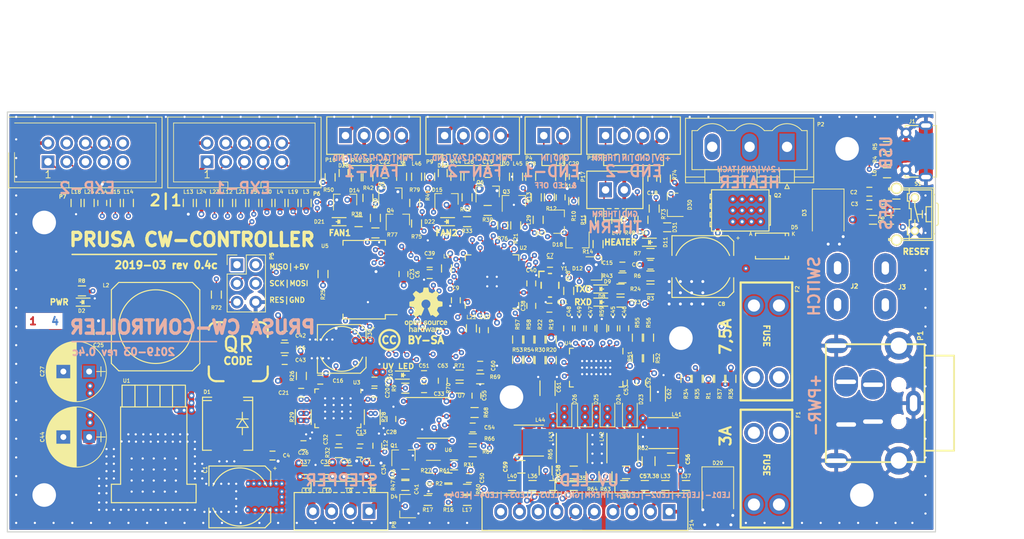
<source format=kicad_pcb>
(kicad_pcb (version 20171130) (host pcbnew "(5.0.0)")
  (layers (0 F.Cu signal) (1 In1.Cu signal) (2 In2.Cu signal) (31 B.Cu signal) (34 B.Paste user) (35 F.Paste user) (36 B.SilkS user) (37 F.SilkS user) (38 B.Mask user) (39 F.Mask user) (44 Edge.Cuts user))
  (net 0 "")
  (net 1 +5V)
  (net 2 GND)
  (net 3 /VBUS)
  (net 4 /RESET)
  (net 5 "Net-(C6-Pad2)")
  (net 6 "Net-(C7-Pad1)")
  (net 7 "Net-(C9-Pad2)")
  (net 8 "Net-(C10-Pad2)")
  (net 9 "Net-(C11-Pad1)")
  (net 10 "Net-(C12-Pad2)")
  (net 11 "Net-(C13-Pad2)")
  (net 12 "Net-(C13-Pad1)")
  (net 13 +5V-MOT)
  (net 14 "Net-(C20-Pad1)")
  (net 15 "Net-(C21-Pad1)")
  (net 16 "Net-(C32-Pad2)")
  (net 17 "Net-(C34-Pad2)")
  (net 18 "Net-(C35-Pad2)")
  (net 19 "Net-(C36-Pad2)")
  (net 20 "Net-(C37-Pad2)")
  (net 21 "Net-(C48-Pad1)")
  (net 22 "Net-(D8-Pad2)")
  (net 23 "Net-(D8-Pad1)")
  (net 24 "Net-(D9-Pad1)")
  (net 25 "Net-(D9-Pad2)")
  (net 26 "Net-(L8-Pad2)")
  (net 27 "Net-(L9-Pad2)")
  (net 28 "Net-(L10-Pad2)")
  (net 29 "Net-(L11-Pad2)")
  (net 30 "Net-(L12-Pad2)")
  (net 31 "Net-(L13-Pad2)")
  (net 32 "Net-(L14-Pad2)")
  (net 33 "Net-(L15-Pad2)")
  (net 34 MISO)
  (net 35 SCK)
  (net 36 MOSI)
  (net 37 /D-)
  (net 38 /D+)
  (net 39 "Net-(J1-Pad3)")
  (net 40 "Net-(J1-Pad2)")
  (net 41 "Net-(J1-Pad1)")
  (net 42 "Net-(D1-Pad1)")
  (net 43 "Net-(D2-Pad2)")
  (net 44 "Net-(D10-Pad2)")
  (net 45 "Net-(D11-Pad1)")
  (net 46 "Net-(D11-Pad2)")
  (net 47 "Net-(D14-Pad3)")
  (net 48 "Net-(D15-Pad3)")
  (net 49 "Net-(F1-Pad2)")
  (net 50 "Net-(L23-Pad1)")
  (net 51 "Net-(L24-Pad1)")
  (net 52 "Net-(Q2-Pad1)")
  (net 53 "Net-(Q5-Pad1)")
  (net 54 "Net-(Q6-Pad1)")
  (net 55 UV-LED)
  (net 56 END1)
  (net 57 "Net-(R25-Pad2)")
  (net 58 END2)
  (net 59 FAN1-TACH)
  (net 60 FAN2-TACH)
  (net 61 FAN1)
  (net 62 FAN2)
  (net 63 "Net-(D21-Pad1)")
  (net 64 "Net-(D22-Pad1)")
  (net 65 CS-MCP)
  (net 66 "Net-(L3-Pad2)")
  (net 67 UV-LED-PWM)
  (net 68 "Net-(L4-Pad2)")
  (net 69 "Net-(R34-Pad1)")
  (net 70 "Net-(L20-Pad1)")
  (net 71 "Net-(L21-Pad1)")
  (net 72 "Net-(L19-Pad1)")
  (net 73 "Net-(C47-Pad1)")
  (net 74 24VDC)
  (net 75 "Net-(C46-Pad1)")
  (net 76 +24V-HEATER)
  (net 77 PINDA-THERM)
  (net 78 "Net-(D18-Pad3)")
  (net 79 LCD-BEEPER)
  (net 80 LCD-E)
  (net 81 LCD-4)
  (net 82 "Net-(L5-Pad2)")
  (net 83 LCD-6)
  (net 84 LCD-ENC1)
  (net 85 LCD-ENC2)
  (net 86 "Net-(L18-Pad2)")
  (net 87 LCD-BUTTON)
  (net 88 LCD-RS)
  (net 89 LCD-5)
  (net 90 LCD-7)
  (net 91 "Net-(L25-Pad1)")
  (net 92 LCD-PWM)
  (net 93 HEATER)
  (net 94 Diag)
  (net 95 EN)
  (net 96 DIR)
  (net 97 Step)
  (net 98 CSN-DRV)
  (net 99 "Net-(Q1-Pad1)")
  (net 100 "Net-(Q1-Pad3)")
  (net 101 "Net-(P13-Pad1)")
  (net 102 "Net-(L26-Pad1)")
  (net 103 "Net-(L27-Pad1)")
  (net 104 "Net-(C19-Pad1)")
  (net 105 "Net-(C22-Pad1)")
  (net 106 "Net-(C39-Pad1)")
  (net 107 "Net-(R19-Pad1)")
  (net 108 "Net-(J3-Pad1)")
  (net 109 THERM-TEMP-MULTIPLEX)
  (net 110 TEMP-LED)
  (net 111 "Net-(C45-Pad1)")
  (net 112 "Net-(C49-Pad1)")
  (net 113 UV-LED-1)
  (net 114 UV-LED-MULTIPLEX)
  (net 115 UV-LED-2)
  (net 116 UV-LED-3)
  (net 117 /4channel-LED-PWR/MP1)
  (net 118 /4channel-LED-PWR/MP2)
  (net 119 /4channel-LED-PWR/MP3)
  (net 120 /4channel-LED-PWR/MP4)
  (net 121 UV-LED-4)
  (net 122 "Net-(D4-Pad3)")
  (net 123 "Net-(D23-Pad2)")
  (net 124 "Net-(D24-Pad2)")
  (net 125 "Net-(D25-Pad2)")
  (net 126 "Net-(D26-Pad2)")
  (net 127 "Net-(L17-Pad2)")
  (net 128 /4channel-LED-PWR/LED1+)
  (net 129 "Net-(L33-Pad2)")
  (net 130 "Net-(L34-Pad2)")
  (net 131 /4channel-LED-PWR/LED2+)
  (net 132 /4channel-LED-PWR/LED3+)
  (net 133 "Net-(L35-Pad2)")
  (net 134 "Net-(L36-Pad2)")
  (net 135 /4channel-LED-PWR/LED4+)
  (net 136 /4channel-LED-PWR/LED1-)
  (net 137 /4channel-LED-PWR/LED2-)
  (net 138 /4channel-LED-PWR/LED3-)
  (net 139 /4channel-LED-PWR/LED4-)
  (net 140 /4channel-LED-PWR/PWM)
  (net 141 /4channel-LED-PWR/ENABLE)
  (net 142 "Net-(R22-Pad1)")
  (net 143 "Net-(R36-Pad1)")
  (net 144 "Net-(R51-Pad1)")
  (net 145 "Net-(R52-Pad1)")
  (net 146 "Net-(R53-Pad1)")
  (net 147 "Net-(R54-Pad1)")
  (net 148 "Net-(R59-Pad1)")
  (net 149 AnalogSwA)
  (net 150 AnalogSwB)
  (net 151 "Net-(C14-Pad2)")
  (net 152 "Net-(D28-Pad1)")
  (net 153 "Net-(D29-Pad1)")
  (net 154 "Net-(D30-Pad3)")
  (net 155 "Net-(D31-Pad1)")
  (net 156 FAN3-TACH)
  (net 157 "Net-(D17-Pad2)")
  (net 158 "Net-(L30-Pad2)")
  (net 159 "Net-(L31-Pad2)")
  (net 160 "Net-(L45-Pad1)")
  (net 161 "Net-(L45-Pad2)")
  (net 162 "Net-(L46-Pad1)")
  (net 163 "Net-(L46-Pad2)")
  (net 164 "Net-(L47-Pad2)")
  (net 165 "Net-(L49-Pad1)")
  (net 166 "Net-(L50-Pad1)")
  (net 167 "Net-(Q3-Pad1)")
  (net 168 "Net-(Q4-Pad1)")
  (net 169 FAN2-PWM)
  (net 170 FAN1-PWM)
  (net 171 "Net-(P4-Pad1)")
  (net 172 "Net-(P13-Pad2)")
  (net 173 "Net-(P14-Pad5)")
  (module ok1hra:SOD-523-ShortSilk (layer F.Cu) (at 160.02 8.636 180)
    (fp_text reference D7 (at -1.524 0 270) (layer F.SilkS) (effects (font (size 0.5 0.5) (thickness 0.1))))
    (fp_text value BAT54KFILM*)
    (pad 1 smd rect (at -0.675 0) (size 0.65 0.3) (layers F.Cu F.Paste F.Mask) (net 1 +5V))
    (pad 2 smd rect (at 0.675 0) (size 0.65 0.3) (layers F.Cu F.Paste F.Mask) (net 3 /VBUS))
  )
  (module ok1hra:SOD-523-ShortSilk (layer F.Cu) (at 163.322 8.636)
    (fp_text reference D6 (at -1.524 0 90) (layer F.SilkS) (effects (font (size 0.5 0.5) (thickness 0.1))))
    (fp_text value BAT54KFILM)
    (pad 1 smd rect (at -0.675 0 180) (size 0.65 0.3) (layers F.Cu F.Paste F.Mask) (net 1 +5V))
    (pad 2 smd rect (at 0.675 0 180) (size 0.65 0.3) (layers F.Cu F.Paste F.Mask) (net 4 /RESET))
  )
  (module ok1hra:SOD-523-ShortSilk (layer F.Cu) (at 102.108 2.794 270)
    (fp_text reference D29 (at -1.524 0) (layer F.SilkS) (effects (font (size 0.5 0.5) (thickness 0.1))))
    (fp_text value BAT54KFILM)
    (pad 1 smd rect (at -0.675 0 90) (size 0.65 0.3) (layers F.Cu F.Paste F.Mask) (net 153 "Net-(D29-Pad1)"))
    (pad 2 smd rect (at 0.675 0 90) (size 0.65 0.3) (layers F.Cu F.Paste F.Mask) (net 48 "Net-(D15-Pad3)"))
  )
  (module ok1hra:SOD-523-ShortSilk (layer F.Cu) (at 132.08 9.652 180)
    (fp_text reference D31 (at -1.524 0 270) (layer F.SilkS) (effects (font (size 0.5 0.5) (thickness 0.1))))
    (fp_text value BAT54KFILM)
    (pad 1 smd rect (at -0.675 0) (size 0.65 0.3) (layers F.Cu F.Paste F.Mask) (net 155 "Net-(D31-Pad1)"))
    (pad 2 smd rect (at 0.675 0) (size 0.65 0.3) (layers F.Cu F.Paste F.Mask) (net 154 "Net-(D30-Pad3)"))
  )
  (module ok1hra:SOD-523-ShortSilk (layer F.Cu) (at 88.646 2.794 270)
    (fp_text reference D28 (at -1.524 0) (layer F.SilkS) (effects (font (size 0.5 0.5) (thickness 0.1))))
    (fp_text value BAT54KFILM)
    (pad 1 smd rect (at -0.675 0 90) (size 0.65 0.3) (layers F.Cu F.Paste F.Mask) (net 152 "Net-(D28-Pad1)"))
    (pad 2 smd rect (at 0.675 0 90) (size 0.65 0.3) (layers F.Cu F.Paste F.Mask) (net 47 "Net-(D14-Pad3)"))
  )
  (module Capacitors_SMD:C_0805 (layer F.Cu) (at 133.096 41.148)
    (fp_text reference C56 (at 2.286 0 90) (layer F.SilkS) (effects (font (size 0.5 0.5) (thickness 0.125))))
    (fp_text value 330n)
    (pad 2 smd rect (at 1 0) (size 1 1.25) (layers F.Cu F.Paste F.Mask) (net 117 /4channel-LED-PWR/MP1))
    (pad 1 smd rect (at -1 0) (size 1 1.25) (layers F.Cu F.Paste F.Mask) (net 74 24VDC))
  )
  (module Capacitors_SMD:C_0805 (layer F.Cu) (at 127 42.926)
    (fp_text reference C57 (at 2.54 0.508) (layer F.SilkS) (effects (font (size 0.5 0.5) (thickness 0.125))))
    (fp_text value 330n)
    (pad 1 smd rect (at -1 0) (size 1 1.25) (layers F.Cu F.Paste F.Mask) (net 74 24VDC))
    (pad 2 smd rect (at 1 0) (size 1 1.25) (layers F.Cu F.Paste F.Mask) (net 118 /4channel-LED-PWR/MP2))
  )
  (module Capacitors_SMD:C_0805 (layer F.Cu) (at 119.888 42.926 180)
    (fp_text reference C58 (at 2.1082 0.3048 270) (layer F.SilkS) (effects (font (size 0.5 0.5) (thickness 0.125))))
    (fp_text value 330n)
    (pad 2 smd rect (at 1 0 180) (size 1 1.25) (layers F.Cu F.Paste F.Mask) (net 119 /4channel-LED-PWR/MP3))
    (pad 1 smd rect (at -1 0 180) (size 1 1.25) (layers F.Cu F.Paste F.Mask) (net 74 24VDC))
  )
  (module Capacitors_SMD:C_0805 (layer F.Cu) (at 112.776 42.164 180)
    (fp_text reference C59 (at 2.159 0 270) (layer F.SilkS) (effects (font (size 0.5 0.5) (thickness 0.125))))
    (fp_text value 330n)
    (pad 1 smd rect (at -1 0 180) (size 1 1.25) (layers F.Cu F.Paste F.Mask) (net 74 24VDC))
    (pad 2 smd rect (at 1 0 180) (size 1 1.25) (layers F.Cu F.Paste F.Mask) (net 120 /4channel-LED-PWR/MP4))
  )
  (module ok1hra:Inductor_Murata-4040 (layer F.Cu) (at 113.792 38.608)
    (fp_text reference L44 (at 1.552 -2.802 -180) (layer F.SilkS) (effects (font (size 0.5 0.5) (thickness 0.1))))
    (fp_text value "10uH  LQH44PN100MP0L")
    (pad 1 smd rect (at -1.425 0) (size 1.55 3) (layers F.Cu F.Paste F.Mask) (net 120 /4channel-LED-PWR/MP4))
    (pad 2 smd rect (at 1.425 0) (size 1.55 3) (layers F.Cu F.Paste F.Mask) (net 126 "Net-(D26-Pad2)"))
  )
  (module ok1hra:Inductor_Murata-4040 (layer F.Cu) (at 119.634 39.624 90)
    (fp_text reference L43 (at 1.552 -2.802 -90) (layer F.SilkS) (effects (font (size 0.5 0.5) (thickness 0.1))))
    (fp_text value "10uH  LQH44PN100MP0L")
    (pad 2 smd rect (at 1.425 0 90) (size 1.55 3) (layers F.Cu F.Paste F.Mask) (net 125 "Net-(D25-Pad2)"))
    (pad 1 smd rect (at -1.425 0 90) (size 1.55 3) (layers F.Cu F.Paste F.Mask) (net 119 /4channel-LED-PWR/MP3))
  )
  (module ok1hra:Inductor_Murata-4040 (layer F.Cu) (at 126.492 39.624 90)
    (fp_text reference L42 (at 1.552 -2.802 -90) (layer F.SilkS) (effects (font (size 0.5 0.5) (thickness 0.1))))
    (fp_text value "10uH  LQH44PN100MP0L")
    (pad 1 smd rect (at -1.425 0 90) (size 1.55 3) (layers F.Cu F.Paste F.Mask) (net 118 /4channel-LED-PWR/MP2))
    (pad 2 smd rect (at 1.425 0 90) (size 1.55 3) (layers F.Cu F.Paste F.Mask) (net 124 "Net-(D24-Pad2)"))
  )
  (module ok1hra:Inductor_Murata-4040 (layer F.Cu) (at 132.08 37.592 180)
    (fp_text reference L41 (at -1.778 2.54) (layer F.SilkS) (effects (font (size 0.5 0.5) (thickness 0.1))))
    (fp_text value "10uH  LQH44PN100MP0L")
    (pad 2 smd rect (at 1.425 0 180) (size 1.55 3) (layers F.Cu F.Paste F.Mask) (net 123 "Net-(D23-Pad2)"))
    (pad 1 smd rect (at -1.425 0 180) (size 1.55 3) (layers F.Cu F.Paste F.Mask) (net 117 /4channel-LED-PWR/MP1))
  )
  (module Capacitor_SMD:C_0603 (layer F.Cu) (at 118.11 5.588 90)
    (fp_text reference C31 (at 1.524 0.762 180) (layer F.SilkS) (effects (font (size 0.5 0.5) (thickness 0.1))))
    (fp_text value 100n)
    (pad 2 smd rect (at 0.75 0 90) (size 0.8 0.75) (layers F.Cu F.Paste F.Mask) (net 2 GND))
    (pad 1 smd rect (at -0.75 0 90) (size 0.8 0.75) (layers F.Cu F.Paste F.Mask) (net 56 END1))
  )
  (module Package_TO_SOT_SMD:TO-263-5-heatsink (layer F.Cu) (at 62.871882 32.536058 90)
    (fp_text reference U1 (at 2.056058 -3.689882) (layer F.SilkS) (effects (font (size 0.5 0.5) (thickness 0.1))))
    (fp_text value LM2576 hide)
    (pad 3 thru_hole circle (at -13 0 90) (size 0.6 0.6) (drill 0.3) (layers *.Cu F.Mask) (net 2 GND))
    (pad 3 thru_hole circle (at -13 1.5 90) (size 0.6 0.6) (drill 0.3) (layers *.Cu F.Mask) (net 2 GND))
    (pad 3 thru_hole circle (at -13 -1.5 90) (size 0.6 0.6) (drill 0.3) (layers *.Cu F.Mask) (net 2 GND))
    (pad 3 thru_hole circle (at -13 -3 90) (size 0.6 0.6) (drill 0.3) (layers *.Cu F.Mask) (net 2 GND))
    (pad 3 thru_hole circle (at -13 3 90) (size 0.6 0.6) (drill 0.3) (layers *.Cu F.Mask) (net 2 GND))
    (pad 3 thru_hole circle (at -11.5 -3 90) (size 0.6 0.6) (drill 0.3) (layers *.Cu F.Mask) (net 2 GND))
    (pad 3 thru_hole circle (at -11.5 3 90) (size 0.6 0.6) (drill 0.3) (layers *.Cu F.Mask) (net 2 GND))
    (pad 3 thru_hole circle (at -11.5 -1.5 90) (size 0.6 0.6) (drill 0.3) (layers *.Cu F.Mask) (net 2 GND))
    (pad 3 thru_hole circle (at -11.5 1.5 90) (size 0.6 0.6) (drill 0.3) (layers *.Cu F.Mask) (net 2 GND))
    (pad 3 thru_hole circle (at -11.5 0 90) (size 0.6 0.6) (drill 0.3) (layers *.Cu F.Mask) (net 2 GND))
    (pad 3 thru_hole circle (at -10 3 90) (size 0.6 0.6) (drill 0.3) (layers *.Cu F.Mask) (net 2 GND))
    (pad 3 thru_hole circle (at -10 -1.5 90) (size 0.6 0.6) (drill 0.3) (layers *.Cu F.Mask) (net 2 GND))
    (pad 3 thru_hole circle (at -10 1.5 90) (size 0.6 0.6) (drill 0.3) (layers *.Cu F.Mask) (net 2 GND))
    (pad 3 thru_hole circle (at -10 0 90) (size 0.6 0.6) (drill 0.3) (layers *.Cu F.Mask) (net 2 GND))
    (pad 3 thru_hole circle (at -10 -3 90) (size 0.6 0.6) (drill 0.3) (layers *.Cu F.Mask) (net 2 GND))
    (pad 3 thru_hole circle (at -8.5 -3 90) (size 0.6 0.6) (drill 0.3) (layers *.Cu F.Mask) (net 2 GND))
    (pad 3 thru_hole circle (at -8.5 -1.5 90) (size 0.6 0.6) (drill 0.3) (layers *.Cu F.Mask) (net 2 GND))
    (pad 3 thru_hole circle (at -8.5 0 90) (size 0.6 0.6) (drill 0.3) (layers *.Cu F.Mask) (net 2 GND))
    (pad 3 thru_hole circle (at -8.5 1.5 90) (size 0.6 0.6) (drill 0.3) (layers *.Cu F.Mask) (net 2 GND))
    (pad 3 thru_hole circle (at -8.5 3 90) (size 0.6 0.6) (drill 0.3) (layers *.Cu F.Mask) (net 2 GND))
    (pad 3 smd rect (at -10.675 0 90) (size 6.99 8.33) (layers F.Cu F.Paste F.Mask) (net 2 GND))
    (pad 3 smd rect (at -13.215 0 90) (size 1.91 10.8) (layers F.Cu F.Paste F.Mask) (net 2 GND))
    (pad 5 smd rect (at 0 -3.4 90) (size 2.16 1.07) (layers F.Cu F.Paste F.Mask) (net 2 GND))
    (pad 4 smd rect (at 0 -1.7 90) (size 2.16 1.07) (layers F.Cu F.Paste F.Mask) (net 1 +5V))
    (pad 3 smd rect (at 0 0 90) (size 2.16 1.07) (layers F.Cu F.Paste F.Mask) (net 2 GND))
    (pad 2 smd rect (at 0 1.7 90) (size 2.16 1.07) (layers F.Cu F.Paste F.Mask) (net 42 "Net-(D1-Pad1)"))
    (pad 1 smd rect (at 0 3.4 90) (size 2.16 1.07) (layers F.Cu F.Paste F.Mask) (net 74 24VDC))
  )
  (module Package_DFN_QFN:QFN-38-1EP_5x7mm_Pitch0.5mm_VIA (layer F.Cu) (at 122.936 28.702 270)
    (fp_text reference U4 (at -3.302 3.81) (layer F.SilkS) (effects (font (size 0.5 0.5) (thickness 0.1))))
    (fp_text value LT3476)
    (pad 39 thru_hole rect (at 0 0 270) (size 3.15 5.15) (drill 0.3) (layers *.Cu F.Paste F.Mask) (net 2 GND))
    (pad 38 smd rect (at -1.5 -3.4) (size 0.7 0.25) (layers F.Cu F.Paste F.Mask) (net 75 "Net-(C46-Pad1)"))
    (pad 37 smd rect (at -1 -3.4) (size 0.7 0.25) (layers F.Cu F.Paste F.Mask) (net 144 "Net-(R51-Pad1)"))
    (pad 36 smd rect (at -0.5 -3.4) (size 0.7 0.25) (layers F.Cu F.Paste F.Mask) (net 145 "Net-(R52-Pad1)"))
    (pad 35 smd rect (at 0 -3.4) (size 0.7 0.25) (layers F.Cu F.Paste F.Mask) (net 143 "Net-(R36-Pad1)"))
    (pad 34 smd rect (at 0.5 -3.4) (size 0.7 0.25) (layers F.Cu F.Paste F.Mask) (net 69 "Net-(R34-Pad1)"))
    (pad 33 smd rect (at 1 -3.4) (size 0.7 0.25) (layers F.Cu F.Paste F.Mask) (net 1 +5V))
    (pad 32 smd rect (at 1.5 -3.4) (size 0.7 0.25) (layers F.Cu F.Paste F.Mask) (net 2 GND))
    (pad 31 smd rect (at 2.4 -2.75 270) (size 0.7 0.25) (layers F.Cu F.Paste F.Mask) (net 2 GND))
    (pad 30 smd rect (at 2.4 -2.25 270) (size 0.7 0.25) (layers F.Cu F.Paste F.Mask) (net 2 GND))
    (pad 29 smd rect (at 2.4 -1.75 270) (size 0.7 0.25) (layers F.Cu F.Paste F.Mask) (net 123 "Net-(D23-Pad2)"))
    (pad 28 smd rect (at 2.4 -1.25 270) (size 0.7 0.25) (layers F.Cu F.Paste F.Mask) (net 123 "Net-(D23-Pad2)"))
    (pad 27 smd rect (at 2.4 -0.75 270) (size 0.7 0.25) (layers F.Cu F.Paste F.Mask) (net 124 "Net-(D24-Pad2)"))
    (pad 26 smd rect (at 2.4 -0.25 270) (size 0.7 0.25) (layers F.Cu F.Paste F.Mask) (net 124 "Net-(D24-Pad2)"))
    (pad 25 smd rect (at 2.4 0.25 270) (size 0.7 0.25) (layers F.Cu F.Paste F.Mask) (net 125 "Net-(D25-Pad2)"))
    (pad 24 smd rect (at 2.4 0.75 270) (size 0.7 0.25) (layers F.Cu F.Paste F.Mask) (net 125 "Net-(D25-Pad2)"))
    (pad 23 smd rect (at 2.4 1.25 270) (size 0.7 0.25) (layers F.Cu F.Paste F.Mask) (net 126 "Net-(D26-Pad2)"))
    (pad 22 smd rect (at 2.4 1.75 270) (size 0.7 0.25) (layers F.Cu F.Paste F.Mask) (net 126 "Net-(D26-Pad2)"))
    (pad 21 smd rect (at 2.4 2.25 270) (size 0.7 0.25) (layers F.Cu F.Paste F.Mask) (net 2 GND))
    (pad 20 smd rect (at 2.4 2.75 270) (size 0.7 0.25) (layers F.Cu F.Paste F.Mask) (net 2 GND))
    (pad 19 smd rect (at 1.5 3.4) (size 0.7 0.25) (layers F.Cu F.Paste F.Mask) (net 2 GND))
    (pad 18 smd rect (at 1 3.4) (size 0.7 0.25) (layers F.Cu F.Paste F.Mask) (net 141 /4channel-LED-PWR/ENABLE))
    (pad 17 smd rect (at 0.5 3.4) (size 0.7 0.25) (layers F.Cu F.Paste F.Mask) (net 142 "Net-(R22-Pad1)"))
    (pad 16 smd rect (at 0 3.4) (size 0.7 0.25) (layers F.Cu F.Paste F.Mask) (net 107 "Net-(R19-Pad1)"))
    (pad 15 smd rect (at -0.5 3.4) (size 0.7 0.25) (layers F.Cu F.Paste F.Mask) (net 146 "Net-(R53-Pad1)"))
    (pad 14 smd rect (at -1 3.4) (size 0.7 0.25) (layers F.Cu F.Paste F.Mask) (net 147 "Net-(R54-Pad1)"))
    (pad 13 smd rect (at -1.5 3.4) (size 0.7 0.25) (layers F.Cu F.Paste F.Mask) (net 21 "Net-(C48-Pad1)"))
    (pad 12 smd rect (at -2.4 2.75 270) (size 0.7 0.25) (layers F.Cu F.Paste F.Mask) (net 112 "Net-(C49-Pad1)"))
    (pad 11 smd rect (at -2.4 2.25 270) (size 0.7 0.25) (layers F.Cu F.Paste F.Mask) (net 134 "Net-(L36-Pad2)"))
    (pad 10 smd rect (at -2.4 1.75 270) (size 0.7 0.25) (layers F.Cu F.Paste F.Mask) (net 74 24VDC))
    (pad 9 smd rect (at -2.4 1.25 270) (size 0.7 0.25) (layers F.Cu F.Paste F.Mask) (net 74 24VDC))
    (pad 8 smd rect (at -2.4 0.75 270) (size 0.7 0.25) (layers F.Cu F.Paste F.Mask) (net 133 "Net-(L35-Pad2)"))
    (pad 7 smd rect (at -2.4 0.25 270) (size 0.7 0.25) (layers F.Cu F.Paste F.Mask) (net 73 "Net-(C47-Pad1)"))
    (pad 6 smd rect (at -2.4 -0.25 270) (size 0.7 0.25) (layers F.Cu F.Paste F.Mask) (net 148 "Net-(R59-Pad1)"))
    (pad 5 smd rect (at -2.4 -0.75 270) (size 0.7 0.25) (layers F.Cu F.Paste F.Mask) (net 130 "Net-(L34-Pad2)"))
    (pad 4 smd rect (at -2.4 -1.25 270) (size 0.7 0.25) (layers F.Cu F.Paste F.Mask) (net 74 24VDC))
    (pad 3 smd rect (at -2.4 -1.75 270) (size 0.7 0.25) (layers F.Cu F.Paste F.Mask) (net 74 24VDC))
    (pad 2 smd rect (at -2.4 -2.25 270) (size 0.7 0.25) (layers F.Cu F.Paste F.Mask) (net 129 "Net-(L33-Pad2)"))
    (pad 1 smd rect (at -2.4 -2.75 270) (size 0.7 0.25) (layers F.Cu F.Paste F.Mask) (net 111 "Net-(C45-Pad1)"))
    (pad 39 thru_hole rect (at 0.889 -0.635 270) (size 0.5 0.5) (drill 0.3) (layers *.Cu F.Mask) (net 2 GND))
    (pad 39 thru_hole rect (at 0 -0.635 270) (size 0.5 0.5) (drill 0.3) (layers *.Cu F.Mask) (net 2 GND))
    (pad 39 thru_hole rect (at -0.889 -0.635 270) (size 0.5 0.5) (drill 0.3) (layers *.Cu F.Mask) (net 2 GND))
    (pad 39 thru_hole rect (at 0 -1.27 270) (size 0.5 0.5) (drill 0.3) (layers *.Cu F.Mask) (net 2 GND))
    (pad 39 thru_hole rect (at -0.889 -1.27 270) (size 0.5 0.5) (drill 0.3) (layers *.Cu F.Mask) (net 2 GND))
    (pad 39 thru_hole rect (at 0.889 -1.27 270) (size 0.5 0.5) (drill 0.3) (layers *.Cu F.Mask) (net 2 GND))
    (pad 39 thru_hole rect (at 0 -1.905 270) (size 0.5 0.5) (drill 0.3) (layers *.Cu F.Mask) (net 2 GND))
    (pad 39 thru_hole rect (at -0.889 -1.905 270) (size 0.5 0.5) (drill 0.3) (layers *.Cu F.Mask) (net 2 GND))
    (pad 39 thru_hole rect (at 0.889 -1.905 270) (size 0.5 0.5) (drill 0.3) (layers *.Cu F.Mask) (net 2 GND))
    (pad 39 thru_hole rect (at -0.889 0.635 270) (size 0.5 0.5) (drill 0.3) (layers *.Cu F.Mask) (net 2 GND))
    (pad 39 thru_hole rect (at 0 0.635 270) (size 0.5 0.5) (drill 0.3) (layers *.Cu F.Mask) (net 2 GND))
    (pad 39 thru_hole rect (at 0.889 0.635 270) (size 0.5 0.5) (drill 0.3) (layers *.Cu F.Mask) (net 2 GND))
    (pad 39 thru_hole rect (at 0.889 1.27 270) (size 0.5 0.5) (drill 0.3) (layers *.Cu F.Mask) (net 2 GND))
    (pad 39 thru_hole rect (at 0 1.27 270) (size 0.5 0.5) (drill 0.3) (layers *.Cu F.Mask) (net 2 GND))
    (pad 39 thru_hole rect (at -0.889 1.27 270) (size 0.5 0.5) (drill 0.3) (layers *.Cu F.Mask) (net 2 GND))
    (pad 39 thru_hole rect (at -0.889 1.905 270) (size 0.5 0.5) (drill 0.3) (layers *.Cu F.Mask) (net 2 GND))
    (pad 39 thru_hole rect (at 0 1.905 270) (size 0.5 0.5) (drill 0.3) (layers *.Cu F.Mask) (net 2 GND))
    (pad 39 thru_hole rect (at 0.889 1.905 270) (size 0.5 0.5) (drill 0.3) (layers *.Cu F.Mask) (net 2 GND))
    (pad 39 thru_hole rect (at -0.889 0 270) (size 0.5 0.5) (drill 0.3) (layers *.Cu F.Mask) (net 2 GND))
    (pad 39 thru_hole rect (at 0.889 0 270) (size 0.5 0.5) (drill 0.3) (layers *.Cu F.Mask) (net 2 GND))
  )
  (module Package_DFN_QFN:QFN-36-1EP_5x6mm_Pitch0.5mm-GNDpad-0.3mm (layer F.Cu) (at 87.8652 34.2282 270)
    (fp_text reference U3 (at -3.5082 -2.5588) (layer F.SilkS) (effects (font (size 0.5 0.5) (thickness 0.1))))
    (fp_text value TMC2130-LA)
    (pad 37 smd rect (at 0 0 270) (size 3.6 4.6) (layers F.Cu F.Paste F.Mask) (net 2 GND))
    (pad 37 thru_hole rect (at -1.35 -1.725 270) (size 0.9 1.15) (drill 0.3) (layers *.Cu F.Mask) (net 2 GND))
    (pad 37 thru_hole rect (at -1.35 -0.575 270) (size 0.9 1.15) (drill 0.3) (layers *.Cu F.Mask) (net 2 GND))
    (pad 37 thru_hole rect (at -1.35 0.575 270) (size 0.9 1.15) (drill 0.3) (layers *.Cu F.Mask) (net 2 GND))
    (pad 37 thru_hole rect (at -1.35 1.725 270) (size 0.9 1.15) (drill 0.3) (layers *.Cu F.Mask) (net 2 GND))
    (pad 37 thru_hole rect (at -0.45 -1.725 270) (size 0.9 1.15) (drill 0.3) (layers *.Cu F.Mask) (net 2 GND))
    (pad 37 thru_hole rect (at -0.45 -0.575 270) (size 0.9 1.15) (drill 0.3) (layers *.Cu F.Mask) (net 2 GND))
    (pad 37 thru_hole rect (at -0.45 0.575 270) (size 0.9 1.15) (drill 0.3) (layers *.Cu F.Mask) (net 2 GND))
    (pad 37 thru_hole rect (at -0.45 1.725 270) (size 0.9 1.15) (drill 0.3) (layers *.Cu F.Mask) (net 2 GND))
    (pad 37 thru_hole rect (at 0.45 -1.725 270) (size 0.9 1.15) (drill 0.3) (layers *.Cu F.Mask) (net 2 GND))
    (pad 37 thru_hole rect (at 0.45 -0.575 270) (size 0.9 1.15) (drill 0.3) (layers *.Cu F.Mask) (net 2 GND))
    (pad 37 thru_hole rect (at 0.45 0.575 270) (size 0.9 1.15) (drill 0.3) (layers *.Cu F.Mask) (net 2 GND))
    (pad 37 thru_hole rect (at 0.45 1.725 270) (size 0.9 1.15) (drill 0.3) (layers *.Cu F.Mask) (net 2 GND))
    (pad 37 thru_hole rect (at 1.35 -1.725 270) (size 0.9 1.15) (drill 0.3) (layers *.Cu F.Mask) (net 2 GND))
    (pad 37 thru_hole rect (at 1.35 -0.575 270) (size 0.9 1.15) (drill 0.3) (layers *.Cu F.Mask) (net 2 GND))
    (pad 37 thru_hole rect (at 1.35 0.575 270) (size 0.9 1.15) (drill 0.3) (layers *.Cu F.Mask) (net 2 GND))
    (pad 37 thru_hole rect (at 1.35 1.725 270) (size 0.9 1.15) (drill 0.3) (layers *.Cu F.Mask) (net 2 GND))
    (pad 36 smd rect (at -1.75 -2.9) (size 0.7 0.25) (layers F.Cu F.Paste F.Mask) (net 2 GND))
    (pad 35 smd rect (at -1.25 -2.9) (size 0.7 0.25) (layers F.Cu F.Paste F.Mask) (net 2 GND))
    (pad 34 smd rect (at -0.75 -2.9) (size 0.7 0.25) (layers F.Cu F.Paste F.Mask) (net 18 "Net-(C35-Pad2)"))
    (pad 33 smd rect (at -0.25 -2.9) (size 0.7 0.25) (layers F.Cu F.Paste F.Mask) (net 14 "Net-(C20-Pad1)"))
    (pad 32 smd rect (at 0.25 -2.9) (size 0.7 0.25) (layers F.Cu F.Paste F.Mask) (net 17 "Net-(C34-Pad2)"))
    (pad 31 smd rect (at 0.75 -2.9) (size 0.7 0.25) (layers F.Cu F.Paste F.Mask) (net 74 24VDC))
    (pad 30 smd rect (at 1.25 -2.9) (size 0.7 0.25) (layers F.Cu F.Paste F.Mask) (net 13 +5V-MOT))
    (pad 29 smd rect (at 1.75 -2.9) (size 0.7 0.25) (layers F.Cu F.Paste F.Mask) (net 10 "Net-(C12-Pad2)"))
    (pad 28 smd rect (at 2.4 -2.25 270) (size 0.7 0.25) (layers F.Cu F.Paste F.Mask) (net 11 "Net-(C13-Pad2)"))
    (pad 27 smd rect (at 2.4 -1.75 270) (size 0.7 0.25) (layers F.Cu F.Paste F.Mask) (net 12 "Net-(C13-Pad1)"))
    (pad 26 smd rect (at 2.4 -1.25 270) (size 0.7 0.25) (layers F.Cu F.Paste F.Mask) (net 13 +5V-MOT))
    (pad 25 smd rect (at 2.4 -0.75 270) (size 0.7 0.25) (layers F.Cu F.Paste F.Mask) (net 16 "Net-(C32-Pad2)"))
    (pad 24 smd rect (at 2.4 -0.25 270) (size 0.7 0.25) (layers F.Cu F.Paste F.Mask) (net 2 GND))
    (pad 23 smd rect (at 2.4 0.25 270) (size 0.7 0.25) (layers F.Cu F.Paste F.Mask))
    (pad 22 smd rect (at 2.4 0.75 270) (size 0.7 0.25) (layers F.Cu F.Paste F.Mask) (net 95 EN))
    (pad 21 smd rect (at 2.4 1.25 270) (size 0.7 0.25) (layers F.Cu F.Paste F.Mask) (net 94 Diag))
    (pad 20 smd rect (at 2.4 1.75 270) (size 0.7 0.25) (layers F.Cu F.Paste F.Mask) (net 94 Diag))
    (pad 19 smd rect (at 2.4 2.25 270) (size 0.7 0.25) (layers F.Cu F.Paste F.Mask))
    (pad 18 smd rect (at 1.75 2.9) (size 0.7 0.25) (layers F.Cu F.Paste F.Mask) (net 2 GND))
    (pad 17 smd rect (at 1.25 2.9) (size 0.7 0.25) (layers F.Cu F.Paste F.Mask))
    (pad 16 smd rect (at 0.75 2.9) (size 0.7 0.25) (layers F.Cu F.Paste F.Mask) (net 74 24VDC))
    (pad 15 smd rect (at 0.25 2.9) (size 0.7 0.25) (layers F.Cu F.Paste F.Mask) (net 19 "Net-(C36-Pad2)"))
    (pad 14 smd rect (at -0.25 2.9) (size 0.7 0.25) (layers F.Cu F.Paste F.Mask) (net 15 "Net-(C21-Pad1)"))
    (pad 13 smd rect (at -0.75 2.9) (size 0.7 0.25) (layers F.Cu F.Paste F.Mask) (net 20 "Net-(C37-Pad2)"))
    (pad 12 smd rect (at -1.25 2.9) (size 0.7 0.25) (layers F.Cu F.Paste F.Mask) (net 2 GND))
    (pad 11 smd rect (at -1.75 2.9) (size 0.7 0.25) (layers F.Cu F.Paste F.Mask) (net 2 GND))
    (pad 10 smd rect (at -2.4 2.25 270) (size 0.7 0.25) (layers F.Cu F.Paste F.Mask))
    (pad 9 smd rect (at -2.4 1.75 270) (size 0.7 0.25) (layers F.Cu F.Paste F.Mask))
    (pad 8 smd rect (at -2.4 1.25 270) (size 0.7 0.25) (layers F.Cu F.Paste F.Mask) (net 13 +5V-MOT))
    (pad 7 smd rect (at -2.4 0.75 270) (size 0.7 0.25) (layers F.Cu F.Paste F.Mask) (net 96 DIR))
    (pad 6 smd rect (at -2.4 0.25 270) (size 0.7 0.25) (layers F.Cu F.Paste F.Mask) (net 97 Step))
    (pad 5 smd rect (at -2.4 -0.25 270) (size 0.7 0.25) (layers F.Cu F.Paste F.Mask) (net 34 MISO))
    (pad 4 smd rect (at -2.4 -0.75 270) (size 0.7 0.25) (layers F.Cu F.Paste F.Mask) (net 36 MOSI))
    (pad 3 smd rect (at -2.4 -1.25 270) (size 0.7 0.25) (layers F.Cu F.Paste F.Mask) (net 35 SCK))
    (pad 2 smd rect (at -2.4 -1.75 270) (size 0.7 0.25) (layers F.Cu F.Paste F.Mask) (net 98 CSN-DRV))
    (pad 1 smd rect (at -2.4 -2.25 270) (size 0.7 0.25) (layers F.Cu F.Paste F.Mask) (net 2 GND))
  )
  (module Connector_Molex:Pin_1x10-XL (layer F.Cu) (at 132.842 48.26 270)
    (fp_text reference P14 (at 1.778 -3.048 90) (layer F.SilkS) (effects (font (size 0.5 0.5) (thickness 0.1))))
    (fp_text value 70543-0009)
    (pad 10 thru_hole oval (at 0 22.86 270) (size 2.032 1.7272) (drill 1.016) (layers *.Cu *.Mask) (net 135 /4channel-LED-PWR/LED4+))
    (pad 9 thru_hole oval (at 0 20.32 270) (size 2.032 1.7272) (drill 1.016) (layers *.Cu *.Mask) (net 139 /4channel-LED-PWR/LED4-))
    (pad 1 thru_hole rect (at 0 0 270) (size 2.032 1.7272) (drill 1.016) (layers *.Cu *.Mask) (net 136 /4channel-LED-PWR/LED1-))
    (pad 2 thru_hole oval (at 0 2.54 270) (size 2.032 1.7272) (drill 1.016) (layers *.Cu *.Mask) (net 128 /4channel-LED-PWR/LED1+))
    (pad 3 thru_hole oval (at 0 5.08 270) (size 2.032 1.7272) (drill 1.016) (layers *.Cu *.Mask) (net 137 /4channel-LED-PWR/LED2-))
    (pad 4 thru_hole oval (at 0 7.62 270) (size 2.032 1.7272) (drill 1.016) (layers *.Cu *.Mask) (net 131 /4channel-LED-PWR/LED2+))
    (pad 5 thru_hole oval (at 0 10.16 270) (size 2.032 1.7272) (drill 1.016) (layers *.Cu *.Mask) (net 173 "Net-(P14-Pad5)"))
    (pad 6 thru_hole oval (at 0 12.7 270) (size 2.032 1.7272) (drill 1.016) (layers *.Cu *.Mask) (net 127 "Net-(L17-Pad2)"))
    (pad 7 thru_hole oval (at 0 15.24 270) (size 2.032 1.7272) (drill 1.016) (layers *.Cu *.Mask) (net 138 /4channel-LED-PWR/LED3-))
    (pad 8 thru_hole oval (at 0 17.78 270) (size 2.032 1.7272) (drill 1.016) (layers *.Cu *.Mask) (net 132 /4channel-LED-PWR/LED3+))
  )
  (module Resistor_SMD:R_0603 (layer F.Cu) (at 139.7 30.226 270)
    (fp_text reference R37 (at 2.032 0 270) (layer F.SilkS) (effects (font (size 0.5 0.5) (thickness 0.1))))
    (fp_text value 0R)
    (pad 1 smd rect (at -0.75 0 270) (size 0.5 0.9) (layers F.Cu F.Paste F.Mask) (net 140 /4channel-LED-PWR/PWM))
    (pad 2 smd rect (at 0.75 0 270) (size 0.5 0.9) (layers F.Cu F.Paste F.Mask) (net 143 "Net-(R36-Pad1)"))
  )
  (module Resistor_SMD:R_0603 (layer F.Cu) (at 136.652 30.226 270)
    (fp_text reference R35 (at 2.032 0 90) (layer F.SilkS) (effects (font (size 0.5 0.5) (thickness 0.1))))
    (fp_text value 0R)
    (pad 1 smd rect (at -0.75 0 270) (size 0.5 0.9) (layers F.Cu F.Paste F.Mask) (net 140 /4channel-LED-PWR/PWM))
    (pad 2 smd rect (at 0.75 0 270) (size 0.5 0.9) (layers F.Cu F.Paste F.Mask) (net 69 "Net-(R34-Pad1)"))
  )
  (module Resistor_SMD:R_0603 (layer F.Cu) (at 135.128 30.226 270)
    (fp_text reference R34 (at 2.032 0 90) (layer F.SilkS) (effects (font (size 0.5 0.5) (thickness 0.1))))
    (fp_text value 10k*)
    (pad 1 smd rect (at -0.75 0 270) (size 0.5 0.9) (layers F.Cu F.Paste F.Mask) (net 69 "Net-(R34-Pad1)"))
    (pad 2 smd rect (at 0.75 0 270) (size 0.5 0.9) (layers F.Cu F.Paste F.Mask) (net 1 +5V))
  )
  (module Resistor_SMD:R_0603 (layer F.Cu) (at 141.224 30.226 90)
    (fp_text reference R36 (at -2.032 0 90) (layer F.SilkS) (effects (font (size 0.5 0.5) (thickness 0.1))))
    (fp_text value 10k*)
    (pad 2 smd rect (at 0.75 0 90) (size 0.5 0.9) (layers F.Cu F.Paste F.Mask) (net 1 +5V))
    (pad 1 smd rect (at -0.75 0 90) (size 0.5 0.9) (layers F.Cu F.Paste F.Mask) (net 143 "Net-(R36-Pad1)"))
  )
  (module Capacitor_SMD:C_0603 (layer F.Cu) (at 126.746 23.368 90)
    (fp_text reference C46 (at 2.286 0 90) (layer F.SilkS) (effects (font (size 0.5 0.5) (thickness 0.1))))
    (fp_text value 1n)
    (pad 2 smd rect (at 0.75 0 90) (size 0.8 0.75) (layers F.Cu F.Paste F.Mask) (net 2 GND))
    (pad 1 smd rect (at -0.75 0 90) (size 0.8 0.75) (layers F.Cu F.Paste F.Mask) (net 75 "Net-(C46-Pad1)"))
  )
  (module Capacitor_SMD:C_0603 (layer F.Cu) (at 122.174 23.368 90)
    (fp_text reference C47 (at 2.286 0 90) (layer F.SilkS) (effects (font (size 0.5 0.5) (thickness 0.1))))
    (fp_text value 100n)
    (pad 1 smd rect (at -0.75 0 90) (size 0.8 0.75) (layers F.Cu F.Paste F.Mask) (net 73 "Net-(C47-Pad1)"))
    (pad 2 smd rect (at 0.75 0 90) (size 0.8 0.75) (layers F.Cu F.Paste F.Mask) (net 2 GND))
  )
  (module Capacitor_SMD:C_0603 (layer F.Cu) (at 119.126 23.368 90)
    (fp_text reference C48 (at 2.286 0.113 90) (layer F.SilkS) (effects (font (size 0.5 0.5) (thickness 0.1))))
    (fp_text value 1n)
    (pad 2 smd rect (at 0.75 0 90) (size 0.8 0.75) (layers F.Cu F.Paste F.Mask) (net 2 GND))
    (pad 1 smd rect (at -0.75 0 90) (size 0.8 0.75) (layers F.Cu F.Paste F.Mask) (net 21 "Net-(C48-Pad1)"))
  )
  (module Connector:KPJX-4S (layer F.Cu) (at 160.52 33.528 270)
    (fp_text reference P1 (at -9.1586 -6.4262 270) (layer F.SilkS) (effects (font (size 0.7 0.7))))
    (fp_text value KPJX-4S-S)
    (pad 5 thru_hole oval (at 0 -5.5 270) (size 3.4 2) (drill oval 2.2 1) (layers *.Cu *.Mask) (net 2 GND))
    (pad 9 thru_hole circle (at 7.8 -3.5 270) (size 3.8 3.8) (drill 2.2) (layers *.Cu *.Mask) (net 2 GND))
    (pad 8 thru_hole circle (at -7.8 -3.5 270) (size 3.8 3.8) (drill 2.2) (layers *.Cu *.Mask) (net 2 GND))
    (pad "" np_thru_hole circle (at 2.5 -3.5 270) (size 1.7 1.7) (drill 1.7) (layers *.Cu *.Mask))
    (pad "" np_thru_hole circle (at -2.5 -3.5 270) (size 1.7 1.7) (drill 1.7) (layers *.Cu *.Mask))
    (pad 7 thru_hole oval (at 7.8 5 270) (size 2 3.2) (drill oval 0.6 2.7) (layers *.Cu *.Mask) (net 2 GND))
    (pad 6 thru_hole oval (at -7.8 5 270) (size 2 3.2) (drill oval 0.6 2.7) (layers *.Cu *.Mask) (net 2 GND))
    (pad 1 thru_hole oval (at 2.9 3.65 270) (size 4 3.2) (drill oval 0.6 2.7) (layers *.Cu *.Mask) (net 2 GND))
    (pad 2 thru_hole oval (at -2.9 3.65 270) (size 4 3.2) (drill oval 0.6 2.7) (layers *.Cu *.Mask) (net 108 "Net-(J3-Pad1)"))
    (pad 3 thru_hole oval (at 2.5 0 270) (size 4 3.2) (drill oval 0.6 2.7) (layers *.Cu *.Mask) (net 2 GND))
    (pad 4 thru_hole oval (at -2.5 0 270) (size 4 3.2) (drill oval 0.6 2.7) (layers *.Cu *.Mask) (net 108 "Net-(J3-Pad1)"))
  )
  (module Connector:IDC_Header_Straight_10pins (layer F.Cu) (at 48.514 0.762)
    (fp_text reference P7 (at 1.986 4.738) (layer F.SilkS) (effects (font (size 0.5 0.5) (thickness 0.125))))
    (fp_text value 302-S101)
    (fp_text user 1 (at 0.02 1.72) (layer F.SilkS) (effects (font (thickness 0.12))))
    (pad 10 thru_hole oval (at 10.16 -2.54) (size 1.7272 1.7272) (drill 1.016) (layers *.Cu *.Mask))
    (pad 9 thru_hole oval (at 10.16 0) (size 1.7272 1.7272) (drill 1.016) (layers *.Cu *.Mask))
    (pad 8 thru_hole oval (at 7.62 -2.54) (size 1.7272 1.7272) (drill 1.016) (layers *.Cu *.Mask) (net 32 "Net-(L14-Pad2)"))
    (pad 7 thru_hole oval (at 7.62 0) (size 1.7272 1.7272) (drill 1.016) (layers *.Cu *.Mask))
    (pad 6 thru_hole oval (at 5.08 -2.54) (size 1.7272 1.7272) (drill 1.016) (layers *.Cu *.Mask) (net 33 "Net-(L15-Pad2)"))
    (pad 5 thru_hole oval (at 5.08 0) (size 1.7272 1.7272) (drill 1.016) (layers *.Cu *.Mask))
    (pad 4 thru_hole oval (at 2.54 -2.54) (size 1.7272 1.7272) (drill 1.016) (layers *.Cu *.Mask))
    (pad 3 thru_hole oval (at 2.54 0) (size 1.7272 1.7272) (drill 1.016) (layers *.Cu *.Mask) (net 151 "Net-(C14-Pad2)"))
    (pad 2 thru_hole oval (at 0 -2.54) (size 1.7272 1.7272) (drill 1.016) (layers *.Cu *.Mask) (net 86 "Net-(L18-Pad2)"))
    (pad 1 thru_hole rect (at 0 0) (size 1.7272 1.7272) (drill 1.016) (layers *.Cu *.Mask) (net 91 "Net-(L25-Pad1)"))
  )
  (module Connector:IDC_Header_Straight_10pins (layer F.Cu) (at 70.104 0.762)
    (fp_text reference P6 (at 14.896 4.338) (layer F.SilkS) (effects (font (size 0.5 0.5) (thickness 0.125))))
    (fp_text value 302-S101)
    (fp_text user 1 (at 0.02 1.72) (layer F.SilkS) (effects (font (thickness 0.12))))
    (pad 10 thru_hole oval (at 10.16 -2.54) (size 1.7272 1.7272) (drill 1.016) (layers *.Cu *.Mask) (net 66 "Net-(L3-Pad2)"))
    (pad 9 thru_hole oval (at 10.16 0) (size 1.7272 1.7272) (drill 1.016) (layers *.Cu *.Mask) (net 72 "Net-(L19-Pad1)"))
    (pad 8 thru_hole oval (at 7.62 -2.54) (size 1.7272 1.7272) (drill 1.016) (layers *.Cu *.Mask) (net 68 "Net-(L4-Pad2)"))
    (pad 7 thru_hole oval (at 7.62 0) (size 1.7272 1.7272) (drill 1.016) (layers *.Cu *.Mask) (net 70 "Net-(L20-Pad1)"))
    (pad 6 thru_hole oval (at 5.08 -2.54) (size 1.7272 1.7272) (drill 1.016) (layers *.Cu *.Mask) (net 82 "Net-(L5-Pad2)"))
    (pad 5 thru_hole oval (at 5.08 0) (size 1.7272 1.7272) (drill 1.016) (layers *.Cu *.Mask) (net 71 "Net-(L21-Pad1)"))
    (pad 4 thru_hole oval (at 2.54 -2.54) (size 1.7272 1.7272) (drill 1.016) (layers *.Cu *.Mask) (net 30 "Net-(L12-Pad2)"))
    (pad 3 thru_hole oval (at 2.54 0) (size 1.7272 1.7272) (drill 1.016) (layers *.Cu *.Mask) (net 50 "Net-(L23-Pad1)"))
    (pad 2 thru_hole oval (at 0 -2.54) (size 1.7272 1.7272) (drill 1.016) (layers *.Cu *.Mask) (net 31 "Net-(L13-Pad2)"))
    (pad 1 thru_hole rect (at 0 0) (size 1.7272 1.7272) (drill 1.016) (layers *.Cu *.Mask) (net 51 "Net-(L24-Pad1)"))
  )
  (module Capacitor_SMD:c_elec_8x10.5 (layer F.Cu) (at 137.414 14.986 180)
    (fp_text reference C8 (at -2.54 -5.08) (layer F.SilkS) (effects (font (size 0.5 0.5) (thickness 0.1))))
    (fp_text value 220u*)
    (fp_text user + (at -4.7752 3.9116 180) (layer F.SilkS) (effects (font (size 0.5 0.5) (thickness 0.1))))
    (pad 1 smd rect (at -3.05 0) (size 4 2.5) (layers F.Cu F.Paste F.Mask) (net 76 +24V-HEATER))
    (pad 2 smd rect (at 3.05 0) (size 4 2.5) (layers F.Cu F.Paste F.Mask) (net 2 GND))
  )
  (module Capacitor_SMD:C_0603 (layer F.Cu) (at 130.556 3.048 90)
    (fp_text reference C18 (at -1.952 0 180) (layer F.SilkS) (effects (font (size 0.5 0.5) (thickness 0.1))))
    (fp_text value 100n)
    (pad 1 smd rect (at -0.75 0 90) (size 0.8 0.75) (layers F.Cu F.Paste F.Mask) (net 2 GND))
    (pad 2 smd rect (at 0.75 0 90) (size 0.8 0.75) (layers F.Cu F.Paste F.Mask) (net 1 +5V))
  )
  (module Resistor_SMD:R_0603 (layer F.Cu) (at 76.454 6.35 90)
    (fp_text reference L5 (at 1.524 0 180) (layer F.SilkS) (effects (font (size 0.5 0.5) (thickness 0.1))))
    (fp_text value BLM18KG121TN1D)
    (pad 2 smd rect (at 0.75 0 90) (size 0.5 0.9) (layers F.Cu F.Paste F.Mask) (net 82 "Net-(L5-Pad2)"))
    (pad 1 smd rect (at -0.75 0 90) (size 0.5 0.9) (layers F.Cu F.Paste F.Mask) (net 81 LCD-4))
  )
  (module Inductor_SMD:SELF-WE-PD-XXL (layer F.Cu) (at 63.121882 23.138058 180)
    (fp_text reference L2 (at 6.733882 5.612058 180) (layer F.SilkS) (effects (font (size 0.5 0.5) (thickness 0.1))))
    (fp_text value 100uH)
    (fp_text user "" (at 0 0 180) (layer F.SilkS) (effects (font (size 0.5 0.5) (thickness 0.1))))
    (pad 2 smd rect (at 5.00126 0 180) (size 2.90068 5.40004) (layers F.Cu F.Paste F.Mask) (net 1 +5V))
    (pad 1 smd rect (at -5.00126 0 180) (size 2.90068 5.40004) (layers F.Cu F.Paste F.Mask) (net 42 "Net-(D1-Pad1)"))
  )
  (module Connector_Molex:Pin_1x04-XL (layer F.Cu) (at 124.206 -2.794 90)
    (fp_text reference P13 (at -3.048 -1.778) (layer F.SilkS) (effects (font (size 0.5 0.5) (thickness 0.1))))
    (fp_text value 70543-0002)
    (pad 4 thru_hole oval (at 0 7.62 90) (size 2.032 1.7272) (drill 1.016) (layers *.Cu *.Mask) (net 166 "Net-(L50-Pad1)"))
    (pad 3 thru_hole oval (at 0 5.08 90) (size 2.032 1.7272) (drill 1.016) (layers *.Cu *.Mask) (net 164 "Net-(L47-Pad2)"))
    (pad 2 thru_hole oval (at 0 2.54 90) (size 2.032 1.7272) (drill 1.016) (layers *.Cu *.Mask) (net 172 "Net-(P13-Pad2)"))
    (pad 1 thru_hole rect (at 0 0 90) (size 2.032 1.7272) (drill 1.016) (layers *.Cu *.Mask) (net 101 "Net-(P13-Pad1)"))
  )
  (module LED_SMD:LED_0603 (layer F.Cu) (at 130.302 11.684)
    (fp_text reference D11 (at 2.032 0 90) (layer F.SilkS) (effects (font (size 0.5 0.5) (thickness 0.1))))
    (fp_text value GRN)
    (pad 1 smd rect (at -0.7493 0 180) (size 0.79756 0.79756) (layers F.Cu F.Paste F.Mask) (net 45 "Net-(D11-Pad1)"))
    (pad 2 smd rect (at 0.7493 0 180) (size 0.79756 0.79756) (layers F.Cu F.Paste F.Mask) (net 46 "Net-(D11-Pad2)"))
  )
  (module Fiducials:Fiducial_1mm_Dia_2.54mm_Outer_CopperTop (layer F.Cu) (at 159 11)
    (fp_text reference REF** hide)
    (fp_text value Fiducial_1mm_Dia_2.54mm_Outer_CopperTop hide)
    (pad ~ smd circle (at 0 0) (size 1 1) (layers F.Cu F.Mask) (clearance 0.77))
  )
  (module Fiducials:Fiducial_1mm_Dia_2.54mm_Outer_CopperTop (layer F.Cu) (at 48 17)
    (fp_text reference REF** hide)
    (fp_text value Fiducial_1mm_Dia_2.54mm_Outer_CopperTop hide)
    (pad ~ smd circle (at 0 0) (size 1 1) (layers F.Cu F.Mask) (clearance 0.77))
  )
  (module Fiducials:Fiducial_1mm_Dia_2.54mm_Outer_CopperTop (layer F.Cu) (at 153 46)
    (fp_text reference REF** hide)
    (fp_text value Fiducial_1mm_Dia_2.54mm_Outer_CopperTop hide)
    (pad ~ smd circle (at 0 0) (size 1 1) (layers F.Cu F.Mask) (clearance 0.77))
  )
  (module ok1hra:TACT-90 (layer F.Cu) (at 166.2 7.878 270)
    (fp_text reference S1 (at -4.132 -0.424 180) (layer F.SilkS) (effects (font (size 0.5 0.5) (thickness 0.1))))
    (fp_text value TACTA-64N-F hide)
    (pad 1 thru_hole circle (at -2.2606 0 270) (size 1.143 1.143) (drill 0.762) (layers *.Cu *.Mask F.SilkS) (net 4 /RESET))
    (pad 2 thru_hole circle (at 2.2606 0 270) (size 1.143 1.143) (drill 0.762) (layers *.Cu *.Mask F.SilkS) (net 2 GND))
    (pad 3 thru_hole circle (at -3.5052 2.4892 270) (size 1.524 1.524) (drill 1.143) (layers *.Cu *.Mask F.SilkS))
    (pad 4 thru_hole circle (at 3.5052 2.4892 270) (size 1.524 1.524) (drill 1.143) (layers *.Cu *.Mask F.SilkS))
  )
  (module Fiducials:Fiducial_1mm_Dia_2.54mm_Outer_CopperTop (layer F.Cu) (at 53 46 90)
    (fp_text reference REF** hide)
    (fp_text value Fiducial_1mm_Dia_2.54mm_Outer_CopperTop hide)
    (pad ~ smd circle (at 0 0 90) (size 1 1) (layers F.Cu F.Mask) (clearance 0.77))
  )
  (module ok1hra:oligomer-mask (layer B.Cu) (at 94.8182 22.225 13)
    (fp_text reference G*** hide)
    (fp_text value oligomer-mask hide)
  )
  (module Capacitor_SMD:c_elec_8x10.5 (layer F.Cu) (at 74.555882 46.252058 180)
    (fp_text reference C1 (at 4.699 3.683 270) (layer F.SilkS) (effects (font (size 0.5 0.5) (thickness 0.1))))
    (fp_text value 220u)
    (fp_text user + (at -4.7752 3.9116 180) (layer F.SilkS) (effects (font (size 0.5 0.5) (thickness 0.1))))
    (pad 1 smd rect (at -3.05 0) (size 4 2.5) (layers F.Cu F.Paste F.Mask) (net 74 24VDC))
    (pad 2 smd rect (at 3.05 0) (size 4 2.5) (layers F.Cu F.Paste F.Mask) (net 2 GND))
  )
  (module Capacitor_SMD:C_0603 (layer F.Cu) (at 160.02 4.826 180)
    (fp_text reference C2 (at 2.12 -0.074) (layer F.SilkS) (effects (font (size 0.5 0.5) (thickness 0.1))))
    (fp_text value 100n)
    (pad 2 smd rect (at 0.75 0 180) (size 0.8 0.75) (layers F.Cu F.Paste F.Mask) (net 3 /VBUS))
    (pad 1 smd rect (at -0.75 0 180) (size 0.8 0.75) (layers F.Cu F.Paste F.Mask) (net 2 GND))
  )
  (module Capacitor_SMD:C_0603 (layer F.Cu) (at 160.02 6.604 180)
    (fp_text reference C3 (at 2.02 0.104) (layer F.SilkS) (effects (font (size 0.5 0.5) (thickness 0.1))))
    (fp_text value 10u)
    (pad 1 smd rect (at -0.75 0 180) (size 0.8 0.75) (layers F.Cu F.Paste F.Mask) (net 2 GND))
    (pad 2 smd rect (at 0.75 0 180) (size 0.8 0.75) (layers F.Cu F.Paste F.Mask) (net 3 /VBUS))
  )
  (module Capacitor_SMD:C_0603 (layer F.Cu) (at 78.994 40.64 180)
    (fp_text reference C4 (at -1.891 0) (layer F.SilkS) (effects (font (size 0.5 0.5) (thickness 0.1))))
    (fp_text value 100n)
    (pad 2 smd rect (at 0.75 0 180) (size 0.8 0.75) (layers F.Cu F.Paste F.Mask) (net 74 24VDC))
    (pad 1 smd rect (at -0.75 0 180) (size 0.8 0.75) (layers F.Cu F.Paste F.Mask) (net 2 GND))
  )
  (module Capacitor_SMD:C_0603 (layer F.Cu) (at 130.302 14.732 180)
    (fp_text reference C5 (at 2.032 0 180) (layer F.SilkS) (effects (font (size 0.5 0.5) (thickness 0.1))))
    (fp_text value 100n)
    (pad 2 smd rect (at 0.75 0 180) (size 0.8 0.75) (layers F.Cu F.Paste F.Mask) (net 76 +24V-HEATER))
    (pad 1 smd rect (at -0.75 0 180) (size 0.8 0.75) (layers F.Cu F.Paste F.Mask) (net 2 GND))
  )
  (module Capacitor_SMD:C_0603 (layer F.Cu) (at 100.33 16.002)
    (fp_text reference C6 (at -1.651 0.0254 270) (layer F.SilkS) (effects (font (size 0.5 0.5) (thickness 0.1))))
    (fp_text value 1u)
    (pad 1 smd rect (at -0.75 0) (size 0.8 0.75) (layers F.Cu F.Paste F.Mask) (net 2 GND))
    (pad 2 smd rect (at 0.75 0) (size 0.8 0.75) (layers F.Cu F.Paste F.Mask) (net 5 "Net-(C6-Pad2)"))
  )
  (module Capacitor_SMD:C_0603 (layer F.Cu) (at 116.666 14.478)
    (fp_text reference C7 (at 0 -1.016) (layer F.SilkS) (effects (font (size 0.5 0.5) (thickness 0.1))))
    (fp_text value 22p)
    (pad 1 smd rect (at -0.75 0) (size 0.8 0.75) (layers F.Cu F.Paste F.Mask) (net 6 "Net-(C7-Pad1)"))
    (pad 2 smd rect (at 0.75 0) (size 0.8 0.75) (layers F.Cu F.Paste F.Mask) (net 2 GND))
  )
  (module Capacitor_SMD:C_0603 (layer F.Cu) (at 103.886 19.558 90)
    (fp_text reference C9 (at 1.651 -0.0254 180) (layer F.SilkS) (effects (font (size 0.5 0.5) (thickness 0.1))))
    (fp_text value 100n)
    (pad 1 smd rect (at -0.75 0 90) (size 0.8 0.75) (layers F.Cu F.Paste F.Mask) (net 2 GND))
    (pad 2 smd rect (at 0.75 0 90) (size 0.8 0.75) (layers F.Cu F.Paste F.Mask) (net 7 "Net-(C9-Pad2)"))
  )
  (module Capacitor_SMD:C_0603 (layer F.Cu) (at 107.696 23.622 90)
    (fp_text reference C10 (at 1.778 0.127 180) (layer F.SilkS) (effects (font (size 0.5 0.5) (thickness 0.1))))
    (fp_text value 1u)
    (pad 1 smd rect (at -0.75 0 90) (size 0.8 0.75) (layers F.Cu F.Paste F.Mask) (net 2 GND))
    (pad 2 smd rect (at 0.75 0 90) (size 0.8 0.75) (layers F.Cu F.Paste F.Mask) (net 8 "Net-(C10-Pad2)"))
  )
  (module Capacitor_SMD:C_0603 (layer F.Cu) (at 116.586 20.574 180)
    (fp_text reference C11 (at -1.778 0.762) (layer F.SilkS) (effects (font (size 0.5 0.5) (thickness 0.1))))
    (fp_text value 22p)
    (pad 2 smd rect (at 0.75 0 180) (size 0.8 0.75) (layers F.Cu F.Paste F.Mask) (net 2 GND))
    (pad 1 smd rect (at -0.75 0 180) (size 0.8 0.75) (layers F.Cu F.Paste F.Mask) (net 9 "Net-(C11-Pad1)"))
  )
  (module Capacitor_SMD:C_0603 (layer F.Cu) (at 93.2246 39.3082 90)
    (fp_text reference C12 (at 0.0762 1.1294 -90) (layer F.SilkS) (effects (font (size 0.5 0.5) (thickness 0.1))))
    (fp_text value 100n)
    (pad 2 smd rect (at 0.75 0 90) (size 0.8 0.75) (layers F.Cu F.Paste F.Mask) (net 10 "Net-(C12-Pad2)"))
    (pad 1 smd rect (at -0.75 0 90) (size 0.8 0.75) (layers F.Cu F.Paste F.Mask) (net 74 24VDC))
  )
  (module Capacitor_SMD:C_0603 (layer F.Cu) (at 90.9386 38.47)
    (fp_text reference C13 (at 0.0854 -1.016) (layer F.SilkS) (effects (font (size 0.5 0.5) (thickness 0.1))))
    (fp_text value 22n)
    (pad 1 smd rect (at -0.75 0) (size 0.8 0.75) (layers F.Cu F.Paste F.Mask) (net 12 "Net-(C13-Pad1)"))
    (pad 2 smd rect (at 0.75 0) (size 0.8 0.75) (layers F.Cu F.Paste F.Mask) (net 11 "Net-(C13-Pad2)"))
  )
  (module Capacitor_SMD:C_0603 (layer F.Cu) (at 55.88 6.35 270)
    (fp_text reference C14 (at -1.524 0) (layer F.SilkS) (effects (font (size 0.5 0.5) (thickness 0.1))))
    (fp_text value 100n)
    (pad 2 smd rect (at 0.75 0 270) (size 0.8 0.75) (layers F.Cu F.Paste F.Mask) (net 151 "Net-(C14-Pad2)"))
    (pad 1 smd rect (at -0.75 0 270) (size 0.8 0.75) (layers F.Cu F.Paste F.Mask) (net 2 GND))
  )
  (module Capacitor_SMD:C_0603 (layer F.Cu) (at 126.492 14.986 180)
    (fp_text reference C15 (at 2.032 0.508 180) (layer F.SilkS) (effects (font (size 0.5 0.5) (thickness 0.1))))
    (fp_text value 100n)
    (pad 2 smd rect (at 0.75 0 180) (size 0.8 0.75) (layers F.Cu F.Paste F.Mask) (net 58 END2))
    (pad 1 smd rect (at -0.75 0 180) (size 0.8 0.75) (layers F.Cu F.Paste F.Mask) (net 2 GND))
  )
  (module Capacitor_SMD:C_0603 (layer F.Cu) (at 85.4776 30.342 180)
    (fp_text reference C16 (at -2.4064 -0.138) (layer F.SilkS) (effects (font (size 0.5 0.5) (thickness 0.1))))
    (fp_text value 100n)
    (pad 1 smd rect (at -0.75 0 180) (size 0.8 0.75) (layers F.Cu F.Paste F.Mask) (net 13 +5V-MOT))
    (pad 2 smd rect (at 0.75 0 180) (size 0.8 0.75) (layers F.Cu F.Paste F.Mask) (net 2 GND))
  )
  (module Capacitor_SMD:C_0603 (layer F.Cu) (at 90.7862 40.248)
    (fp_text reference C17 (at 0.7738 1.016 -180) (layer F.SilkS) (effects (font (size 0.5 0.5) (thickness 0.1))))
    (fp_text value 100n)
    (pad 2 smd rect (at 0.75 0) (size 0.8 0.75) (layers F.Cu F.Paste F.Mask) (net 2 GND))
    (pad 1 smd rect (at -0.75 0) (size 0.8 0.75) (layers F.Cu F.Paste F.Mask) (net 13 +5V-MOT))
  )
  (module Capacitor_SMD:C_0603 (layer F.Cu) (at 92.8182 32.12 180)
    (fp_text reference C20 (at -1.7898 0 270) (layer F.SilkS) (effects (font (size 0.5 0.5) (thickness 0.1))))
    (fp_text value 100n)
    (pad 1 smd rect (at -0.75 0 180) (size 0.8 0.75) (layers F.Cu F.Paste F.Mask) (net 14 "Net-(C20-Pad1)"))
    (pad 2 smd rect (at 0.75 0 180) (size 0.8 0.75) (layers F.Cu F.Paste F.Mask) (net 2 GND))
  )
  (module Capacitor_SMD:C_0603 (layer F.Cu) (at 82.8868 32.12)
    (fp_text reference C21 (at -2.3688 0 -180) (layer F.SilkS) (effects (font (size 0.5 0.5) (thickness 0.1))))
    (fp_text value 100n)
    (pad 2 smd rect (at 0.75 0) (size 0.8 0.75) (layers F.Cu F.Paste F.Mask) (net 2 GND))
    (pad 1 smd rect (at -0.75 0) (size 0.8 0.75) (layers F.Cu F.Paste F.Mask) (net 15 "Net-(C21-Pad1)"))
  )
  (module Capacitor_SMD:C_0603 (layer F.Cu) (at 92.8436 30.596 180)
    (fp_text reference C24 (at -1.7644 0 270) (layer F.SilkS) (effects (font (size 0.5 0.5) (thickness 0.1))))
    (fp_text value 100n)
    (pad 2 smd rect (at 0.75 0 180) (size 0.8 0.75) (layers F.Cu F.Paste F.Mask) (net 2 GND))
    (pad 1 smd rect (at -0.75 0 180) (size 0.8 0.75) (layers F.Cu F.Paste F.Mask) (net 74 24VDC))
  )
  (module Capacitor_SMD:C_0603 (layer F.Cu) (at 83.1916 39.232)
    (fp_text reference C26 (at -0.0136 1.016) (layer F.SilkS) (effects (font (size 0.5 0.5) (thickness 0.1))))
    (fp_text value 100n)
    (pad 1 smd rect (at -0.75 0) (size 0.8 0.75) (layers F.Cu F.Paste F.Mask) (net 74 24VDC))
    (pad 2 smd rect (at 0.75 0) (size 0.8 0.75) (layers F.Cu F.Paste F.Mask) (net 2 GND))
  )
  (module Capacitor_SMD:C_0603 (layer F.Cu) (at 95.1296 35.676 90)
    (fp_text reference C28 (at -1.778 0 -180) (layer F.SilkS) (effects (font (size 0.5 0.5) (thickness 0.1))))
    (fp_text value 100n)
    (pad 2 smd rect (at 0.75 0 90) (size 0.8 0.75) (layers F.Cu F.Paste F.Mask) (net 2 GND))
    (pad 1 smd rect (at -0.75 0 90) (size 0.8 0.75) (layers F.Cu F.Paste F.Mask) (net 13 +5V-MOT))
  )
  (module Capacitor_SMD:c_elec_6.3x7.7 (layer F.Cu) (at 88.392 26.162 180)
    (fp_text reference C30 (at -3.81 2.032 270) (layer F.SilkS) (effects (font (size 0.5 0.5) (thickness 0.1))))
    (fp_text value 100u)
    (fp_text user + (at -4.2799 2.9083 180) (layer F.SilkS) (effects (font (size 0.5 0.5) (thickness 0.1))))
    (pad 2 smd rect (at 2.7 0) (size 3.5 1.6) (layers F.Cu F.Paste F.Mask) (net 2 GND))
    (pad 1 smd rect (at -2.7 0) (size 3.5 1.6) (layers F.Cu F.Paste F.Mask) (net 74 24VDC))
  )
  (module Capacitor_SMD:C_0603 (layer F.Cu) (at 87.9922 38.47)
    (fp_text reference C32 (at -1.778 0 -270) (layer F.SilkS) (effects (font (size 0.5 0.5) (thickness 0.1))))
    (fp_text value 1u)
    (pad 2 smd rect (at 0.75 0) (size 0.8 0.75) (layers F.Cu F.Paste F.Mask) (net 16 "Net-(C32-Pad2)"))
    (pad 1 smd rect (at -0.75 0) (size 0.8 0.75) (layers F.Cu F.Paste F.Mask) (net 2 GND))
  )
  (module Capacitor_SMD:C_0603 (layer F.Cu) (at 92.4756 42.61 180)
    (fp_text reference C34 (at -1.6244 0.076 270) (layer F.SilkS) (effects (font (size 0.5 0.5) (thickness 0.1))))
    (fp_text value 1n)
    (pad 1 smd rect (at -0.75 0 180) (size 0.8 0.75) (layers F.Cu F.Paste F.Mask) (net 2 GND))
    (pad 2 smd rect (at 0.75 0 180) (size 0.8 0.75) (layers F.Cu F.Paste F.Mask) (net 17 "Net-(C34-Pad2)"))
  )
  (module Capacitor_SMD:C_0603 (layer F.Cu) (at 89.4276 42.61 180)
    (fp_text reference C35 (at 0.4276 1.21 180) (layer F.SilkS) (effects (font (size 0.5 0.5) (thickness 0.1))))
    (fp_text value 1n)
    (pad 2 smd rect (at 0.75 0 180) (size 0.8 0.75) (layers F.Cu F.Paste F.Mask) (net 18 "Net-(C35-Pad2)"))
    (pad 1 smd rect (at -0.75 0 180) (size 0.8 0.75) (layers F.Cu F.Paste F.Mask) (net 2 GND))
  )
  (module Capacitor_SMD:C_0603 (layer F.Cu) (at 86.3796 42.61)
    (fp_text reference C36 (at -0.1536 -1.096) (layer F.SilkS) (effects (font (size 0.5 0.5) (thickness 0.1))))
    (fp_text value 1n)
    (pad 1 smd rect (at -0.75 0) (size 0.8 0.75) (layers F.Cu F.Paste F.Mask) (net 2 GND))
    (pad 2 smd rect (at 0.75 0) (size 0.8 0.75) (layers F.Cu F.Paste F.Mask) (net 19 "Net-(C36-Pad2)"))
  )
  (module Capacitor_SMD:C_0603 (layer F.Cu) (at 83.3316 42.61 180)
    (fp_text reference C37 (at -0.1004 1.092) (layer F.SilkS) (effects (font (size 0.5 0.5) (thickness 0.1))))
    (fp_text value 1n)
    (pad 2 smd rect (at 0.75 0 180) (size 0.8 0.75) (layers F.Cu F.Paste F.Mask) (net 20 "Net-(C37-Pad2)"))
    (pad 1 smd rect (at -0.75 0 180) (size 0.8 0.75) (layers F.Cu F.Paste F.Mask) (net 2 GND))
  )
  (module Capacitor_SMD:C_0603 (layer F.Cu) (at 80.646794 24.36835)
    (fp_text reference C42 (at 2.157206 0 -180) (layer F.SilkS) (effects (font (size 0.5 0.5) (thickness 0.1))))
    (fp_text value 100n)
    (pad 1 smd rect (at -0.75 0) (size 0.8 0.75) (layers F.Cu F.Paste F.Mask) (net 1 +5V))
    (pad 2 smd rect (at 0.75 0) (size 0.8 0.75) (layers F.Cu F.Paste F.Mask) (net 2 GND))
  )
  (module Capacitor_SMD:C_0603 (layer F.Cu) (at 80.646794 27.67035 180)
    (fp_text reference C43 (at -2.157206 -0.01565 180) (layer F.SilkS) (effects (font (size 0.5 0.5) (thickness 0.1))))
    (fp_text value 10u)
    (pad 2 smd rect (at 0.75 0 180) (size 0.8 0.75) (layers F.Cu F.Paste F.Mask) (net 2 GND))
    (pad 1 smd rect (at -0.75 0 180) (size 0.8 0.75) (layers F.Cu F.Paste F.Mask) (net 13 +5V-MOT))
  )
  (module Capacitor_THT:CP_Radial_D8.0mm_P3.50mm (layer F.Cu) (at 54.102 38.124058 180)
    (fp_text reference C44 (at 6.35 0 270) (layer F.SilkS) (effects (font (size 0.5 0.5) (thickness 0.1))))
    (fp_text value 680u)
    (pad 1 thru_hole rect (at 0 0 180) (size 1.6 1.6) (drill 0.8) (layers *.Cu *.Mask) (net 1 +5V))
    (pad 2 thru_hole circle (at 3.5 0 180) (size 1.6 1.6) (drill 0.8) (layers *.Cu *.Mask) (net 2 GND))
  )
  (module Capacitor_SMD:C_0603 (layer F.Cu) (at 114.126 17.272 90)
    (fp_text reference C40 (at 1.778 0 180) (layer F.SilkS) (effects (font (size 0.5 0.5) (thickness 0.1))))
    (fp_text value 100n)
    (pad 1 smd rect (at -0.75 0 90) (size 0.8 0.75) (layers F.Cu F.Paste F.Mask) (net 106 "Net-(C39-Pad1)"))
    (pad 2 smd rect (at 0.75 0 90) (size 0.8 0.75) (layers F.Cu F.Paste F.Mask) (net 2 GND))
  )
  (module Capacitor_SMD:C_0603 (layer F.Cu) (at 100.33 14.478 180)
    (fp_text reference C39 (at 0 1.27) (layer F.SilkS) (effects (font (size 0.5 0.5) (thickness 0.1))))
    (fp_text value 100n)
    (pad 2 smd rect (at 0.75 0 180) (size 0.8 0.75) (layers F.Cu F.Paste F.Mask) (net 2 GND))
    (pad 1 smd rect (at -0.75 0 180) (size 0.8 0.75) (layers F.Cu F.Paste F.Mask) (net 106 "Net-(C39-Pad1)"))
  )
  (module Capacitor_SMD:C_0603 (layer F.Cu) (at 114.126 20.32 270)
    (fp_text reference C38 (at 0 1.096 90) (layer F.SilkS) (effects (font (size 0.5 0.5) (thickness 0.1))))
    (fp_text value 100n)
    (pad 2 smd rect (at 0.75 0 270) (size 0.8 0.75) (layers F.Cu F.Paste F.Mask) (net 2 GND))
    (pad 1 smd rect (at -0.75 0 270) (size 0.8 0.75) (layers F.Cu F.Paste F.Mask) (net 4 /RESET))
  )
  (module Capacitor_SMD:C_0603 (layer F.Cu) (at 99.568 31.496)
    (fp_text reference C33 (at 2.032 0.762) (layer F.SilkS) (effects (font (size 0.5 0.5) (thickness 0.1))))
    (fp_text value 100n)
    (pad 1 smd rect (at -0.75 0) (size 0.8 0.75) (layers F.Cu F.Paste F.Mask) (net 2 GND))
    (pad 2 smd rect (at 0.75 0) (size 0.8 0.75) (layers F.Cu F.Paste F.Mask) (net 109 THERM-TEMP-MULTIPLEX))
  )
  (module Capacitor_SMD:C_0603 (layer F.Cu) (at 119.888 2.794 90)
    (fp_text reference C29 (at 1.778 0 180) (layer F.SilkS) (effects (font (size 0.5 0.5) (thickness 0.1))))
    (fp_text value 100n)
    (pad 1 smd rect (at -0.75 0 90) (size 0.8 0.75) (layers F.Cu F.Paste F.Mask) (net 77 PINDA-THERM))
    (pad 2 smd rect (at 0.75 0 90) (size 0.8 0.75) (layers F.Cu F.Paste F.Mask) (net 2 GND))
  )
  (module Capacitor_THT:CP_Radial_D8.0mm_P3.50mm (layer F.Cu) (at 54.102 29.234058 180)
    (fp_text reference C27 (at 6.35 0 270) (layer F.SilkS) (effects (font (size 0.5 0.5) (thickness 0.1))))
    (fp_text value 680u)
    (pad 2 thru_hole circle (at 3.5 0 180) (size 1.6 1.6) (drill 0.8) (layers *.Cu *.Mask) (net 2 GND))
    (pad 1 thru_hole rect (at 0 0 180) (size 1.6 1.6) (drill 0.8) (layers *.Cu *.Mask) (net 1 +5V))
  )
  (module Capacitor_SMD:C_0603 (layer F.Cu) (at 55.372 23.876 90)
    (fp_text reference C25 (at -1.778 0) (layer F.SilkS) (effects (font (size 0.5 0.5) (thickness 0.1))))
    (fp_text value 100n)
    (pad 2 smd rect (at 0.75 0 90) (size 0.8 0.75) (layers F.Cu F.Paste F.Mask) (net 2 GND))
    (pad 1 smd rect (at -0.75 0 90) (size 0.8 0.75) (layers F.Cu F.Paste F.Mask) (net 1 +5V))
  )
  (module Capacitor_SMD:C_0603 (layer F.Cu) (at 96.774 16.002 90)
    (fp_text reference C23 (at 0 1.1684 270) (layer F.SilkS) (effects (font (size 0.5 0.5) (thickness 0.1))))
    (fp_text value 100n)
    (pad 1 smd rect (at -0.75 0 90) (size 0.8 0.75) (layers F.Cu F.Paste F.Mask) (net 1 +5V))
    (pad 2 smd rect (at 0.75 0 90) (size 0.8 0.75) (layers F.Cu F.Paste F.Mask) (net 2 GND))
  )
  (module Capacitor_SMD:C_0603 (layer F.Cu) (at 94.234 2.362 180)
    (fp_text reference C22 (at 0 1.6 180) (layer F.SilkS) (effects (font (size 0.5 0.5) (thickness 0.1))))
    (fp_text value 100n)
    (pad 1 smd rect (at -0.75 0 180) (size 0.8 0.75) (layers F.Cu F.Paste F.Mask) (net 105 "Net-(C22-Pad1)"))
    (pad 2 smd rect (at 0.75 0 180) (size 0.8 0.75) (layers F.Cu F.Paste F.Mask) (net 74 24VDC))
  )
  (module Capacitor_SMD:C_0603 (layer F.Cu) (at 108.204 2.286 180)
    (fp_text reference C19 (at 0 1.524 180) (layer F.SilkS) (effects (font (size 0.5 0.5) (thickness 0.1))))
    (fp_text value 100n)
    (pad 1 smd rect (at -0.75 0 180) (size 0.8 0.75) (layers F.Cu F.Paste F.Mask) (net 104 "Net-(C19-Pad1)"))
    (pad 2 smd rect (at 0.75 0 180) (size 0.8 0.75) (layers F.Cu F.Paste F.Mask) (net 74 24VDC))
  )
  (module Diode_SMD:SMC_Standard (layer F.Cu) (at 72.898 36.322 270)
    (fp_text reference D1 (at -4.318 2.794) (layer F.SilkS) (effects (font (size 0.5 0.5) (thickness 0.1))))
    (fp_text value B540C-13-F)
    (pad 2 smd rect (at 3.40106 0) (size 3.29946 2.49936) (layers F.Cu F.Paste F.Mask) (net 2 GND))
    (pad 1 smd rect (at -3.40106 0) (size 3.29946 2.49936) (layers F.Cu F.Paste F.Mask) (net 42 "Net-(D1-Pad1)"))
  )
  (module LED_SMD:LED_0603 (layer F.Cu) (at 53.1387 19.812 180)
    (fp_text reference D2 (at 0.0527 -1.174) (layer F.SilkS) (effects (font (size 0.5 0.5) (thickness 0.1))))
    (fp_text value GRN)
    (pad 2 smd rect (at 0.7493 0) (size 0.79756 0.79756) (layers F.Cu F.Paste F.Mask) (net 43 "Net-(D2-Pad2)"))
    (pad 1 smd rect (at -0.7493 0) (size 0.79756 0.79756) (layers F.Cu F.Paste F.Mask) (net 2 GND))
  )
  (module LED_SMD:LED_0603 (layer F.Cu) (at 123.7107 19.812)
    (fp_text reference D8 (at -0.0127 -0.762 180) (layer F.SilkS) (effects (font (size 0.5 0.5) (thickness 0.1))))
    (fp_text value GRN)
    (pad 1 smd rect (at -0.7493 0 180) (size 0.79756 0.79756) (layers F.Cu F.Paste F.Mask) (net 23 "Net-(D8-Pad1)"))
    (pad 2 smd rect (at 0.7493 0 180) (size 0.79756 0.79756) (layers F.Cu F.Paste F.Mask) (net 22 "Net-(D8-Pad2)"))
  )
  (module LED_SMD:LED_0603 (layer F.Cu) (at 123.698 18.034)
    (fp_text reference D9 (at 0.762 -1.016 180) (layer F.SilkS) (effects (font (size 0.5 0.5) (thickness 0.1))))
    (fp_text value GRN)
    (pad 2 smd rect (at 0.7493 0 180) (size 0.79756 0.79756) (layers F.Cu F.Paste F.Mask) (net 25 "Net-(D9-Pad2)"))
    (pad 1 smd rect (at -0.7493 0 180) (size 0.79756 0.79756) (layers F.Cu F.Paste F.Mask) (net 24 "Net-(D9-Pad1)"))
  )
  (module LED_SMD:LED_0603 (layer F.Cu) (at 96.774 29.718)
    (fp_text reference D10 (at -1.7526 -0.0508 90) (layer F.SilkS) (effects (font (size 0.5 0.5) (thickness 0.1))))
    (fp_text value GRN)
    (pad 2 smd rect (at 0.7493 0 180) (size 0.79756 0.79756) (layers F.Cu F.Paste F.Mask) (net 44 "Net-(D10-Pad2)"))
    (pad 1 smd rect (at -0.7493 0 180) (size 0.79756 0.79756) (layers F.Cu F.Paste F.Mask) (net 2 GND))
  )
  (module Diode_SMD:SOT-23 (layer F.Cu) (at 122.936 15.24)
    (fp_text reference D12 (at -2.54 0) (layer F.SilkS) (effects (font (size 0.5 0.5) (thickness 0.1))))
    (fp_text value BAV99LT1G)
    (pad 3 smd rect (at 1 0) (size 0.9 0.8) (layers F.Cu F.Paste F.Mask) (net 58 END2))
    (pad 2 smd rect (at -1 0.95) (size 0.9 0.8) (layers F.Cu F.Paste F.Mask) (net 1 +5V))
    (pad 1 smd rect (at -1 -0.95) (size 0.9 0.8) (layers F.Cu F.Paste F.Mask) (net 2 GND))
  )
  (module Diode_SMD:SOT-23 (layer F.Cu) (at 88.848 5.918 90)
    (fp_text reference D14 (at 1.27 1.27 180) (layer F.SilkS) (effects (font (size 0.5 0.5) (thickness 0.1))))
    (fp_text value BAV99LT1G)
    (pad 3 smd rect (at 1 0 90) (size 0.9 0.8) (layers F.Cu F.Paste F.Mask) (net 47 "Net-(D14-Pad3)"))
    (pad 2 smd rect (at -1 0.95 90) (size 0.9 0.8) (layers F.Cu F.Paste F.Mask) (net 1 +5V))
    (pad 1 smd rect (at -1 -0.95 90) (size 0.9 0.8) (layers F.Cu F.Paste F.Mask) (net 2 GND))
  )
  (module Diode_SMD:SOT-23 (layer F.Cu) (at 102.616 5.842 90)
    (fp_text reference D15 (at 1.27 -1.27 180) (layer F.SilkS) (effects (font (size 0.5 0.5) (thickness 0.1))))
    (fp_text value BAV99LT1G)
    (pad 1 smd rect (at -1 -0.95 90) (size 0.9 0.8) (layers F.Cu F.Paste F.Mask) (net 2 GND))
    (pad 2 smd rect (at -1 0.95 90) (size 0.9 0.8) (layers F.Cu F.Paste F.Mask) (net 1 +5V))
    (pad 3 smd rect (at 1 0 90) (size 0.9 0.8) (layers F.Cu F.Paste F.Mask) (net 48 "Net-(D15-Pad3)"))
  )
  (module Diode_SMD:SOT-23 (layer F.Cu) (at 117.856 8.89)
    (fp_text reference D17 (at -2.456 1.61) (layer F.SilkS) (effects (font (size 0.5 0.5) (thickness 0.1))))
    (fp_text value BAV99LT1G)
    (pad 1 smd rect (at -1 -0.95) (size 0.9 0.8) (layers F.Cu F.Paste F.Mask) (net 2 GND))
    (pad 2 smd rect (at -1 0.95) (size 0.9 0.8) (layers F.Cu F.Paste F.Mask) (net 157 "Net-(D17-Pad2)"))
    (pad 3 smd rect (at 1 0) (size 0.9 0.8) (layers F.Cu F.Paste F.Mask) (net 56 END1))
  )
  (module Diode_SMD:SOT-23 (layer F.Cu) (at 120.396 11.684 270)
    (fp_text reference D18 (at 0.316 2.696) (layer F.SilkS) (effects (font (size 0.5 0.5) (thickness 0.1))))
    (fp_text value BAV99LT1G)
    (pad 3 smd rect (at 1 0 270) (size 0.9 0.8) (layers F.Cu F.Paste F.Mask) (net 78 "Net-(D18-Pad3)"))
    (pad 2 smd rect (at -1 0.95 270) (size 0.9 0.8) (layers F.Cu F.Paste F.Mask) (net 1 +5V))
    (pad 1 smd rect (at -1 -0.95 270) (size 0.9 0.8) (layers F.Cu F.Paste F.Mask) (net 2 GND))
  )
  (module LED_SMD:LED_0603 (layer F.Cu) (at 87.884 8.89 180)
    (fp_text reference D21 (at 2.54 0 180) (layer F.SilkS) (effects (font (size 0.5 0.5) (thickness 0.1))))
    (fp_text value GRN)
    (pad 1 smd rect (at -0.7493 0) (size 0.79756 0.79756) (layers F.Cu F.Paste F.Mask) (net 63 "Net-(D21-Pad1)"))
    (pad 2 smd rect (at 0.7493 0) (size 0.79756 0.79756) (layers F.Cu F.Paste F.Mask) (net 74 24VDC))
  )
  (module LED_SMD:LED_0603 (layer F.Cu) (at 102.616 8.89 180)
    (fp_text reference D22 (at 2.286 0 180) (layer F.SilkS) (effects (font (size 0.5 0.5) (thickness 0.1))))
    (fp_text value GRN)
    (pad 2 smd rect (at 0.7493 0) (size 0.79756 0.79756) (layers F.Cu F.Paste F.Mask) (net 74 24VDC))
    (pad 1 smd rect (at -0.7493 0) (size 0.79756 0.79756) (layers F.Cu F.Paste F.Mask) (net 64 "Net-(D22-Pad1)"))
  )
  (module Fuse:Fuse-Keystone-3557-2 (layer F.Cu) (at 146.05 42.418 90)
    (fp_text reference F1 (at 7.329 4.318 90) (layer F.SilkS) (effects (font (size 0.5 0.5) (thickness 0.1))))
    (fp_text value "KEYSTONE 3568")
    (pad 1 thru_hole circle (at -4.87 -1.7 90) (size 2.65 2.65) (drill 1.65) (layers *.Cu *.Mask) (net 74 24VDC))
    (pad 1 thru_hole circle (at -4.87 1.7 90) (size 2.65 2.65) (drill 1.65) (layers *.Cu *.Mask) (net 74 24VDC))
    (pad 2 thru_hole circle (at 4.87 -1.7 90) (size 2.65 2.65) (drill 1.65) (layers *.Cu *.Mask) (net 49 "Net-(F1-Pad2)"))
    (pad 2 thru_hole circle (at 4.87 1.7 90) (size 2.65 2.65) (drill 1.65) (layers *.Cu *.Mask) (net 49 "Net-(F1-Pad2)"))
  )
  (module Fuse:Fuse-Keystone-3557-2 (layer F.Cu) (at 146.05 25.146 270)
    (fp_text reference F2 (at -7.112 -4.191 90) (layer F.SilkS) (effects (font (size 0.5 0.5) (thickness 0.1))))
    (fp_text value "KEYSTONE 3568")
    (pad 2 thru_hole circle (at 4.87 1.7 270) (size 2.65 2.65) (drill 1.65) (layers *.Cu *.Mask) (net 49 "Net-(F1-Pad2)"))
    (pad 2 thru_hole circle (at 4.87 -1.7 270) (size 2.65 2.65) (drill 1.65) (layers *.Cu *.Mask) (net 49 "Net-(F1-Pad2)"))
    (pad 1 thru_hole circle (at -4.87 1.7 270) (size 2.65 2.65) (drill 1.65) (layers *.Cu *.Mask) (net 76 +24V-HEATER))
    (pad 1 thru_hole circle (at -4.87 -1.7 270) (size 2.65 2.65) (drill 1.65) (layers *.Cu *.Mask) (net 76 +24V-HEATER))
  )
  (module Connector_USB:USB-micro (layer F.Cu) (at 169.14 -0.664 90)
    (fp_text reference J1 (at 4.064 -3.302) (layer F.SilkS) (effects (font (size 0.5 0.5) (thickness 0.1))))
    (fp_text value USB-micro)
    (pad 6 smd rect (at -1 -1.45 90) (size 1.5 1.9) (layers F.Cu F.Paste F.Mask) (net 2 GND))
    (pad 6 smd rect (at 1 -1.45 90) (size 1.5 1.9) (layers F.Cu F.Paste F.Mask) (net 2 GND))
    (pad 6 thru_hole oval (at -3.5 -1.45 90) (size 1.2 1.9) (drill oval 0.6 1.3) (layers *.Cu *.Mask F.Paste) (net 2 GND))
    (pad 6 thru_hole oval (at 3.5 -1.45 90) (size 1.2 1.9) (drill oval 0.6 1.3) (layers *.Cu *.Mask F.Paste) (net 2 GND))
    (pad 6 smd rect (at -2.9 -1.45 90) (size 1.2 1.9) (layers F.Cu F.Paste F.Mask) (net 2 GND))
    (pad 6 smd rect (at 2.9 -1.45 90) (size 1.2 1.9) (layers F.Cu F.Paste F.Mask) (net 2 GND))
    (pad 3 smd rect (at 0 -4.15 90) (size 0.4 1.35) (layers F.Cu F.Paste F.Mask) (net 39 "Net-(J1-Pad3)"))
    (pad 2 smd rect (at -0.65 -4.15 90) (size 0.4 1.35) (layers F.Cu F.Paste F.Mask) (net 40 "Net-(J1-Pad2)"))
    (pad 1 smd rect (at -1.3 -4.15 90) (size 0.4 1.35) (layers F.Cu F.Paste F.Mask) (net 41 "Net-(J1-Pad1)"))
    (pad 4 smd rect (at 0.65 -4.15 90) (size 0.4 1.35) (layers F.Cu F.Paste F.Mask))
    (pad 5 smd rect (at 1.3 -4.15 90) (size 0.4 1.35) (layers F.Cu F.Paste F.Mask) (net 2 GND))
    (pad 6 thru_hole circle (at -2.5 -4.15 90) (size 1.45 1.45) (drill 0.85) (layers *.Cu *.Mask F.Paste) (net 2 GND))
    (pad 6 thru_hole circle (at 2.5 -4.15 90) (size 1.45 1.45) (drill 0.85) (layers *.Cu *.Mask F.Paste) (net 2 GND))
  )
  (module Resistor_SMD:R_0603 (layer F.Cu) (at 83.566 6.35 90)
    (fp_text reference L3 (at 1.524 0 180) (layer F.SilkS) (effects (font (size 0.5 0.5) (thickness 0.1))))
    (fp_text value BLM18KG121TN1D)
    (pad 2 smd rect (at 0.75 0 90) (size 0.5 0.9) (layers F.Cu F.Paste F.Mask) (net 66 "Net-(L3-Pad2)"))
    (pad 1 smd rect (at -0.75 0 90) (size 0.5 0.9) (layers F.Cu F.Paste F.Mask) (net 79 LCD-BEEPER))
  )
  (module Resistor_SMD:R_0603 (layer F.Cu) (at 80.01 6.35 90)
    (fp_text reference L4 (at 1.524 0 180) (layer F.SilkS) (effects (font (size 0.5 0.5) (thickness 0.1))))
    (fp_text value BLM18KG121TN1D)
    (pad 2 smd rect (at 0.75 0 90) (size 0.5 0.9) (layers F.Cu F.Paste F.Mask) (net 68 "Net-(L4-Pad2)"))
    (pad 1 smd rect (at -0.75 0 90) (size 0.5 0.9) (layers F.Cu F.Paste F.Mask) (net 80 LCD-E))
  )
  (module Resistor_SMD:R_0603 (layer F.Cu) (at 162.422 2.254 180)
    (fp_text reference L6 (at 1.722 -0.046 90) (layer F.SilkS) (effects (font (size 0.5 0.5) (thickness 0.1))))
    (fp_text value BLM18KG121TN1D)
    (pad 2 smd rect (at 0.75 0 180) (size 0.5 0.9) (layers F.Cu F.Paste F.Mask) (net 3 /VBUS))
    (pad 1 smd rect (at -0.75 0 180) (size 0.5 0.9) (layers F.Cu F.Paste F.Mask) (net 41 "Net-(J1-Pad1)"))
  )
  (module Resistor_SMD:R_0603 (layer F.Cu) (at 102.616 15.24 90)
    (fp_text reference L7 (at 1.651 0 180) (layer F.SilkS) (effects (font (size 0.5 0.5) (thickness 0.1))))
    (fp_text value BLM18KG121TN1D)
    (pad 2 smd rect (at 0.75 0 90) (size 0.5 0.9) (layers F.Cu F.Paste F.Mask) (net 106 "Net-(C39-Pad1)"))
    (pad 1 smd rect (at -0.75 0 90) (size 0.5 0.9) (layers F.Cu F.Paste F.Mask) (net 5 "Net-(C6-Pad2)"))
  )
  (module Resistor_SMD:R_0603 (layer F.Cu) (at 92.4756 44.388)
    (fp_text reference L8 (at 0.1004 1.078 -180) (layer F.SilkS) (effects (font (size 0.5 0.5) (thickness 0.1))))
    (fp_text value BLM18KG121TN1D)
    (pad 2 smd rect (at 0.75 0) (size 0.5 0.9) (layers F.Cu F.Paste F.Mask) (net 26 "Net-(L8-Pad2)"))
    (pad 1 smd rect (at -0.75 0) (size 0.5 0.9) (layers F.Cu F.Paste F.Mask) (net 17 "Net-(C34-Pad2)"))
  )
  (module Resistor_SMD:R_0603 (layer F.Cu) (at 89.4276 44.388)
    (fp_text reference L9 (at -0.0196 1.078 -180) (layer F.SilkS) (effects (font (size 0.5 0.5) (thickness 0.1))))
    (fp_text value BLM18KG121TN1D)
    (pad 2 smd rect (at 0.75 0) (size 0.5 0.9) (layers F.Cu F.Paste F.Mask) (net 27 "Net-(L9-Pad2)"))
    (pad 1 smd rect (at -0.75 0) (size 0.5 0.9) (layers F.Cu F.Paste F.Mask) (net 18 "Net-(C35-Pad2)"))
  )
  (module Resistor_SMD:R_0603 (layer F.Cu) (at 86.3796 44.388 180)
    (fp_text reference L10 (at 0 -1.078 180) (layer F.SilkS) (effects (font (size 0.5 0.5) (thickness 0.1))))
    (fp_text value BLM18KG121TN1D)
    (pad 2 smd rect (at 0.75 0 180) (size 0.5 0.9) (layers F.Cu F.Paste F.Mask) (net 28 "Net-(L10-Pad2)"))
    (pad 1 smd rect (at -0.75 0 180) (size 0.5 0.9) (layers F.Cu F.Paste F.Mask) (net 19 "Net-(C36-Pad2)"))
  )
  (module Resistor_SMD:R_0603 (layer F.Cu) (at 83.5856 44.388)
    (fp_text reference L11 (at -0.0196 1.078) (layer F.SilkS) (effects (font (size 0.5 0.5) (thickness 0.1))))
    (fp_text value BLM18KG121TN1D)
    (pad 1 smd rect (at -0.75 0) (size 0.5 0.9) (layers F.Cu F.Paste F.Mask) (net 20 "Net-(C37-Pad2)"))
    (pad 2 smd rect (at 0.75 0) (size 0.5 0.9) (layers F.Cu F.Paste F.Mask) (net 29 "Net-(L11-Pad2)"))
  )
  (module Resistor_SMD:R_0603 (layer F.Cu) (at 72.898 6.35 90)
    (fp_text reference L12 (at 1.524 0 180) (layer F.SilkS) (effects (font (size 0.5 0.5) (thickness 0.1))))
    (fp_text value BLM18KG121TN1D)
    (pad 2 smd rect (at 0.75 0 90) (size 0.5 0.9) (layers F.Cu F.Paste F.Mask) (net 30 "Net-(L12-Pad2)"))
    (pad 1 smd rect (at -0.75 0 90) (size 0.5 0.9) (layers F.Cu F.Paste F.Mask) (net 83 LCD-6))
  )
  (module Resistor_SMD:R_0603 (layer F.Cu) (at 67.564 6.35 90)
    (fp_text reference L13 (at 1.524 0 180) (layer F.SilkS) (effects (font (size 0.5 0.5) (thickness 0.1))))
    (fp_text value BLM18KG121TN1D)
    (pad 1 smd rect (at -0.75 0 90) (size 0.5 0.9) (layers F.Cu F.Paste F.Mask) (net 2 GND))
    (pad 2 smd rect (at 0.75 0 90) (size 0.5 0.9) (layers F.Cu F.Paste F.Mask) (net 31 "Net-(L13-Pad2)"))
  )
  (module Resistor_SMD:R_0603 (layer F.Cu) (at 59.436 6.35 90)
    (fp_text reference L14 (at 1.524 0 180) (layer F.SilkS) (effects (font (size 0.5 0.5) (thickness 0.1))))
    (fp_text value BLM18KG121TN1D)
    (pad 1 smd rect (at -0.75 0 90) (size 0.5 0.9) (layers F.Cu F.Paste F.Mask) (net 84 LCD-ENC1))
    (pad 2 smd rect (at 0.75 0 90) (size 0.5 0.9) (layers F.Cu F.Paste F.Mask) (net 32 "Net-(L14-Pad2)"))
  )
  (module Resistor_SMD:R_0603 (layer F.Cu) (at 57.658 6.35 90)
    (fp_text reference L15 (at 1.524 0 180) (layer F.SilkS) (effects (font (size 0.5 0.5) (thickness 0.1))))
    (fp_text value BLM18KG121TN1D)
    (pad 2 smd rect (at 0.75 0 90) (size 0.5 0.9) (layers F.Cu F.Paste F.Mask) (net 33 "Net-(L15-Pad2)"))
    (pad 1 smd rect (at -0.75 0 90) (size 0.5 0.9) (layers F.Cu F.Paste F.Mask) (net 85 LCD-ENC2))
  )
  (module Resistor_SMD:R_0603 (layer F.Cu) (at 80.646794 26.01935)
    (fp_text reference L16 (at 2.157206 0 -180) (layer F.SilkS) (effects (font (size 0.5 0.5) (thickness 0.1))))
    (fp_text value BLM18KG121TN1D)
    (pad 2 smd rect (at 0.75 0) (size 0.5 0.9) (layers F.Cu F.Paste F.Mask) (net 13 +5V-MOT))
    (pad 1 smd rect (at -0.75 0) (size 0.5 0.9) (layers F.Cu F.Paste F.Mask) (net 1 +5V))
  )
  (module Resistor_SMD:R_0603 (layer F.Cu) (at 52.324 6.35 90)
    (fp_text reference L18 (at 1.524 0) (layer F.SilkS) (effects (font (size 0.5 0.5) (thickness 0.1))))
    (fp_text value BLM18KG121TN1D)
    (pad 1 smd rect (at -0.75 0 90) (size 0.5 0.9) (layers F.Cu F.Paste F.Mask) (net 2 GND))
    (pad 2 smd rect (at 0.75 0 90) (size 0.5 0.9) (layers F.Cu F.Paste F.Mask) (net 86 "Net-(L18-Pad2)"))
  )
  (module Resistor_SMD:R_0603 (layer F.Cu) (at 81.788 6.35 270)
    (fp_text reference L19 (at -1.524 0 180) (layer F.SilkS) (effects (font (size 0.5 0.5) (thickness 0.1))))
    (fp_text value BLM18KG121TN1D)
    (pad 2 smd rect (at 0.75 0 270) (size 0.5 0.9) (layers F.Cu F.Paste F.Mask) (net 87 LCD-BUTTON))
    (pad 1 smd rect (at -0.75 0 270) (size 0.5 0.9) (layers F.Cu F.Paste F.Mask) (net 72 "Net-(L19-Pad1)"))
  )
  (module Resistor_SMD:R_0603 (layer F.Cu) (at 78.232 6.35 270)
    (fp_text reference L20 (at -1.524 0 180) (layer F.SilkS) (effects (font (size 0.5 0.5) (thickness 0.1))))
    (fp_text value BLM18KG121TN1D)
    (pad 1 smd rect (at -0.75 0 270) (size 0.5 0.9) (layers F.Cu F.Paste F.Mask) (net 70 "Net-(L20-Pad1)"))
    (pad 2 smd rect (at 0.75 0 270) (size 0.5 0.9) (layers F.Cu F.Paste F.Mask) (net 88 LCD-RS))
  )
  (module Resistor_SMD:R_0603 (layer F.Cu) (at 74.676 6.35 270)
    (fp_text reference L21 (at -1.524 0 180) (layer F.SilkS) (effects (font (size 0.5 0.5) (thickness 0.1))))
    (fp_text value BLM18KG121TN1D)
    (pad 2 smd rect (at 0.75 0 270) (size 0.5 0.9) (layers F.Cu F.Paste F.Mask) (net 89 LCD-5))
    (pad 1 smd rect (at -0.75 0 270) (size 0.5 0.9) (layers F.Cu F.Paste F.Mask) (net 71 "Net-(L21-Pad1)"))
  )
  (module Resistor_SMD:R_0603 (layer F.Cu) (at 105.998 23.368 90)
    (fp_text reference L22 (at 1.524 0 180) (layer F.SilkS) (effects (font (size 0.5 0.5) (thickness 0.1))))
    (fp_text value BLM18KG121TN1D)
    (pad 1 smd rect (at -0.75 0 90) (size 0.5 0.9) (layers F.Cu F.Paste F.Mask) (net 1 +5V))
    (pad 2 smd rect (at 0.75 0 90) (size 0.5 0.9) (layers F.Cu F.Paste F.Mask) (net 106 "Net-(C39-Pad1)"))
  )
  (module Resistor_SMD:R_0603 (layer F.Cu) (at 71.12 6.338 270)
    (fp_text reference L23 (at -1.512 0) (layer F.SilkS) (effects (font (size 0.5 0.5) (thickness 0.1))))
    (fp_text value BLM18KG121TN1D)
    (pad 1 smd rect (at -0.75 0 270) (size 0.5 0.9) (layers F.Cu F.Paste F.Mask) (net 50 "Net-(L23-Pad1)"))
    (pad 2 smd rect (at 0.75 0 270) (size 0.5 0.9) (layers F.Cu F.Paste F.Mask) (net 90 LCD-7))
  )
  (module Resistor_SMD:R_0603 (layer F.Cu) (at 69.342 6.35 270)
    (fp_text reference L24 (at -1.524 0) (layer F.SilkS) (effects (font (size 0.5 0.5) (thickness 0.1))))
    (fp_text value BLM18KG121TN1D)
    (pad 2 smd rect (at 0.75 0 270) (size 0.5 0.9) (layers F.Cu F.Paste F.Mask) (net 1 +5V))
    (pad 1 smd rect (at -0.75 0 270) (size 0.5 0.9) (layers F.Cu F.Paste F.Mask) (net 51 "Net-(L24-Pad1)"))
  )
  (module Resistor_SMD:R_0603 (layer F.Cu) (at 54.102 6.35 270)
    (fp_text reference L25 (at -1.524 0) (layer F.SilkS) (effects (font (size 0.5 0.5) (thickness 0.1))))
    (fp_text value BLM18KG121TN1D)
    (pad 1 smd rect (at -0.75 0 270) (size 0.5 0.9) (layers F.Cu F.Paste F.Mask) (net 91 "Net-(L25-Pad1)"))
    (pad 2 smd rect (at 0.75 0 270) (size 0.5 0.9) (layers F.Cu F.Paste F.Mask) (net 92 LCD-PWM))
  )
  (module Resistor_SMD:R_0603 (layer F.Cu) (at 115.062 8.636 90)
    (fp_text reference L29 (at 0 -1.27 90) (layer F.SilkS) (effects (font (size 0.5 0.5) (thickness 0.1))))
    (fp_text value BLM18KG121TN1D)
    (pad 1 smd rect (at -0.75 0 90) (size 0.5 0.9) (layers F.Cu F.Paste F.Mask) (net 1 +5V))
    (pad 2 smd rect (at 0.75 0 90) (size 0.5 0.9) (layers F.Cu F.Paste F.Mask) (net 157 "Net-(D17-Pad2)"))
  )
  (module Resistor_SMD:R_0603 (layer F.Cu) (at 91.948 2.87 270)
    (fp_text reference L27 (at -2.286 0) (layer F.SilkS) (effects (font (size 0.5 0.5) (thickness 0.1))))
    (fp_text value BLM18KG121TN1D)
    (pad 2 smd rect (at 0.75 0 270) (size 0.5 0.9) (layers F.Cu F.Paste F.Mask) (net 74 24VDC))
    (pad 1 smd rect (at -0.75 0 270) (size 0.5 0.9) (layers F.Cu F.Paste F.Mask) (net 103 "Net-(L27-Pad1)"))
  )
  (module Resistor_SMD:R_0603 (layer F.Cu) (at 105.664 2.794 270)
    (fp_text reference L26 (at -2.032 0) (layer F.SilkS) (effects (font (size 0.5 0.5) (thickness 0.1))))
    (fp_text value BLM18KG121TN1D)
    (pad 1 smd rect (at -0.75 0 270) (size 0.5 0.9) (layers F.Cu F.Paste F.Mask) (net 102 "Net-(L26-Pad1)"))
    (pad 2 smd rect (at 0.75 0 270) (size 0.5 0.9) (layers F.Cu F.Paste F.Mask) (net 74 24VDC))
  )
  (module MountingHole:MountingHole_3.2mm_M3_ISO14580_Pad (layer F.Cu) (at 48 9 180)
    (fp_text reference P3 hide)
    (fp_text value MP*)
    (pad 1 thru_hole circle (at 0 0 180) (size 5.5 5.5) (drill 3.2) (layers *.Cu *.Mask) (net 2 GND))
  )
  (module Connector_PinHeader_2.54mm:PinHeader_2x03_P2.54mm_Vertical (layer F.Cu) (at 74.168 14.732)
    (fp_text reference P5 (at 4.7244 -1.1684 90) (layer F.SilkS) (effects (font (size 0.5 0.5) (thickness 0.125))))
    (fp_text value DS1021-2*3SF1-1)
    (pad 1 thru_hole rect (at 0 0) (size 1.7 1.7) (drill 1) (layers *.Cu *.Mask) (net 34 MISO))
    (pad 2 thru_hole oval (at 2.54 0) (size 1.7 1.7) (drill 1) (layers *.Cu *.Mask) (net 1 +5V))
    (pad 3 thru_hole oval (at 0 2.54) (size 1.7 1.7) (drill 1) (layers *.Cu *.Mask) (net 35 SCK))
    (pad 4 thru_hole oval (at 2.54 2.54) (size 1.7 1.7) (drill 1) (layers *.Cu *.Mask) (net 36 MOSI))
    (pad 5 thru_hole oval (at 0 5.08) (size 1.7 1.7) (drill 1) (layers *.Cu *.Mask) (net 4 /RESET))
    (pad 6 thru_hole oval (at 2.54 5.08) (size 1.7 1.7) (drill 1) (layers *.Cu *.Mask) (net 2 GND))
  )
  (module Connector_Molex:Pin_1x04-XL (layer F.Cu) (at 92.1 48.202 270)
    (fp_text reference P8 (at 1.836 -3.404 90) (layer F.SilkS) (effects (font (size 0.5 0.5) (thickness 0.1))))
    (fp_text value 70543-0003)
    (pad 1 thru_hole rect (at 0 0 270) (size 2.032 1.7272) (drill 1.016) (layers *.Cu *.Mask) (net 26 "Net-(L8-Pad2)"))
    (pad 2 thru_hole oval (at 0 2.54 270) (size 2.032 1.7272) (drill 1.016) (layers *.Cu *.Mask) (net 27 "Net-(L9-Pad2)"))
    (pad 3 thru_hole oval (at 0 5.08 270) (size 2.032 1.7272) (drill 1.016) (layers *.Cu *.Mask) (net 28 "Net-(L10-Pad2)"))
    (pad 4 thru_hole oval (at 0 7.62 270) (size 2.032 1.7272) (drill 1.016) (layers *.Cu *.Mask) (net 29 "Net-(L11-Pad2)"))
  )
  (module MountingHole:MountingHole_3.2mm_M3_ISO14580_Pad (layer F.Cu) (at 48 46 180)
    (fp_text reference P11 hide)
    (fp_text value MP*)
    (pad 1 thru_hole circle (at 0 0 180) (size 5.5 5.5) (drill 3.2) (layers *.Cu *.Mask) (net 2 GND))
  )
  (module MountingHole:MountingHole_3.2mm_M3_ISO14580_Pad (layer F.Cu) (at 159 46 180)
    (fp_text reference P12 hide)
    (fp_text value MP*)
    (pad 1 thru_hole circle (at 0 0 180) (size 5.5 5.5) (drill 3.2) (layers *.Cu *.Mask) (net 2 GND))
  )
  (module MountingHole:MountingHole_3.2mm_M3_ISO14580_Pad (layer F.Cu) (at 157 -1 180)
    (fp_text reference P21 hide)
    (fp_text value MP*)
    (pad 1 thru_hole circle (at 0 0 180) (size 5.5 5.5) (drill 3.2) (layers *.Cu *.Mask) (net 2 GND))
  )
  (module Package_TO_SOT_SMD:SOT-669_LFPAK_alternate-numbers (layer F.Cu) (at 142.494 7.366 270)
    (fp_text reference Q2 (at -2.032 -5.08 180) (layer F.SilkS) (effects (font (size 0.5 0.5) (thickness 0.1))))
    (fp_text value PSMN1R8-40YLC)
    (pad 1 smd rect (at 1.905 2.825 270) (size 0.7 1.15) (layers F.Cu F.Paste F.Mask) (net 52 "Net-(Q2-Pad1)"))
    (pad 3 smd rect (at 0 -0.45 270) (size 4.2 3.3) (layers F.Cu F.Paste F.Mask) (net 45 "Net-(D11-Pad1)"))
    (pad 3 smd rect (at 0 -2.65 270) (size 4.7 1.55) (layers F.Cu F.Paste F.Mask) (net 45 "Net-(D11-Pad1)"))
    (pad 2 smd rect (at 0.635 2.825 270) (size 0.7 1.15) (layers F.Cu F.Paste F.Mask) (net 2 GND))
    (pad 2 smd rect (at -1.905 2.825 270) (size 0.7 1.15) (layers F.Cu F.Paste F.Mask) (net 2 GND))
    (pad 2 smd rect (at -0.635 2.825 270) (size 0.7 1.15) (layers F.Cu F.Paste F.Mask) (net 2 GND))
  )
  (module Package_TO_SOT_SMD:SOT-23 (layer F.Cu) (at 94.996 5.08 90)
    (fp_text reference Q5 (at 1.27 -1.218 180) (layer F.SilkS) (effects (font (size 0.5 0.5) (thickness 0.1))))
    (fp_text value MMBF170)
    (pad 1 smd rect (at -1 -0.95 90) (size 0.9 0.8) (layers F.Cu F.Paste F.Mask) (net 53 "Net-(Q5-Pad1)"))
    (pad 2 smd rect (at -1 0.95 90) (size 0.9 0.8) (layers F.Cu F.Paste F.Mask) (net 2 GND))
    (pad 3 smd rect (at 1 0 90) (size 0.9 0.8) (layers F.Cu F.Paste F.Mask) (net 105 "Net-(C22-Pad1)"))
  )
  (module Package_TO_SOT_SMD:SOT-23 (layer F.Cu) (at 108.204 4.826 90)
    (fp_text reference Q6 (at 1.27 -1.016 180) (layer F.SilkS) (effects (font (size 0.5 0.5) (thickness 0.1))))
    (fp_text value MMBF170)
    (pad 3 smd rect (at 1 0 90) (size 0.9 0.8) (layers F.Cu F.Paste F.Mask) (net 104 "Net-(C19-Pad1)"))
    (pad 2 smd rect (at -1 0.95 90) (size 0.9 0.8) (layers F.Cu F.Paste F.Mask) (net 2 GND))
    (pad 1 smd rect (at -1 -0.95 90) (size 0.9 0.8) (layers F.Cu F.Paste F.Mask) (net 54 "Net-(Q6-Pad1)"))
  )
  (module Package_TO_SOT_SMD:SOT-23 (layer F.Cu) (at 96.774 40.64 90)
    (fp_text reference Q1 (at 1.35 -1.27 -180) (layer F.SilkS) (effects (font (size 0.5 0.5) (thickness 0.1))))
    (fp_text value MMBF170)
    (pad 1 smd rect (at -1 -0.95 90) (size 0.9 0.8) (layers F.Cu F.Paste F.Mask) (net 99 "Net-(Q1-Pad1)"))
    (pad 2 smd rect (at -1 0.95 90) (size 0.9 0.8) (layers F.Cu F.Paste F.Mask) (net 2 GND))
    (pad 3 smd rect (at 1 0 90) (size 0.9 0.8) (layers F.Cu F.Paste F.Mask) (net 100 "Net-(Q1-Pad3)"))
  )
  (module Resistor_SMD:R_0603 (layer F.Cu) (at 138.176 30.226 270)
    (fp_text reference R1 (at 2.286 0 90) (layer F.SilkS) (effects (font (size 0.5 0.5) (thickness 0.1))))
    (fp_text value 100R)
    (pad 2 smd rect (at 0.75 0 270) (size 0.5 0.9) (layers F.Cu F.Paste F.Mask) (net 67 UV-LED-PWM))
    (pad 1 smd rect (at -0.75 0 270) (size 0.5 0.9) (layers F.Cu F.Paste F.Mask) (net 140 /4channel-LED-PWR/PWM))
  )
  (module Resistor_SMD:R_0603 (layer F.Cu) (at 102.87 45.212 180)
    (fp_text reference R2 (at 1.27 0.762) (layer F.SilkS) (effects (font (size 0.5 0.5) (thickness 0.1))))
    (fp_text value 1k8)
    (pad 1 smd rect (at -0.75 0 180) (size 0.5 0.9) (layers F.Cu F.Paste F.Mask) (net 122 "Net-(D4-Pad3)"))
    (pad 2 smd rect (at 0.75 0 180) (size 0.5 0.9) (layers F.Cu F.Paste F.Mask) (net 110 TEMP-LED))
  )
  (module Resistor_SMD:R_0603 (layer F.Cu) (at 130.302 18.034 180)
    (fp_text reference R3 (at 0 -1.27 180) (layer F.SilkS) (effects (font (size 0.5 0.5) (thickness 0.1))))
    (fp_text value 100R)
    (pad 1 smd rect (at -0.75 0 180) (size 0.5 0.9) (layers F.Cu F.Paste F.Mask) (net 93 HEATER))
    (pad 2 smd rect (at 0.75 0 180) (size 0.5 0.9) (layers F.Cu F.Paste F.Mask) (net 52 "Net-(Q2-Pad1)"))
  )
  (module Resistor_SMD:R_0603 (layer F.Cu) (at 162.422 0.476)
    (fp_text reference R4 (at -1.622 -0.032 90) (layer F.SilkS) (effects (font (size 0.5 0.5) (thickness 0.1))))
    (fp_text value 22R)
    (pad 1 smd rect (at -0.75 0) (size 0.5 0.9) (layers F.Cu F.Paste F.Mask) (net 37 /D-))
    (pad 2 smd rect (at 0.75 0) (size 0.5 0.9) (layers F.Cu F.Paste F.Mask) (net 40 "Net-(J1-Pad2)"))
  )
  (module Resistor_SMD:R_0603 (layer F.Cu) (at 162.422 -1.302 180)
    (fp_text reference R5 (at 1.622 -0.002 270) (layer F.SilkS) (effects (font (size 0.5 0.5) (thickness 0.1))))
    (fp_text value 22R)
    (pad 2 smd rect (at 0.75 0 180) (size 0.5 0.9) (layers F.Cu F.Paste F.Mask) (net 38 /D+))
    (pad 1 smd rect (at -0.75 0 180) (size 0.5 0.9) (layers F.Cu F.Paste F.Mask) (net 39 "Net-(J1-Pad3)"))
  )
  (module Resistor_SMD:R_0603 (layer F.Cu) (at 130.302 16.256 180)
    (fp_text reference R6 (at 1.778 0) (layer F.SilkS) (effects (font (size 0.5 0.5) (thickness 0.1))))
    (fp_text value 100k)
    (pad 2 smd rect (at 0.75 0 180) (size 0.5 0.9) (layers F.Cu F.Paste F.Mask) (net 52 "Net-(Q2-Pad1)"))
    (pad 1 smd rect (at -0.75 0 180) (size 0.5 0.9) (layers F.Cu F.Paste F.Mask) (net 2 GND))
  )
  (module Resistor_SMD:R_0603 (layer F.Cu) (at 130.302 13.208)
    (fp_text reference R7 (at -1.778 0) (layer F.SilkS) (effects (font (size 0.5 0.5) (thickness 0.1))))
    (fp_text value 10k)
    (pad 2 smd rect (at 0.75 0) (size 0.5 0.9) (layers F.Cu F.Paste F.Mask) (net 46 "Net-(D11-Pad2)"))
    (pad 1 smd rect (at -0.75 0) (size 0.5 0.9) (layers F.Cu F.Paste F.Mask) (net 76 +24V-HEATER))
  )
  (module Resistor_SMD:R_0603 (layer F.Cu) (at 53.126 18.288 180)
    (fp_text reference R8 (at 0.04 1.366) (layer F.SilkS) (effects (font (size 0.5 0.5) (thickness 0.1))))
    (fp_text value 1k)
    (pad 2 smd rect (at 0.75 0 180) (size 0.5 0.9) (layers F.Cu F.Paste F.Mask) (net 43 "Net-(D2-Pad2)"))
    (pad 1 smd rect (at -0.75 0 180) (size 0.5 0.9) (layers F.Cu F.Paste F.Mask) (net 1 +5V))
  )
  (module Resistor_SMD:R_0603 (layer F.Cu) (at 97.028 31.496 180)
    (fp_text reference R9 (at 1.524 0 270) (layer F.SilkS) (effects (font (size 0.5 0.5) (thickness 0.1))))
    (fp_text value 1k)
    (pad 1 smd rect (at -0.75 0 180) (size 0.5 0.9) (layers F.Cu F.Paste F.Mask) (net 44 "Net-(D10-Pad2)"))
    (pad 2 smd rect (at 0.75 0 180) (size 0.5 0.9) (layers F.Cu F.Paste F.Mask) (net 141 /4channel-LED-PWR/ENABLE))
  )
  (module Resistor_SMD:R_0603 (layer F.Cu) (at 119.888 6.096 90)
    (fp_text reference R10 (at -2.032 0 270) (layer F.SilkS) (effects (font (size 0.5 0.5) (thickness 0.1))))
    (fp_text value 1k8)
    (pad 1 smd rect (at -0.75 0 90) (size 0.5 0.9) (layers F.Cu F.Paste F.Mask) (net 78 "Net-(D18-Pad3)"))
    (pad 2 smd rect (at 0.75 0 90) (size 0.5 0.9) (layers F.Cu F.Paste F.Mask) (net 77 PINDA-THERM))
  )
  (module Resistor_SMD:R_0603 (layer F.Cu) (at 122.174 8.636 270)
    (fp_text reference R11 (at 0 1.016 90) (layer F.SilkS) (effects (font (size 0.5 0.5) (thickness 0.1))))
    (fp_text value 1k8)
    (pad 2 smd rect (at 0.75 0 270) (size 0.5 0.9) (layers F.Cu F.Paste F.Mask) (net 78 "Net-(D18-Pad3)"))
    (pad 1 smd rect (at -0.75 0 270) (size 0.5 0.9) (layers F.Cu F.Paste F.Mask) (net 101 "Net-(P13-Pad1)"))
  )
  (module Resistor_SMD:R_0603 (layer F.Cu) (at 116.586 5.588 270)
    (fp_text reference R12 (at 1.524 -0.254) (layer F.SilkS) (effects (font (size 0.5 0.5) (thickness 0.1))))
    (fp_text value 100R)
    (pad 2 smd rect (at 0.75 0 270) (size 0.5 0.9) (layers F.Cu F.Paste F.Mask) (net 56 END1))
    (pad 1 smd rect (at -0.75 0 270) (size 0.5 0.9) (layers F.Cu F.Paste F.Mask) (net 171 "Net-(P4-Pad1)"))
  )
  (module Resistor_SMD:R_0603 (layer F.Cu) (at 114.808 5.588 90)
    (fp_text reference R13 (at 0 -1.016 -90) (layer F.SilkS) (effects (font (size 0.5 0.5) (thickness 0.1))))
    (fp_text value 10k)
    (pad 1 smd rect (at -0.75 0 90) (size 0.5 0.9) (layers F.Cu F.Paste F.Mask) (net 157 "Net-(D17-Pad2)"))
    (pad 2 smd rect (at 0.75 0 90) (size 0.5 0.9) (layers F.Cu F.Paste F.Mask) (net 171 "Net-(P4-Pad1)"))
  )
  (module Resistor_SMD:R_0603 (layer F.Cu) (at 123.19 11.938 270)
    (fp_text reference R14 (at 1.016 1.39) (layer F.SilkS) (effects (font (size 0.5 0.5) (thickness 0.1))))
    (fp_text value 82k)
    (pad 1 smd rect (at -0.75 0 270) (size 0.5 0.9) (layers F.Cu F.Paste F.Mask) (net 101 "Net-(P13-Pad1)"))
    (pad 2 smd rect (at 0.75 0 270) (size 0.5 0.9) (layers F.Cu F.Paste F.Mask) (net 1 +5V))
  )
  (module Resistor_SMD:R_0603 (layer F.Cu) (at 163.692 6.492 180)
    (fp_text reference R15 (at 1.7145 -0.0165 270) (layer F.SilkS) (effects (font (size 0.5 0.5) (thickness 0.1))))
    (fp_text value 10k)
    (pad 1 smd rect (at -0.75 0 180) (size 0.5 0.9) (layers F.Cu F.Paste F.Mask) (net 4 /RESET))
    (pad 2 smd rect (at 0.75 0 180) (size 0.5 0.9) (layers F.Cu F.Paste F.Mask) (net 1 +5V))
  )
  (module Resistor_SMD:R_0603 (layer F.Cu) (at 119.206 18.288 90)
    (fp_text reference R18 (at 2.032 -0.08 270) (layer F.SilkS) (effects (font (size 0.5 0.5) (thickness 0.1))))
    (fp_text value 1M)
    (pad 2 smd rect (at 0.75 0 90) (size 0.5 0.9) (layers F.Cu F.Paste F.Mask) (net 6 "Net-(C7-Pad1)"))
    (pad 1 smd rect (at -0.75 0 90) (size 0.5 0.9) (layers F.Cu F.Paste F.Mask) (net 9 "Net-(C11-Pad1)"))
  )
  (module Resistor_SMD:R_0603 (layer F.Cu) (at 116.84 27.686 90)
    (fp_text reference R20 (at 1.397 0 180) (layer F.SilkS) (effects (font (size 0.5 0.5) (thickness 0.1))))
    (fp_text value 0R)
    (pad 2 smd rect (at 0.75 0 90) (size 0.5 0.9) (layers F.Cu F.Paste F.Mask) (net 107 "Net-(R19-Pad1)"))
    (pad 1 smd rect (at -0.75 0 90) (size 0.5 0.9) (layers F.Cu F.Paste F.Mask) (net 140 /4channel-LED-PWR/PWM))
  )
  (module Resistor_SMD:R_0603 (layer F.Cu) (at 112.014 9.398 90)
    (fp_text reference R21 (at -1.778 0 -90) (layer F.SilkS) (effects (font (size 0.5 0.5) (thickness 0.1))))
    (fp_text value 100R)
    (pad 2 smd rect (at 0.75 0 90) (size 0.5 0.9) (layers F.Cu F.Paste F.Mask) (net 167 "Net-(Q3-Pad1)"))
    (pad 1 smd rect (at -0.75 0 90) (size 0.5 0.9) (layers F.Cu F.Paste F.Mask) (net 169 FAN2-PWM))
  )
  (module Resistor_SMD:R_0603 (layer F.Cu) (at 115.316 24.892 90)
    (fp_text reference R22 (at 2.032 0 270) (layer F.SilkS) (effects (font (size 0.5 0.5) (thickness 0.1))))
    (fp_text value 10k*)
    (pad 1 smd rect (at -0.75 0 90) (size 0.5 0.9) (layers F.Cu F.Paste F.Mask) (net 142 "Net-(R22-Pad1)"))
    (pad 2 smd rect (at 0.75 0 90) (size 0.5 0.9) (layers F.Cu F.Paste F.Mask) (net 1 +5V))
  )
  (module Resistor_SMD:R_0603 (layer F.Cu) (at 126.238 19.812 180)
    (fp_text reference R23 (at -2.032 0) (layer F.SilkS) (effects (font (size 0.5 0.5) (thickness 0.1))))
    (fp_text value 1k)
    (pad 1 smd rect (at -0.75 0 180) (size 0.5 0.9) (layers F.Cu F.Paste F.Mask) (net 1 +5V))
    (pad 2 smd rect (at 0.75 0 180) (size 0.5 0.9) (layers F.Cu F.Paste F.Mask) (net 22 "Net-(D8-Pad2)"))
  )
  (module Resistor_SMD:R_0603 (layer F.Cu) (at 126.238 18.034 180)
    (fp_text reference R24 (at -2.032 0) (layer F.SilkS) (effects (font (size 0.5 0.5) (thickness 0.1))))
    (fp_text value 1k)
    (pad 1 smd rect (at -0.75 0 180) (size 0.5 0.9) (layers F.Cu F.Paste F.Mask) (net 1 +5V))
    (pad 2 smd rect (at 0.75 0 180) (size 0.5 0.9) (layers F.Cu F.Paste F.Mask) (net 25 "Net-(D9-Pad2)"))
  )
  (module Resistor_SMD:R_0603 (layer F.Cu) (at 85.852 16.002 90)
    (fp_text reference R25 (at -2.794 0 90) (layer F.SilkS) (effects (font (size 0.5 0.5) (thickness 0.1))))
    (fp_text value 10k)
    (pad 1 smd rect (at -0.75 0 90) (size 0.5 0.9) (layers F.Cu F.Paste F.Mask) (net 1 +5V))
    (pad 2 smd rect (at 0.75 0 90) (size 0.5 0.9) (layers F.Cu F.Paste F.Mask) (net 57 "Net-(R25-Pad2)"))
  )
  (module Resistor_SMD:R_0603 (layer F.Cu) (at 82.9122 29.834 270)
    (fp_text reference R26 (at 0 1.2582 270) (layer F.SilkS) (effects (font (size 0.5 0.5) (thickness 0.1))))
    (fp_text value 10k)
    (pad 1 smd rect (at -0.75 0 270) (size 0.5 0.9) (layers F.Cu F.Paste F.Mask) (net 1 +5V))
    (pad 2 smd rect (at 0.75 0 270) (size 0.5 0.9) (layers F.Cu F.Paste F.Mask) (net 94 Diag))
  )
  (module Resistor_SMD:R_1206 (layer F.Cu) (at 92.5388 35.422 90)
    (fp_text reference R28 (at 0 1.5612 90) (layer F.SilkS) (effects (font (size 0.5 0.5) (thickness 0.1))))
    (fp_text value R22)
    (pad 1 smd rect (at -1.45 0 90) (size 0.9 1.7) (layers F.Cu F.Paste F.Mask) (net 2 GND))
    (pad 2 smd rect (at 1.45 0 90) (size 0.9 1.7) (layers F.Cu F.Paste F.Mask) (net 14 "Net-(C20-Pad1)"))
  )
  (module Resistor_SMD:R_1206 (layer F.Cu) (at 83.1662 35.422 90)
    (fp_text reference R29 (at 0 -1.524 90) (layer F.SilkS) (effects (font (size 0.5 0.5) (thickness 0.1))))
    (fp_text value R22)
    (pad 1 smd rect (at -1.45 0 90) (size 0.9 1.7) (layers F.Cu F.Paste F.Mask) (net 2 GND))
    (pad 2 smd rect (at 1.45 0 90) (size 0.9 1.7) (layers F.Cu F.Paste F.Mask) (net 15 "Net-(C21-Pad1)"))
  )
  (module Resistor_SMD:R_0603 (layer F.Cu) (at 87.9922 40.248 180)
    (fp_text reference R32 (at 1.5122 0 270) (layer F.SilkS) (effects (font (size 0.5 0.5) (thickness 0.1))))
    (fp_text value 10R)
    (pad 2 smd rect (at 0.75 0 180) (size 0.5 0.9) (layers F.Cu F.Paste F.Mask) (net 16 "Net-(C32-Pad2)"))
    (pad 1 smd rect (at -0.75 0 180) (size 0.5 0.9) (layers F.Cu F.Paste F.Mask) (net 13 +5V-MOT))
  )
  (module Resistor_SMD:R_0603 (layer F.Cu) (at 97.028 43.18)
    (fp_text reference R46 (at -1.651 0 90) (layer F.SilkS) (effects (font (size 0.5 0.5) (thickness 0.1))))
    (fp_text value 100R)
    (pad 2 smd rect (at 0.75 0) (size 0.5 0.9) (layers F.Cu F.Paste F.Mask) (net 99 "Net-(Q1-Pad1)"))
    (pad 1 smd rect (at -0.75 0) (size 0.5 0.9) (layers F.Cu F.Paste F.Mask) (net 56 END1))
  )
  (module Resistor_SMD:R_0603 (layer F.Cu) (at 97.028 44.704)
    (fp_text reference R47 (at -1.651 0 90) (layer F.SilkS) (effects (font (size 0.5 0.5) (thickness 0.1))))
    (fp_text value 100k)
    (pad 1 smd rect (at -0.75 0) (size 0.5 0.9) (layers F.Cu F.Paste F.Mask) (net 2 GND))
    (pad 2 smd rect (at 0.75 0) (size 0.5 0.9) (layers F.Cu F.Paste F.Mask) (net 99 "Net-(Q1-Pad1)"))
  )
  (module Resistor_SMD:R_0603 (layer F.Cu) (at 127.508 8.636 270)
    (fp_text reference R48 (at 1.778 0) (layer F.SilkS) (effects (font (size 0.5 0.5) (thickness 0.1))))
    (fp_text value 100R)
    (pad 2 smd rect (at 0.75 0 270) (size 0.5 0.9) (layers F.Cu F.Paste F.Mask) (net 58 END2))
    (pad 1 smd rect (at -0.75 0 270) (size 0.5 0.9) (layers F.Cu F.Paste F.Mask) (net 172 "Net-(P13-Pad2)"))
  )
  (module Resistor_SMD:R_0603 (layer F.Cu) (at 86.816 2.87 90)
    (fp_text reference R50 (at -1.702 -0.202 180) (layer F.SilkS) (effects (font (size 0.5 0.5) (thickness 0.1))))
    (fp_text value 1k8)
    (pad 1 smd rect (at -0.75 0 90) (size 0.5 0.9) (layers F.Cu F.Paste F.Mask) (net 59 FAN1-TACH))
    (pad 2 smd rect (at 0.75 0 90) (size 0.5 0.9) (layers F.Cu F.Paste F.Mask) (net 47 "Net-(D14-Pad3)"))
  )
  (module Resistor_SMD:R_0603 (layer F.Cu) (at 100.33 2.794 90)
    (fp_text reference R49 (at -2.54 -0.254 270) (layer F.SilkS) (effects (font (size 0.5 0.5) (thickness 0.1))))
    (fp_text value 1k8)
    (pad 2 smd rect (at 0.75 0 90) (size 0.5 0.9) (layers F.Cu F.Paste F.Mask) (net 48 "Net-(D15-Pad3)"))
    (pad 1 smd rect (at -0.75 0 90) (size 0.5 0.9) (layers F.Cu F.Paste F.Mask) (net 60 FAN2-TACH))
  )
  (module Resistor_SMD:R_0603 (layer F.Cu) (at 90.372 2.87 270)
    (fp_text reference R45 (at -2.286 0) (layer F.SilkS) (effects (font (size 0.5 0.5) (thickness 0.1))))
    (fp_text value 1k8)
    (pad 1 smd rect (at -0.75 0 270) (size 0.5 0.9) (layers F.Cu F.Paste F.Mask) (net 47 "Net-(D14-Pad3)"))
    (pad 2 smd rect (at 0.75 0 270) (size 0.5 0.9) (layers F.Cu F.Paste F.Mask) (net 1 +5V))
  )
  (module Resistor_SMD:R_0603 (layer F.Cu) (at 103.886 2.794 270)
    (fp_text reference R44 (at -2.032 0) (layer F.SilkS) (effects (font (size 0.5 0.5) (thickness 0.1))))
    (fp_text value 1k8)
    (pad 1 smd rect (at -0.75 0 270) (size 0.5 0.9) (layers F.Cu F.Paste F.Mask) (net 48 "Net-(D15-Pad3)"))
    (pad 2 smd rect (at 0.75 0 270) (size 0.5 0.9) (layers F.Cu F.Paste F.Mask) (net 1 +5V))
  )
  (module Resistor_SMD:R_0603 (layer F.Cu) (at 126.492 16.51 180)
    (fp_text reference R43 (at 2.032 0.254) (layer F.SilkS) (effects (font (size 0.5 0.5) (thickness 0.1))))
    (fp_text value 10k)
    (pad 1 smd rect (at -0.75 0 180) (size 0.5 0.9) (layers F.Cu F.Paste F.Mask) (net 1 +5V))
    (pad 2 smd rect (at 0.75 0 180) (size 0.5 0.9) (layers F.Cu F.Paste F.Mask) (net 58 END2))
  )
  (module Resistor_SMD:R_0603 (layer F.Cu) (at 91.948 5.664 90)
    (fp_text reference R42 (at 1.346 0.052 180) (layer F.SilkS) (effects (font (size 0.5 0.5) (thickness 0.1))))
    (fp_text value 100R)
    (pad 2 smd rect (at 0.75 0 90) (size 0.5 0.9) (layers F.Cu F.Paste F.Mask) (net 53 "Net-(Q5-Pad1)"))
    (pad 1 smd rect (at -0.75 0 90) (size 0.5 0.9) (layers F.Cu F.Paste F.Mask) (net 61 FAN1))
  )
  (module Resistor_SMD:R_0603 (layer F.Cu) (at 105.41 5.588 90)
    (fp_text reference R41 (at -1.65 -0.234 180) (layer F.SilkS) (effects (font (size 0.5 0.5) (thickness 0.1))))
    (fp_text value 100R)
    (pad 2 smd rect (at 0.75 0 90) (size 0.5 0.9) (layers F.Cu F.Paste F.Mask) (net 54 "Net-(Q6-Pad1)"))
    (pad 1 smd rect (at -0.75 0 90) (size 0.5 0.9) (layers F.Cu F.Paste F.Mask) (net 62 FAN2))
  )
  (module Resistor_SMD:R_0603 (layer F.Cu) (at 92.964 8.382 270)
    (fp_text reference R40 (at -1.98 0 90) (layer F.SilkS) (effects (font (size 0.5 0.5) (thickness 0.1))))
    (fp_text value 100k)
    (pad 1 smd rect (at -0.75 0 270) (size 0.5 0.9) (layers F.Cu F.Paste F.Mask) (net 53 "Net-(Q5-Pad1)"))
    (pad 2 smd rect (at 0.75 0 270) (size 0.5 0.9) (layers F.Cu F.Paste F.Mask) (net 2 GND))
  )
  (module Resistor_SMD:R_0603 (layer F.Cu) (at 108.204 7.366)
    (fp_text reference R39 (at 0 1.27) (layer F.SilkS) (effects (font (size 0.5 0.5) (thickness 0.1))))
    (fp_text value 100k)
    (pad 1 smd rect (at -0.75 0) (size 0.5 0.9) (layers F.Cu F.Paste F.Mask) (net 54 "Net-(Q6-Pad1)"))
    (pad 2 smd rect (at 0.75 0) (size 0.5 0.9) (layers F.Cu F.Paste F.Mask) (net 2 GND))
  )
  (module Resistor_SMD:R_0603 (layer F.Cu) (at 90.678 8.89 180)
    (fp_text reference R38 (at 0.254 1.016) (layer F.SilkS) (effects (font (size 0.5 0.5) (thickness 0.1))))
    (fp_text value 10k)
    (pad 2 smd rect (at 0.75 0 180) (size 0.5 0.9) (layers F.Cu F.Paste F.Mask) (net 63 "Net-(D21-Pad1)"))
    (pad 1 smd rect (at -0.75 0 180) (size 0.5 0.9) (layers F.Cu F.Paste F.Mask) (net 105 "Net-(C22-Pad1)"))
  )
  (module Resistor_SMD:R_0603 (layer F.Cu) (at 105.41 8.89 180)
    (fp_text reference R33 (at 0 -1.27 180) (layer F.SilkS) (effects (font (size 0.5 0.5) (thickness 0.1))))
    (fp_text value 10k)
    (pad 1 smd rect (at -0.75 0 180) (size 0.5 0.9) (layers F.Cu F.Paste F.Mask) (net 104 "Net-(C19-Pad1)"))
    (pad 2 smd rect (at 0.75 0 180) (size 0.5 0.9) (layers F.Cu F.Paste F.Mask) (net 64 "Net-(D22-Pad1)"))
  )
  (module Resistor_SMD:R_0603 (layer F.Cu) (at 103.632 41.91)
    (fp_text reference R31 (at 2.032 0) (layer F.SilkS) (effects (font (size 0.5 0.5) (thickness 0.1))))
    (fp_text value 10k)
    (pad 2 smd rect (at 0.75 0) (size 0.5 0.9) (layers F.Cu F.Paste F.Mask) (net 100 "Net-(Q1-Pad3)"))
    (pad 1 smd rect (at -0.75 0) (size 0.5 0.9) (layers F.Cu F.Paste F.Mask) (net 1 +5V))
  )
  (module Resistor_SMD:R_0603 (layer F.Cu) (at 115.316 27.686 90)
    (fp_text reference R30 (at 1.397 0 180) (layer F.SilkS) (effects (font (size 0.5 0.5) (thickness 0.1))))
    (fp_text value 0R)
    (pad 1 smd rect (at -0.75 0 90) (size 0.5 0.9) (layers F.Cu F.Paste F.Mask) (net 140 /4channel-LED-PWR/PWM))
    (pad 2 smd rect (at 0.75 0 90) (size 0.5 0.9) (layers F.Cu F.Paste F.Mask) (net 142 "Net-(R22-Pad1)"))
  )
  (module Resistor_SMD:R_0603 (layer F.Cu) (at 100.33 43.688 180)
    (fp_text reference R27 (at 0.508 1.016) (layer F.SilkS) (effects (font (size 0.5 0.5) (thickness 0.1))))
    (fp_text value 100k)
    (pad 2 smd rect (at 0.75 0 180) (size 0.5 0.9) (layers F.Cu F.Paste F.Mask) (net 2 GND))
    (pad 1 smd rect (at -0.75 0 180) (size 0.5 0.9) (layers F.Cu F.Paste F.Mask) (net 55 UV-LED))
  )
  (module Resistor_SMD:R_0603 (layer F.Cu) (at 116.84 24.892 90)
    (fp_text reference R19 (at 2.032 0 90) (layer F.SilkS) (effects (font (size 0.5 0.5) (thickness 0.1))))
    (fp_text value 10k*)
    (pad 2 smd rect (at 0.75 0 90) (size 0.5 0.9) (layers F.Cu F.Paste F.Mask) (net 1 +5V))
    (pad 1 smd rect (at -0.75 0 90) (size 0.5 0.9) (layers F.Cu F.Paste F.Mask) (net 107 "Net-(R19-Pad1)"))
  )
  (module Resistor_SMD:R_0603 (layer F.Cu) (at 100.076 46.736 180)
    (fp_text reference R17 (at 0 -1.27 180) (layer F.SilkS) (effects (font (size 0.5 0.5) (thickness 0.1))))
    (fp_text value 33k)
    (pad 1 smd rect (at -0.75 0 180) (size 0.5 0.9) (layers F.Cu F.Paste F.Mask) (net 173 "Net-(P14-Pad5)"))
    (pad 2 smd rect (at 0.75 0 180) (size 0.5 0.9) (layers F.Cu F.Paste F.Mask) (net 1 +5V))
  )
  (module Package_DFN_QFN:QFN-44-1EP_7x7mm_Pitch0.5mm (layer F.Cu) (at 108.792 17.018 90)
    (fp_text reference U2 (at 4.572 4.238 180) (layer F.SilkS) (effects (font (size 0.5 0.5) (thickness 0.1))))
    (fp_text value ATmega32U4)
    (pad 1 smd rect (at -3.4 -2.5 90) (size 0.7 0.25) (layers F.Cu F.Paste F.Mask) (net 98 CSN-DRV))
    (pad 2 smd rect (at -3.4 -2.000001 90) (size 0.7 0.25) (layers F.Cu F.Paste F.Mask) (net 106 "Net-(C39-Pad1)"))
    (pad 3 smd rect (at -3.4 -1.5 90) (size 0.7 0.25) (layers F.Cu F.Paste F.Mask) (net 37 /D-))
    (pad 4 smd rect (at -3.4 -1 90) (size 0.7 0.25) (layers F.Cu F.Paste F.Mask) (net 38 /D+))
    (pad 5 smd rect (at -3.4 -0.499999 90) (size 0.7 0.25) (layers F.Cu F.Paste F.Mask) (net 2 GND))
    (pad 6 smd rect (at -3.4 0 90) (size 0.7 0.25) (layers F.Cu F.Paste F.Mask) (net 8 "Net-(C10-Pad2)"))
    (pad 7 smd rect (at -3.4 0.499999 90) (size 0.7 0.25) (layers F.Cu F.Paste F.Mask) (net 3 /VBUS))
    (pad 8 smd rect (at -3.4 1 90) (size 0.7 0.25) (layers F.Cu F.Paste F.Mask) (net 23 "Net-(D8-Pad1)"))
    (pad 9 smd rect (at -3.4 1.5 90) (size 0.7 0.25) (layers F.Cu F.Paste F.Mask) (net 35 SCK))
    (pad 10 smd rect (at -3.4 2.000001 90) (size 0.7 0.25) (layers F.Cu F.Paste F.Mask) (net 36 MOSI))
    (pad 11 smd rect (at -3.4 2.5 90) (size 0.7 0.25) (layers F.Cu F.Paste F.Mask) (net 34 MISO))
    (pad 12 smd rect (at -2.5 3.4 180) (size 0.7 0.25) (layers F.Cu F.Paste F.Mask) (net 169 FAN2-PWM))
    (pad 13 smd rect (at -2.000001 3.4 180) (size 0.7 0.25) (layers F.Cu F.Paste F.Mask) (net 4 /RESET))
    (pad 14 smd rect (at -1.5 3.4 180) (size 0.7 0.25) (layers F.Cu F.Paste F.Mask) (net 106 "Net-(C39-Pad1)"))
    (pad 15 smd rect (at -1 3.4 180) (size 0.7 0.25) (layers F.Cu F.Paste F.Mask) (net 2 GND))
    (pad 16 smd rect (at -0.499999 3.4 180) (size 0.7 0.25) (layers F.Cu F.Paste F.Mask) (net 9 "Net-(C11-Pad1)"))
    (pad 17 smd rect (at 0 3.4 180) (size 0.7 0.25) (layers F.Cu F.Paste F.Mask) (net 6 "Net-(C7-Pad1)"))
    (pad 18 smd rect (at 0.499999 3.4 180) (size 0.7 0.25) (layers F.Cu F.Paste F.Mask) (net 67 UV-LED-PWM))
    (pad 19 smd rect (at 1 3.4 180) (size 0.7 0.25) (layers F.Cu F.Paste F.Mask) (net 60 FAN2-TACH))
    (pad 20 smd rect (at 1.5 3.4 180) (size 0.7 0.25) (layers F.Cu F.Paste F.Mask) (net 59 FAN1-TACH))
    (pad 21 smd rect (at 2.000001 3.4 180) (size 0.7 0.25) (layers F.Cu F.Paste F.Mask) (net 156 FAN3-TACH))
    (pad 22 smd rect (at 2.5 3.4 180) (size 0.7 0.25) (layers F.Cu F.Paste F.Mask) (net 24 "Net-(D9-Pad1)"))
    (pad 23 smd rect (at 3.4 2.5 90) (size 0.7 0.25) (layers F.Cu F.Paste F.Mask) (net 2 GND))
    (pad 24 smd rect (at 3.4 2.000001 90) (size 0.7 0.25) (layers F.Cu F.Paste F.Mask) (net 5 "Net-(C6-Pad2)"))
    (pad 25 smd rect (at 3.4 1.5 90) (size 0.7 0.25) (layers F.Cu F.Paste F.Mask) (net 80 LCD-E))
    (pad 26 smd rect (at 3.4 1 90) (size 0.7 0.25) (layers F.Cu F.Paste F.Mask) (net 88 LCD-RS))
    (pad 27 smd rect (at 3.4 0.499999 90) (size 0.7 0.25) (layers F.Cu F.Paste F.Mask) (net 92 LCD-PWM))
    (pad 28 smd rect (at 3.4 0 90) (size 0.7 0.25) (layers F.Cu F.Paste F.Mask) (net 65 CS-MCP))
    (pad 29 smd rect (at 3.4 -0.499999 90) (size 0.7 0.25) (layers F.Cu F.Paste F.Mask) (net 79 LCD-BEEPER))
    (pad 30 smd rect (at 3.4 -1 90) (size 0.7 0.25) (layers F.Cu F.Paste F.Mask) (net 81 LCD-4))
    (pad 31 smd rect (at 3.4 -1.5 90) (size 0.7 0.25) (layers F.Cu F.Paste F.Mask) (net 97 Step))
    (pad 32 smd rect (at 3.4 -2.000001 90) (size 0.7 0.25) (layers F.Cu F.Paste F.Mask) (net 170 FAN1-PWM))
    (pad 33 smd rect (at 3.4 -2.5 90) (size 0.7 0.25) (layers F.Cu F.Paste F.Mask) (net 83 LCD-6))
    (pad 34 smd rect (at 2.5 -3.4 180) (size 0.7 0.25) (layers F.Cu F.Paste F.Mask) (net 106 "Net-(C39-Pad1)"))
    (pad 35 smd rect (at 2.000001 -3.4 180) (size 0.7 0.25) (layers F.Cu F.Paste F.Mask) (net 2 GND))
    (pad 36 smd rect (at 1.5 -3.4 180) (size 0.7 0.25) (layers F.Cu F.Paste F.Mask) (net 89 LCD-5))
    (pad 37 smd rect (at 1 -3.4 180) (size 0.7 0.25) (layers F.Cu F.Paste F.Mask) (net 90 LCD-7))
    (pad 38 smd rect (at 0.499999 -3.4 180) (size 0.7 0.25) (layers F.Cu F.Paste F.Mask) (net 84 LCD-ENC1))
    (pad 39 smd rect (at 0 -3.4 180) (size 0.7 0.25) (layers F.Cu F.Paste F.Mask) (net 85 LCD-ENC2))
    (pad 40 smd rect (at -0.499999 -3.4 180) (size 0.7 0.25) (layers F.Cu F.Paste F.Mask) (net 109 THERM-TEMP-MULTIPLEX))
    (pad 41 smd rect (at -1 -3.4 180) (size 0.7 0.25) (layers F.Cu F.Paste F.Mask) (net 114 UV-LED-MULTIPLEX))
    (pad 42 smd rect (at -1.5 -3.4 180) (size 0.7 0.25) (layers F.Cu F.Paste F.Mask) (net 7 "Net-(C9-Pad2)"))
    (pad 43 smd rect (at -2.000001 -3.4 180) (size 0.7 0.25) (layers F.Cu F.Paste F.Mask) (net 2 GND))
    (pad 44 smd rect (at -2.5 -3.4 180) (size 0.7 0.25) (layers F.Cu F.Paste F.Mask) (net 5 "Net-(C6-Pad2)"))
    (pad 15 smd rect (at 1.93125 1.93125 90) (size 1.2875 1.2875) (layers F.Cu F.Paste F.Mask) (net 2 GND))
    (pad 15 smd rect (at 1.93125 0.64375 90) (size 1.2875 1.2875) (layers F.Cu F.Paste F.Mask) (net 2 GND))
    (pad 15 smd rect (at 1.93125 -0.64375 90) (size 1.2875 1.2875) (layers F.Cu F.Paste F.Mask) (net 2 GND))
    (pad 35 smd rect (at 1.93125 -1.93125 90) (size 1.2875 1.2875) (layers F.Cu F.Paste F.Mask) (net 2 GND))
    (pad 15 smd rect (at 0.64375 1.93125 90) (size 1.2875 1.2875) (layers F.Cu F.Paste F.Mask) (net 2 GND))
    (pad 15 thru_hole rect (at 0.64375 0.64375 90) (size 1.2875 1.2875) (drill 0.3) (layers *.Cu F.Paste F.Mask) (net 2 GND))
    (pad 15 thru_hole rect (at 0.64375 -0.64375 90) (size 1.2875 1.2875) (drill 0.3) (layers *.Cu F.Paste F.Mask) (net 2 GND))
    (pad 15 smd rect (at 0.64375 -1.93125 90) (size 1.2875 1.2875) (layers F.Cu F.Paste F.Mask) (net 2 GND))
    (pad 15 smd rect (at -0.64375 1.93125 90) (size 1.2875 1.2875) (layers F.Cu F.Paste F.Mask) (net 2 GND))
    (pad 15 thru_hole rect (at -0.64375 0.64375 90) (size 1.2875 1.2875) (drill 0.3) (layers *.Cu F.Paste F.Mask) (net 2 GND))
    (pad 15 thru_hole rect (at -0.64375 -0.64375 90) (size 1.2875 1.2875) (drill 0.3) (layers *.Cu F.Paste F.Mask) (net 2 GND))
    (pad 15 smd rect (at -0.64375 -1.93125 90) (size 1.2875 1.2875) (layers F.Cu F.Paste F.Mask) (net 2 GND))
    (pad 15 smd rect (at -1.93125 1.93125 90) (size 1.2875 1.2875) (layers F.Cu F.Paste F.Mask) (net 2 GND))
    (pad 15 smd rect (at -1.93125 0.64375 90) (size 1.2875 1.2875) (layers F.Cu F.Paste F.Mask) (net 2 GND))
    (pad 15 smd rect (at -1.93125 -0.64375 90) (size 1.2875 1.2875) (layers F.Cu F.Paste F.Mask) (net 2 GND))
    (pad 15 smd rect (at -1.93125 -1.93125 90) (size 1.2875 1.2875) (layers F.Cu F.Paste F.Mask) (net 2 GND))
  )
  (module Package_SO:SSOP-28_5.3x10.2mm_Pitch0.65mm (layer F.Cu) (at 91.44 16.764 180)
    (fp_text reference U5 (at 5.334 4.572 180) (layer F.SilkS) (effects (font (size 0.5 0.5) (thickness 0.1))))
    (fp_text value MCP23S17-E/SS)
    (pad 1 smd rect (at -3.6 -4.225 180) (size 1.75 0.45) (layers F.Cu F.Paste F.Mask) (net 150 AnalogSwB))
    (pad 2 smd rect (at -3.6 -3.575 180) (size 1.75 0.45) (layers F.Cu F.Paste F.Mask) (net 149 AnalogSwA))
    (pad 3 smd rect (at -3.6 -2.925 180) (size 1.75 0.45) (layers F.Cu F.Paste F.Mask) (net 93 HEATER))
    (pad 4 smd rect (at -3.6 -2.275 180) (size 1.75 0.45) (layers F.Cu F.Paste F.Mask) (net 61 FAN1))
    (pad 5 smd rect (at -3.6 -1.625 180) (size 1.75 0.45) (layers F.Cu F.Paste F.Mask) (net 62 FAN2))
    (pad 6 smd rect (at -3.6 -0.975 180) (size 1.75 0.45) (layers F.Cu F.Paste F.Mask))
    (pad 7 smd rect (at -3.6 -0.325 180) (size 1.75 0.45) (layers F.Cu F.Paste F.Mask))
    (pad 8 smd rect (at -3.6 0.325 180) (size 1.75 0.45) (layers F.Cu F.Paste F.Mask))
    (pad 9 smd rect (at -3.6 0.975 180) (size 1.75 0.45) (layers F.Cu F.Paste F.Mask) (net 1 +5V))
    (pad 10 smd rect (at -3.6 1.625 180) (size 1.75 0.45) (layers F.Cu F.Paste F.Mask) (net 2 GND))
    (pad 11 smd rect (at -3.6 2.275 180) (size 1.75 0.45) (layers F.Cu F.Paste F.Mask) (net 65 CS-MCP))
    (pad 12 smd rect (at -3.6 2.925 180) (size 1.75 0.45) (layers F.Cu F.Paste F.Mask) (net 35 SCK))
    (pad 13 smd rect (at -3.6 3.575 180) (size 1.75 0.45) (layers F.Cu F.Paste F.Mask) (net 36 MOSI))
    (pad 14 smd rect (at -3.6 4.225 180) (size 1.75 0.45) (layers F.Cu F.Paste F.Mask) (net 34 MISO))
    (pad 15 smd rect (at 3.6 4.225 180) (size 1.75 0.45) (layers F.Cu F.Paste F.Mask) (net 2 GND))
    (pad 16 smd rect (at 3.6 3.575 180) (size 1.75 0.45) (layers F.Cu F.Paste F.Mask) (net 2 GND))
    (pad 17 smd rect (at 3.6 2.925 180) (size 1.75 0.45) (layers F.Cu F.Paste F.Mask) (net 2 GND))
    (pad 18 smd rect (at 3.6 2.275 180) (size 1.75 0.45) (layers F.Cu F.Paste F.Mask) (net 57 "Net-(R25-Pad2)"))
    (pad 19 smd rect (at 3.6 1.625 180) (size 1.75 0.45) (layers F.Cu F.Paste F.Mask))
    (pad 20 smd rect (at 3.6 0.975 180) (size 1.75 0.45) (layers F.Cu F.Paste F.Mask))
    (pad 21 smd rect (at 3.6 0.325 180) (size 1.75 0.45) (layers F.Cu F.Paste F.Mask) (net 87 LCD-BUTTON))
    (pad 22 smd rect (at 3.6 -0.325 180) (size 1.75 0.45) (layers F.Cu F.Paste F.Mask) (net 58 END2))
    (pad 23 smd rect (at 3.6 -0.975 180) (size 1.75 0.45) (layers F.Cu F.Paste F.Mask) (net 56 END1))
    (pad 24 smd rect (at 3.6 -1.625 180) (size 1.75 0.45) (layers F.Cu F.Paste F.Mask) (net 95 EN))
    (pad 25 smd rect (at 3.6 -2.275 180) (size 1.75 0.45) (layers F.Cu F.Paste F.Mask) (net 94 Diag))
    (pad 26 smd rect (at 3.6 -2.925 180) (size 1.75 0.45) (layers F.Cu F.Paste F.Mask) (net 96 DIR))
    (pad 27 smd rect (at 3.6 -3.575 180) (size 1.75 0.45) (layers F.Cu F.Paste F.Mask) (net 55 UV-LED))
    (pad 28 smd rect (at 3.6 -4.225 180) (size 1.75 0.45) (layers F.Cu F.Paste F.Mask))
  )
  (module Crystal:Crystal-3.2x2.5mm (layer F.Cu) (at 116.666 17.526 90)
    (fp_text reference Y1 (at 2.286 1.952 180) (layer F.SilkS) (effects (font (size 0.5 0.5) (thickness 0.1))))
    (fp_text value " LFXTAL035264REEL")
    (pad 1 smd rect (at 1.1 -0.8 90) (size 1.4 1.15) (layers F.Cu F.Paste F.Mask) (net 6 "Net-(C7-Pad1)"))
    (pad 2 smd rect (at -1.1 -0.8 90) (size 1.4 1.15) (layers F.Cu F.Paste F.Mask) (net 2 GND))
    (pad 3 smd rect (at -1.1 0.8 90) (size 1.4 1.15) (layers F.Cu F.Paste F.Mask) (net 9 "Net-(C11-Pad1)"))
    (pad 4 smd rect (at 1.1 0.8 90) (size 1.4 1.15) (layers F.Cu F.Paste F.Mask) (net 2 GND))
  )
  (module Package_TO_SOT_SMD:SOT-353_SC-70-5 (layer F.Cu) (at 100.584 40.132 180)
    (fp_text reference U6 (at -2.286 0.254 180) (layer F.SilkS) (effects (font (size 0.5 0.5) (thickness 0.1))))
    (fp_text value 74LVC1G08GW.125)
    (pad 1 smd rect (at -0.95 -0.65 180) (size 0.65 0.4) (layers F.Cu F.Paste F.Mask) (net 100 "Net-(Q1-Pad3)"))
    (pad 3 smd rect (at -0.95 0.65 180) (size 0.65 0.4) (layers F.Cu F.Paste F.Mask) (net 2 GND))
    (pad 2 smd rect (at -0.95 0 180) (size 0.65 0.4) (layers F.Cu F.Paste F.Mask) (net 55 UV-LED))
    (pad 4 smd rect (at 0.95 0.65 180) (size 0.65 0.4) (layers F.Cu F.Paste F.Mask) (net 141 /4channel-LED-PWR/ENABLE))
    (pad 5 smd rect (at 0.95 -0.65 180) (size 0.65 0.4) (layers F.Cu F.Paste F.Mask) (net 1 +5V))
  )
  (module Diode_SMD:DO-214AC (layer F.Cu) (at 146.812 12.192 180)
    (fp_text reference D5 (at -3.048 2.54) (layer F.SilkS) (effects (font (size 0.5 0.5) (thickness 0.1))))
    (fp_text value SK310A-TP)
    (fp_text user K (at -2.9 1.637 180) (layer F.SilkS) (effects (font (size 0.5 0.5) (thickness 0.1))))
    (fp_text user A (at 2.9 1.637 180) (layer F.SilkS) (effects (font (size 0.5 0.5) (thickness 0.1))))
    (pad 1 smd rect (at -2.032 0 180) (size 1.778 2.159) (layers F.Cu F.Paste F.Mask) (net 76 +24V-HEATER))
    (pad 2 smd rect (at 2.032 0 180) (size 1.778 2.159) (layers F.Cu F.Paste F.Mask) (net 45 "Net-(D11-Pad1)"))
  )
  (module Connector:faston-hole-m (layer F.Cu) (at 155.702 17.64)
    (fp_text reference J2 (at 2.286 0.013 180) (layer F.SilkS) (effects (font (size 0.6 0.6))))
    (fp_text value faston_4,8mm_0,8mm_12,5mm)
    (pad 1 thru_hole oval (at 0 -2.5) (size 3 4) (drill oval 1 1.8) (layers *.Cu *.Mask) (net 49 "Net-(F1-Pad2)"))
    (pad 1 thru_hole oval (at 0 2.5) (size 3 4) (drill oval 1 1.8) (layers *.Cu *.Mask) (net 49 "Net-(F1-Pad2)"))
  )
  (module Connector:faston-hole-m (layer F.Cu) (at 162.186 17.68)
    (fp_text reference J3 (at 2.279 0.1 180) (layer F.SilkS) (effects (font (size 0.6 0.6))))
    (fp_text value faston_4,8mm_0,8mm_12,5mm)
    (pad 1 thru_hole oval (at 0 2.5) (size 3 4) (drill oval 1 1.8) (layers *.Cu *.Mask) (net 108 "Net-(J3-Pad1)"))
    (pad 1 thru_hole oval (at 0 -2.5) (size 3 4) (drill oval 1 1.8) (layers *.Cu *.Mask) (net 108 "Net-(J3-Pad1)"))
  )
  (module Capacitor_SMD:C_0603 (layer F.Cu) (at 100.33 45.212 180)
    (fp_text reference C41 (at 1.778 0 270) (layer F.SilkS) (effects (font (size 0.5 0.5) (thickness 0.1))))
    (fp_text value 100n)
    (pad 1 smd rect (at -0.75 0 180) (size 0.8 0.75) (layers F.Cu F.Paste F.Mask) (net 110 TEMP-LED))
    (pad 2 smd rect (at 0.75 0 180) (size 0.8 0.75) (layers F.Cu F.Paste F.Mask) (net 2 GND))
  )
  (module Capacitor_SMD:C_0603 (layer F.Cu) (at 125.222 23.368 90)
    (fp_text reference C45 (at 2.286 0 90) (layer F.SilkS) (effects (font (size 0.5 0.5) (thickness 0.1))))
    (fp_text value 1n)
    (pad 2 smd rect (at 0.75 0 90) (size 0.8 0.75) (layers F.Cu F.Paste F.Mask) (net 2 GND))
    (pad 1 smd rect (at -0.75 0 90) (size 0.8 0.75) (layers F.Cu F.Paste F.Mask) (net 111 "Net-(C45-Pad1)"))
  )
  (module Capacitor_SMD:C_0603 (layer F.Cu) (at 120.65 23.368 90)
    (fp_text reference C49 (at 2.286 0 90) (layer F.SilkS) (effects (font (size 0.5 0.5) (thickness 0.1))))
    (fp_text value 1n)
    (pad 1 smd rect (at -0.75 0 90) (size 0.8 0.75) (layers F.Cu F.Paste F.Mask) (net 112 "Net-(C49-Pad1)"))
    (pad 2 smd rect (at 0.75 0 90) (size 0.8 0.75) (layers F.Cu F.Paste F.Mask) (net 2 GND))
  )
  (module Capacitor_SMD:C_0603 (layer F.Cu) (at 105.664 43.688)
    (fp_text reference C50 (at 1.778 0 90) (layer F.SilkS) (effects (font (size 0.5 0.5) (thickness 0.1))))
    (fp_text value 100n*)
    (pad 1 smd rect (at -0.75 0) (size 0.8 0.75) (layers F.Cu F.Paste F.Mask) (net 113 UV-LED-1))
    (pad 2 smd rect (at 0.75 0) (size 0.8 0.75) (layers F.Cu F.Paste F.Mask) (net 2 GND))
  )
  (module Capacitor_SMD:C_0603 (layer F.Cu) (at 99.568 29.718 180)
    (fp_text reference C51 (at 0 1.27 180) (layer F.SilkS) (effects (font (size 0.5 0.5) (thickness 0.1))))
    (fp_text value 100n)
    (pad 2 smd rect (at 0.75 0 180) (size 0.8 0.75) (layers F.Cu F.Paste F.Mask) (net 2 GND))
    (pad 1 smd rect (at -0.75 0 180) (size 0.8 0.75) (layers F.Cu F.Paste F.Mask) (net 114 UV-LED-MULTIPLEX))
  )
  (module Capacitor_SMD:C_0603 (layer F.Cu) (at 129.032 30.734 270)
    (fp_text reference C52 (at 0 -1.016 270) (layer F.SilkS) (effects (font (size 0.5 0.5) (thickness 0.1))))
    (fp_text value 1u)
    (pad 1 smd rect (at -0.75 0 270) (size 0.8 0.75) (layers F.Cu F.Paste F.Mask) (net 1 +5V))
    (pad 2 smd rect (at 0.75 0 270) (size 0.8 0.75) (layers F.Cu F.Paste F.Mask) (net 2 GND))
  )
  (module Capacitor_SMD:C_0603 (layer F.Cu) (at 127.762 30.734 270)
    (fp_text reference C53 (at 1.016 0.762 270) (layer F.SilkS) (effects (font (size 0.5 0.5) (thickness 0.1))))
    (fp_text value 100n)
    (pad 2 smd rect (at 0.75 0 270) (size 0.8 0.75) (layers F.Cu F.Paste F.Mask) (net 2 GND))
    (pad 1 smd rect (at -0.75 0 270) (size 0.8 0.75) (layers F.Cu F.Paste F.Mask) (net 1 +5V))
  )
  (module Capacitor_SMD:C_0603 (layer F.Cu) (at 106.172 36.83)
    (fp_text reference C54 (at 2.286 0) (layer F.SilkS) (effects (font (size 0.5 0.5) (thickness 0.1))))
    (fp_text value 100n*)
    (pad 2 smd rect (at 0.75 0) (size 0.8 0.75) (layers F.Cu F.Paste F.Mask) (net 2 GND))
    (pad 1 smd rect (at -0.75 0) (size 0.8 0.75) (layers F.Cu F.Paste F.Mask) (net 115 UV-LED-2))
  )
  (module Capacitor_SMD:C_0603 (layer F.Cu) (at 106.68 32.512 90)
    (fp_text reference C55 (at 0.02 1.066 90) (layer F.SilkS) (effects (font (size 0.5 0.5) (thickness 0.1))))
    (fp_text value 100n*)
    (pad 1 smd rect (at -0.75 0 90) (size 0.8 0.75) (layers F.Cu F.Paste F.Mask) (net 116 UV-LED-3))
    (pad 2 smd rect (at 0.75 0 90) (size 0.8 0.75) (layers F.Cu F.Paste F.Mask) (net 2 GND))
  )
  (module Capacitor_SMD:C_0603 (layer F.Cu) (at 107.188 28.448)
    (fp_text reference C60 (at 1.778 0 90) (layer F.SilkS) (effects (font (size 0.5 0.5) (thickness 0.1))))
    (fp_text value 100n*)
    (pad 2 smd rect (at 0.75 0) (size 0.8 0.75) (layers F.Cu F.Paste F.Mask) (net 2 GND))
    (pad 1 smd rect (at -0.75 0) (size 0.8 0.75) (layers F.Cu F.Paste F.Mask) (net 121 UV-LED-4))
  )
  (module Diode_SMD:D_SMB (layer F.Cu) (at 154.432 8.01 270)
    (fp_text reference D3 (at -0.31 3.232 270) (layer F.SilkS) (effects (font (size 0.5 0.5) (thickness 0.1))))
    (fp_text value SM6T30A)
    (pad 1 smd rect (at -2.15 0 270) (size 2.5 2.3) (layers F.Cu F.Paste F.Mask) (net 76 +24V-HEATER))
    (pad 2 smd rect (at 2.15 0 270) (size 2.5 2.3) (layers F.Cu F.Paste F.Mask) (net 2 GND))
  )
  (module Diode_SMD:SOT-23 (layer F.Cu) (at 97.028 47.498 180)
    (fp_text reference D4 (at 1.524 1.27) (layer F.SilkS) (effects (font (size 0.5 0.5) (thickness 0.1))))
    (fp_text value BAV99LT1G)
    (pad 3 smd rect (at 1 0 180) (size 0.9 0.8) (layers F.Cu F.Paste F.Mask) (net 122 "Net-(D4-Pad3)"))
    (pad 2 smd rect (at -1 0.95 180) (size 0.9 0.8) (layers F.Cu F.Paste F.Mask) (net 1 +5V))
    (pad 1 smd rect (at -1 -0.95 180) (size 0.9 0.8) (layers F.Cu F.Paste F.Mask) (net 2 GND))
  )
  (module Diode_SMD:D_SMB (layer F.Cu) (at 139.446 45.72 270)
    (fp_text reference D20 (at -4.064 0) (layer F.SilkS) (effects (font (size 0.5 0.5) (thickness 0.1))))
    (fp_text value SM6T30A)
    (pad 2 smd rect (at 2.15 0 270) (size 2.5 2.3) (layers F.Cu F.Paste F.Mask) (net 2 GND))
    (pad 1 smd rect (at -2.15 0 270) (size 2.5 2.3) (layers F.Cu F.Paste F.Mask) (net 74 24VDC))
  )
  (module Resistor_SMD:R_0603 (layer F.Cu) (at 105.41 46.736)
    (fp_text reference L17 (at 0 1.27) (layer F.SilkS) (effects (font (size 0.5 0.5) (thickness 0.1))))
    (fp_text value BLM18KG121TN1D)
    (pad 1 smd rect (at -0.75 0) (size 0.5 0.9) (layers F.Cu F.Paste F.Mask) (net 2 GND))
    (pad 2 smd rect (at 0.75 0) (size 0.5 0.9) (layers F.Cu F.Paste F.Mask) (net 127 "Net-(L17-Pad2)"))
  )
  (module Resistor_SMD:R_0603 (layer F.Cu) (at 132.334 44.704)
    (fp_text reference L33 (at 0 -1.27) (layer F.SilkS) (effects (font (size 0.5 0.5) (thickness 0.1))))
    (fp_text value BLM18KG121TN1D)
    (pad 1 smd rect (at -0.75 0) (size 0.5 0.9) (layers F.Cu F.Paste F.Mask) (net 128 /4channel-LED-PWR/LED1+))
    (pad 2 smd rect (at 0.75 0) (size 0.5 0.9) (layers F.Cu F.Paste F.Mask) (net 129 "Net-(L33-Pad2)"))
  )
  (module Resistor_SMD:R_0603 (layer F.Cu) (at 126.746 44.704 180)
    (fp_text reference L34 (at -0.0508 -1.4986 180) (layer F.SilkS) (effects (font (size 0.5 0.5) (thickness 0.1))))
    (fp_text value BLM18KG121TN1D)
    (pad 2 smd rect (at 0.75 0 180) (size 0.5 0.9) (layers F.Cu F.Paste F.Mask) (net 130 "Net-(L34-Pad2)"))
    (pad 1 smd rect (at -0.75 0 180) (size 0.5 0.9) (layers F.Cu F.Paste F.Mask) (net 131 /4channel-LED-PWR/LED2+))
  )
  (module Resistor_SMD:R_0603 (layer F.Cu) (at 119.888 44.704)
    (fp_text reference L35 (at 1.016 -1.016) (layer F.SilkS) (effects (font (size 0.5 0.5) (thickness 0.1))))
    (fp_text value BLM18KG121TN1D)
    (pad 1 smd rect (at -0.75 0) (size 0.5 0.9) (layers F.Cu F.Paste F.Mask) (net 132 /4channel-LED-PWR/LED3+))
    (pad 2 smd rect (at 0.75 0) (size 0.5 0.9) (layers F.Cu F.Paste F.Mask) (net 133 "Net-(L35-Pad2)"))
  )
  (module Resistor_SMD:R_0603 (layer F.Cu) (at 114.3 44.704 180)
    (fp_text reference L36 (at 0 1.27 180) (layer F.SilkS) (effects (font (size 0.5 0.5) (thickness 0.1))))
    (fp_text value BLM18KG121TN1D)
    (pad 2 smd rect (at 0.75 0 180) (size 0.5 0.9) (layers F.Cu F.Paste F.Mask) (net 134 "Net-(L36-Pad2)"))
    (pad 1 smd rect (at -0.75 0 180) (size 0.5 0.9) (layers F.Cu F.Paste F.Mask) (net 135 /4channel-LED-PWR/LED4+))
  )
  (module Resistor_SMD:R_0603 (layer F.Cu) (at 135.128 44.704)
    (fp_text reference L37 (at 0 -1.27) (layer F.SilkS) (effects (font (size 0.5 0.5) (thickness 0.1))))
    (fp_text value BLM18KG121TN1D)
    (pad 2 smd rect (at 0.75 0) (size 0.5 0.9) (layers F.Cu F.Paste F.Mask) (net 136 /4channel-LED-PWR/LED1-))
    (pad 1 smd rect (at -0.75 0) (size 0.5 0.9) (layers F.Cu F.Paste F.Mask) (net 117 /4channel-LED-PWR/MP1))
  )
  (module Resistor_SMD:R_0603 (layer F.Cu) (at 129.54 44.704)
    (fp_text reference L38 (at 1.27 -1.27) (layer F.SilkS) (effects (font (size 0.5 0.5) (thickness 0.1))))
    (fp_text value BLM18KG121TN1D)
    (pad 1 smd rect (at -0.75 0) (size 0.5 0.9) (layers F.Cu F.Paste F.Mask) (net 118 /4channel-LED-PWR/MP2))
    (pad 2 smd rect (at 0.75 0) (size 0.5 0.9) (layers F.Cu F.Paste F.Mask) (net 137 /4channel-LED-PWR/LED2-))
  )
  (module Resistor_SMD:R_0603 (layer F.Cu) (at 117.094 44.704 180)
    (fp_text reference L39 (at -0.5334 1.0922 180) (layer F.SilkS) (effects (font (size 0.5 0.5) (thickness 0.1))))
    (fp_text value BLM18KG121TN1D)
    (pad 2 smd rect (at 0.75 0 180) (size 0.5 0.9) (layers F.Cu F.Paste F.Mask) (net 138 /4channel-LED-PWR/LED3-))
    (pad 1 smd rect (at -0.75 0 180) (size 0.5 0.9) (layers F.Cu F.Paste F.Mask) (net 119 /4channel-LED-PWR/MP3))
  )
  (module Resistor_SMD:R_0603 (layer F.Cu) (at 111.506 44.704)
    (fp_text reference L40 (at 0 -1.27) (layer F.SilkS) (effects (font (size 0.5 0.5) (thickness 0.1))))
    (fp_text value BLM18KG121TN1D)
    (pad 1 smd rect (at -0.75 0) (size 0.5 0.9) (layers F.Cu F.Paste F.Mask) (net 120 /4channel-LED-PWR/MP4))
    (pad 2 smd rect (at 0.75 0) (size 0.5 0.9) (layers F.Cu F.Paste F.Mask) (net 139 /4channel-LED-PWR/LED4-))
  )
  (module Resistor_SMD:R_0603 (layer F.Cu) (at 102.87 46.736)
    (fp_text reference R16 (at 0 1.27) (layer F.SilkS) (effects (font (size 0.5 0.5) (thickness 0.1))))
    (fp_text value 1k8)
    (pad 2 smd rect (at 0.75 0) (size 0.5 0.9) (layers F.Cu F.Paste F.Mask) (net 122 "Net-(D4-Pad3)"))
    (pad 1 smd rect (at -0.75 0) (size 0.5 0.9) (layers F.Cu F.Paste F.Mask) (net 173 "Net-(P14-Pad5)"))
  )
  (module Resistor_SMD:R_0603 (layer F.Cu) (at 128.524 27.432 270)
    (fp_text reference R51 (at -0.254 1.016 270) (layer F.SilkS) (effects (font (size 0.5 0.5) (thickness 0.1))))
    (fp_text value 47k)
    (pad 2 smd rect (at 0.75 0 270) (size 0.5 0.9) (layers F.Cu F.Paste F.Mask) (net 2 GND))
    (pad 1 smd rect (at -0.75 0 270) (size 0.5 0.9) (layers F.Cu F.Paste F.Mask) (net 144 "Net-(R51-Pad1)"))
  )
  (module Resistor_SMD:R_0603 (layer F.Cu) (at 130.048 27.432 270)
    (fp_text reference R52 (at 0 -1.27 270) (layer F.SilkS) (effects (font (size 0.5 0.5) (thickness 0.1))))
    (fp_text value 47k)
    (pad 1 smd rect (at -0.75 0 270) (size 0.5 0.9) (layers F.Cu F.Paste F.Mask) (net 145 "Net-(R52-Pad1)"))
    (pad 2 smd rect (at 0.75 0 270) (size 0.5 0.9) (layers F.Cu F.Paste F.Mask) (net 2 GND))
  )
  (module Resistor_SMD:R_0603 (layer F.Cu) (at 112.268 27.635998 270)
    (fp_text reference R53 (at -1.346998 0) (layer F.SilkS) (effects (font (size 0.5 0.5) (thickness 0.1))))
    (fp_text value 47k)
    (pad 2 smd rect (at 0.75 0 270) (size 0.5 0.9) (layers F.Cu F.Paste F.Mask) (net 2 GND))
    (pad 1 smd rect (at -0.75 0 270) (size 0.5 0.9) (layers F.Cu F.Paste F.Mask) (net 146 "Net-(R53-Pad1)"))
  )
  (module Resistor_SMD:R_0603 (layer F.Cu) (at 113.792 27.635998 270)
    (fp_text reference R54 (at -1.346998 0 180) (layer F.SilkS) (effects (font (size 0.5 0.5) (thickness 0.1))))
    (fp_text value 47k)
    (pad 1 smd rect (at -0.75 0 270) (size 0.5 0.9) (layers F.Cu F.Paste F.Mask) (net 147 "Net-(R54-Pad1)"))
    (pad 2 smd rect (at 0.75 0 270) (size 0.5 0.9) (layers F.Cu F.Paste F.Mask) (net 2 GND))
  )
  (module Resistor_SMD:R_0603 (layer F.Cu) (at 128.524 24.638 270)
    (fp_text reference R55 (at -2.032 0 270) (layer F.SilkS) (effects (font (size 0.5 0.5) (thickness 0.1))))
    (fp_text value 47k)
    (pad 2 smd rect (at 0.75 0 270) (size 0.5 0.9) (layers F.Cu F.Paste F.Mask) (net 144 "Net-(R51-Pad1)"))
    (pad 1 smd rect (at -0.75 0 270) (size 0.5 0.9) (layers F.Cu F.Paste F.Mask) (net 73 "Net-(C47-Pad1)"))
  )
  (module Resistor_SMD:R_0603 (layer F.Cu) (at 130.048 24.638 270)
    (fp_text reference R56 (at -2.032 0 270) (layer F.SilkS) (effects (font (size 0.5 0.5) (thickness 0.1))))
    (fp_text value 47k)
    (pad 1 smd rect (at -0.75 0 270) (size 0.5 0.9) (layers F.Cu F.Paste F.Mask) (net 73 "Net-(C47-Pad1)"))
    (pad 2 smd rect (at 0.75 0 270) (size 0.5 0.9) (layers F.Cu F.Paste F.Mask) (net 145 "Net-(R52-Pad1)"))
  )
  (module Resistor_SMD:R_0603 (layer F.Cu) (at 112.268 24.892 270)
    (fp_text reference R57 (at -2.032 0 270) (layer F.SilkS) (effects (font (size 0.5 0.5) (thickness 0.1))))
    (fp_text value 47k)
    (pad 2 smd rect (at 0.75 0 270) (size 0.5 0.9) (layers F.Cu F.Paste F.Mask) (net 146 "Net-(R53-Pad1)"))
    (pad 1 smd rect (at -0.75 0 270) (size 0.5 0.9) (layers F.Cu F.Paste F.Mask) (net 73 "Net-(C47-Pad1)"))
  )
  (module Resistor_SMD:R_0603 (layer F.Cu) (at 113.792 24.892 270)
    (fp_text reference R58 (at -2.032 0 270) (layer F.SilkS) (effects (font (size 0.5 0.5) (thickness 0.1))))
    (fp_text value 47k)
    (pad 1 smd rect (at -0.75 0 270) (size 0.5 0.9) (layers F.Cu F.Paste F.Mask) (net 73 "Net-(C47-Pad1)"))
    (pad 2 smd rect (at 0.75 0 270) (size 0.5 0.9) (layers F.Cu F.Paste F.Mask) (net 147 "Net-(R54-Pad1)"))
  )
  (module Resistor_SMD:R_0603 (layer F.Cu) (at 123.698 23.368 90)
    (fp_text reference R59 (at 2.286 0 90) (layer F.SilkS) (effects (font (size 0.5 0.5) (thickness 0.1))))
    (fp_text value 21k)
    (pad 2 smd rect (at 0.75 0 90) (size 0.5 0.9) (layers F.Cu F.Paste F.Mask) (net 2 GND))
    (pad 1 smd rect (at -0.75 0 90) (size 0.5 0.9) (layers F.Cu F.Paste F.Mask) (net 148 "Net-(R59-Pad1)"))
  )
  (module Resistor_SMD:R_0603 (layer F.Cu) (at 105.41 45.212 180)
    (fp_text reference R60 (at -1.524 0 90) (layer F.SilkS) (effects (font (size 0.5 0.5) (thickness 0.1))))
    (fp_text value 1M*)
    (pad 1 smd rect (at -0.75 0 180) (size 0.5 0.9) (layers F.Cu F.Paste F.Mask) (net 117 /4channel-LED-PWR/MP1))
    (pad 2 smd rect (at 0.75 0 180) (size 0.5 0.9) (layers F.Cu F.Paste F.Mask) (net 113 UV-LED-1))
  )
  (module Resistor_SMD:R_0603 (layer F.Cu) (at 102.87 43.688 180)
    (fp_text reference R61 (at 0.508 1.016 180) (layer F.SilkS) (effects (font (size 0.5 0.5) (thickness 0.1))))
    (fp_text value 1M*)
    (pad 2 smd rect (at 0.75 0 180) (size 0.5 0.9) (layers F.Cu F.Paste F.Mask) (net 2 GND))
    (pad 1 smd rect (at -0.75 0 180) (size 0.5 0.9) (layers F.Cu F.Paste F.Mask) (net 113 UV-LED-1))
  )
  (module Resistor_SMD:R_0603 (layer F.Cu) (at 106.172 38.354 180)
    (fp_text reference R66 (at -2.286 0 180) (layer F.SilkS) (effects (font (size 0.5 0.5) (thickness 0.1))))
    (fp_text value 1M*)
    (pad 1 smd rect (at -0.75 0 180) (size 0.5 0.9) (layers F.Cu F.Paste F.Mask) (net 118 /4channel-LED-PWR/MP2))
    (pad 2 smd rect (at 0.75 0 180) (size 0.5 0.9) (layers F.Cu F.Paste F.Mask) (net 115 UV-LED-2))
  )
  (module Resistor_SMD:R_0603 (layer F.Cu) (at 106.172 40.132)
    (fp_text reference R67 (at 2.032 0) (layer F.SilkS) (effects (font (size 0.5 0.5) (thickness 0.1))))
    (fp_text value 1M*)
    (pad 2 smd rect (at 0.75 0) (size 0.5 0.9) (layers F.Cu F.Paste F.Mask) (net 2 GND))
    (pad 1 smd rect (at -0.75 0) (size 0.5 0.9) (layers F.Cu F.Paste F.Mask) (net 115 UV-LED-2))
  )
  (module Resistor_SMD:R_0603 (layer F.Cu) (at 106.426 34.798 180)
    (fp_text reference R68 (at -1.57 0 90) (layer F.SilkS) (effects (font (size 0.5 0.5) (thickness 0.1))))
    (fp_text value 1M*)
    (pad 1 smd rect (at -0.75 0 180) (size 0.5 0.9) (layers F.Cu F.Paste F.Mask) (net 119 /4channel-LED-PWR/MP3))
    (pad 2 smd rect (at 0.75 0 180) (size 0.5 0.9) (layers F.Cu F.Paste F.Mask) (net 116 UV-LED-3))
  )
  (module Resistor_SMD:R_0603 (layer F.Cu) (at 107.188 30.226 180)
    (fp_text reference R69 (at -2.032 0.254 180) (layer F.SilkS) (effects (font (size 0.5 0.5) (thickness 0.1))))
    (fp_text value 1M*)
    (pad 2 smd rect (at 0.75 0 180) (size 0.5 0.9) (layers F.Cu F.Paste F.Mask) (net 2 GND))
    (pad 1 smd rect (at -0.75 0 180) (size 0.5 0.9) (layers F.Cu F.Paste F.Mask) (net 116 UV-LED-3))
  )
  (module Resistor_SMD:R_0603 (layer F.Cu) (at 104.394 31.496)
    (fp_text reference R70 (at -1.524 0 90) (layer F.SilkS) (effects (font (size 0.5 0.5) (thickness 0.1))))
    (fp_text value 1M*)
    (pad 1 smd rect (at -0.75 0) (size 0.5 0.9) (layers F.Cu F.Paste F.Mask) (net 120 /4channel-LED-PWR/MP4))
    (pad 2 smd rect (at 0.75 0) (size 0.5 0.9) (layers F.Cu F.Paste F.Mask) (net 121 UV-LED-4))
  )
  (module Resistor_SMD:R_0603 (layer F.Cu) (at 104.394 29.718 180)
    (fp_text reference R71 (at 0 1.27 180) (layer F.SilkS) (effects (font (size 0.5 0.5) (thickness 0.1))))
    (fp_text value 1M*)
    (pad 2 smd rect (at 0.75 0 180) (size 0.5 0.9) (layers F.Cu F.Paste F.Mask) (net 2 GND))
    (pad 1 smd rect (at -0.75 0 180) (size 0.5 0.9) (layers F.Cu F.Paste F.Mask) (net 121 UV-LED-4))
  )
  (module Package_SO:TSSOP-16_4.4x5mm_P0.65mm (layer F.Cu) (at 100.838 35.56)
    (fp_text reference U7 (at 3.81 -3.048) (layer F.SilkS) (effects (font (size 0.5 0.5) (thickness 0.1))))
    (fp_text value 74HCT4052PW.118)
    (pad 1 smd rect (at -2.95 -2.275) (size 1.5 0.45) (layers F.Cu F.Paste F.Mask) (net 77 PINDA-THERM))
    (pad 2 smd rect (at -2.95 -1.625) (size 1.5 0.45) (layers F.Cu F.Paste F.Mask))
    (pad 3 smd rect (at -2.95 -0.975) (size 1.5 0.45) (layers F.Cu F.Paste F.Mask) (net 109 THERM-TEMP-MULTIPLEX))
    (pad 4 smd rect (at -2.95 -0.325) (size 1.5 0.45) (layers F.Cu F.Paste F.Mask))
    (pad 5 smd rect (at -2.95 0.325) (size 1.5 0.45) (layers F.Cu F.Paste F.Mask) (net 110 TEMP-LED))
    (pad 6 smd rect (at -2.95 0.975) (size 1.5 0.45) (layers F.Cu F.Paste F.Mask) (net 2 GND))
    (pad 7 smd rect (at -2.95 1.625) (size 1.5 0.45) (layers F.Cu F.Paste F.Mask) (net 2 GND))
    (pad 8 smd rect (at -2.95 2.275) (size 1.5 0.45) (layers F.Cu F.Paste F.Mask) (net 2 GND))
    (pad 9 smd rect (at 2.95 2.275) (size 1.5 0.45) (layers F.Cu F.Paste F.Mask) (net 150 AnalogSwB))
    (pad 10 smd rect (at 2.95 1.625) (size 1.5 0.45) (layers F.Cu F.Paste F.Mask) (net 149 AnalogSwA))
    (pad 11 smd rect (at 2.95 0.975) (size 1.5 0.45) (layers F.Cu F.Paste F.Mask) (net 113 UV-LED-1))
    (pad 12 smd rect (at 2.95 0.325) (size 1.5 0.45) (layers F.Cu F.Paste F.Mask) (net 115 UV-LED-2))
    (pad 13 smd rect (at 2.95 -0.325) (size 1.5 0.45) (layers F.Cu F.Paste F.Mask) (net 114 UV-LED-MULTIPLEX))
    (pad 14 smd rect (at 2.95 -0.975) (size 1.5 0.45) (layers F.Cu F.Paste F.Mask) (net 116 UV-LED-3))
    (pad 15 smd rect (at 2.95 -1.625) (size 1.5 0.45) (layers F.Cu F.Paste F.Mask) (net 121 UV-LED-4))
    (pad 16 smd rect (at 2.95 -2.275) (size 1.5 0.45) (layers F.Cu F.Paste F.Mask) (net 1 +5V))
  )
  (module Diode_SMD:D_PowerDI-123 (layer F.Cu) (at 127.508 34.544 90)
    (fp_text reference D23 (at 1.524 1.524 90) (layer F.SilkS) (effects (font (size 0.5 0.5) (thickness 0.1))))
    (fp_text value DFLS140L)
    (pad 1 smd rect (at -0.85 0 270) (size 2.4 1.5) (layers F.Cu F.Paste F.Mask) (net 74 24VDC))
    (pad 2 smd rect (at 1.525 0 270) (size 1.05 1.5) (layers F.Cu F.Paste F.Mask) (net 123 "Net-(D23-Pad2)"))
  )
  (module Diode_SMD:D_PowerDI-123 (layer F.Cu) (at 124.46 34.544 90)
    (fp_text reference D24 (at 1.524 1.524 90) (layer F.SilkS) (effects (font (size 0.5 0.5) (thickness 0.1))))
    (fp_text value DFLS140L)
    (pad 2 smd rect (at 1.525 0 270) (size 1.05 1.5) (layers F.Cu F.Paste F.Mask) (net 124 "Net-(D24-Pad2)"))
    (pad 1 smd rect (at -0.85 0 270) (size 2.4 1.5) (layers F.Cu F.Paste F.Mask) (net 74 24VDC))
  )
  (module Diode_SMD:D_PowerDI-123 (layer F.Cu) (at 121.412 34.544 90)
    (fp_text reference D25 (at 1.524 1.524 90) (layer F.SilkS) (effects (font (size 0.5 0.5) (thickness 0.1))))
    (fp_text value DFLS140L)
    (pad 1 smd rect (at -0.85 0 270) (size 2.4 1.5) (layers F.Cu F.Paste F.Mask) (net 74 24VDC))
    (pad 2 smd rect (at 1.525 0 270) (size 1.05 1.5) (layers F.Cu F.Paste F.Mask) (net 125 "Net-(D25-Pad2)"))
  )
  (module Capacitor_SMD:C_1206 (layer F.Cu) (at 116.332 31.496 90)
    (fp_text reference C61 (at 0.127 1.524 270) (layer F.SilkS) (effects (font (size 0.5 0.5) (thickness 0.1))))
    (fp_text value 2,2u)
    (pad 2 smd rect (at 1.5 0 90) (size 1 1.6) (layers F.Cu F.Paste F.Mask) (net 2 GND))
    (pad 1 smd rect (at -1.5 0 90) (size 1 1.6) (layers F.Cu F.Paste F.Mask) (net 74 24VDC))
  )
  (module Capacitor_SMD:C_1206 (layer F.Cu) (at 131.318 32.258 90)
    (fp_text reference C62 (at 0 1.524 270) (layer F.SilkS) (effects (font (size 0.5 0.5) (thickness 0.1))))
    (fp_text value 2,2u)
    (pad 1 smd rect (at -1.5 0 90) (size 1 1.6) (layers F.Cu F.Paste F.Mask) (net 74 24VDC))
    (pad 2 smd rect (at 1.5 0 90) (size 1 1.6) (layers F.Cu F.Paste F.Mask) (net 2 GND))
  )
  (module Resistor_SMD:R_0603 (layer F.Cu) (at 71.374 18.796 270)
    (fp_text reference R72 (at 1.778 0) (layer F.SilkS) (effects (font (size 0.5 0.5) (thickness 0.1))))
    (fp_text value 0R*)
    (pad 1 smd rect (at -0.75 0 270) (size 0.5 0.9) (layers F.Cu F.Paste F.Mask) (net 151 "Net-(C14-Pad2)"))
    (pad 2 smd rect (at 0.75 0 270) (size 0.5 0.9) (layers F.Cu F.Paste F.Mask) (net 4 /RESET))
  )
  (module MountingHole:MountingHole_3.2mm_M3_ISO14580_Pad (layer F.Cu) (at 134.436 24.702)
    (fp_text reference P15 hide)
    (fp_text value MP*)
    (pad 1 thru_hole circle (at 0 0) (size 5.5 5.5) (drill 3.2) (layers *.Cu *.Mask) (net 2 GND))
  )
  (module MountingHole:MountingHole_3.2mm_M3_ISO14580_Pad (layer F.Cu) (at 111.436 32.702)
    (fp_text reference P16 hide)
    (fp_text value MP*)
    (pad 1 thru_hole circle (at 0 0) (size 5.5 5.5) (drill 3.2) (layers *.Cu *.Mask) (net 2 GND))
  )
  (module Diode_SMD:D_PowerDI-123 (layer F.Cu) (at 118.618 34.544 90)
    (fp_text reference D26 (at 1.524 1.397 90) (layer F.SilkS) (effects (font (size 0.5 0.5) (thickness 0.1))))
    (fp_text value DFLS140L)
    (pad 1 smd rect (at -0.85 0 270) (size 2.4 1.5) (layers F.Cu F.Paste F.Mask) (net 74 24VDC))
    (pad 2 smd rect (at 1.525 0 270) (size 1.05 1.5) (layers F.Cu F.Paste F.Mask) (net 126 "Net-(D26-Pad2)"))
  )
  (module Diode_SMD:SOT-23 (layer F.Cu) (at 133.35 6.604 180)
    (fp_text reference D30 (at -2.286 0 90) (layer F.SilkS) (effects (font (size 0.5 0.5) (thickness 0.1))))
    (fp_text value BAV99LT1G)
    (pad 3 smd rect (at 1 0 180) (size 0.9 0.8) (layers F.Cu F.Paste F.Mask) (net 154 "Net-(D30-Pad3)"))
    (pad 2 smd rect (at -1 0.95 180) (size 0.9 0.8) (layers F.Cu F.Paste F.Mask) (net 1 +5V))
    (pad 1 smd rect (at -1 -0.95 180) (size 0.9 0.8) (layers F.Cu F.Paste F.Mask) (net 2 GND))
  )
  (module Connector_Phoenix_MSTB:PhoenixContact_MSTBVA_2,5_3-G-5,08_1x03_P5.08mm_Vertical (layer F.Cu) (at 148.844 -1.27 180)
    (fp_text reference P2 (at -4.572 3.048 180) (layer F.SilkS) (effects (font (size 0.5 0.5) (thickness 0.1))))
    (fp_text value TBG-5-PW-3P/GN)
    (pad 1 thru_hole rect (at 0 0 180) (size 2.08 3.6) (drill 1.4) (layers *.Cu *.Mask) (net 76 +24V-HEATER))
    (pad 2 thru_hole oval (at 5.08 0 180) (size 2.08 3.6) (drill 1.4) (layers *.Cu *.Mask) (net 45 "Net-(D11-Pad1)"))
    (pad 3 thru_hole oval (at 10.16 0 180) (size 2.08 3.6) (drill 1.4) (layers *.Cu *.Mask) (net 155 "Net-(D31-Pad1)"))
  )
  (module Resistor_SMD:R_0603 (layer F.Cu) (at 130.81 7.112 270)
    (fp_text reference R73 (at 0.762 -1.27 90) (layer F.SilkS) (effects (font (size 0.5 0.5) (thickness 0.1))))
    (fp_text value 1k8)
    (pad 2 smd rect (at 0.75 0 270) (size 0.5 0.9) (layers F.Cu F.Paste F.Mask) (net 154 "Net-(D30-Pad3)"))
    (pad 1 smd rect (at -0.75 0 270) (size 0.5 0.9) (layers F.Cu F.Paste F.Mask) (net 156 FAN3-TACH))
  )
  (module Resistor_SMD:R_0603 (layer F.Cu) (at 132.334 3.048 90)
    (fp_text reference R74 (at 0.508 1.27 90) (layer F.SilkS) (effects (font (size 0.5 0.5) (thickness 0.1))))
    (fp_text value 1k8)
    (pad 1 smd rect (at -0.75 0 90) (size 0.5 0.9) (layers F.Cu F.Paste F.Mask) (net 154 "Net-(D30-Pad3)"))
    (pad 2 smd rect (at 0.75 0 90) (size 0.5 0.9) (layers F.Cu F.Paste F.Mask) (net 1 +5V))
  )
  (module Resistor_SMD:R_0603 (layer F.Cu) (at 110.49 2.794 90)
    (fp_text reference L30 (at 1.778 0) (layer F.SilkS) (effects (font (size 0.5 0.5) (thickness 0.1))))
    (fp_text value BLM18KG121TN1D)
    (pad 1 smd rect (at -0.75 0 90) (size 0.5 0.9) (layers F.Cu F.Paste F.Mask) (net 104 "Net-(C19-Pad1)"))
    (pad 2 smd rect (at 0.75 0 90) (size 0.5 0.9) (layers F.Cu F.Paste F.Mask) (net 158 "Net-(L30-Pad2)"))
  )
  (module Resistor_SMD:R_0603 (layer F.Cu) (at 96.52 2.794 90)
    (fp_text reference L31 (at 1.778 0) (layer F.SilkS) (effects (font (size 0.5 0.5) (thickness 0.1))))
    (fp_text value BLM18KG121TN1D)
    (pad 2 smd rect (at 0.75 0 90) (size 0.5 0.9) (layers F.Cu F.Paste F.Mask) (net 159 "Net-(L31-Pad2)"))
    (pad 1 smd rect (at -0.75 0 90) (size 0.5 0.9) (layers F.Cu F.Paste F.Mask) (net 105 "Net-(C22-Pad1)"))
  )
  (module Resistor_SMD:R_0603 (layer F.Cu) (at 112.268 2.794 270)
    (fp_text reference L45 (at -1.778 0 180) (layer F.SilkS) (effects (font (size 0.5 0.5) (thickness 0.1))))
    (fp_text value BLM18KG121TN1D)
    (pad 1 smd rect (at -0.75 0 270) (size 0.5 0.9) (layers F.Cu F.Paste F.Mask) (net 160 "Net-(L45-Pad1)"))
    (pad 2 smd rect (at 0.75 0 270) (size 0.5 0.9) (layers F.Cu F.Paste F.Mask) (net 161 "Net-(L45-Pad2)"))
  )
  (module Resistor_SMD:R_0603 (layer F.Cu) (at 98.552 2.794 270)
    (fp_text reference L46 (at -1.778 0 180) (layer F.SilkS) (effects (font (size 0.5 0.5) (thickness 0.1))))
    (fp_text value BLM18KG121TN1D)
    (pad 1 smd rect (at -0.75 0 270) (size 0.5 0.9) (layers F.Cu F.Paste F.Mask) (net 162 "Net-(L46-Pad1)"))
    (pad 2 smd rect (at 0.75 0 270) (size 0.5 0.9) (layers F.Cu F.Paste F.Mask) (net 163 "Net-(L46-Pad2)"))
  )
  (module Resistor_SMD:R_0603 (layer F.Cu) (at 125.73 8.636 90)
    (fp_text reference L47 (at -1.778 0) (layer F.SilkS) (effects (font (size 0.5 0.5) (thickness 0.1))))
    (fp_text value BLM18KG121TN1D)
    (pad 2 smd rect (at 0.75 0 90) (size 0.5 0.9) (layers F.Cu F.Paste F.Mask) (net 164 "Net-(L47-Pad2)"))
    (pad 1 smd rect (at -0.75 0 90) (size 0.5 0.9) (layers F.Cu F.Paste F.Mask) (net 2 GND))
  )
  (module Resistor_SMD:R_0603 (layer F.Cu) (at 118.11 2.794 270)
    (fp_text reference L49 (at -1.778 0 180) (layer F.SilkS) (effects (font (size 0.5 0.5) (thickness 0.1))))
    (fp_text value BLM18KG121TN1D)
    (pad 1 smd rect (at -0.75 0 270) (size 0.5 0.9) (layers F.Cu F.Paste F.Mask) (net 165 "Net-(L49-Pad1)"))
    (pad 2 smd rect (at 0.75 0 270) (size 0.5 0.9) (layers F.Cu F.Paste F.Mask) (net 2 GND))
  )
  (module Resistor_SMD:R_0603 (layer F.Cu) (at 129.286 8.636 270)
    (fp_text reference L50 (at 1.778 0 180) (layer F.SilkS) (effects (font (size 0.5 0.5) (thickness 0.1))))
    (fp_text value BLM18KG121TN1D)
    (pad 1 smd rect (at -0.75 0 270) (size 0.5 0.9) (layers F.Cu F.Paste F.Mask) (net 166 "Net-(L50-Pad1)"))
    (pad 2 smd rect (at 0.75 0 270) (size 0.5 0.9) (layers F.Cu F.Paste F.Mask) (net 1 +5V))
  )
  (module Connector_Molex:Pin_1x04-XL (layer F.Cu) (at 102.362 -2.794 90)
    (fp_text reference P9 (at -3.556 -2.032) (layer F.SilkS) (effects (font (size 0.5 0.5) (thickness 0.1))))
    (fp_text value 70543-0003)
    (pad 4 thru_hole oval (at 0 7.62 90) (size 2.032 1.7272) (drill 1.016) (layers *.Cu *.Mask) (net 160 "Net-(L45-Pad1)"))
    (pad 3 thru_hole oval (at 0 5.08 90) (size 2.032 1.7272) (drill 1.016) (layers *.Cu *.Mask) (net 153 "Net-(D29-Pad1)"))
    (pad 2 thru_hole oval (at 0 2.54 90) (size 2.032 1.7272) (drill 1.016) (layers *.Cu *.Mask) (net 102 "Net-(L26-Pad1)"))
    (pad 1 thru_hole rect (at 0 0 90) (size 2.032 1.7272) (drill 1.016) (layers *.Cu *.Mask) (net 158 "Net-(L30-Pad2)"))
  )
  (module Connector_Molex:Pin_1x04-XL (layer F.Cu) (at 88.9 -2.794 90)
    (fp_text reference P10 (at -3.302 -2.032) (layer F.SilkS) (effects (font (size 0.5 0.5) (thickness 0.1))))
    (fp_text value 70543-0003)
    (pad 4 thru_hole oval (at 0 7.62 90) (size 2.032 1.7272) (drill 1.016) (layers *.Cu *.Mask) (net 162 "Net-(L46-Pad1)"))
    (pad 3 thru_hole oval (at 0 5.08 90) (size 2.032 1.7272) (drill 1.016) (layers *.Cu *.Mask) (net 152 "Net-(D28-Pad1)"))
    (pad 2 thru_hole oval (at 0 2.54 90) (size 2.032 1.7272) (drill 1.016) (layers *.Cu *.Mask) (net 103 "Net-(L27-Pad1)"))
    (pad 1 thru_hole rect (at 0 0 90) (size 2.032 1.7272) (drill 1.016) (layers *.Cu *.Mask) (net 159 "Net-(L31-Pad2)"))
  )
  (module Connector_Molex:Pin_1x02-XL (layer F.Cu) (at 124.206 4.572 90)
    (fp_text reference P17 (at 1.778 -3.048 270) (layer F.SilkS) (effects (font (size 0.5 0.5) (thickness 0.1))))
    (fp_text value 70543-0001)
    (pad 1 thru_hole rect (at 0 0 90) (size 2.032 1.7272) (drill 1.016) (layers *.Cu *.Mask) (net 101 "Net-(P13-Pad1)"))
    (pad 2 thru_hole oval (at 0 2.54 90) (size 2.032 1.7272) (drill 1.016) (layers *.Cu *.Mask) (net 164 "Net-(L47-Pad2)"))
  )
  (module Package_TO_SOT_SMD:SOT-23 (layer F.Cu) (at 111.76 6.096 90)
    (fp_text reference Q3 (at 1.27 -1.016 180) (layer F.SilkS) (effects (font (size 0.5 0.5) (thickness 0.1))))
    (fp_text value MMBF170)
    (pad 1 smd rect (at -1 -0.95 90) (size 0.9 0.8) (layers F.Cu F.Paste F.Mask) (net 167 "Net-(Q3-Pad1)"))
    (pad 2 smd rect (at -1 0.95 90) (size 0.9 0.8) (layers F.Cu F.Paste F.Mask) (net 2 GND))
    (pad 3 smd rect (at 1 0 90) (size 0.9 0.8) (layers F.Cu F.Paste F.Mask) (net 161 "Net-(L45-Pad2)"))
  )
  (module Package_TO_SOT_SMD:SOT-23 (layer F.Cu) (at 96.012 8.636 90)
    (fp_text reference Q4 (at 1.27 -1.016 180) (layer F.SilkS) (effects (font (size 0.5 0.5) (thickness 0.1))))
    (fp_text value MMBF170)
    (pad 3 smd rect (at 1 0 90) (size 0.9 0.8) (layers F.Cu F.Paste F.Mask) (net 163 "Net-(L46-Pad2)"))
    (pad 2 smd rect (at -1 0.95 90) (size 0.9 0.8) (layers F.Cu F.Paste F.Mask) (net 2 GND))
    (pad 1 smd rect (at -1 -0.95 90) (size 0.9 0.8) (layers F.Cu F.Paste F.Mask) (net 168 "Net-(Q4-Pad1)"))
  )
  (module Resistor_SMD:R_0603 (layer F.Cu) (at 98.552 9.144 90)
    (fp_text reference R75 (at -1.778 0 180) (layer F.SilkS) (effects (font (size 0.5 0.5) (thickness 0.1))))
    (fp_text value 100R)
    (pad 2 smd rect (at 0.75 0 90) (size 0.5 0.9) (layers F.Cu F.Paste F.Mask) (net 168 "Net-(Q4-Pad1)"))
    (pad 1 smd rect (at -0.75 0 90) (size 0.5 0.9) (layers F.Cu F.Paste F.Mask) (net 170 FAN1-PWM))
  )
  (module Resistor_SMD:R_0603 (layer F.Cu) (at 110.236 9.398 90)
    (fp_text reference R76 (at -1.778 0) (layer F.SilkS) (effects (font (size 0.5 0.5) (thickness 0.1))))
    (fp_text value 10k)
    (pad 2 smd rect (at 0.75 0 90) (size 0.5 0.9) (layers F.Cu F.Paste F.Mask) (net 167 "Net-(Q3-Pad1)"))
    (pad 1 smd rect (at -0.75 0 90) (size 0.5 0.9) (layers F.Cu F.Paste F.Mask) (net 1 +5V))
  )
  (module Resistor_SMD:R_0603 (layer F.Cu) (at 92.964 10.414)
    (fp_text reference R77 (at 2.286 0.254) (layer F.SilkS) (effects (font (size 0.5 0.5) (thickness 0.1))))
    (fp_text value 10k)
    (pad 2 smd rect (at 0.75 0) (size 0.5 0.9) (layers F.Cu F.Paste F.Mask) (net 168 "Net-(Q4-Pad1)"))
    (pad 1 smd rect (at -0.75 0) (size 0.5 0.9) (layers F.Cu F.Paste F.Mask) (net 1 +5V))
  )
  (module Resistor_SMD:R_0603 (layer F.Cu) (at 114.046 2.794 90)
    (fp_text reference R78 (at 1.778 0) (layer F.SilkS) (effects (font (size 0.5 0.5) (thickness 0.1))))
    (fp_text value 10k)
    (pad 2 smd rect (at 0.75 0 90) (size 0.5 0.9) (layers F.Cu F.Paste F.Mask) (net 1 +5V))
    (pad 1 smd rect (at -0.75 0 90) (size 0.5 0.9) (layers F.Cu F.Paste F.Mask) (net 161 "Net-(L45-Pad2)"))
  )
  (module Resistor_SMD:R_0603 (layer F.Cu) (at 98.298 6.35 270)
    (fp_text reference R79 (at -1.778 0 180) (layer F.SilkS) (effects (font (size 0.5 0.5) (thickness 0.1))))
    (fp_text value 10k)
    (pad 1 smd rect (at -0.75 0 270) (size 0.5 0.9) (layers F.Cu F.Paste F.Mask) (net 163 "Net-(L46-Pad2)"))
    (pad 2 smd rect (at 0.75 0 270) (size 0.5 0.9) (layers F.Cu F.Paste F.Mask) (net 1 +5V))
  )
  (module Connector_Molex:Pin_1x02-XL (layer F.Cu) (at 115.824 -2.794 90)
    (fp_text reference P4 (at -3.048 -2.032 180) (layer F.SilkS) (effects (font (size 0.5 0.5) (thickness 0.1))))
    (fp_text value 70543-0001)
    (pad 1 thru_hole rect (at 0 0 90) (size 2.032 1.7272) (drill 1.016) (layers *.Cu *.Mask) (net 171 "Net-(P4-Pad1)"))
    (pad 2 thru_hole oval (at 0 2.54 90) (size 2.032 1.7272) (drill 1.016) (layers *.Cu *.Mask) (net 165 "Net-(L49-Pad1)"))
  )
  (module Resistor_SMD:R_0805 (layer F.Cu) (at 130.048 41.402 90)
    (fp_text reference R62 (at 1.778 -0.762 180) (layer F.SilkS) (effects (font (size 0.5 0.5) (thickness 0.1))))
    (fp_text value 0,1R)
    (pad 1 smd rect (at -0.95 0 90) (size 0.7 1.3) (layers F.Cu F.Paste F.Mask) (net 129 "Net-(L33-Pad2)"))
    (pad 2 smd rect (at 0.95 0 90) (size 0.7 1.3) (layers F.Cu F.Paste F.Mask) (net 74 24VDC))
  )
  (module Resistor_SMD:R_0805 (layer F.Cu) (at 124.206 43.434 90)
    (fp_text reference R63 (at -1.778 0 180) (layer F.SilkS) (effects (font (size 0.5 0.5) (thickness 0.1))))
    (fp_text value 0,1R)
    (pad 1 smd rect (at -0.95 0 90) (size 0.7 1.3) (layers F.Cu F.Paste F.Mask) (net 130 "Net-(L34-Pad2)"))
    (pad 2 smd rect (at 0.95 0 90) (size 0.7 1.3) (layers F.Cu F.Paste F.Mask) (net 74 24VDC))
  )
  (module Resistor_SMD:R_0805 (layer F.Cu) (at 122.428 43.434 90)
    (fp_text reference R64 (at -1.778 0 180) (layer F.SilkS) (effects (font (size 0.5 0.5) (thickness 0.1))))
    (fp_text value 0,1R)
    (pad 2 smd rect (at 0.95 0 90) (size 0.7 1.3) (layers F.Cu F.Paste F.Mask) (net 74 24VDC))
    (pad 1 smd rect (at -0.95 0 90) (size 0.7 1.3) (layers F.Cu F.Paste F.Mask) (net 133 "Net-(L35-Pad2)"))
  )
  (module Resistor_SMD:R_0805 (layer F.Cu) (at 116.078 42.672 90)
    (fp_text reference R65 (at 2.2098 0.635 270) (layer F.SilkS) (effects (font (size 0.5 0.5) (thickness 0.1))))
    (fp_text value 0,1R)
    (pad 2 smd rect (at 0.95 0 90) (size 0.7 1.3) (layers F.Cu F.Paste F.Mask) (net 74 24VDC))
    (pad 1 smd rect (at -0.95 0 90) (size 0.7 1.3) (layers F.Cu F.Paste F.Mask) (net 134 "Net-(L36-Pad2)"))
  )
  (module Capacitor_SMD:C_0603 (layer F.Cu) (at 102.108 30.48 270)
    (fp_text reference C63 (at -2.032 0) (layer F.SilkS) (effects (font (size 0.5 0.5) (thickness 0.1))))
    (fp_text value 100n)
    (pad 1 smd rect (at -0.75 0 270) (size 0.8 0.75) (layers F.Cu F.Paste F.Mask) (net 2 GND))
    (pad 2 smd rect (at 0.75 0 270) (size 0.8 0.75) (layers F.Cu F.Paste F.Mask) (net 1 +5V))
  )
  (module ok1hra:QR-code-8x8mm (layer F.Cu) (at 74.3458 26.543)
    (fp_text reference REF** hide)
    (fp_text value QR-code-8x8mm)
    (fp_text user CODE (at 0 1.25) (layer F.SilkS) (effects (font (thickness 0.25))))
    (fp_text user QR (at 0 -1) (layer F.SilkS) (effects (font (size 2 2) (thickness 0.3))))
  )
  (module Symbols:OSHW-Logo_5.7x6mm_SilkScreen (layer F.Cu) (at 99.822 20.8534)
    (fp_text reference REF*** hide)
    (fp_text value OSHW-Logo_5.7x6mm_SilkScreen hide)
  )
  (gr_text 2|1 (at 64.5 6) (layer F.SilkS) (effects (font (size 1.5 1.5) (thickness 0.3))))
  (gr_text 3A (at 140.5 38 90) (layer F.SilkS) (effects (font (size 1.5 1.5) (thickness 0.3))))
  (gr_text 7,5A (at 140.5 24.5 90) (layer F.SilkS) (effects (font (size 1.5 1.5) (thickness 0.3))))
  (gr_circle (center 94.869 24.9428) (end 96.223799 24.9428) (layer F.SilkS) (width 0.3))
  (gr_text "CC  BY-SA" (at 98.044 24.9682) (layer F.SilkS) (effects (font (size 1 1) (thickness 0.25))))
  (gr_text "PRUSA CW-CONTROLLER" (at 68.1482 23.2156) (layer B.SilkS) (effects (font (size 1.8 1.8) (thickness 0.45)) (justify mirror)))
  (gr_text "2019-03 rev 0.4c" (at 58.7502 26.5684) (layer B.SilkS) (effects (font (size 1 1) (thickness 0.25)) (justify mirror)))
  (gr_line (start 51.790189 25.1714) (end 71.3994 25.1714) (layer B.SilkS) (width 0.2))
  (gr_text GND|THERM (at 125.476 7.874) (layer B.SilkS) (effects (font (size 0.7 0.7) (thickness 0.175)) (justify mirror)))
  (gr_text THERM (at 125.476 9.652) (layer B.SilkS) (effects (font (size 1.5 1.5) (thickness 0.3)) (justify mirror)))
  (gr_text +24V|GND|TACH (at 143.764 1.778) (layer B.SilkS) (effects (font (size 0.7 0.7) (thickness 0.175)) (justify mirror)))
  (gr_line (start 51.790189 13.335) (end 71.3994 13.335) (layer F.SilkS) (width 0.2))
  (gr_text "2019-03 rev 0.4c" (at 64.5668 14.7828) (layer F.SilkS) (effects (font (size 1 1) (thickness 0.25))))
  (gr_text "PRUSA CW-CONTROLLER" (at 68.072 11.3284) (layer F.SilkS) (effects (font (size 1.8 1.8) (thickness 0.45))))
  (gr_text "LED1-|LED1+|LED2-|LED2+|THERM|GND|LED3-|LED3+|LED4-|LED4+\n" (at 121.666 46) (layer B.SilkS) (effects (font (size 0.7 0.7) (thickness 0.175)) (justify mirror)))
  (gr_text "UV LED" (at 122 44) (layer B.SilkS) (effects (font (size 1.5 1.5) (thickness 0.3)) (justify mirror)))
  (gr_text SWITCH (at 152.527 17.653 90) (layer B.SilkS) (effects (font (size 1.5 1.5) (thickness 0.3)) (justify mirror)))
  (gr_text HEATER (at 143.764 3.556) (layer B.SilkS) (effects (font (size 1.5 1.5) (thickness 0.3)) (justify mirror)))
  (gr_text RES (at 162.306 7.874 90) (layer B.SilkS) (effects (font (size 1.5 1.5) (thickness 0.3)) (justify mirror)))
  (gr_text EXP-2 (at 53.848 4.318) (layer B.SilkS) (effects (font (size 1.5 1.5) (thickness 0.3)) (justify mirror)))
  (gr_text EXP-1 (at 74.93 4.318) (layer B.SilkS) (effects (font (size 1.5 1.5) (thickness 0.3)) (justify mirror)))
  (gr_text FAN-2 (at 106.426 2.032) (layer B.SilkS) (effects (font (size 1.5 1.5) (thickness 0.3)) (justify mirror)))
  (gr_text PWR (at 50.038 19.812) (layer F.SilkS) (effects (font (size 0.8 0.8) (thickness 0.2))))
  (gr_text HEATER (at 126.238 11.684) (layer F.SilkS) (effects (font (size 0.8 0.8) (thickness 0.2))))
  (gr_text FUSE (at 146.05 24.384 270) (layer F.SilkS) (effects (font (size 0.8 0.8) (thickness 0.2))))
  (gr_line (start 169 -6) (end 169 51) (layer Edge.Cuts) (width 0.15))
  (gr_line (start 43 -6) (end 43 51) (layer Edge.Cuts) (width 0.15))
  (gr_line (start 43 51) (end 169 51) (layer Edge.Cuts) (width 0.15))
  (gr_line (start 169 -6) (end 43 -6) (layer Edge.Cuts) (width 0.15))
  (gr_text FUSE (at 146.05 41.91 270) (layer F.SilkS) (effects (font (size 0.8 0.8) (thickness 0.2))))
  (gr_text RESET (at 166.37 12.954) (layer F.SilkS) (effects (font (size 0.8 0.8) (thickness 0.2))))
  (gr_text FAN2 (at 102.616 10.414) (layer F.SilkS) (effects (font (size 0.8 0.8) (thickness 0.2))))
  (gr_text FAN1 (at 88.138 10.414) (layer F.SilkS) (effects (font (size 0.8 0.8) (thickness 0.2))))
  (gr_text "UV LED" (at 96.0628 28.5242) (layer F.SilkS) (effects (font (size 0.7 0.8) (thickness 0.175))))
  (gr_text RXD (at 121.158 19.812) (layer F.SilkS) (effects (font (size 0.8 0.8) (thickness 0.2))))
  (gr_text TXD (at 121.158 18.034) (layer F.SilkS) (effects (font (size 0.8 0.8) (thickness 0.2))))
  (gr_text "& LED OFF" (at 117.458 3.984) (layer B.SilkS) (effects (font (size 0.7 0.7) (thickness 0.175)) (justify mirror)))
  (gr_text END-1 (at 116.84 2.032) (layer B.SilkS) (effects (font (size 1.5 1.5) (thickness 0.3)) (justify mirror)))
  (gr_text GND|IN (at 117.348 0.254) (layer B.SilkS) (effects (font (size 0.7 0.7) (thickness 0.175)) (justify mirror)))
  (gr_text +5V|GND|IN|THERM (at 127.7112 0.254) (layer B.SilkS) (effects (font (size 0.7 0.7) (thickness 0.175)) (justify mirror)))
  (gr_text PWM|TACH|24V|GND (at 92.6592 0.254) (layer B.SilkS) (effects (font (size 0.7 0.7) (thickness 0.175)) (justify mirror)))
  (gr_text PWM|TACH|24V|GND (at 106.1212 0.254) (layer B.SilkS) (effects (font (size 0.7 0.7) (thickness 0.175)) (justify mirror)))
  (gr_text STEPPER (at 88.392 44) (layer B.SilkS) (effects (font (size 1.5 1.5) (thickness 0.3)) (justify mirror)))
  (gr_text +PWR- (at 152.654 33.782 90) (layer B.SilkS) (effects (font (size 1.5 1.5) (thickness 0.3)) (justify mirror)))
  (gr_text USB (at 162.306 -0.508 90) (layer B.SilkS) (effects (font (size 1.5 1.5) (thickness 0.3)) (justify mirror)))
  (gr_text FAN-1 (at 92.456 2.032) (layer B.SilkS) (effects (font (size 1.5 1.5) (thickness 0.3)) (justify mirror)))
  (gr_text END-2 (at 128.016 2.032) (layer B.SilkS) (effects (font (size 1.5 1.5) (thickness 0.3)) (justify mirror)))
  (gr_text "MISO|+5V\n\nSCK|MOSI\n\nRES|GND" (at 78.486 17.272) (layer F.SilkS) (effects (font (size 0.7 0.7)) (justify left)))
  (gr_text 4 (at 49.4826 22.4016) (layer B.Cu) (effects (font (size 1 1) (thickness 0.25))))
  (gr_text 1 (at 46.482 22.4016) (layer F.Cu) (effects (font (size 1 1) (thickness 0.25))))
  (segment (start 79.896794 24.36835) (end 79.896794 26.01935) (width 0.7) (layer F.Cu) (net 1))
  (segment (start 162.814 6.62) (end 162.942 6.492) (width 0.2) (layer F.Cu) (net 1))
  (segment (start 105.998 24.118) (end 105.048 24.118) (width 0.5) (layer F.Cu) (net 1))
  (segment (start 105.048 24.118) (end 104.5502 23.6202) (width 0.5) (layer F.Cu) (net 1))
  (via (at 54.235882 31.186058) (size 0.8) (drill 0.4) (layers F.Cu B.Cu) (net 1))
  (via (at 54.235882 32.186058) (size 0.8) (drill 0.4) (layers F.Cu B.Cu) (net 1))
  (via (at 69.342 7.874) (size 0.8) (drill 0.4) (layers F.Cu B.Cu) (net 1))
  (segment (start 69.342 7.1) (end 69.342 7.874) (width 0.5) (layer F.Cu) (net 1))
  (via (at 79.756 21.59) (size 0.8) (drill 0.4) (layers F.Cu B.Cu) (net 1))
  (segment (start 96.774 16.567002) (end 96.774 16.752) (width 0.3) (layer F.Cu) (net 1))
  (segment (start 95.995998 15.789) (end 96.774 16.567002) (width 0.3) (layer F.Cu) (net 1))
  (segment (start 95.04 15.789) (end 95.995998 15.789) (width 0.3) (layer F.Cu) (net 1))
  (via (at 85.852 17.526) (size 0.8) (drill 0.4) (layers F.Cu B.Cu) (net 1))
  (segment (start 85.852 16.752) (end 85.852 17.526) (width 0.3) (layer F.Cu) (net 1))
  (via (at 82.804 26.416) (size 0.8) (drill 0.4) (layers F.Cu B.Cu) (net 1))
  (segment (start 79.896794 24.36835) (end 79.896794 21.730794) (width 0.5) (layer F.Cu) (net 1))
  (segment (start 79.896794 21.730794) (end 79.756 21.59) (width 0.5) (layer F.Cu) (net 1))
  (segment (start 82.9122 26.5242) (end 82.804 26.416) (width 0.5) (layer F.Cu) (net 1))
  (segment (start 82.9122 29.084) (end 82.9122 26.5242) (width 0.5) (layer F.Cu) (net 1))
  (via (at 54.61 18.288) (size 0.7) (drill 0.3) (layers F.Cu B.Cu) (net 1))
  (segment (start 53.876 18.384) (end 54.514 18.384) (width 0.5) (layer F.Cu) (net 1))
  (segment (start 54.514 18.384) (end 54.61 18.288) (width 0.5) (layer F.Cu) (net 1))
  (segment (start 96.774 16.752) (end 96.774 17.48799) (width 0.3) (layer F.Cu) (net 1))
  (segment (start 96.774 17.48799) (end 96.81201 17.526) (width 0.3) (layer F.Cu) (net 1))
  (via (at 96.81201 17.526) (size 0.8) (drill 0.4) (layers F.Cu B.Cu) (net 1))
  (segment (start 89.916 4.064) (end 89.916 6.8) (width 0.5) (layer F.Cu) (net 1))
  (segment (start 90.626 3.62) (end 90.36 3.62) (width 0.5) (layer F.Cu) (net 1))
  (segment (start 90.36 3.62) (end 89.916 4.064) (width 0.5) (layer F.Cu) (net 1))
  (segment (start 103.632 6.776) (end 103.566 6.842) (width 0.5) (layer F.Cu) (net 1))
  (segment (start 103.886 3.544) (end 103.632 3.798) (width 0.5) (layer F.Cu) (net 1))
  (segment (start 103.632 3.798) (end 103.632 6.776) (width 0.5) (layer F.Cu) (net 1))
  (segment (start 127.734 29.702) (end 127.762 29.73) (width 0.2) (layer F.Cu) (net 1))
  (segment (start 115.062 24.142) (end 116.84 24.142) (width 0.5) (layer F.Cu) (net 1))
  (segment (start 127.48 29.702) (end 127.762 29.984) (width 0.3) (layer F.Cu) (net 1))
  (segment (start 126.336 29.702) (end 127.48 29.702) (width 0.3) (layer F.Cu) (net 1))
  (via (at 102.616 33.274) (size 0.8) (drill 0.4) (layers F.Cu B.Cu) (net 1))
  (segment (start 103.788 33.285) (end 102.627 33.285) (width 0.3) (layer F.Cu) (net 1))
  (segment (start 102.627 33.285) (end 102.616 33.274) (width 0.3) (layer F.Cu) (net 1))
  (via (at 116.84 24.638) (size 0.8) (drill 0.4) (layers F.Cu B.Cu) (net 1))
  (segment (start 116.84 24.142) (end 116.84 24.638) (width 0.5) (layer F.Cu) (net 1))
  (via (at 89.154 5.918034) (size 0.8) (drill 0.4) (layers F.Cu B.Cu) (net 1))
  (segment (start 89.798 6.918) (end 89.798 5.968) (width 0.5) (layer F.Cu) (net 1))
  (segment (start 89.798 5.968) (end 89.748034 5.918034) (width 0.5) (layer F.Cu) (net 1))
  (segment (start 89.719685 5.918034) (end 89.154 5.918034) (width 0.5) (layer F.Cu) (net 1))
  (via (at 104.648 23.622) (size 0.8) (drill 0.4) (layers F.Cu B.Cu) (net 1))
  (via (at 128.461619 30.569861) (size 0.8) (drill 0.4) (layers F.Cu B.Cu) (net 1))
  (segment (start 128.481795 29.984) (end 128.524 29.984) (width 0.5) (layer F.Cu) (net 1))
  (segment (start 128.461619 30.004176) (end 128.481795 29.984) (width 0.5) (layer F.Cu) (net 1))
  (segment (start 128.461619 30.569861) (end 128.461619 30.004176) (width 0.5) (layer F.Cu) (net 1))
  (segment (start 127.762 29.984) (end 128.524 29.984) (width 0.5) (layer F.Cu) (net 1))
  (segment (start 128.524 29.984) (end 129.032 29.984) (width 0.5) (layer F.Cu) (net 1))
  (segment (start 98.028 46.548) (end 99.392 46.548) (width 0.3) (layer F.Cu) (net 1))
  (segment (start 98.028 45.848) (end 98.552 45.324) (width 0.3) (layer F.Cu) (net 1))
  (segment (start 98.028 46.548) (end 98.028 45.848) (width 0.3) (layer F.Cu) (net 1))
  (segment (start 99.509 40.782) (end 99.634 40.782) (width 0.3) (layer F.Cu) (net 1))
  (segment (start 98.552 41.739) (end 99.509 40.782) (width 0.3) (layer F.Cu) (net 1))
  (segment (start 98.552 45.324) (end 98.552 41.739) (width 0.3) (layer F.Cu) (net 1))
  (segment (start 100.259 40.782) (end 99.634 40.782) (width 0.3) (layer F.Cu) (net 1))
  (segment (start 100.759001 41.282001) (end 100.259 40.782) (width 0.3) (layer F.Cu) (net 1))
  (via (at 134.112 29.88) (size 0.7) (drill 0.3) (layers F.Cu B.Cu) (net 1))
  (segment (start 135.128 30.976) (end 135.128 30.896) (width 0.3) (layer F.Cu) (net 1))
  (segment (start 135.128 30.896) (end 134.112 29.88) (width 0.3) (layer F.Cu) (net 1))
  (segment (start 54.102 26.434058) (end 55.669458 24.8666) (width 2) (layer F.Cu) (net 1))
  (segment (start 54.102 29.234058) (end 54.102 26.434058) (width 2) (layer F.Cu) (net 1))
  (segment (start 56.39208 24.8666) (end 58.120622 23.138058) (width 2) (layer F.Cu) (net 1))
  (segment (start 55.669458 24.8666) (end 56.39208 24.8666) (width 2) (layer F.Cu) (net 1))
  (segment (start 61.171882 34.116058) (end 61.07414 34.2138) (width 0.5) (layer F.Cu) (net 1))
  (segment (start 61.171882 32.536058) (end 61.171882 34.116058) (width 0.5) (layer F.Cu) (net 1))
  (segment (start 54.4322 34.2138) (end 54.102 34.544) (width 0.5) (layer F.Cu) (net 1))
  (segment (start 61.07414 34.2138) (end 54.4322 34.2138) (width 0.5) (layer F.Cu) (net 1))
  (segment (start 54.102 34.544) (end 54.102 29.234058) (width 2) (layer F.Cu) (net 1))
  (via (at 54.235882 35.186058) (size 0.8) (drill 0.4) (layers F.Cu B.Cu) (net 1))
  (via (at 54.235882 36.186058) (size 0.8) (drill 0.4) (layers F.Cu B.Cu) (net 1))
  (segment (start 54.102 35.814) (end 54.102 34.544) (width 2) (layer F.Cu) (net 1))
  (segment (start 54.102 38.124058) (end 54.102 35.814) (width 2) (layer F.Cu) (net 1))
  (segment (start 162.267 8.636) (end 161.075 8.636) (width 1) (layer F.Cu) (net 1))
  (segment (start 162.267 8.636) (end 162.306 8.636) (width 1) (layer F.Cu) (net 1))
  (segment (start 162.306 8.636) (end 162.814 8.128) (width 1) (layer F.Cu) (net 1))
  (via (at 162.814 7.366) (size 0.8) (drill 0.4) (layers F.Cu B.Cu) (net 1))
  (segment (start 162.814 7.366) (end 162.814 6.62) (width 1) (layer F.Cu) (net 1))
  (segment (start 162.814 8.128) (end 162.814 7.366) (width 1) (layer F.Cu) (net 1))
  (segment (start 130.556 2.298) (end 132.334 2.298) (width 0.5) (layer F.Cu) (net 1))
  (segment (start 134.35 5.654) (end 134.35 4.314) (width 0.5) (layer F.Cu) (net 1))
  (via (at 133.604 3.568) (size 0.7) (drill 0.3) (layers F.Cu B.Cu) (net 1))
  (segment (start 133.858 3.822) (end 133.604 3.568) (width 0.5) (layer F.Cu) (net 1))
  (segment (start 133.858 3.822) (end 132.334 2.298) (width 0.5) (layer F.Cu) (net 1))
  (segment (start 134.35 4.314) (end 133.858 3.822) (width 0.5) (layer F.Cu) (net 1))
  (segment (start 141.224 29.476) (end 141.224 28.702) (width 0.5) (layer F.Cu) (net 1))
  (via (at 141.224 28.702) (size 0.8) (drill 0.4) (layers F.Cu B.Cu) (net 1))
  (segment (start 126.988 19.812) (end 126.988 18.034) (width 0.3) (layer F.Cu) (net 1))
  (via (at 139.954 23.114) (size 0.8) (drill 0.4) (layers F.Cu B.Cu) (net 1))
  (via (at 102.616 6.604) (size 0.8) (drill 0.4) (layers F.Cu B.Cu) (net 1))
  (segment (start 102.666 6.842) (end 102.616 6.792) (width 0.5) (layer F.Cu) (net 1))
  (segment (start 103.566 6.842) (end 102.666 6.842) (width 0.5) (layer F.Cu) (net 1))
  (via (at 110.49 9.398) (size 0.7) (drill 0.3) (layers F.Cu B.Cu) (net 1))
  (segment (start 110.236 10.148) (end 110.236 9.652) (width 0.2) (layer F.Cu) (net 1))
  (segment (start 110.236 9.652) (end 110.49 9.398) (width 0.2) (layer F.Cu) (net 1))
  (via (at 114.046 1.27) (size 0.7) (drill 0.3) (layers F.Cu B.Cu) (net 1))
  (segment (start 114.046 2.044) (end 114.046 1.27) (width 0.5) (layer F.Cu) (net 1))
  (segment (start 98.298 7.1) (end 98.498 7.1) (width 0.2) (layer F.Cu) (net 1))
  (segment (start 98.498 7.1) (end 98.994 6.604) (width 0.2) (layer F.Cu) (net 1))
  (via (at 99.060016 6.604) (size 0.7) (drill 0.3) (layers F.Cu B.Cu) (net 1))
  (segment (start 98.994 6.604) (end 99.060016 6.604) (width 0.2) (layer F.Cu) (net 1))
  (segment (start 127.61999 19.812) (end 127.762 19.95401) (width 0.3) (layer F.Cu) (net 1))
  (segment (start 126.988 19.812) (end 127.61999 19.812) (width 0.3) (layer F.Cu) (net 1))
  (via (at 127.762 19.95401) (size 0.8) (drill 0.4) (layers F.Cu B.Cu) (net 1))
  (segment (start 115.062 9.836) (end 115.548203 10.322203) (width 0.2) (layer F.Cu) (net 1))
  (segment (start 115.548203 10.322203) (end 115.553981 10.322203) (width 0.2) (layer F.Cu) (net 1))
  (via (at 115.553981 10.322203) (size 0.7) (drill 0.3) (layers F.Cu B.Cu) (net 1))
  (segment (start 115.062 9.386) (end 115.062 9.836) (width 0.2) (layer F.Cu) (net 1))
  (segment (start 126.988 16.764) (end 127.242 16.51) (width 0.3) (layer F.Cu) (net 1))
  (segment (start 126.988 18.034) (end 126.988 16.764) (width 0.3) (layer F.Cu) (net 1))
  (via (at 128.871042 10.320958) (size 0.7) (drill 0.3) (layers F.Cu B.Cu) (net 1))
  (segment (start 129.286 9.386) (end 129.286 9.906) (width 0.3) (layer F.Cu) (net 1))
  (segment (start 129.286 9.906) (end 128.871042 10.320958) (width 0.3) (layer F.Cu) (net 1))
  (via (at 123.19 13.716) (size 0.7) (drill 0.3) (layers F.Cu B.Cu) (net 1))
  (segment (start 123.19 12.688) (end 123.19 13.716) (width 0.3) (layer F.Cu) (net 1))
  (via (at 121.92 15.24) (size 0.7) (drill 0.3) (layers F.Cu B.Cu) (net 1))
  (segment (start 121.936 15.256) (end 121.92 15.24) (width 0.3) (layer F.Cu) (net 1))
  (segment (start 121.936 16.19) (end 121.936 15.256) (width 0.3) (layer F.Cu) (net 1))
  (segment (start 102.108 32.766) (end 102.616 33.274) (width 0.3) (layer F.Cu) (net 1))
  (segment (start 102.108 31.23) (end 102.108 32.766) (width 0.3) (layer F.Cu) (net 1))
  (via (at 118.618 10.414) (size 0.7) (drill 0.3) (layers F.Cu B.Cu) (net 1))
  (segment (start 119.446 10.684) (end 118.746 10.684) (width 0.3) (layer F.Cu) (net 1))
  (segment (start 118.618 10.556) (end 118.618 10.414) (width 0.3) (layer F.Cu) (net 1))
  (segment (start 118.746 10.684) (end 118.618 10.556) (width 0.3) (layer F.Cu) (net 1))
  (segment (start 100.759001 41.282001) (end 100.759001 41.323001) (width 0.3) (layer F.Cu) (net 1))
  (segment (start 101.346 41.91) (end 102.882 41.91) (width 0.3) (layer F.Cu) (net 1))
  (segment (start 100.759001 41.323001) (end 101.346 41.91) (width 0.3) (layer F.Cu) (net 1))
  (via (at 103.632 41.91) (size 0.7) (drill 0.3) (layers F.Cu B.Cu) (net 1))
  (segment (start 103.632 41.91) (end 102.882 41.91) (width 0.3) (layer F.Cu) (net 1))
  (via (at 91.88201 11.684) (size 0.7) (drill 0.3) (layers F.Cu B.Cu) (net 1))
  (segment (start 92.214 10.414) (end 92.214 11.35201) (width 0.2) (layer F.Cu) (net 1))
  (segment (start 92.214 11.35201) (end 91.88201 11.684) (width 0.2) (layer F.Cu) (net 1))
  (segment (start 92.5388 36.872) (end 94.026 36.872) (width 0.5) (layer F.Cu) (net 2))
  (segment (start 94.026 36.872) (end 94.0746 36.9206) (width 0.5) (layer F.Cu) (net 2))
  (via (at 94.0746 36.9206) (size 0.7) (drill 0.3) (layers F.Cu B.Cu) (net 2))
  (segment (start 92.5388 36.872) (end 93.3656 36.872) (width 0.5) (layer F.Cu) (net 2))
  (segment (start 93.3656 36.872) (end 94.2524 37.7588) (width 0.5) (layer F.Cu) (net 2))
  (via (at 94.2524 37.7588) (size 0.7) (drill 0.3) (layers F.Cu B.Cu) (net 2))
  (segment (start 92.5388 36.872) (end 92.6544 36.872) (width 0.5) (layer F.Cu) (net 2))
  (segment (start 92.6544 36.872) (end 93.4396 37.6572) (width 0.5) (layer F.Cu) (net 2))
  (via (at 93.4396 37.6572) (size 0.7) (drill 0.3) (layers F.Cu B.Cu) (net 2))
  (segment (start 90.417 41.3656) (end 90.4186 41.3656) (width 0.5) (layer F.Cu) (net 2))
  (segment (start 90.4186 41.3656) (end 91.5362 40.248) (width 0.5) (layer F.Cu) (net 2))
  (segment (start 90.1776 42.61) (end 90.1776 41.605) (width 0.5) (layer F.Cu) (net 2))
  (segment (start 90.1776 41.605) (end 90.417 41.3656) (width 0.5) (layer F.Cu) (net 2))
  (via (at 90.417 41.3656) (size 0.8) (drill 0.4) (layers F.Cu B.Cu) (net 2))
  (segment (start 83.559 37.7588) (end 84.1178 38.3176) (width 0.7) (layer F.Cu) (net 2))
  (segment (start 83.1662 36.872) (end 83.1662 37.366) (width 0.7) (layer F.Cu) (net 2))
  (segment (start 83.1662 37.366) (end 83.559 37.7588) (width 0.7) (layer F.Cu) (net 2))
  (via (at 83.559 37.7588) (size 0.7) (drill 0.3) (layers F.Cu B.Cu) (net 2))
  (segment (start 84.1178 38.3176) (end 84.1178 39.0558) (width 0.7) (layer F.Cu) (net 2))
  (segment (start 84.1178 39.0558) (end 83.9416 39.232) (width 0.7) (layer F.Cu) (net 2))
  (via (at 84.1178 38.3176) (size 0.7) (drill 0.3) (layers F.Cu B.Cu) (net 2))
  (segment (start 83.1662 36.872) (end 83.739 36.872) (width 0.7) (layer F.Cu) (net 2))
  (segment (start 83.739 36.872) (end 84.3718 37.5048) (width 0.7) (layer F.Cu) (net 2))
  (via (at 84.3718 37.5048) (size 0.7) (drill 0.3) (layers F.Cu B.Cu) (net 2))
  (segment (start 88.1152 36.6282) (end 88.1152 37.597) (width 0.25) (layer F.Cu) (net 2))
  (segment (start 88.1152 37.597) (end 87.2422 38.47) (width 0.25) (layer F.Cu) (net 2))
  (segment (start 88.1152 36.6282) (end 88.1152 35.9032) (width 0.25) (layer F.Cu) (net 2))
  (segment (start 88.1152 35.9032) (end 88.4402 35.5782) (width 0.25) (layer F.Cu) (net 2))
  (segment (start 83.1662 36.872) (end 84.0714 36.872) (width 0.25) (layer F.Cu) (net 2))
  (segment (start 84.0714 36.872) (end 84.9652 35.9782) (width 0.25) (layer F.Cu) (net 2))
  (segment (start 84.9652 35.9782) (end 85.7402 35.9782) (width 0.25) (layer F.Cu) (net 2))
  (segment (start 85.7402 35.9782) (end 86.1402 35.5782) (width 0.25) (layer F.Cu) (net 2))
  (segment (start 91.8484 32.12) (end 92.0682 32.12) (width 0.25) (layer F.Cu) (net 2))
  (segment (start 90.9902 32.9782) (end 91.8484 32.12) (width 0.25) (layer F.Cu) (net 2))
  (segment (start 90.7652 32.9782) (end 90.9902 32.9782) (width 0.25) (layer F.Cu) (net 2))
  (segment (start 92.0682 32.12) (end 91.1234 32.12) (width 0.25) (layer F.Cu) (net 2))
  (segment (start 91.1234 32.12) (end 90.7652 32.4782) (width 0.25) (layer F.Cu) (net 2))
  (segment (start 90.1152 31.8282) (end 90.1152 32.3532) (width 0.25) (layer F.Cu) (net 2))
  (segment (start 90.1152 32.3532) (end 89.5902 32.8782) (width 0.25) (layer F.Cu) (net 2))
  (segment (start 90.7652 32.4782) (end 89.9902 32.4782) (width 0.25) (layer F.Cu) (net 2))
  (segment (start 89.9902 32.4782) (end 89.5902 32.8782) (width 0.25) (layer F.Cu) (net 2))
  (segment (start 90.7652 32.9782) (end 89.6902 32.9782) (width 0.25) (layer F.Cu) (net 2))
  (segment (start 89.6902 32.9782) (end 89.5902 32.8782) (width 0.25) (layer F.Cu) (net 2))
  (segment (start 83.6368 32.12) (end 84.607 32.12) (width 0.25) (layer F.Cu) (net 2))
  (segment (start 84.607 32.12) (end 84.9652 32.4782) (width 0.25) (layer F.Cu) (net 2))
  (segment (start 84.9652 32.9782) (end 84.495 32.9782) (width 0.25) (layer F.Cu) (net 2))
  (segment (start 84.495 32.9782) (end 83.6368 32.12) (width 0.25) (layer F.Cu) (net 2))
  (segment (start 84.9652 32.4782) (end 85.7402 32.4782) (width 0.25) (layer F.Cu) (net 2))
  (segment (start 85.7402 32.4782) (end 86.1402 32.8782) (width 0.25) (layer F.Cu) (net 2))
  (segment (start 84.9652 32.9782) (end 86.0402 32.9782) (width 0.25) (layer F.Cu) (net 2))
  (segment (start 86.0402 32.9782) (end 86.1402 32.8782) (width 0.25) (layer F.Cu) (net 2))
  (segment (start 81.371794 24.36835) (end 80.596804 25.14334) (width 0.3) (layer F.Cu) (net 2))
  (segment (start 80.596804 25.14334) (end 80.596804 26.99534) (width 0.3) (layer F.Cu) (net 2))
  (segment (start 80.596804 26.99534) (end 79.921794 27.67035) (width 0.3) (layer F.Cu) (net 2))
  (segment (start 79.921794 27.67035) (end 79.896794 27.67035) (width 0.3) (layer F.Cu) (net 2))
  (segment (start 95.1296 34.926) (end 95.1296 35.0876) (width 0.2) (layer F.Cu) (net 2))
  (segment (start 111.292 14.518) (end 110.72325 15.08675) (width 0.3) (layer F.Cu) (net 2))
  (segment (start 111.292 13.618) (end 111.292 14.518) (width 0.3) (layer F.Cu) (net 2))
  (segment (start 111.0795 18.018) (end 110.72325 17.66175) (width 0.3) (layer F.Cu) (net 2))
  (segment (start 112.192 18.018) (end 111.0795 18.018) (width 0.3) (layer F.Cu) (net 2))
  (segment (start 108.292001 19.093001) (end 108.14825 18.94925) (width 0.3) (layer F.Cu) (net 2))
  (segment (start 108.292001 20.418) (end 108.292001 19.093001) (width 0.3) (layer F.Cu) (net 2))
  (segment (start 106.791999 19.018001) (end 106.86075 18.94925) (width 0.3) (layer F.Cu) (net 2))
  (segment (start 105.392 19.018001) (end 106.791999 19.018001) (width 0.3) (layer F.Cu) (net 2))
  (segment (start 106.791999 15.017999) (end 106.86075 15.08675) (width 0.3) (layer F.Cu) (net 2))
  (segment (start 105.392 15.017999) (end 106.791999 15.017999) (width 0.3) (layer F.Cu) (net 2))
  (via (at 58.42 48.006) (size 0.7) (drill 0.3) (layers F.Cu B.Cu) (net 2))
  (segment (start 108.954 6.026) (end 109.154 5.826) (width 0.5) (layer F.Cu) (net 2))
  (segment (start 108.954 7.366) (end 108.954 6.026) (width 0.5) (layer F.Cu) (net 2))
  (via (at 57.455882 40.758058) (size 0.7) (drill 0.3) (layers F.Cu B.Cu) (net 2))
  (via (at 57.455882 41.758058) (size 0.7) (drill 0.3) (layers F.Cu B.Cu) (net 2))
  (via (at 57.455882 42.758058) (size 0.7) (drill 0.3) (layers F.Cu B.Cu) (net 2))
  (via (at 57.455882 43.758058) (size 0.7) (drill 0.3) (layers F.Cu B.Cu) (net 2))
  (via (at 56.455882 44.758058) (size 0.7) (drill 0.3) (layers F.Cu B.Cu) (net 2))
  (via (at 56.455882 45.758058) (size 0.7) (drill 0.3) (layers F.Cu B.Cu) (net 2))
  (via (at 56.455882 47.012058) (size 0.7) (drill 0.3) (layers F.Cu B.Cu) (net 2))
  (via (at 56.455882 48.012058) (size 0.7) (drill 0.3) (layers F.Cu B.Cu) (net 2))
  (via (at 57.455882 48.012058) (size 0.7) (drill 0.3) (layers F.Cu B.Cu) (net 2))
  (via (at 59.455882 48.012058) (size 0.7) (drill 0.3) (layers F.Cu B.Cu) (net 2))
  (via (at 60.455882 48.012058) (size 0.7) (drill 0.3) (layers F.Cu B.Cu) (net 2))
  (via (at 61.455882 48.012058) (size 0.7) (drill 0.3) (layers F.Cu B.Cu) (net 2))
  (via (at 62.455882 48.012058) (size 0.7) (drill 0.3) (layers F.Cu B.Cu) (net 2))
  (via (at 63.455882 48.012058) (size 0.7) (drill 0.3) (layers F.Cu B.Cu) (net 2))
  (via (at 64.455882 48.012058) (size 0.7) (drill 0.3) (layers F.Cu B.Cu) (net 2))
  (via (at 65.455882 48.012058) (size 0.7) (drill 0.3) (layers F.Cu B.Cu) (net 2))
  (via (at 66.455882 48.012058) (size 0.7) (drill 0.3) (layers F.Cu B.Cu) (net 2))
  (via (at 67.455882 48.012058) (size 0.7) (drill 0.3) (layers F.Cu B.Cu) (net 2))
  (via (at 68.455882 48.012058) (size 0.7) (drill 0.3) (layers F.Cu B.Cu) (net 2))
  (via (at 68.455882 43.758058) (size 0.7) (drill 0.3) (layers F.Cu B.Cu) (net 2))
  (via (at 68.455882 42.758058) (size 0.7) (drill 0.3) (layers F.Cu B.Cu) (net 2))
  (via (at 68.455882 41.758058) (size 0.7) (drill 0.3) (layers F.Cu B.Cu) (net 2))
  (via (at 68.455882 40.758058) (size 0.7) (drill 0.3) (layers F.Cu B.Cu) (net 2))
  (via (at 68.455882 39.758058) (size 0.7) (drill 0.3) (layers F.Cu B.Cu) (net 2))
  (via (at 68.455882 38.758058) (size 0.7) (drill 0.3) (layers F.Cu B.Cu) (net 2))
  (via (at 67.455882 38.758058) (size 0.7) (drill 0.3) (layers F.Cu B.Cu) (net 2))
  (via (at 66.455882 38.758058) (size 0.7) (drill 0.3) (layers F.Cu B.Cu) (net 2))
  (via (at 65.455882 38.758058) (size 0.7) (drill 0.3) (layers F.Cu B.Cu) (net 2))
  (via (at 64.455882 38.758058) (size 0.7) (drill 0.3) (layers F.Cu B.Cu) (net 2))
  (via (at 63.455882 38.758058) (size 0.7) (drill 0.3) (layers F.Cu B.Cu) (net 2))
  (via (at 62.455882 38.758058) (size 0.7) (drill 0.3) (layers F.Cu B.Cu) (net 2))
  (via (at 61.455882 38.758058) (size 0.7) (drill 0.3) (layers F.Cu B.Cu) (net 2))
  (via (at 60.455882 38.758058) (size 0.7) (drill 0.3) (layers F.Cu B.Cu) (net 2))
  (via (at 69.455882 43.758058) (size 0.7) (drill 0.3) (layers F.Cu B.Cu) (net 2))
  (via (at 55.455882 48.012058) (size 0.7) (drill 0.3) (layers F.Cu B.Cu) (net 2))
  (via (at 55.455882 47.012058) (size 0.7) (drill 0.3) (layers F.Cu B.Cu) (net 2))
  (via (at 55.455882 45.758058) (size 0.7) (drill 0.3) (layers F.Cu B.Cu) (net 2))
  (via (at 55.455882 44.758058) (size 0.7) (drill 0.3) (layers F.Cu B.Cu) (net 2))
  (via (at 55.455882 43.758058) (size 0.7) (drill 0.3) (layers F.Cu B.Cu) (net 2))
  (via (at 56.455882 43.758058) (size 0.7) (drill 0.3) (layers F.Cu B.Cu) (net 2))
  (via (at 56.455882 42.758058) (size 0.7) (drill 0.3) (layers F.Cu B.Cu) (net 2))
  (via (at 56.455882 41.758058) (size 0.7) (drill 0.3) (layers F.Cu B.Cu) (net 2))
  (via (at 56.455882 40.758058) (size 0.7) (drill 0.3) (layers F.Cu B.Cu) (net 2))
  (via (at 61.455882 37.758058) (size 0.7) (drill 0.3) (layers F.Cu B.Cu) (net 2))
  (via (at 62.455882 37.758058) (size 0.7) (drill 0.3) (layers F.Cu B.Cu) (net 2))
  (via (at 63.455882 37.758058) (size 0.7) (drill 0.3) (layers F.Cu B.Cu) (net 2))
  (via (at 64.455882 37.758058) (size 0.7) (drill 0.3) (layers F.Cu B.Cu) (net 2))
  (via (at 65.455882 37.758058) (size 0.7) (drill 0.3) (layers F.Cu B.Cu) (net 2))
  (via (at 66.455882 37.758058) (size 0.7) (drill 0.3) (layers F.Cu B.Cu) (net 2))
  (via (at 67.455882 37.758058) (size 0.7) (drill 0.3) (layers F.Cu B.Cu) (net 2))
  (via (at 69.455882 42.758058) (size 0.7) (drill 0.3) (layers F.Cu B.Cu) (net 2))
  (via (at 69.455882 41.758058) (size 0.7) (drill 0.3) (layers F.Cu B.Cu) (net 2))
  (segment (start 71.505882 46.252058) (end 71.505882 48.012058) (width 1) (layer F.Cu) (net 2))
  (segment (start 71.505882 48.012058) (end 71.233882 48.284058) (width 1) (layer F.Cu) (net 2))
  (segment (start 71.233882 48.284058) (end 69.745882 48.284058) (width 1) (layer F.Cu) (net 2))
  (via (at 69.745882 48.284058) (size 0.7) (drill 0.3) (layers F.Cu B.Cu) (net 2))
  (via (at 74.063882 48.284058) (size 0.7) (drill 0.3) (layers F.Cu B.Cu) (net 2))
  (via (at 74.063882 44.474058) (size 0.7) (drill 0.3) (layers F.Cu B.Cu) (net 2))
  (via (at 69.999882 44.474058) (size 0.7) (drill 0.3) (layers F.Cu B.Cu) (net 2))
  (via (at 71.015882 44.474058) (size 0.7) (drill 0.3) (layers F.Cu B.Cu) (net 2))
  (segment (start 71.015882 44.474058) (end 69.999882 44.474058) (width 1) (layer F.Cu) (net 2))
  (via (at 72.031882 44.474058) (size 0.7) (drill 0.3) (layers F.Cu B.Cu) (net 2))
  (segment (start 72.031882 44.474058) (end 71.015882 44.474058) (width 1) (layer F.Cu) (net 2))
  (via (at 73.047882 44.474058) (size 0.7) (drill 0.3) (layers F.Cu B.Cu) (net 2))
  (segment (start 74.063882 44.474058) (end 73.047882 44.474058) (width 1) (layer F.Cu) (net 2))
  (segment (start 73.047882 44.474058) (end 72.031882 44.474058) (width 1) (layer F.Cu) (net 2))
  (via (at 70.507882 48.284058) (size 0.7) (drill 0.3) (layers F.Cu B.Cu) (net 2))
  (segment (start 69.745882 48.284058) (end 70.507882 48.284058) (width 1) (layer F.Cu) (net 2))
  (via (at 71.233882 48.284058) (size 0.7) (drill 0.3) (layers F.Cu B.Cu) (net 2))
  (segment (start 71.269882 48.284058) (end 71.233882 48.284058) (width 1) (layer F.Cu) (net 2))
  (segment (start 70.507882 48.284058) (end 71.269882 48.284058) (width 1) (layer F.Cu) (net 2))
  (via (at 72.031882 48.284058) (size 0.7) (drill 0.3) (layers F.Cu B.Cu) (net 2))
  (segment (start 71.269882 48.284058) (end 72.031882 48.284058) (width 1) (layer F.Cu) (net 2))
  (via (at 74.063882 47.522058) (size 0.7) (drill 0.3) (layers F.Cu B.Cu) (net 2))
  (segment (start 74.063882 48.284058) (end 74.063882 47.522058) (width 1) (layer F.Cu) (net 2))
  (via (at 74.063882 46.506058) (size 0.7) (drill 0.3) (layers F.Cu B.Cu) (net 2))
  (segment (start 74.063882 47.522058) (end 74.063882 46.506058) (width 1) (layer F.Cu) (net 2))
  (via (at 74.063882 45.490058) (size 0.7) (drill 0.3) (layers F.Cu B.Cu) (net 2))
  (segment (start 74.063882 44.474058) (end 74.063882 45.490058) (width 1) (layer F.Cu) (net 2))
  (segment (start 74.063882 46.506058) (end 74.063882 45.490058) (width 1) (layer F.Cu) (net 2))
  (via (at 73.047882 48.284058) (size 0.7) (drill 0.3) (layers F.Cu B.Cu) (net 2))
  (segment (start 72.031882 48.284058) (end 73.047882 48.284058) (width 1) (layer F.Cu) (net 2))
  (segment (start 74.063882 48.284058) (end 73.047882 48.284058) (width 1) (layer F.Cu) (net 2))
  (via (at 72.793882 41.426058) (size 0.7) (drill 0.3) (layers F.Cu B.Cu) (net 2))
  (segment (start 72.777882 39.747118) (end 72.777882 41.410058) (width 1) (layer F.Cu) (net 2))
  (segment (start 72.777882 41.410058) (end 72.793882 41.426058) (width 1) (layer F.Cu) (net 2))
  (via (at 73.809882 41.426058) (size 0.7) (drill 0.3) (layers F.Cu B.Cu) (net 2))
  (segment (start 72.793882 41.426058) (end 73.809882 41.426058) (width 1) (layer F.Cu) (net 2))
  (via (at 71.777882 41.426058) (size 0.7) (drill 0.3) (layers F.Cu B.Cu) (net 2))
  (segment (start 72.793882 41.426058) (end 71.777882 41.426058) (width 1) (layer F.Cu) (net 2))
  (segment (start 112.661351 20.836551) (end 112.311352 20.486552) (width 0.2) (layer F.Cu) (net 2))
  (segment (start 111.961353 20.136553) (end 112.311352 20.486552) (width 0.2) (layer F.Cu) (net 2))
  (segment (start 112.8948 21.07) (end 112.661351 20.836551) (width 0.2) (layer F.Cu) (net 2))
  (segment (start 110.77405 18.94925) (end 111.961353 20.136553) (width 0.2) (layer F.Cu) (net 2))
  (segment (start 110.72325 18.94925) (end 110.77405 18.94925) (width 0.2) (layer F.Cu) (net 2))
  (segment (start 114.126 21.07) (end 112.8948 21.07) (width 0.2) (layer F.Cu) (net 2))
  (via (at 112.311352 20.486552) (size 0.7) (drill 0.3) (layers F.Cu B.Cu) (net 2))
  (via (at 67.564 7.874) (size 0.8) (drill 0.4) (layers F.Cu B.Cu) (net 2))
  (segment (start 67.564 7.1) (end 67.564 7.874) (width 0.5) (layer F.Cu) (net 2))
  (via (at 52.324 7.874) (size 0.7) (drill 0.3) (layers F.Cu B.Cu) (net 2))
  (via (at 114.790997 16.160437) (size 0.7) (drill 0.3) (layers F.Cu B.Cu) (net 2))
  (segment (start 114.790997 16.432003) (end 114.790997 16.160437) (width 0.2) (layer F.Cu) (net 2))
  (segment (start 114.126 16.522) (end 114.701 16.522) (width 0.2) (layer F.Cu) (net 2))
  (segment (start 114.701 16.522) (end 114.790997 16.432003) (width 0.2) (layer F.Cu) (net 2))
  (via (at 55.88 3.81) (size 0.8) (drill 0.4) (layers F.Cu B.Cu) (net 2))
  (segment (start 55.88 5.6) (end 55.88 3.81) (width 0.5) (layer F.Cu) (net 2))
  (via (at 59.512735 38.724752) (size 0.7) (drill 0.3) (layers F.Cu B.Cu) (net 2))
  (segment (start 85.692 26.162) (end 85.692 25.052) (width 0.7) (layer F.Cu) (net 2))
  (segment (start 85.692 25.052) (end 85.532 24.892) (width 0.7) (layer F.Cu) (net 2))
  (segment (start 85.692 26.162) (end 85.692 27.338) (width 0.7) (layer F.Cu) (net 2))
  (segment (start 85.692 27.338) (end 85.598 27.432) (width 0.7) (layer F.Cu) (net 2))
  (via (at 87.122 24.892) (size 0.7) (drill 0.3) (layers F.Cu B.Cu) (net 2))
  (via (at 86.36 24.892) (size 0.7) (drill 0.3) (layers F.Cu B.Cu) (net 2))
  (segment (start 87.122 24.892) (end 86.36 24.892) (width 0.7) (layer F.Cu) (net 2))
  (via (at 85.532 24.892) (size 0.7) (drill 0.3) (layers F.Cu B.Cu) (net 2))
  (segment (start 86.36 24.892) (end 85.532 24.892) (width 0.7) (layer F.Cu) (net 2))
  (via (at 84.836 24.892) (size 0.7) (drill 0.3) (layers F.Cu B.Cu) (net 2))
  (segment (start 85.532 24.892) (end 84.836 24.892) (width 0.7) (layer F.Cu) (net 2))
  (via (at 84.074 24.892) (size 0.7) (drill 0.3) (layers F.Cu B.Cu) (net 2))
  (segment (start 84.836 24.892) (end 84.074 24.892) (width 0.7) (layer F.Cu) (net 2))
  (via (at 84.328 27.432) (size 0.7) (drill 0.3) (layers F.Cu B.Cu) (net 2))
  (via (at 85.09 27.432) (size 0.7) (drill 0.3) (layers F.Cu B.Cu) (net 2))
  (segment (start 84.328 27.432) (end 85.09 27.432) (width 0.7) (layer F.Cu) (net 2))
  (segment (start 85.598 27.432) (end 85.09 27.432) (width 0.7) (layer F.Cu) (net 2))
  (via (at 85.852 27.432) (size 0.7) (drill 0.3) (layers F.Cu B.Cu) (net 2))
  (segment (start 85.09 27.432) (end 85.852 27.432) (width 0.7) (layer F.Cu) (net 2))
  (segment (start 85.598 27.432) (end 85.852 27.432) (width 0.7) (layer F.Cu) (net 2))
  (via (at 86.614 27.432) (size 0.7) (drill 0.3) (layers F.Cu B.Cu) (net 2))
  (segment (start 85.852 27.432) (end 86.614 27.432) (width 0.7) (layer F.Cu) (net 2))
  (via (at 54.864 19.304) (size 0.7) (drill 0.3) (layers F.Cu B.Cu) (net 2))
  (via (at 84.836 41.91) (size 0.7) (drill 0.3) (layers F.Cu B.Cu) (net 2))
  (segment (start 84.328 41.91) (end 84.836 41.91) (width 0.4) (layer F.Cu) (net 2))
  (segment (start 84.0816 42.61) (end 84.0816 42.1564) (width 0.4) (layer F.Cu) (net 2))
  (segment (start 84.0816 42.1564) (end 84.328 41.91) (width 0.4) (layer F.Cu) (net 2))
  (via (at 91.186 31.75) (size 0.7) (drill 0.3) (layers F.Cu B.Cu) (net 2))
  (segment (start 92.0682 32.12) (end 91.556 32.12) (width 0.2) (layer F.Cu) (net 2))
  (segment (start 91.556 32.12) (end 91.186 31.75) (width 0.2) (layer F.Cu) (net 2))
  (via (at 44.196 49.784) (size 0.7) (drill 0.3) (layers F.Cu B.Cu) (net 2))
  (via (at 46.736 49.784) (size 0.7) (drill 0.3) (layers F.Cu B.Cu) (net 2))
  (via (at 49.276 49.784) (size 0.7) (drill 0.3) (layers F.Cu B.Cu) (net 2))
  (via (at 51.816 49.784) (size 0.7) (drill 0.3) (layers F.Cu B.Cu) (net 2))
  (via (at 54.356 49.784) (size 0.7) (drill 0.3) (layers F.Cu B.Cu) (net 2))
  (via (at 56.896 49.784) (size 0.7) (drill 0.3) (layers F.Cu B.Cu) (net 2))
  (via (at 59.436 49.784) (size 0.7) (drill 0.3) (layers F.Cu B.Cu) (net 2))
  (via (at 61.976 49.784) (size 0.7) (drill 0.3) (layers F.Cu B.Cu) (net 2))
  (via (at 64.516 49.784) (size 0.7) (drill 0.3) (layers F.Cu B.Cu) (net 2))
  (via (at 67.056 49.784) (size 0.7) (drill 0.3) (layers F.Cu B.Cu) (net 2))
  (via (at 69.596 49.784) (size 0.7) (drill 0.3) (layers F.Cu B.Cu) (net 2))
  (via (at 72.136 49.784) (size 0.7) (drill 0.3) (layers F.Cu B.Cu) (net 2))
  (via (at 74.676 49.784) (size 0.7) (drill 0.3) (layers F.Cu B.Cu) (net 2))
  (via (at 77.216 49.784) (size 0.7) (drill 0.3) (layers F.Cu B.Cu) (net 2))
  (via (at 79.756 49.784) (size 0.7) (drill 0.3) (layers F.Cu B.Cu) (net 2))
  (via (at 82.296 49.784) (size 0.7) (drill 0.3) (layers F.Cu B.Cu) (net 2))
  (via (at 84.836 49.784) (size 0.7) (drill 0.3) (layers F.Cu B.Cu) (net 2))
  (via (at 87.376 49.784) (size 0.7) (drill 0.3) (layers F.Cu B.Cu) (net 2))
  (via (at 89.916 49.784) (size 0.7) (drill 0.3) (layers F.Cu B.Cu) (net 2))
  (via (at 92.456 49.784) (size 0.7) (drill 0.3) (layers F.Cu B.Cu) (net 2))
  (via (at 97.536 49.784) (size 0.7) (drill 0.3) (layers F.Cu B.Cu) (net 2))
  (via (at 143.256 49.784) (size 0.7) (drill 0.3) (layers F.Cu B.Cu) (net 2))
  (via (at 145.796 49.784) (size 0.7) (drill 0.3) (layers F.Cu B.Cu) (net 2))
  (via (at 148.336 49.784) (size 0.7) (drill 0.3) (layers F.Cu B.Cu) (net 2))
  (via (at 150.876 49.784) (size 0.7) (drill 0.3) (layers F.Cu B.Cu) (net 2))
  (via (at 153.416 49.784) (size 0.7) (drill 0.3) (layers F.Cu B.Cu) (net 2))
  (via (at 155.956 49.784) (size 0.7) (drill 0.3) (layers F.Cu B.Cu) (net 2))
  (via (at 158.496 49.784) (size 0.7) (drill 0.3) (layers F.Cu B.Cu) (net 2))
  (via (at 161.036 49.784) (size 0.7) (drill 0.3) (layers F.Cu B.Cu) (net 2))
  (via (at 163.576 49.784) (size 0.7) (drill 0.3) (layers F.Cu B.Cu) (net 2))
  (via (at 69.596 -5.334) (size 0.7) (drill 0.3) (layers F.Cu B.Cu) (net 2))
  (via (at 155.956 -5.334) (size 0.7) (drill 0.3) (layers F.Cu B.Cu) (net 2))
  (via (at 97.536 -5.334) (size 0.7) (drill 0.3) (layers F.Cu B.Cu) (net 2))
  (via (at 112.776 -5.334) (size 0.7) (drill 0.3) (layers F.Cu B.Cu) (net 2))
  (via (at 153.416 -5.334) (size 0.7) (drill 0.3) (layers F.Cu B.Cu) (net 2))
  (via (at 74.676 -5.334) (size 0.7) (drill 0.3) (layers F.Cu B.Cu) (net 2))
  (via (at 61.976 -5.334) (size 0.7) (drill 0.3) (layers F.Cu B.Cu) (net 2))
  (via (at 77.216 -5.334) (size 0.7) (drill 0.3) (layers F.Cu B.Cu) (net 2))
  (via (at 51.816 -5.334) (size 0.7) (drill 0.3) (layers F.Cu B.Cu) (net 2))
  (via (at 89.916 -5.334) (size 0.7) (drill 0.3) (layers F.Cu B.Cu) (net 2))
  (via (at 49.276 -5.334) (size 0.7) (drill 0.3) (layers F.Cu B.Cu) (net 2))
  (via (at 56.896 -5.334) (size 0.7) (drill 0.3) (layers F.Cu B.Cu) (net 2))
  (via (at 79.756 -5.334) (size 0.7) (drill 0.3) (layers F.Cu B.Cu) (net 2))
  (via (at 84.836 -5.334) (size 0.7) (drill 0.3) (layers F.Cu B.Cu) (net 2))
  (via (at 87.376 -5.334) (size 0.7) (drill 0.3) (layers F.Cu B.Cu) (net 2))
  (via (at 92.456 -5.334) (size 0.7) (drill 0.3) (layers F.Cu B.Cu) (net 2))
  (via (at 94.996 -5.334) (size 0.7) (drill 0.3) (layers F.Cu B.Cu) (net 2))
  (via (at 100.076 -5.334) (size 0.7) (drill 0.3) (layers F.Cu B.Cu) (net 2))
  (via (at 107.696 -5.334) (size 0.7) (drill 0.3) (layers F.Cu B.Cu) (net 2))
  (via (at 82.296 -5.334) (size 0.7) (drill 0.3) (layers F.Cu B.Cu) (net 2))
  (via (at 110.236 -5.334) (size 0.7) (drill 0.3) (layers F.Cu B.Cu) (net 2))
  (via (at 117.856 -5.334) (size 0.7) (drill 0.3) (layers F.Cu B.Cu) (net 2))
  (via (at 125.476 -5.334) (size 0.7) (drill 0.3) (layers F.Cu B.Cu) (net 2))
  (via (at 72.136 -5.334) (size 0.7) (drill 0.3) (layers F.Cu B.Cu) (net 2))
  (via (at 46.736 -5.334) (size 0.7) (drill 0.3) (layers F.Cu B.Cu) (net 2))
  (via (at 105.156 -5.334) (size 0.7) (drill 0.3) (layers F.Cu B.Cu) (net 2))
  (via (at 128.016 -5.334) (size 0.7) (drill 0.3) (layers F.Cu B.Cu) (net 2))
  (via (at 133.096 -5.334) (size 0.7) (drill 0.3) (layers F.Cu B.Cu) (net 2))
  (via (at 130.556 -5.334) (size 0.7) (drill 0.3) (layers F.Cu B.Cu) (net 2))
  (via (at 59.436 -5.334) (size 0.7) (drill 0.3) (layers F.Cu B.Cu) (net 2))
  (via (at 67.056 -5.334) (size 0.7) (drill 0.3) (layers F.Cu B.Cu) (net 2))
  (via (at 102.616 -5.334) (size 0.7) (drill 0.3) (layers F.Cu B.Cu) (net 2))
  (via (at 115.316 -5.334) (size 0.7) (drill 0.3) (layers F.Cu B.Cu) (net 2))
  (via (at 122.936 -5.334) (size 0.7) (drill 0.3) (layers F.Cu B.Cu) (net 2))
  (via (at 120.396 -5.334) (size 0.7) (drill 0.3) (layers F.Cu B.Cu) (net 2))
  (via (at 135.636 -5.334) (size 0.7) (drill 0.3) (layers F.Cu B.Cu) (net 2))
  (via (at 54.356 -5.334) (size 0.7) (drill 0.3) (layers F.Cu B.Cu) (net 2))
  (via (at 138.176 -5.334) (size 0.7) (drill 0.3) (layers F.Cu B.Cu) (net 2))
  (via (at 64.516 -5.334) (size 0.7) (drill 0.3) (layers F.Cu B.Cu) (net 2))
  (via (at 158.242 -5.334) (size 0.7) (drill 0.3) (layers F.Cu B.Cu) (net 2))
  (via (at 44.196 -2.286) (size 0.7) (drill 0.3) (layers F.Cu B.Cu) (net 2))
  (via (at 44.196 0.254) (size 0.7) (drill 0.3) (layers F.Cu B.Cu) (net 2))
  (via (at 44.196 2.794) (size 0.7) (drill 0.3) (layers F.Cu B.Cu) (net 2))
  (via (at 44.196 5.334) (size 0.7) (drill 0.3) (layers F.Cu B.Cu) (net 2))
  (via (at 44.196 7.874) (size 0.7) (drill 0.3) (layers F.Cu B.Cu) (net 2))
  (via (at 44.196 10.414) (size 0.7) (drill 0.3) (layers F.Cu B.Cu) (net 2))
  (via (at 44.196 12.954) (size 0.7) (drill 0.3) (layers F.Cu B.Cu) (net 2))
  (via (at 44.196 15.494) (size 0.7) (drill 0.3) (layers F.Cu B.Cu) (net 2))
  (via (at 44.196 18.034) (size 0.7) (drill 0.3) (layers F.Cu B.Cu) (net 2))
  (via (at 44.196 20.574) (size 0.7) (drill 0.3) (layers F.Cu B.Cu) (net 2))
  (via (at 44.196 23.114) (size 0.7) (drill 0.3) (layers F.Cu B.Cu) (net 2))
  (via (at 44.196 25.654) (size 0.7) (drill 0.3) (layers F.Cu B.Cu) (net 2))
  (via (at 44.196 28.194) (size 0.7) (drill 0.3) (layers F.Cu B.Cu) (net 2))
  (via (at 44.196 30.734) (size 0.7) (drill 0.3) (layers F.Cu B.Cu) (net 2))
  (via (at 44.196 33.274) (size 0.7) (drill 0.3) (layers F.Cu B.Cu) (net 2))
  (via (at 44.196 35.814) (size 0.7) (drill 0.3) (layers F.Cu B.Cu) (net 2))
  (via (at 44.196 38.354) (size 0.7) (drill 0.3) (layers F.Cu B.Cu) (net 2))
  (via (at 44.196 40.894) (size 0.7) (drill 0.3) (layers F.Cu B.Cu) (net 2))
  (via (at 44.196 43.434) (size 0.7) (drill 0.3) (layers F.Cu B.Cu) (net 2))
  (via (at 44.196 45.974) (size 0.7) (drill 0.3) (layers F.Cu B.Cu) (net 2))
  (via (at 44.196 -5.334) (size 0.7) (drill 0.3) (layers F.Cu B.Cu) (net 2))
  (via (at 167.64 5.334) (size 0.7) (drill 0.3) (layers F.Cu B.Cu) (net 2))
  (via (at 167.64 7.874) (size 0.7) (drill 0.3) (layers F.Cu B.Cu) (net 2))
  (via (at 160.782 -5.334) (size 0.7) (drill 0.3) (layers F.Cu B.Cu) (net 2))
  (via (at 57.455882 39.758058) (size 0.7) (drill 0.3) (layers F.Cu B.Cu) (net 2))
  (via (at 56.455882 39.758058) (size 0.7) (drill 0.3) (layers F.Cu B.Cu) (net 2))
  (via (at 58.5 38.724752) (size 0.7) (drill 0.3) (layers F.Cu B.Cu) (net 2))
  (via (at 167.64 48.514) (size 0.7) (drill 0.3) (layers F.Cu B.Cu) (net 2))
  (via (at 167.64 40.894) (size 0.7) (drill 0.3) (layers F.Cu B.Cu) (net 2))
  (via (at 167.64 45.974) (size 0.7) (drill 0.3) (layers F.Cu B.Cu) (net 2))
  (via (at 167.64 38.354) (size 0.7) (drill 0.3) (layers F.Cu B.Cu) (net 2))
  (via (at 167.64 35.814) (size 0.7) (drill 0.3) (layers F.Cu B.Cu) (net 2))
  (via (at 167.64 43.434) (size 0.7) (drill 0.3) (layers F.Cu B.Cu) (net 2))
  (via (at 167.64 10.414) (size 0.7) (drill 0.3) (layers F.Cu B.Cu) (net 2))
  (via (at 165.862 49.784) (size 0.7) (drill 0.3) (layers F.Cu B.Cu) (net 2))
  (segment (start 120.42 30.202) (end 121.031 29.591) (width 0.3) (layer F.Cu) (net 2))
  (segment (start 119.536 30.202) (end 120.42 30.202) (width 0.3) (layer F.Cu) (net 2))
  (segment (start 125.452 30.202) (end 124.841 29.591) (width 0.3) (layer F.Cu) (net 2))
  (segment (start 126.336 30.202) (end 125.452 30.202) (width 0.3) (layer F.Cu) (net 2))
  (segment (start 125.686 30.436) (end 125.452 30.202) (width 0.3) (layer F.Cu) (net 2))
  (segment (start 125.686 31.102) (end 125.686 30.436) (width 0.3) (layer F.Cu) (net 2))
  (segment (start 120.186 30.436) (end 120.42 30.202) (width 0.3) (layer F.Cu) (net 2))
  (segment (start 120.186 31.102) (end 120.186 30.436) (width 0.3) (layer F.Cu) (net 2))
  (segment (start 125.186 31.102) (end 125.686 31.102) (width 0.3) (layer F.Cu) (net 2))
  (segment (start 120.686 31.102) (end 120.186 31.102) (width 0.3) (layer F.Cu) (net 2))
  (segment (start 130.592 31.484) (end 131.318 30.758) (width 0.5) (layer F.Cu) (net 2))
  (segment (start 129.286 31.484) (end 130.592 31.484) (width 0.5) (layer F.Cu) (net 2))
  (via (at 116.079397 19.813397) (size 0.7) (drill 0.3) (layers F.Cu B.Cu) (net 2))
  (segment (start 115.836 20.574) (end 115.836 20.056794) (width 0.2) (layer F.Cu) (net 2))
  (segment (start 115.836 20.056794) (end 116.079397 19.813397) (width 0.2) (layer F.Cu) (net 2))
  (via (at 99.568 16.764) (size 0.7) (drill 0.3) (layers F.Cu B.Cu) (net 2))
  (segment (start 99.58 16.002) (end 99.58 16.752) (width 0.2) (layer F.Cu) (net 2))
  (segment (start 99.58 16.752) (end 99.568 16.764) (width 0.2) (layer F.Cu) (net 2))
  (segment (start 54.356 19.812) (end 54.768 19.4) (width 0.2) (layer F.Cu) (net 2))
  (segment (start 54.3 19.812) (end 54.356 19.812) (width 0.2) (layer F.Cu) (net 2))
  (segment (start 95.1296 34.926) (end 95.1296 34.292815) (width 0.2) (layer F.Cu) (net 2))
  (segment (start 95.1296 34.292815) (end 95.41199 34.010425) (width 0.2) (layer F.Cu) (net 2))
  (via (at 95.41199 34.010425) (size 0.7) (drill 0.3) (layers F.Cu B.Cu) (net 2))
  (via (at 100.179998 45.466) (size 0.7) (drill 0.3) (layers F.Cu B.Cu) (net 2))
  (segment (start 99.58 45.212) (end 99.925998 45.212) (width 0.2) (layer F.Cu) (net 2))
  (segment (start 99.925998 45.212) (end 100.179998 45.466) (width 0.2) (layer F.Cu) (net 2))
  (via (at 98.044 40.64) (size 0.7) (drill 0.3) (layers F.Cu B.Cu) (net 2))
  (segment (start 97.724 41.64) (end 97.724 40.96) (width 0.2) (layer F.Cu) (net 2))
  (segment (start 97.724 40.96) (end 98.044 40.64) (width 0.2) (layer F.Cu) (net 2))
  (via (at 98.806 48.514) (size 0.7) (drill 0.3) (layers F.Cu B.Cu) (net 2))
  (segment (start 98.028 48.448) (end 98.74 48.448) (width 0.2) (layer F.Cu) (net 2))
  (segment (start 98.74 48.448) (end 98.806 48.514) (width 0.2) (layer F.Cu) (net 2))
  (via (at 93.726 41.656) (size 0.8) (drill 0.4) (layers F.Cu B.Cu) (net 2))
  (segment (start 93.2256 42.61) (end 93.2256 42.1564) (width 0.5) (layer F.Cu) (net 2))
  (segment (start 93.2256 42.1564) (end 93.726 41.656) (width 0.5) (layer F.Cu) (net 2))
  (segment (start 85.344 41.91) (end 84.836 41.91) (width 0.3) (layer F.Cu) (net 2))
  (segment (start 85.6296 42.61) (end 85.6296 42.1956) (width 0.3) (layer F.Cu) (net 2))
  (segment (start 85.6296 42.1956) (end 85.344 41.91) (width 0.3) (layer F.Cu) (net 2))
  (via (at 117.602 29.972) (size 0.7) (drill 0.3) (layers F.Cu B.Cu) (net 2))
  (segment (start 116.332 29.996) (end 117.578 29.996) (width 0.3) (layer F.Cu) (net 2))
  (segment (start 117.578 29.996) (end 117.602 29.972) (width 0.3) (layer F.Cu) (net 2))
  (via (at 115.062 29.972) (size 0.7) (drill 0.3) (layers F.Cu B.Cu) (net 2))
  (segment (start 116.332 29.996) (end 115.086 29.996) (width 0.3) (layer F.Cu) (net 2))
  (segment (start 115.086 29.996) (end 115.062 29.972) (width 0.3) (layer F.Cu) (net 2))
  (via (at 132.08 29.718) (size 0.7) (drill 0.3) (layers F.Cu B.Cu) (net 2))
  (segment (start 131.318 30.758) (end 131.318 30.48) (width 0.3) (layer F.Cu) (net 2))
  (segment (start 131.318 30.48) (end 132.08 29.718) (width 0.3) (layer F.Cu) (net 2))
  (via (at 131.318 32.004) (size 0.7) (drill 0.3) (layers F.Cu B.Cu) (net 2))
  (segment (start 131.318 30.758) (end 131.318 32.004) (width 0.3) (layer F.Cu) (net 2))
  (via (at 137.414 48.006) (size 0.8) (drill 0.4) (layers F.Cu B.Cu) (net 2))
  (segment (start 139.446 47.87) (end 137.55 47.87) (width 0.5) (layer F.Cu) (net 2))
  (segment (start 137.55 47.87) (end 137.414 48.006) (width 0.5) (layer F.Cu) (net 2))
  (via (at 139.446 50.038) (size 0.8) (drill 0.4) (layers F.Cu B.Cu) (net 2))
  (segment (start 139.446 47.87) (end 139.446 50.038) (width 0.5) (layer F.Cu) (net 2))
  (via (at 137.668 50.038) (size 0.8) (drill 0.4) (layers F.Cu B.Cu) (net 2))
  (segment (start 139.446 50.038) (end 137.668 50.038) (width 0.5) (layer F.Cu) (net 2))
  (via (at 141.224 50.038) (size 0.8) (drill 0.4) (layers F.Cu B.Cu) (net 2))
  (segment (start 139.446 50.038) (end 141.224 50.038) (width 0.5) (layer F.Cu) (net 2))
  (via (at 141.478 48.768) (size 0.8) (drill 0.4) (layers F.Cu B.Cu) (net 2))
  (segment (start 141.224 50.038) (end 141.224 49.022) (width 0.5) (layer F.Cu) (net 2))
  (segment (start 141.224 49.022) (end 141.478 48.768) (width 0.5) (layer F.Cu) (net 2))
  (via (at 167.64 18.034) (size 0.7) (drill 0.3) (layers F.Cu B.Cu) (net 2))
  (via (at 167.64 12.954) (size 0.7) (drill 0.3) (layers F.Cu B.Cu) (net 2))
  (via (at 167.64 15.494) (size 0.7) (drill 0.3) (layers F.Cu B.Cu) (net 2))
  (via (at 167.64 20.574) (size 0.7) (drill 0.3) (layers F.Cu B.Cu) (net 2))
  (via (at 167.64 25.654) (size 0.7) (drill 0.3) (layers F.Cu B.Cu) (net 2))
  (via (at 167.64 23.114) (size 0.7) (drill 0.3) (layers F.Cu B.Cu) (net 2))
  (via (at 167.64 28.702) (size 0.7) (drill 0.3) (layers F.Cu B.Cu) (net 2))
  (via (at 167.64 31.242) (size 0.7) (drill 0.3) (layers F.Cu B.Cu) (net 2))
  (via (at 105.41 49.784) (size 0.7) (drill 0.3) (layers F.Cu B.Cu) (net 2))
  (via (at 102.87 49.784) (size 0.7) (drill 0.3) (layers F.Cu B.Cu) (net 2))
  (via (at 100.33 49.784) (size 0.7) (drill 0.3) (layers F.Cu B.Cu) (net 2))
  (via (at 94.996 49.784) (size 0.7) (drill 0.3) (layers F.Cu B.Cu) (net 2))
  (via (at 60.423882 37.758058) (size 0.7) (drill 0.3) (layers F.Cu B.Cu) (net 2))
  (via (at 59.423882 37.758058) (size 0.7) (drill 0.3) (layers F.Cu B.Cu) (net 2))
  (via (at 166.37 -5.334) (size 0.7) (drill 0.3) (layers F.Cu B.Cu) (net 2))
  (via (at 163.83 -5.334) (size 0.7) (drill 0.3) (layers F.Cu B.Cu) (net 2))
  (via (at 126.746 21.844) (size 0.7) (drill 0.3) (layers F.Cu B.Cu) (net 2))
  (segment (start 126.746 22.618) (end 126.746 21.844) (width 0.2) (layer F.Cu) (net 2))
  (via (at 125.222 21.844) (size 0.7) (drill 0.3) (layers F.Cu B.Cu) (net 2))
  (segment (start 125.222 22.618) (end 125.222 21.844) (width 0.2) (layer F.Cu) (net 2))
  (via (at 123.698 22.098) (size 0.7) (drill 0.3) (layers F.Cu B.Cu) (net 2))
  (segment (start 123.698 22.618) (end 123.698 22.098) (width 0.2) (layer F.Cu) (net 2))
  (via (at 122.174 21.844) (size 0.7) (drill 0.3) (layers F.Cu B.Cu) (net 2))
  (segment (start 122.174 22.618) (end 122.174 21.844) (width 0.2) (layer F.Cu) (net 2))
  (via (at 120.65 21.844) (size 0.7) (drill 0.3) (layers F.Cu B.Cu) (net 2))
  (segment (start 120.65 22.618) (end 120.65 21.844) (width 0.2) (layer F.Cu) (net 2))
  (via (at 119.634 21.844) (size 0.7) (drill 0.3) (layers F.Cu B.Cu) (net 2))
  (segment (start 119.126 22.618) (end 119.126 22.352) (width 0.2) (layer F.Cu) (net 2))
  (segment (start 119.126 22.352) (end 119.634 21.844) (width 0.2) (layer F.Cu) (net 2))
  (via (at 130.556 4.826) (size 0.7) (drill 0.3) (layers F.Cu B.Cu) (net 2))
  (segment (start 130.556 3.798) (end 130.556 4.826) (width 0.2) (layer F.Cu) (net 2))
  (via (at 103.124 20.32) (size 0.7) (drill 0.3) (layers F.Cu B.Cu) (net 2))
  (segment (start 103.886 20.308) (end 103.136 20.308) (width 0.2) (layer F.Cu) (net 2))
  (segment (start 103.136 20.308) (end 103.124 20.32) (width 0.2) (layer F.Cu) (net 2))
  (via (at 79.756 41.402) (size 0.8) (drill 0.4) (layers F.Cu B.Cu) (net 2))
  (segment (start 79.744 40.64) (end 79.744 41.39) (width 0.5) (layer F.Cu) (net 2))
  (segment (start 79.744 41.39) (end 79.756 41.402) (width 0.5) (layer F.Cu) (net 2))
  (via (at 120.65 2.286) (size 0.7) (drill 0.3) (layers F.Cu B.Cu) (net 2))
  (segment (start 119.888 2.044) (end 120.408 2.044) (width 0.2) (layer F.Cu) (net 2))
  (segment (start 120.408 2.044) (end 120.65 2.286) (width 0.2) (layer F.Cu) (net 2))
  (via (at 93.50876 28.23076) (size 0.7) (drill 0.3) (layers F.Cu B.Cu) (net 2))
  (segment (start 93.830001 28.552001) (end 93.50876 28.23076) (width 0.2) (layer F.Cu) (net 2))
  (segment (start 95.457481 28.552001) (end 93.830001 28.552001) (width 0.2) (layer F.Cu) (net 2))
  (segment (start 96.0247 29.718) (end 96.0247 29.11922) (width 0.2) (layer F.Cu) (net 2))
  (segment (start 96.0247 29.11922) (end 95.457481 28.552001) (width 0.2) (layer F.Cu) (net 2))
  (via (at 87.63 23.368) (size 0.8) (drill 0.4) (layers F.Cu B.Cu) (net 2))
  (segment (start 87.63 24.384) (end 87.63 23.368) (width 0.5) (layer B.Cu) (net 2))
  (segment (start 87.122 24.892) (end 87.63 24.384) (width 0.5) (layer B.Cu) (net 2))
  (via (at 55.372 22.352) (size 0.8) (drill 0.4) (layers F.Cu B.Cu) (net 2))
  (segment (start 55.372 23.126) (end 55.372 22.352) (width 0.5) (layer F.Cu) (net 2))
  (via (at 93.045374 15.666626) (size 0.8) (drill 0.4) (layers F.Cu B.Cu) (net 2))
  (segment (start 95.04 15.139) (end 93.573 15.139) (width 0.3) (layer F.Cu) (net 2))
  (segment (start 93.573 15.139) (end 93.045374 15.666626) (width 0.3) (layer F.Cu) (net 2))
  (via (at 91.948 19.812) (size 0.7) (drill 0.3) (layers F.Cu B.Cu) (net 2))
  (via (at 156.464 10.922) (size 0.8) (drill 0.4) (layers F.Cu B.Cu) (net 2))
  (via (at 154.432 11.938) (size 0.8) (drill 0.4) (layers F.Cu B.Cu) (net 2))
  (segment (start 154.432 10.278) (end 154.432 11.938) (width 0.5) (layer F.Cu) (net 2))
  (via (at 155.956 11.938) (size 0.8) (drill 0.4) (layers F.Cu B.Cu) (net 2))
  (segment (start 154.432 11.938) (end 155.956 11.938) (width 0.5) (layer F.Cu) (net 2))
  (segment (start 156.21 11.938) (end 155.956 11.938) (width 0.5) (layer F.Cu) (net 2))
  (segment (start 156.464 10.922) (end 156.464 11.684) (width 0.5) (layer F.Cu) (net 2))
  (segment (start 156.464 11.684) (end 156.21 11.938) (width 0.5) (layer F.Cu) (net 2))
  (via (at 134.366 17.018) (size 0.8) (drill 0.4) (layers F.Cu B.Cu) (net 2))
  (via (at 137.414 17.018) (size 0.8) (drill 0.4) (layers F.Cu B.Cu) (net 2))
  (via (at 135.89 17.018) (size 0.8) (drill 0.4) (layers F.Cu B.Cu) (net 2))
  (via (at 134.366 18.542) (size 0.8) (drill 0.4) (layers F.Cu B.Cu) (net 2))
  (via (at 135.89 18.542) (size 0.8) (drill 0.4) (layers F.Cu B.Cu) (net 2))
  (via (at 134.366 20.066) (size 0.8) (drill 0.4) (layers F.Cu B.Cu) (net 2))
  (via (at 132.842 20.066) (size 0.8) (drill 0.4) (layers F.Cu B.Cu) (net 2))
  (via (at 137.414 20.066) (size 0.8) (drill 0.4) (layers F.Cu B.Cu) (net 2))
  (via (at 135.89 20.066) (size 0.8) (drill 0.4) (layers F.Cu B.Cu) (net 2))
  (segment (start 96.328 5.902) (end 96.350386 5.902) (width 0.2) (layer F.Cu) (net 2))
  (segment (start 112.53013 11.795593) (end 112.180131 11.445594) (width 0.2) (layer F.Cu) (net 2))
  (via (at 112.180131 11.445594) (size 0.7) (drill 0.3) (layers F.Cu B.Cu) (net 2))
  (segment (start 111.292 13.618) (end 111.617 13.618) (width 0.2) (layer F.Cu) (net 2))
  (segment (start 111.617 13.618) (end 112.573607 12.661393) (width 0.2) (layer F.Cu) (net 2))
  (segment (start 112.573607 12.661393) (end 112.573607 11.83907) (width 0.2) (layer F.Cu) (net 2))
  (segment (start 112.573607 11.83907) (end 112.53013 11.795593) (width 0.2) (layer F.Cu) (net 2))
  (segment (start 118.241 16.426) (end 118.276131 16.390869) (width 0.2) (layer F.Cu) (net 2))
  (segment (start 117.416 14.478) (end 118.432357 14.478) (width 0.2) (layer F.Cu) (net 2))
  (segment (start 117.466 16.426) (end 118.241 16.426) (width 0.2) (layer F.Cu) (net 2))
  (segment (start 118.276131 16.390869) (end 118.276131 16.271594) (width 0.2) (layer F.Cu) (net 2))
  (via (at 118.508641 14.554284) (size 0.7) (drill 0.3) (layers F.Cu B.Cu) (net 2))
  (via (at 118.276131 16.271594) (size 0.7) (drill 0.3) (layers F.Cu B.Cu) (net 2))
  (segment (start 118.432357 14.478) (end 118.508641 14.554284) (width 0.2) (layer F.Cu) (net 2))
  (via (at 132.842 18.542) (size 0.8) (drill 0.4) (layers F.Cu B.Cu) (net 2))
  (via (at 132.842 17.018) (size 0.8) (drill 0.4) (layers F.Cu B.Cu) (net 2))
  (via (at 137.414 18.542) (size 0.8) (drill 0.4) (layers F.Cu B.Cu) (net 2))
  (via (at 87.715133 5.927133) (size 0.8) (drill 0.4) (layers F.Cu B.Cu) (net 2))
  (segment (start 87.898 6.918) (end 87.898 6.11) (width 0.5) (layer F.Cu) (net 2))
  (segment (start 87.898 6.11) (end 87.715133 5.927133) (width 0.5) (layer F.Cu) (net 2))
  (via (at 109.474 4.684) (size 0.8) (drill 0.4) (layers F.Cu B.Cu) (net 2))
  (segment (start 109.154 5.826) (end 109.154 5.004) (width 0.5) (layer F.Cu) (net 2))
  (segment (start 109.154 5.004) (end 109.474 4.684) (width 0.5) (layer F.Cu) (net 2))
  (via (at 122.936 14.732) (size 0.8) (drill 0.4) (layers F.Cu B.Cu) (net 2))
  (segment (start 121.936 14.29) (end 122.494 14.29) (width 0.5) (layer F.Cu) (net 2))
  (segment (start 122.536001 14.332001) (end 122.936 14.732) (width 0.5) (layer F.Cu) (net 2))
  (segment (start 122.494 14.29) (end 122.536001 14.332001) (width 0.5) (layer F.Cu) (net 2))
  (via (at 99.314 37.084) (size 0.7) (drill 0.3) (layers F.Cu B.Cu) (net 2))
  (segment (start 97.888 37.185) (end 99.213 37.185) (width 0.3) (layer F.Cu) (net 2))
  (segment (start 99.213 37.185) (end 99.314 37.084) (width 0.3) (layer F.Cu) (net 2))
  (segment (start 98.765 36.535) (end 99.314 37.084) (width 0.3) (layer F.Cu) (net 2))
  (segment (start 97.888 36.535) (end 98.765 36.535) (width 0.3) (layer F.Cu) (net 2))
  (segment (start 98.563 37.835) (end 99.314 37.084) (width 0.3) (layer F.Cu) (net 2))
  (segment (start 97.888 37.835) (end 98.563 37.835) (width 0.3) (layer F.Cu) (net 2))
  (segment (start 164.99 -1.964) (end 164.99 -3.164) (width 0.5) (layer F.Cu) (net 2))
  (via (at 125.73 10.16) (size 0.7) (drill 0.3) (layers F.Cu B.Cu) (net 2))
  (segment (start 125.73 9.386) (end 125.73 10.16) (width 0.5) (layer F.Cu) (net 2))
  (segment (start 103.632 29.73) (end 103.644 29.718) (width 0.3) (layer F.Cu) (net 2))
  (segment (start 102.108 29.73) (end 103.632 29.73) (width 0.3) (layer F.Cu) (net 2))
  (via (at 103.632 28.702) (size 0.7) (drill 0.3) (layers F.Cu B.Cu) (net 2))
  (segment (start 103.644 29.718) (end 103.644 28.714) (width 0.3) (layer F.Cu) (net 2))
  (segment (start 103.644 28.714) (end 103.632 28.702) (width 0.3) (layer F.Cu) (net 2))
  (via (at 109.474 28.448) (size 0.7) (drill 0.3) (layers F.Cu B.Cu) (net 2))
  (segment (start 107.938 28.448) (end 109.474 28.448) (width 0.2) (layer F.Cu) (net 2))
  (via (at 107.188 30.988) (size 0.7) (drill 0.3) (layers F.Cu B.Cu) (net 2))
  (segment (start 106.68 31.762) (end 106.68 31.496) (width 0.2) (layer F.Cu) (net 2))
  (segment (start 106.68 31.496) (end 107.188 30.988) (width 0.2) (layer F.Cu) (net 2))
  (via (at 111.506 2.794) (size 0.7) (drill 0.3) (layers F.Cu B.Cu) (net 2))
  (segment (start 111.190001 3.109999) (end 111.506 2.794) (width 0.2) (layer F.Cu) (net 2))
  (segment (start 111.190001 3.994001) (end 111.190001 3.109999) (width 0.2) (layer F.Cu) (net 2))
  (segment (start 109.474 4.684) (end 110.500002 4.684) (width 0.2) (layer F.Cu) (net 2))
  (segment (start 110.500002 4.684) (end 111.190001 3.994001) (width 0.2) (layer F.Cu) (net 2))
  (segment (start 99.568 43.676) (end 99.58 43.688) (width 0.2) (layer F.Cu) (net 2))
  (segment (start 94.07601 8.02399) (end 94.07601 8.66999) (width 0.2) (layer F.Cu) (net 2))
  (segment (start 94.07601 8.66999) (end 93.614 9.132) (width 0.2) (layer F.Cu) (net 2))
  (segment (start 96.148 5.952) (end 94.07601 8.02399) (width 0.2) (layer F.Cu) (net 2))
  (segment (start 96.148 5.902) (end 96.148 5.952) (width 0.2) (layer F.Cu) (net 2))
  (segment (start 93.614 9.132) (end 92.964 9.132) (width 0.2) (layer F.Cu) (net 2))
  (via (at 100.076 11.43) (size 0.7) (drill 0.3) (layers F.Cu B.Cu) (net 2))
  (segment (start 98.452 11.43) (end 100.076 11.43) (width 0.3) (layer F.Cu) (net 2))
  (segment (start 96.708 9.636) (end 96.708 9.686) (width 0.3) (layer F.Cu) (net 2))
  (via (at 93.472 11.684) (size 0.7) (drill 0.3) (layers F.Cu B.Cu) (net 2))
  (segment (start 92.964 11.176) (end 93.122001 11.334001) (width 0.3) (layer F.Cu) (net 2))
  (segment (start 93.122001 11.334001) (end 93.472 11.684) (width 0.3) (layer F.Cu) (net 2))
  (segment (start 92.964 9.132) (end 92.964 11.176) (width 0.3) (layer F.Cu) (net 2))
  (via (at 96.012 4.826) (size 0.8) (drill 0.4) (layers F.Cu B.Cu) (net 2))
  (segment (start 96.148 5.902) (end 96.148 4.962) (width 0.5) (layer F.Cu) (net 2))
  (segment (start 96.148 4.962) (end 96.012 4.826) (width 0.5) (layer F.Cu) (net 2))
  (segment (start 96.708 9.686) (end 98.452 11.43) (width 0.3) (layer F.Cu) (net 2))
  (via (at 111.76 6.604) (size 0.7) (drill 0.3) (layers F.Cu B.Cu) (net 2))
  (segment (start 112.71 7.096) (end 112.252 7.096) (width 0.3) (layer F.Cu) (net 2))
  (segment (start 112.252 7.096) (end 111.76 6.604) (width 0.3) (layer F.Cu) (net 2))
  (via (at 119 4.4) (size 0.8) (drill 0.4) (layers F.Cu B.Cu) (net 2))
  (segment (start 118.11 3.544) (end 118.144 3.544) (width 0.5) (layer F.Cu) (net 2))
  (segment (start 118.144 3.544) (end 119 4.4) (width 0.5) (layer F.Cu) (net 2))
  (segment (start 109.06801 21.94601) (end 109.474 22.352) (width 0.3) (layer F.Cu) (net 3))
  (segment (start 109.474 22.352) (end 109.474 22.606) (width 0.3) (layer F.Cu) (net 3))
  (segment (start 109.19201 21.133689) (end 109.06801 21.257689) (width 0.3) (layer F.Cu) (net 3))
  (segment (start 109.217001 21.008001) (end 109.19201 21.032992) (width 0.3) (layer F.Cu) (net 3))
  (segment (start 109.217001 20.492998) (end 109.217001 21.008001) (width 0.3) (layer F.Cu) (net 3))
  (segment (start 109.291999 20.418) (end 109.217001 20.492998) (width 0.3) (layer F.Cu) (net 3))
  (segment (start 109.19201 21.032992) (end 109.19201 21.133689) (width 0.3) (layer F.Cu) (net 3))
  (segment (start 109.06801 21.257689) (end 109.06801 21.94601) (width 0.3) (layer F.Cu) (net 3))
  (via (at 109.474 22.606) (size 0.8) (drill 0.4) (layers F.Cu B.Cu) (net 3))
  (segment (start 159.27 4.826) (end 159.27 6.604) (width 1) (layer F.Cu) (net 3))
  (segment (start 159.27 4.168) (end 159.27 4.826) (width 1) (layer F.Cu) (net 3))
  (segment (start 161.152 2.286) (end 159.27 4.168) (width 1) (layer F.Cu) (net 3))
  (segment (start 161.798 2.286) (end 161.152 2.286) (width 1) (layer F.Cu) (net 3))
  (segment (start 161.672 2.254) (end 161.766 2.254) (width 1) (layer F.Cu) (net 3))
  (segment (start 161.766 2.254) (end 161.798 2.286) (width 1) (layer F.Cu) (net 3))
  (segment (start 159.27 8.331) (end 158.965 8.636) (width 1) (layer F.Cu) (net 3))
  (segment (start 159.27 6.604) (end 159.27 8.331) (width 1) (layer F.Cu) (net 3))
  (via (at 157.734 8.636) (size 0.8) (drill 0.4) (layers F.Cu B.Cu) (net 3))
  (segment (start 158.965 8.636) (end 157.734 8.636) (width 1) (layer F.Cu) (net 3))
  (segment (start 165.3254 6.492) (end 166.2 5.6174) (width 0.2) (layer F.Cu) (net 4))
  (segment (start 164.442 6.492) (end 165.3254 6.492) (width 0.2) (layer F.Cu) (net 4))
  (segment (start 112.192 19.018001) (end 112.742 19.018001) (width 0.2) (layer F.Cu) (net 4))
  (segment (start 113.551 19.57) (end 114.126 19.57) (width 0.2) (layer F.Cu) (net 4))
  (segment (start 113.293999 19.57) (end 113.551 19.57) (width 0.2) (layer F.Cu) (net 4))
  (segment (start 112.742 19.018001) (end 113.293999 19.57) (width 0.2) (layer F.Cu) (net 4))
  (via (at 164.564 9.62) (size 0.8) (drill 0.4) (layers F.Cu B.Cu) (net 4))
  (via (at 88.9 22.352) (size 0.7) (drill 0.3) (layers F.Cu B.Cu) (net 4))
  (segment (start 115.101012 19.970012) (end 115.101012 21.375012) (width 0.2) (layer F.Cu) (net 4))
  (segment (start 117.856001 21.589999) (end 118.149989 21.296011) (width 0.2) (layer F.Cu) (net 4))
  (segment (start 115.315999 21.589999) (end 117.856001 21.589999) (width 0.2) (layer F.Cu) (net 4))
  (segment (start 115.101012 21.375012) (end 115.315999 21.589999) (width 0.2) (layer F.Cu) (net 4))
  (segment (start 114.126 19.57) (end 114.701 19.57) (width 0.2) (layer F.Cu) (net 4))
  (segment (start 114.701 19.57) (end 115.101012 19.970012) (width 0.2) (layer F.Cu) (net 4))
  (via (at 103.886 27.178) (size 0.7) (drill 0.3) (layers F.Cu B.Cu) (net 4))
  (segment (start 101.346 27.178) (end 103.886 27.178) (width 0.2) (layer F.Cu) (net 4))
  (segment (start 100.33 28.194) (end 101.346 27.178) (width 0.2) (layer F.Cu) (net 4))
  (segment (start 89.249999 22.002001) (end 92.106001 22.002001) (width 0.2) (layer F.Cu) (net 4))
  (segment (start 88.9 22.352) (end 89.249999 22.002001) (width 0.2) (layer F.Cu) (net 4))
  (segment (start 92.106001 22.002001) (end 93.472 23.368) (width 0.2) (layer F.Cu) (net 4))
  (segment (start 93.472 23.368) (end 93.472 27.178) (width 0.2) (layer F.Cu) (net 4))
  (segment (start 93.472 27.178) (end 94.488 28.194) (width 0.2) (layer F.Cu) (net 4))
  (segment (start 94.488 28.194) (end 100.33 28.194) (width 0.2) (layer F.Cu) (net 4))
  (via (at 118.364 19.812) (size 0.7) (drill 0.3) (layers F.Cu B.Cu) (net 4))
  (segment (start 118.149989 21.296011) (end 118.149989 20.026011) (width 0.2) (layer F.Cu) (net 4))
  (segment (start 118.149989 20.026011) (end 118.364 19.812) (width 0.2) (layer F.Cu) (net 4))
  (segment (start 164.442 8.216) (end 164.022 8.636) (width 0.2) (layer F.Cu) (net 4))
  (segment (start 164.442 6.492) (end 164.442 8.216) (width 0.2) (layer F.Cu) (net 4))
  (segment (start 164.022 9.078) (end 164.564 9.62) (width 0.2) (layer F.Cu) (net 4))
  (segment (start 164.022 8.636) (end 164.022 9.078) (width 0.2) (layer F.Cu) (net 4))
  (segment (start 71.64 19.812) (end 71.374 19.546) (width 0.2) (layer F.Cu) (net 4))
  (segment (start 74.168 19.812) (end 71.64 19.812) (width 0.2) (layer F.Cu) (net 4))
  (segment (start 102.616 15.99) (end 100.838 15.99) (width 0.3) (layer F.Cu) (net 5))
  (via (at 111.785024 12.601432) (size 0.7) (drill 0.3) (layers F.Cu B.Cu) (net 5))
  (segment (start 111.435025 12.951431) (end 111.785024 12.601432) (width 0.2) (layer F.Cu) (net 5))
  (segment (start 110.792001 13.194599) (end 111.035169 12.951431) (width 0.2) (layer F.Cu) (net 5))
  (segment (start 110.792001 13.618) (end 110.792001 13.194599) (width 0.2) (layer F.Cu) (net 5))
  (segment (start 111.035169 12.951431) (end 111.435025 12.951431) (width 0.2) (layer F.Cu) (net 5))
  (segment (start 105.392 19.518) (end 105.392 19.70798) (width 0.2) (layer F.Cu) (net 5))
  (segment (start 105.392 19.70798) (end 105.50201 19.81799) (width 0.2) (layer F.Cu) (net 5))
  (via (at 105.50201 19.81799) (size 0.7) (drill 0.3) (layers F.Cu B.Cu) (net 5))
  (segment (start 102.401599 16.754401) (end 102.616 16.54) (width 0.3) (layer F.Cu) (net 5))
  (segment (start 102.616 16.54) (end 102.616 15.99) (width 0.3) (layer F.Cu) (net 5))
  (segment (start 102.401599 18.523899) (end 102.401599 16.754401) (width 0.3) (layer F.Cu) (net 5))
  (segment (start 103.3957 19.518) (end 102.401599 18.523899) (width 0.3) (layer F.Cu) (net 5))
  (segment (start 105.392 19.518) (end 103.3957 19.518) (width 0.3) (layer F.Cu) (net 5))
  (segment (start 115.866 14.528) (end 115.916 14.478) (width 0.2) (layer F.Cu) (net 6))
  (segment (start 115.866 16.426) (end 115.866 14.528) (width 0.2) (layer F.Cu) (net 6))
  (segment (start 119.206 17.538) (end 116.94439 17.538) (width 0.2) (layer F.Cu) (net 6))
  (segment (start 116.94439 17.538) (end 115.866 16.45961) (width 0.2) (layer F.Cu) (net 6))
  (segment (start 115.866 16.45961) (end 115.866 16.426) (width 0.2) (layer F.Cu) (net 6))
  (segment (start 113.500999 16.259001) (end 113.501 16.01298) (width 0.2) (layer F.Cu) (net 6))
  (segment (start 114.57689 15.526) (end 115.091 15.526) (width 0.2) (layer F.Cu) (net 6))
  (segment (start 112.192 17.018) (end 112.742 17.018) (width 0.2) (layer F.Cu) (net 6))
  (segment (start 113.721023 15.792957) (end 114.309934 15.792956) (width 0.2) (layer F.Cu) (net 6))
  (segment (start 112.742 17.018) (end 113.500999 16.259001) (width 0.2) (layer F.Cu) (net 6))
  (segment (start 113.501 16.01298) (end 113.721023 15.792957) (width 0.2) (layer F.Cu) (net 6))
  (segment (start 115.866 16.301) (end 115.866 16.426) (width 0.2) (layer F.Cu) (net 6))
  (segment (start 115.091 15.526) (end 115.866 16.301) (width 0.2) (layer F.Cu) (net 6))
  (segment (start 114.309934 15.792956) (end 114.57689 15.526) (width 0.2) (layer F.Cu) (net 6))
  (segment (start 105.392 18.518) (end 104.876999 18.518) (width 0.3) (layer F.Cu) (net 7))
  (segment (start 104.586999 18.808) (end 103.886 18.808) (width 0.3) (layer F.Cu) (net 7))
  (segment (start 104.876999 18.518) (end 104.586999 18.808) (width 0.3) (layer F.Cu) (net 7))
  (segment (start 108.446 22.872) (end 107.696 22.872) (width 0.2) (layer F.Cu) (net 8))
  (segment (start 108.668 22.65) (end 108.446 22.872) (width 0.2) (layer F.Cu) (net 8))
  (segment (start 108.668 21.092) (end 108.668 22.65) (width 0.2) (layer F.Cu) (net 8))
  (segment (start 108.792 20.418) (end 108.792 20.968) (width 0.2) (layer F.Cu) (net 8))
  (segment (start 108.792 20.968) (end 108.668 21.092) (width 0.2) (layer F.Cu) (net 8))
  (segment (start 117.466 20.548) (end 117.44 20.574) (width 0.2) (layer F.Cu) (net 9))
  (segment (start 117.466 18.626) (end 117.466 20.548) (width 0.2) (layer F.Cu) (net 9))
  (segment (start 113.404999 17.517999) (end 113.676398 17.2466) (width 0.2) (layer F.Cu) (net 9))
  (segment (start 112.192 17.517999) (end 113.404999 17.517999) (width 0.2) (layer F.Cu) (net 9))
  (segment (start 114.961598 17.2466) (end 115.266398 17.5514) (width 0.2) (layer F.Cu) (net 9))
  (segment (start 113.676398 17.2466) (end 114.961598 17.2466) (width 0.2) (layer F.Cu) (net 9))
  (segment (start 115.266398 17.5514) (end 116.462802 17.5514) (width 0.2) (layer F.Cu) (net 9))
  (segment (start 117.466 18.554598) (end 117.466 18.626) (width 0.2) (layer F.Cu) (net 9))
  (segment (start 116.462802 17.5514) (end 117.466 18.554598) (width 0.2) (layer F.Cu) (net 9))
  (segment (start 117.878 19.038) (end 117.466 18.626) (width 0.2) (layer F.Cu) (net 9))
  (segment (start 119.206 19.038) (end 117.878 19.038) (width 0.2) (layer F.Cu) (net 9))
  (segment (start 90.7652 35.9782) (end 90.7652 36.893402) (width 0.25) (layer F.Cu) (net 10))
  (segment (start 90.7652 36.893402) (end 91.691797 37.819999) (width 0.25) (layer F.Cu) (net 10))
  (segment (start 91.691797 37.819999) (end 92.511399 37.819999) (width 0.25) (layer F.Cu) (net 10))
  (segment (start 92.511399 37.819999) (end 93.2246 38.5332) (width 0.25) (layer F.Cu) (net 10))
  (segment (start 93.2246 38.5332) (end 93.2246 38.5582) (width 0.25) (layer F.Cu) (net 10))
  (segment (start 90.1152 36.6282) (end 90.1152 36.8966) (width 0.25) (layer F.Cu) (net 11))
  (segment (start 90.1152 36.8966) (end 91.6886 38.47) (width 0.25) (layer F.Cu) (net 11))
  (segment (start 89.6152 36.6282) (end 89.6152 37.2282) (width 0.25) (layer F.Cu) (net 12))
  (segment (start 89.6152 37.2282) (end 90.1886 37.8016) (width 0.25) (layer F.Cu) (net 12))
  (segment (start 90.1886 37.8016) (end 90.1886 37.845) (width 0.25) (layer F.Cu) (net 12))
  (segment (start 90.1886 37.845) (end 90.1886 38.47) (width 0.25) (layer F.Cu) (net 12))
  (segment (start 94.354 36.2754) (end 94.205411 36.126811) (width 0.25) (layer F.Cu) (net 13))
  (segment (start 94.5046 36.426) (end 94.354 36.2754) (width 0.25) (layer F.Cu) (net 13))
  (segment (start 91.335201 35.578199) (end 90.865199 35.578199) (width 0.25) (layer F.Cu) (net 13))
  (segment (start 91.390201 35.633199) (end 91.335201 35.578199) (width 0.25) (layer F.Cu) (net 13))
  (segment (start 91.390201 35.767101) (end 91.390201 35.633199) (width 0.25) (layer F.Cu) (net 13))
  (segment (start 91.749911 36.126811) (end 91.390201 35.767101) (width 0.25) (layer F.Cu) (net 13))
  (segment (start 94.205411 36.126811) (end 91.749911 36.126811) (width 0.25) (layer F.Cu) (net 13))
  (segment (start 95.1296 36.426) (end 94.5046 36.426) (width 0.25) (layer F.Cu) (net 13))
  (segment (start 90.865199 35.578199) (end 90.7652 35.4782) (width 0.25) (layer F.Cu) (net 13))
  (segment (start 89.417201 39.372999) (end 93.679803 39.372999) (width 0.25) (layer F.Cu) (net 13))
  (segment (start 93.679803 39.372999) (end 95.1296 37.923202) (width 0.25) (layer F.Cu) (net 13))
  (segment (start 95.1296 37.923202) (end 95.1296 37.076) (width 0.25) (layer F.Cu) (net 13))
  (segment (start 95.1296 37.076) (end 95.1296 36.426) (width 0.25) (layer F.Cu) (net 13))
  (segment (start 90.0362 40.248) (end 90.0362 40.0958) (width 0.25) (layer F.Cu) (net 13))
  (segment (start 90.0362 40.0958) (end 89.417201 39.476801) (width 0.25) (layer F.Cu) (net 13))
  (segment (start 89.417201 39.476801) (end 89.417201 39.372999) (width 0.25) (layer F.Cu) (net 13))
  (segment (start 89.1152 36.6282) (end 89.1152 37.572998) (width 0.25) (layer F.Cu) (net 13))
  (segment (start 89.1152 37.572998) (end 89.417201 37.874999) (width 0.25) (layer F.Cu) (net 13))
  (segment (start 89.417201 37.874999) (end 89.417201 39.372999) (width 0.25) (layer F.Cu) (net 13))
  (segment (start 89.417201 39.372999) (end 88.7422 40.048) (width 0.25) (layer F.Cu) (net 13))
  (segment (start 88.7422 40.048) (end 88.7422 40.248) (width 0.25) (layer F.Cu) (net 13))
  (segment (start 86.6152 31.8282) (end 86.6152 30.7296) (width 0.25) (layer F.Cu) (net 13))
  (segment (start 86.6152 30.7296) (end 86.2276 30.342) (width 0.25) (layer F.Cu) (net 13))
  (segment (start 81.396794 26.01935) (end 81.396794 27.67035) (width 0.7) (layer F.Cu) (net 13))
  (via (at 79.7236 30.4944) (size 0.8) (drill 0.4) (layers F.Cu B.Cu) (net 13))
  (segment (start 94.354 34.328521) (end 94.793038 33.889482) (width 0.25) (layer F.Cu) (net 13))
  (segment (start 94.354 36.2754) (end 94.354 34.328521) (width 0.25) (layer F.Cu) (net 13))
  (segment (start 94.793038 33.529958) (end 95.059996 33.263) (width 0.25) (layer F.Cu) (net 13))
  (segment (start 94.793038 33.889482) (end 94.793038 33.529958) (width 0.25) (layer F.Cu) (net 13))
  (via (at 94.8366 30.5452) (size 0.8) (drill 0.4) (layers F.Cu B.Cu) (net 13))
  (segment (start 95.059996 33.263) (end 95.059996 30.768596) (width 0.25) (layer F.Cu) (net 13))
  (segment (start 95.059996 30.768596) (end 94.8366 30.5452) (width 0.25) (layer F.Cu) (net 13))
  (segment (start 79.9956 30.4944) (end 79.7236 30.4944) (width 0.7) (layer F.Cu) (net 13))
  (segment (start 81.396794 27.67035) (end 81.396794 29.093206) (width 0.7) (layer F.Cu) (net 13))
  (segment (start 81.396794 29.093206) (end 79.9956 30.4944) (width 0.7) (layer F.Cu) (net 13))
  (via (at 86.2584 29.464) (size 0.8) (drill 0.4) (layers F.Cu B.Cu) (net 13))
  (segment (start 86.2276 30.342) (end 86.2584 30.3112) (width 0.7) (layer F.Cu) (net 13))
  (segment (start 86.2584 30.3112) (end 86.2584 30.029685) (width 0.7) (layer F.Cu) (net 13))
  (segment (start 86.2584 30.029685) (end 86.2584 29.464) (width 0.7) (layer F.Cu) (net 13))
  (segment (start 90.7652 33.9782) (end 92.5326 33.9782) (width 0.25) (layer F.Cu) (net 14))
  (segment (start 92.5326 33.9782) (end 92.5388 33.972) (width 0.25) (layer F.Cu) (net 14))
  (segment (start 93.518018 33.361351) (end 93.518018 32.170182) (width 0.7) (layer F.Cu) (net 14))
  (segment (start 92.907369 33.972) (end 93.518018 33.361351) (width 0.7) (layer F.Cu) (net 14))
  (segment (start 92.5388 33.972) (end 92.907369 33.972) (width 0.7) (layer F.Cu) (net 14))
  (segment (start 93.518018 32.170182) (end 93.5682 32.12) (width 0.7) (layer F.Cu) (net 14))
  (segment (start 83.1662 33.972) (end 82.4646 33.972) (width 0.7) (layer F.Cu) (net 15))
  (segment (start 82.4646 33.972) (end 82.021022 33.528422) (width 0.7) (layer F.Cu) (net 15))
  (segment (start 82.021022 32.235778) (end 82.1368 32.12) (width 0.7) (layer F.Cu) (net 15))
  (segment (start 82.021022 33.528422) (end 82.021022 32.235778) (width 0.7) (layer F.Cu) (net 15))
  (segment (start 84.9652 33.9782) (end 83.1724 33.9782) (width 0.25) (layer F.Cu) (net 15))
  (segment (start 83.1724 33.9782) (end 83.1662 33.972) (width 0.25) (layer F.Cu) (net 15))
  (segment (start 88.7422 38.47) (end 88.7422 38.748) (width 0.25) (layer F.Cu) (net 16))
  (segment (start 88.7422 38.748) (end 87.2422 40.248) (width 0.25) (layer F.Cu) (net 16))
  (segment (start 88.6152 36.6282) (end 88.6152 38.343) (width 0.25) (layer F.Cu) (net 16))
  (segment (start 88.6152 38.343) (end 88.7422 38.47) (width 0.25) (layer F.Cu) (net 16))
  (segment (start 91.7632 41.5942) (end 91.7632 42.5724) (width 1) (layer F.Cu) (net 17))
  (segment (start 91.7632 42.5724) (end 91.7256 42.61) (width 1) (layer F.Cu) (net 17))
  (via (at 91.7632 41.5942) (size 0.8) (drill 0.4) (layers F.Cu B.Cu) (net 17))
  (via (at 92.94359 34.922002) (size 0.7) (drill 0.3) (layers F.Cu B.Cu) (net 17))
  (segment (start 91.627425 34.697001) (end 91.852426 34.922002) (width 0.25) (layer F.Cu) (net 17))
  (segment (start 90.7652 34.4782) (end 91.249998 34.4782) (width 0.25) (layer F.Cu) (net 17))
  (segment (start 91.249998 34.4782) (end 91.468799 34.697001) (width 0.25) (layer F.Cu) (net 17))
  (segment (start 91.852426 34.922002) (end 92.3474 34.922002) (width 0.25) (layer F.Cu) (net 17))
  (segment (start 91.468799 34.697001) (end 91.627425 34.697001) (width 0.25) (layer F.Cu) (net 17))
  (via (at 92.3474 34.922002) (size 0.7) (drill 0.3) (layers F.Cu B.Cu) (net 17))
  (segment (start 91.7378 43.4738) (end 91.7378 42.6222) (width 1) (layer F.Cu) (net 17))
  (segment (start 91.7378 42.6222) (end 91.7256 42.61) (width 1) (layer F.Cu) (net 17))
  (segment (start 91.7256 44.388) (end 91.7256 43.486) (width 1) (layer F.Cu) (net 17))
  (segment (start 91.7256 43.486) (end 91.7378 43.4738) (width 1) (layer F.Cu) (net 17))
  (via (at 91.7378 43.4738) (size 0.8) (drill 0.4) (layers F.Cu B.Cu) (net 17))
  (segment (start 88.7152 41.5688) (end 88.7152 42.5724) (width 1) (layer F.Cu) (net 18))
  (segment (start 88.7152 42.5724) (end 88.6776 42.61) (width 1) (layer F.Cu) (net 18))
  (via (at 88.7152 41.5688) (size 0.8) (drill 0.4) (layers F.Cu B.Cu) (net 18))
  (segment (start 88.6898 43.4992) (end 88.6898 42.6222) (width 1) (layer F.Cu) (net 18))
  (segment (start 88.6898 42.6222) (end 88.6776 42.61) (width 1) (layer F.Cu) (net 18))
  (segment (start 88.6776 44.388) (end 88.6776 43.5114) (width 1) (layer F.Cu) (net 18))
  (segment (start 88.6776 43.5114) (end 88.6898 43.4992) (width 1) (layer F.Cu) (net 18))
  (via (at 88.6898 43.4992) (size 0.8) (drill 0.4) (layers F.Cu B.Cu) (net 18))
  (via (at 92.668017 32.95335) (size 0.7) (drill 0.3) (layers F.Cu B.Cu) (net 18))
  (via (at 91.948 32.995018) (size 0.7) (drill 0.3) (layers F.Cu B.Cu) (net 18))
  (segment (start 91.72078 32.995018) (end 91.948 32.995018) (width 0.25) (layer F.Cu) (net 18))
  (segment (start 91.237598 33.4782) (end 91.72078 32.995018) (width 0.25) (layer F.Cu) (net 18))
  (segment (start 90.7652 33.4782) (end 91.237598 33.4782) (width 0.25) (layer F.Cu) (net 18))
  (segment (start 87.1404 41.5434) (end 87.1404 42.5992) (width 1) (layer F.Cu) (net 19))
  (segment (start 87.1404 42.5992) (end 87.1296 42.61) (width 1) (layer F.Cu) (net 19))
  (via (at 87.1404 41.5434) (size 0.8) (drill 0.4) (layers F.Cu B.Cu) (net 19))
  (segment (start 83.6098 34.922002) (end 82.8478 34.922002) (width 0.7) (layer F.Cu) (net 19))
  (via (at 82.8478 34.922002) (size 0.7) (drill 0.3) (layers F.Cu B.Cu) (net 19))
  (segment (start 84.9652 34.4782) (end 84.3652 34.4782) (width 0.25) (layer F.Cu) (net 19))
  (segment (start 84.3652 34.4782) (end 83.921398 34.922002) (width 0.25) (layer F.Cu) (net 19))
  (segment (start 83.921398 34.922002) (end 83.6098 34.922002) (width 0.25) (layer F.Cu) (net 19))
  (via (at 83.6098 34.922002) (size 0.7) (drill 0.3) (layers F.Cu B.Cu) (net 19))
  (segment (start 87.1404 43.4738) (end 87.1404 42.6208) (width 1) (layer F.Cu) (net 19))
  (segment (start 87.1404 42.6208) (end 87.1296 42.61) (width 1) (layer F.Cu) (net 19))
  (segment (start 87.1296 44.388) (end 87.1296 43.4846) (width 1) (layer F.Cu) (net 19))
  (segment (start 87.1296 43.4846) (end 87.1404 43.4738) (width 1) (layer F.Cu) (net 19))
  (via (at 87.1404 43.4738) (size 0.8) (drill 0.4) (layers F.Cu B.Cu) (net 19))
  (via (at 82.8732 33.021998) (size 0.7) (drill 0.3) (layers F.Cu B.Cu) (net 20))
  (segment (start 83.908996 33.021996) (end 83.654897 33.021996) (width 0.25) (layer F.Cu) (net 20))
  (segment (start 84.3652 33.4782) (end 83.908996 33.021996) (width 0.25) (layer F.Cu) (net 20))
  (segment (start 84.9652 33.4782) (end 84.3652 33.4782) (width 0.25) (layer F.Cu) (net 20))
  (via (at 83.654897 33.021996) (size 0.7) (drill 0.3) (layers F.Cu B.Cu) (net 20))
  (segment (start 82.7462 43.4992) (end 82.7462 42.7746) (width 1) (layer F.Cu) (net 20))
  (segment (start 82.7462 42.7746) (end 82.5816 42.61) (width 1) (layer F.Cu) (net 20))
  (segment (start 82.8356 44.388) (end 82.8356 43.5886) (width 1) (layer F.Cu) (net 20))
  (segment (start 82.8356 43.5886) (end 82.7462 43.4992) (width 1) (layer F.Cu) (net 20))
  (via (at 82.7462 43.4992) (size 0.8) (drill 0.4) (layers F.Cu B.Cu) (net 20))
  (segment (start 82.55 42.5784) (end 82.55 42.150974) (width 1) (layer F.Cu) (net 20))
  (segment (start 82.55 42.150974) (end 82.55 41.656) (width 1) (layer F.Cu) (net 20))
  (segment (start 82.5816 42.61) (end 82.55 42.5784) (width 1) (layer F.Cu) (net 20))
  (via (at 82.55 41.656) (size 0.8) (drill 0.4) (layers F.Cu B.Cu) (net 20))
  (segment (start 119.126 24.13) (end 119.114 24.118) (width 0.2) (layer F.Cu) (net 21))
  (segment (start 118.872 24.384) (end 119.126 24.13) (width 0.2) (layer F.Cu) (net 21))
  (segment (start 119.536 27.202) (end 118.872 26.538) (width 0.2) (layer F.Cu) (net 21))
  (segment (start 118.872 26.538) (end 118.872 24.384) (width 0.2) (layer F.Cu) (net 21))
  (segment (start 125.476 19.824) (end 125.488 19.812) (width 0.3) (layer F.Cu) (net 22))
  (segment (start 124.46 19.812) (end 125.488 19.812) (width 0.2) (layer F.Cu) (net 22))
  (via (at 109.76801 21.59) (size 0.7) (drill 0.3) (layers F.Cu B.Cu) (net 23))
  (segment (start 109.792 20.418) (end 109.792 21.56601) (width 0.2) (layer F.Cu) (net 23))
  (segment (start 109.792 21.56601) (end 109.76801 21.59) (width 0.2) (layer F.Cu) (net 23))
  (via (at 111.942 21.307272) (size 0.7) (drill 0.3) (layers F.Cu B.Cu) (net 23))
  (segment (start 121.460988 19.812) (end 122.9614 19.812) (width 0.2) (layer F.Cu) (net 23))
  (segment (start 120.396 20.32) (end 120.904 19.812) (width 0.2) (layer F.Cu) (net 23))
  (segment (start 112.924748 22.29002) (end 118.204968 22.29002) (width 0.2) (layer F.Cu) (net 23))
  (segment (start 111.942 21.307272) (end 112.924748 22.29002) (width 0.2) (layer F.Cu) (net 23))
  (segment (start 120.904 19.812) (end 121.460988 19.812) (width 0.2) (layer F.Cu) (net 23))
  (segment (start 118.204968 22.29002) (end 118.872 21.622988) (width 0.2) (layer F.Cu) (net 23))
  (segment (start 118.872 21.622988) (end 118.872 20.828) (width 0.2) (layer F.Cu) (net 23))
  (segment (start 118.872 20.828) (end 119.38 20.32) (width 0.2) (layer F.Cu) (net 23))
  (segment (start 119.38 20.32) (end 120.396 20.32) (width 0.2) (layer F.Cu) (net 23))
  (segment (start 122.9487 18.034) (end 121.92 18.034) (width 0.2) (layer F.Cu) (net 24))
  (via (at 121.92 18.034) (size 0.7) (drill 0.3) (layers F.Cu B.Cu) (net 24))
  (segment (start 112.192 14.518) (end 112.192 13.538) (width 0.2) (layer F.Cu) (net 24))
  (segment (start 119.28799 14.399016) (end 119.28799 16.015026) (width 0.2) (layer F.Cu) (net 24))
  (segment (start 113.284 12.446) (end 117.334974 12.446) (width 0.2) (layer F.Cu) (net 24))
  (segment (start 112.192 13.538) (end 113.284 12.446) (width 0.2) (layer F.Cu) (net 24))
  (segment (start 117.334974 12.446) (end 119.28799 14.399016) (width 0.2) (layer F.Cu) (net 24))
  (segment (start 119.28799 16.015026) (end 119.28799 16.51) (width 0.2) (layer F.Cu) (net 24))
  (via (at 119.28799 16.51) (size 0.7) (drill 0.3) (layers F.Cu B.Cu) (net 24))
  (segment (start 125.4887 18.0333) (end 125.488 18.034) (width 0.3) (layer F.Cu) (net 25))
  (segment (start 124.4473 18.034) (end 125.488 18.034) (width 0.2) (layer F.Cu) (net 25))
  (segment (start 93.2256 44.388) (end 93.2256 47.0764) (width 1) (layer F.Cu) (net 26))
  (segment (start 93.2256 47.0764) (end 92.1 48.202) (width 1) (layer F.Cu) (net 26))
  (segment (start 89.916 47.846) (end 89.56 48.202) (width 1) (layer F.Cu) (net 27))
  (segment (start 90.1776 44.388) (end 89.916 44.6496) (width 1) (layer F.Cu) (net 27))
  (segment (start 89.916 44.6496) (end 89.916 47.846) (width 1) (layer F.Cu) (net 27))
  (segment (start 85.6296 44.388) (end 85.6296 46.8116) (width 1) (layer F.Cu) (net 28))
  (segment (start 85.6296 46.8116) (end 87.02 48.202) (width 1) (layer F.Cu) (net 28))
  (segment (start 84.3356 44.388) (end 84.3356 48.0576) (width 1) (layer F.Cu) (net 29))
  (segment (start 84.3356 48.0576) (end 84.48 48.202) (width 1) (layer F.Cu) (net 29))
  (segment (start 73.761599 -0.914401) (end 72.898 -1.778) (width 0.2) (layer F.Cu) (net 30))
  (segment (start 73.914 -0.762) (end 73.761599 -0.914401) (width 0.2) (layer F.Cu) (net 30))
  (segment (start 73.914 1.778) (end 73.914 -0.762) (width 0.2) (layer F.Cu) (net 30))
  (segment (start 72.898 5.6) (end 72.898 2.794) (width 0.2) (layer F.Cu) (net 30))
  (segment (start 72.898 2.794) (end 73.914 1.778) (width 0.2) (layer F.Cu) (net 30))
  (segment (start 68.58 -1.778) (end 70.358 -1.778) (width 0.5) (layer F.Cu) (net 31))
  (segment (start 67.564 5.6) (end 67.564 -0.762) (width 0.5) (layer F.Cu) (net 31))
  (segment (start 67.564 -0.762) (end 68.58 -1.778) (width 0.5) (layer F.Cu) (net 31))
  (segment (start 57.15 -1.016) (end 56.388 -1.778) (width 0.2) (layer F.Cu) (net 32))
  (segment (start 59.436 5.15) (end 59.182 4.896) (width 0.2) (layer F.Cu) (net 32))
  (segment (start 59.436 5.6) (end 59.436 5.15) (width 0.2) (layer F.Cu) (net 32))
  (segment (start 59.182 4.896) (end 59.182 3.81) (width 0.2) (layer F.Cu) (net 32))
  (segment (start 59.182 3.81) (end 57.404 2.032) (width 0.2) (layer F.Cu) (net 32))
  (segment (start 57.404 2.032) (end 57.404 -0.762) (width 0.2) (layer F.Cu) (net 32))
  (segment (start 57.404 -0.762) (end 57.15 -1.016) (width 0.2) (layer F.Cu) (net 32))
  (segment (start 57.658 5.15) (end 57.658 5.6) (width 0.2) (layer F.Cu) (net 33))
  (segment (start 56.642 4.134) (end 57.658 5.15) (width 0.2) (layer F.Cu) (net 33))
  (segment (start 56.642 4.134) (end 56.642 3.302) (width 0.2) (layer F.Cu) (net 33))
  (segment (start 56.642 3.302) (end 54.864 1.524) (width 0.2) (layer F.Cu) (net 33))
  (segment (start 54.864 1.524) (end 54.864 -0.762) (width 0.2) (layer F.Cu) (net 33))
  (segment (start 53.848 -1.778) (end 54.864 -0.762) (width 0.2) (layer F.Cu) (net 33))
  (via (at 92.202 23.114) (size 0.7) (drill 0.3) (layers F.Cu B.Cu) (net 34))
  (segment (start 89.807999 22.460001) (end 91.548001 22.460001) (width 0.2) (layer F.Cu) (net 34))
  (segment (start 88.1152 31.8282) (end 88.1152 29.592044) (width 0.2) (layer F.Cu) (net 34))
  (segment (start 88.1152 29.592044) (end 88.26521 29.442034) (width 0.2) (layer F.Cu) (net 34))
  (segment (start 88.26521 29.442034) (end 88.265211 24.002789) (width 0.2) (layer F.Cu) (net 34))
  (segment (start 88.265211 24.002789) (end 89.807999 22.460001) (width 0.2) (layer F.Cu) (net 34))
  (segment (start 91.548001 22.460001) (end 91.802001 22.714001) (width 0.2) (layer F.Cu) (net 34))
  (segment (start 91.802001 22.714001) (end 92.202 23.114) (width 0.2) (layer F.Cu) (net 34))
  (via (at 97.78994 21.082) (size 0.7) (drill 0.3) (layers F.Cu B.Cu) (net 34))
  (segment (start 111.292 20.418) (end 111.292 23.074) (width 0.2) (layer F.Cu) (net 34))
  (segment (start 96.239262 13.368256) (end 97.78994 14.918934) (width 0.2) (layer F.Cu) (net 34))
  (segment (start 97.78994 20.587026) (end 97.78994 21.082) (width 0.2) (layer F.Cu) (net 34))
  (segment (start 95.04 12.539) (end 95.942962 12.539) (width 0.2) (layer F.Cu) (net 34))
  (segment (start 95.942962 12.539) (end 96.239262 12.8353) (width 0.2) (layer F.Cu) (net 34))
  (segment (start 108.458 25.908) (end 98.552 25.908) (width 0.2) (layer F.Cu) (net 34))
  (segment (start 97.78994 25.14594) (end 97.78994 21.576974) (width 0.2) (layer F.Cu) (net 34))
  (segment (start 97.78994 21.576974) (end 97.78994 21.082) (width 0.2) (layer F.Cu) (net 34))
  (segment (start 111.292 23.074) (end 108.458 25.908) (width 0.2) (layer F.Cu) (net 34))
  (segment (start 97.78994 14.918934) (end 97.78994 20.587026) (width 0.2) (layer F.Cu) (net 34))
  (segment (start 96.239262 12.8353) (end 96.239262 13.368256) (width 0.2) (layer F.Cu) (net 34))
  (segment (start 98.552 25.908) (end 97.78994 25.14594) (width 0.2) (layer F.Cu) (net 34))
  (segment (start 95.04 12.539) (end 93.125 12.539) (width 0.2) (layer F.Cu) (net 34))
  (segment (start 93.125 12.539) (end 92.964 12.7) (width 0.2) (layer F.Cu) (net 34))
  (via (at 92.964 12.7) (size 0.7) (drill 0.3) (layers F.Cu B.Cu) (net 34))
  (via (at 79.502 15.748) (size 0.7) (drill 0.3) (layers F.Cu B.Cu) (net 35))
  (segment (start 75.017999 16.422001) (end 74.168 17.272) (width 0.2) (layer F.Cu) (net 35))
  (segment (start 75.268001 16.171999) (end 75.017999 16.422001) (width 0.2) (layer F.Cu) (net 35))
  (segment (start 78.512316 16.171999) (end 75.268001 16.171999) (width 0.2) (layer F.Cu) (net 35))
  (segment (start 78.936315 15.748) (end 78.512316 16.171999) (width 0.2) (layer F.Cu) (net 35))
  (segment (start 79.502 15.748) (end 78.936315 15.748) (width 0.2) (layer F.Cu) (net 35))
  (segment (start 89.1152 31.8282) (end 89.1152 30.049038) (width 0.2) (layer F.Cu) (net 35))
  (segment (start 89.580319 29.583919) (end 89.580319 28.442109) (width 0.2) (layer F.Cu) (net 35))
  (segment (start 89.580319 28.442109) (end 89.544183 28.405973) (width 0.2) (layer F.Cu) (net 35))
  (segment (start 89.1152 30.049038) (end 89.580319 29.583919) (width 0.2) (layer F.Cu) (net 35))
  (via (at 92.775987 14.478) (size 0.7) (drill 0.3) (layers F.Cu B.Cu) (net 35))
  (segment (start 95.04 13.839) (end 93.965 13.839) (width 0.2) (layer F.Cu) (net 35))
  (segment (start 93.175986 14.078001) (end 92.775987 14.478) (width 0.2) (layer F.Cu) (net 35))
  (segment (start 93.425988 13.827999) (end 93.175986 14.078001) (width 0.2) (layer F.Cu) (net 35))
  (segment (start 93.953999 13.827999) (end 93.425988 13.827999) (width 0.2) (layer F.Cu) (net 35))
  (segment (start 93.965 13.839) (end 93.953999 13.827999) (width 0.2) (layer F.Cu) (net 35))
  (via (at 90.169988 23.876) (size 0.7) (drill 0.3) (layers F.Cu B.Cu) (net 35))
  (segment (start 89.662 23.876) (end 90.169988 23.876) (width 0.2) (layer F.Cu) (net 35))
  (segment (start 88.96523 24.57277) (end 89.662 23.876) (width 0.2) (layer F.Cu) (net 35))
  (segment (start 88.96523 27.015248) (end 88.96523 24.57277) (width 0.2) (layer F.Cu) (net 35))
  (segment (start 89.580319 28.442109) (end 89.580319 27.630337) (width 0.2) (layer F.Cu) (net 35))
  (segment (start 89.580319 27.630337) (end 88.96523 27.015248) (width 0.2) (layer F.Cu) (net 35))
  (via (at 99.314 23.114) (size 0.7) (drill 0.3) (layers F.Cu B.Cu) (net 35))
  (segment (start 98.890788 14.21054) (end 98.540789 13.860541) (width 0.2) (layer F.Cu) (net 35))
  (segment (start 98.890788 20.471796) (end 98.890788 14.21054) (width 0.2) (layer F.Cu) (net 35))
  (segment (start 110.292 20.968) (end 110.49 21.166) (width 0.2) (layer F.Cu) (net 35))
  (segment (start 110.49 21.166) (end 110.49 22.86) (width 0.2) (layer F.Cu) (net 35))
  (segment (start 100.076 25.146) (end 99.314 24.384) (width 0.2) (layer F.Cu) (net 35))
  (segment (start 110.49 22.86) (end 108.204 25.146) (width 0.2) (layer F.Cu) (net 35))
  (segment (start 99.314 24.384) (end 99.314 20.895008) (width 0.2) (layer F.Cu) (net 35))
  (segment (start 110.292 20.418) (end 110.292 20.968) (width 0.2) (layer F.Cu) (net 35))
  (segment (start 108.204 25.146) (end 100.076 25.146) (width 0.2) (layer F.Cu) (net 35))
  (segment (start 99.314 20.895008) (end 98.890788 20.471796) (width 0.2) (layer F.Cu) (net 35))
  (via (at 98.540789 13.860541) (size 0.7) (drill 0.3) (layers F.Cu B.Cu) (net 35))
  (via (at 93.689307 13.177989) (size 0.7) (drill 0.3) (layers F.Cu B.Cu) (net 36))
  (segment (start 93.700318 13.189) (end 93.689307 13.177989) (width 0.2) (layer F.Cu) (net 36))
  (segment (start 95.04 13.189) (end 93.700318 13.189) (width 0.2) (layer F.Cu) (net 36))
  (via (at 91.186 23.368) (size 0.7) (drill 0.3) (layers F.Cu B.Cu) (net 36))
  (segment (start 89.794989 22.968001) (end 90.786001 22.968001) (width 0.2) (layer F.Cu) (net 36))
  (segment (start 90.786001 22.968001) (end 91.186 23.368) (width 0.2) (layer F.Cu) (net 36))
  (segment (start 88.6152 31.8282) (end 88.6152 31.2782) (width 0.2) (layer F.Cu) (net 36))
  (segment (start 88.6152 31.2782) (end 88.615221 31.278179) (width 0.2) (layer F.Cu) (net 36))
  (segment (start 88.615221 24.147769) (end 89.794989 22.968001) (width 0.2) (layer F.Cu) (net 36))
  (segment (start 88.615221 31.278179) (end 88.615221 24.147769) (width 0.2) (layer F.Cu) (net 36))
  (via (at 98.64401 22.346437) (size 0.7) (drill 0.3) (layers F.Cu B.Cu) (net 36))
  (segment (start 108.36199 25.49601) (end 99.41001 25.49601) (width 0.2) (layer F.Cu) (net 36))
  (segment (start 98.394009 20.470007) (end 98.394009 15.028013) (width 0.2) (layer F.Cu) (net 36))
  (segment (start 98.694001 24.780001) (end 98.694001 20.769999) (width 0.2) (layer F.Cu) (net 36))
  (segment (start 110.792001 20.968) (end 110.901989 21.077988) (width 0.2) (layer F.Cu) (net 36))
  (segment (start 98.694001 20.769999) (end 98.394009 20.470007) (width 0.2) (layer F.Cu) (net 36))
  (via (at 96.527264 12.235298) (size 0.7) (drill 0.3) (layers F.Cu B.Cu) (net 36))
  (segment (start 99.41001 25.49601) (end 98.694001 24.780001) (width 0.2) (layer F.Cu) (net 36))
  (segment (start 110.792001 20.418) (end 110.792001 20.968) (width 0.2) (layer F.Cu) (net 36))
  (segment (start 110.901989 21.077988) (end 110.901989 22.956011) (width 0.2) (layer F.Cu) (net 36))
  (segment (start 110.901989 22.956011) (end 108.36199 25.49601) (width 0.2) (layer F.Cu) (net 36))
  (segment (start 98.394009 15.028013) (end 96.774 13.408004) (width 0.2) (layer F.Cu) (net 36))
  (segment (start 96.774 13.408004) (end 96.774 12.482034) (width 0.2) (layer F.Cu) (net 36))
  (segment (start 96.774 12.482034) (end 96.527264 12.235298) (width 0.2) (layer F.Cu) (net 36))
  (segment (start 107.292 21.406083) (end 107.118018 21.580065) (width 0.2) (layer F.Cu) (net 37))
  (segment (start 107.292 20.418) (end 107.292 21.406083) (width 0.2) (layer F.Cu) (net 37))
  (via (at 107.118018 21.580065) (size 0.7) (drill 0.3) (layers F.Cu B.Cu) (net 37))
  (via (at 161.036 1.27) (size 0.7) (drill 0.3) (layers F.Cu B.Cu) (net 37))
  (segment (start 161.672 0.276) (end 161.672 0.634) (width 0.2) (layer F.Cu) (net 37))
  (segment (start 161.672 0.634) (end 161.385999 0.920001) (width 0.2) (layer F.Cu) (net 37))
  (segment (start 161.385999 0.920001) (end 161.036 1.27) (width 0.2) (layer F.Cu) (net 37))
  (via (at 108.067978 21.59) (size 0.7) (drill 0.3) (layers F.Cu B.Cu) (net 38))
  (segment (start 107.792 20.418) (end 107.792 21.314022) (width 0.2) (layer F.Cu) (net 38))
  (segment (start 107.792 21.314022) (end 108.067978 21.59) (width 0.2) (layer F.Cu) (net 38))
  (via (at 160.02 1.778) (size 0.7) (drill 0.3) (layers F.Cu B.Cu) (net 38))
  (segment (start 160.02 1.27) (end 160.02 1.778) (width 0.2) (layer F.Cu) (net 38))
  (segment (start 160.782 0.508) (end 160.02 1.27) (width 0.2) (layer F.Cu) (net 38))
  (segment (start 161.672 -1.302) (end 160.782 -0.412) (width 0.2) (layer F.Cu) (net 38))
  (segment (start 160.782 -0.412) (end 160.782 0.508) (width 0.2) (layer F.Cu) (net 38))
  (segment (start 163.81 -0.664) (end 163.172 -1.302) (width 0.5) (layer F.Cu) (net 39))
  (segment (start 164.99 -0.664) (end 163.81 -0.664) (width 0.5) (layer F.Cu) (net 39))
  (segment (start 163.662 -0.014) (end 163.172 0.476) (width 0.5) (layer F.Cu) (net 40))
  (segment (start 164.99 -0.014) (end 163.662 -0.014) (width 0.5) (layer F.Cu) (net 40))
  (segment (start 163.172057 1.978943) (end 163.172057 2.254) (width 0.5) (layer F.Cu) (net 41))
  (segment (start 164.515 0.636) (end 163.172057 1.978943) (width 0.5) (layer F.Cu) (net 41))
  (segment (start 164.99 0.636) (end 164.515 0.636) (width 0.5) (layer F.Cu) (net 41))
  (segment (start 64.571882 31.001056) (end 65.43488 30.138058) (width 1.5) (layer F.Cu) (net 42))
  (segment (start 64.571882 32.536058) (end 64.571882 31.001056) (width 1.5) (layer F.Cu) (net 42))
  (segment (start 65.43488 30.138058) (end 68.729882 30.138058) (width 2) (layer F.Cu) (net 42))
  (segment (start 68.617882 30.250058) (end 68.729882 30.138058) (width 2) (layer F.Cu) (net 42))
  (segment (start 68.221882 30.250058) (end 68.617882 30.250058) (width 2) (layer F.Cu) (net 42))
  (segment (start 68.123142 23.138058) (end 68.123142 30.151318) (width 2) (layer F.Cu) (net 42))
  (segment (start 68.123142 30.151318) (end 68.221882 30.250058) (width 2) (layer F.Cu) (net 42))
  (segment (start 71.286058 30.138058) (end 68.729882 30.138058) (width 2) (layer F.Cu) (net 42))
  (segment (start 72.517 32.766) (end 72.517 31.369) (width 2) (layer F.Cu) (net 42))
  (segment (start 72.517 31.369) (end 71.286058 30.138058) (width 2) (layer F.Cu) (net 42))
  (segment (start 52.376 19.76) (end 52.324 19.812) (width 0.5) (layer F.Cu) (net 43))
  (segment (start 52.376 17.876) (end 52.376 19.76) (width 0.5) (layer F.Cu) (net 43))
  (segment (start 97.778 29.9727) (end 97.5233 29.718) (width 0.2) (layer F.Cu) (net 44))
  (segment (start 97.778 31.496) (end 97.778 29.9727) (width 0.2) (layer F.Cu) (net 44))
  (segment (start 143.256 7.054) (end 142.944 7.366) (width 0.5) (layer F.Cu) (net 45))
  (segment (start 144.018 7.504) (end 144.33 7.816) (width 0.5) (layer F.Cu) (net 45))
  (via (at 144.018 8.89) (size 0.8) (drill 0.4) (layers F.Cu B.Cu) (net 45))
  (via (at 141.478 8.89) (size 0.8) (drill 0.4) (layers F.Cu B.Cu) (net 45))
  (via (at 142.748 8.89) (size 0.8) (drill 0.4) (layers F.Cu B.Cu) (net 45))
  (via (at 142.748 7.366) (size 0.8) (drill 0.4) (layers F.Cu B.Cu) (net 45))
  (via (at 141.478 7.366) (size 0.8) (drill 0.4) (layers F.Cu B.Cu) (net 45))
  (via (at 144.018 7.366) (size 0.8) (drill 0.4) (layers F.Cu B.Cu) (net 45))
  (via (at 141.478 5.842) (size 0.8) (drill 0.4) (layers F.Cu B.Cu) (net 45))
  (via (at 142.748 5.842) (size 0.8) (drill 0.4) (layers F.Cu B.Cu) (net 45))
  (via (at 144.018 5.842) (size 0.8) (drill 0.4) (layers F.Cu B.Cu) (net 45))
  (via (at 145.25798 5.842) (size 0.8) (drill 0.4) (layers F.Cu B.Cu) (net 45))
  (via (at 145.25798 8.89) (size 0.8) (drill 0.4) (layers F.Cu B.Cu) (net 45))
  (via (at 145.25798 7.366) (size 0.8) (drill 0.4) (layers F.Cu B.Cu) (net 45))
  (segment (start 145.034 5.69999) (end 144.89199 5.842) (width 0.5) (layer F.Cu) (net 45))
  (segment (start 129.552 11.6847) (end 129.5527 11.684) (width 0.5) (layer F.Cu) (net 45))
  (via (at 129.794 10.414) (size 0.8) (drill 0.4) (layers F.Cu B.Cu) (net 45))
  (segment (start 129.5527 11.684) (end 129.5527 10.6553) (width 0.5) (layer F.Cu) (net 45))
  (segment (start 129.5527 10.6553) (end 129.794 10.414) (width 0.5) (layer F.Cu) (net 45))
  (segment (start 131.052 11.6847) (end 131.0513 11.684) (width 0.5) (layer F.Cu) (net 46))
  (segment (start 131.052 13.208) (end 131.052 11.6847) (width 0.5) (layer F.Cu) (net 46))
  (segment (start 87.016 2.12) (end 88.516 3.62) (width 0.2) (layer F.Cu) (net 47))
  (segment (start 88.794 3.62) (end 90.294 2.12) (width 0.2) (layer F.Cu) (net 47))
  (segment (start 88.848 3.62) (end 88.848 4.918) (width 0.2) (layer F.Cu) (net 47))
  (segment (start 102.308 3.544) (end 103.808 2.044) (width 0.2) (layer F.Cu) (net 48))
  (segment (start 102.108 3.544) (end 102.308 3.544) (width 0.2) (layer F.Cu) (net 48))
  (segment (start 102.108 4.334) (end 102.616 4.842) (width 0.2) (layer F.Cu) (net 48))
  (segment (start 102.108 3.544) (end 102.108 4.334) (width 0.2) (layer F.Cu) (net 48))
  (segment (start 102.096 3.544) (end 102.108 3.544) (width 0.2) (layer F.Cu) (net 48))
  (segment (start 100.53 2.044) (end 100.596 2.044) (width 0.2) (layer F.Cu) (net 48))
  (segment (start 100.596 2.044) (end 102.096 3.544) (width 0.2) (layer F.Cu) (net 48))
  (segment (start 71.12 2.54) (end 72.898 0.762) (width 0.2) (layer F.Cu) (net 50))
  (segment (start 71.12 5.588) (end 71.12 2.54) (width 0.2) (layer F.Cu) (net 50))
  (segment (start 69.542 5.6) (end 69.342 5.6) (width 0.5) (layer F.Cu) (net 51))
  (segment (start 69.342 5.4) (end 69.542 5.6) (width 0.5) (layer F.Cu) (net 51))
  (segment (start 70.358 0.762) (end 69.342 1.778) (width 0.5) (layer F.Cu) (net 51))
  (segment (start 69.342 1.778) (end 69.342 5.4) (width 0.5) (layer F.Cu) (net 51))
  (segment (start 129.54 16.244) (end 129.552 16.256) (width 0.5) (layer F.Cu) (net 52))
  (via (at 139.446 10.414) (size 0.8) (drill 0.4) (layers F.Cu B.Cu) (net 52))
  (segment (start 139.923 9.271) (end 139.446 9.748) (width 0.5) (layer F.Cu) (net 52))
  (segment (start 139.446 9.848315) (end 139.446 10.414) (width 0.5) (layer F.Cu) (net 52))
  (segment (start 139.446 9.748) (end 139.446 9.848315) (width 0.5) (layer F.Cu) (net 52))
  (segment (start 129.54 18.046) (end 129.552 18.034) (width 0.2) (layer F.Cu) (net 52))
  (segment (start 129.552 16.256) (end 129.552 18.034) (width 0.2) (layer F.Cu) (net 52))
  (via (at 128.27 10.922) (size 0.7) (drill 0.3) (layers F.Cu B.Cu) (net 52))
  (segment (start 128.27 15.748) (end 128.27 10.922) (width 0.2) (layer F.Cu) (net 52))
  (segment (start 128.778 16.256) (end 128.27 15.748) (width 0.2) (layer F.Cu) (net 52))
  (segment (start 129.552 16.256) (end 128.778 16.256) (width 0.2) (layer F.Cu) (net 52))
  (segment (start 93.054 4.914) (end 94.042 5.902) (width 0.2) (layer F.Cu) (net 53))
  (segment (start 93.206 7.632) (end 92.964 7.632) (width 0.2) (layer F.Cu) (net 53))
  (segment (start 94.248 5.902) (end 94.248 6.59) (width 0.2) (layer F.Cu) (net 53))
  (segment (start 94.248 6.59) (end 93.206 7.632) (width 0.2) (layer F.Cu) (net 53))
  (segment (start 93.054 4.914) (end 91.948 4.914) (width 0.2) (layer F.Cu) (net 53))
  (segment (start 107.254 7.166) (end 107.454 7.366) (width 0.2) (layer F.Cu) (net 54))
  (segment (start 107.254 5.826) (end 107.254 7.166) (width 0.2) (layer F.Cu) (net 54))
  (segment (start 105.41 5.288) (end 105.948 5.826) (width 0.2) (layer F.Cu) (net 54))
  (segment (start 105.948 5.826) (end 106.654 5.826) (width 0.2) (layer F.Cu) (net 54))
  (segment (start 105.41 4.838) (end 105.41 5.288) (width 0.2) (layer F.Cu) (net 54))
  (segment (start 106.654 5.826) (end 107.254 5.826) (width 0.2) (layer F.Cu) (net 54))
  (via (at 98.552 27.59399) (size 0.7) (drill 0.3) (layers F.Cu B.Cu) (net 55))
  (via (at 100.584 39.37) (size 0.7) (drill 0.3) (layers F.Cu B.Cu) (net 55))
  (segment (start 100.584 39.707) (end 100.584 39.37) (width 0.2) (layer F.Cu) (net 55))
  (segment (start 101.009 40.132) (end 100.584 39.707) (width 0.2) (layer F.Cu) (net 55))
  (segment (start 101.534 40.132) (end 101.009 40.132) (width 0.2) (layer F.Cu) (net 55))
  (segment (start 93.98 23.114) (end 93.98 26.93701) (width 0.2) (layer F.Cu) (net 55))
  (segment (start 93.98 26.93701) (end 94.63698 27.59399) (width 0.2) (layer F.Cu) (net 55))
  (segment (start 94.63698 27.59399) (end 98.057026 27.59399) (width 0.2) (layer F.Cu) (net 55))
  (segment (start 88.915 20.339) (end 90.177991 21.601991) (width 0.2) (layer F.Cu) (net 55))
  (segment (start 98.057026 27.59399) (end 98.552 27.59399) (width 0.2) (layer F.Cu) (net 55))
  (segment (start 92.467991 21.601991) (end 93.98 23.114) (width 0.2) (layer F.Cu) (net 55))
  (segment (start 90.177991 21.601991) (end 92.467991 21.601991) (width 0.2) (layer F.Cu) (net 55))
  (segment (start 87.84 20.339) (end 88.915 20.339) (width 0.2) (layer F.Cu) (net 55))
  (via (at 101.092 42.672) (size 0.7) (drill 0.3) (layers F.Cu B.Cu) (net 55))
  (segment (start 101.092 43.676) (end 101.08 43.688) (width 0.2) (layer F.Cu) (net 55))
  (segment (start 101.092 42.672) (end 101.092 43.676) (width 0.2) (layer F.Cu) (net 55))
  (segment (start 87.84 17.739) (end 88.915 17.739) (width 0.2) (layer F.Cu) (net 56))
  (segment (start 88.915 17.739) (end 89.064108 17.739) (width 0.2) (layer F.Cu) (net 56))
  (via (at 95.25 43.18) (size 0.7) (drill 0.3) (layers F.Cu B.Cu) (net 56))
  (segment (start 95.25 43.18) (end 96.278 43.18) (width 0.2) (layer F.Cu) (net 56))
  (via (at 94.778767 26.887233) (size 0.7) (drill 0.3) (layers F.Cu B.Cu) (net 56))
  (segment (start 94.742 26.850466) (end 94.778767 26.887233) (width 0.2) (layer F.Cu) (net 56))
  (segment (start 89.916 18.590892) (end 89.916 20.574) (width 0.2) (layer F.Cu) (net 56))
  (segment (start 89.064108 17.739) (end 89.916 18.590892) (width 0.2) (layer F.Cu) (net 56))
  (segment (start 89.916 20.574) (end 90.52001 21.17801) (width 0.2) (layer F.Cu) (net 56))
  (segment (start 92.806011 21.178011) (end 94.742 23.114) (width 0.2) (layer F.Cu) (net 56))
  (segment (start 90.52001 21.17801) (end 92.806011 21.178011) (width 0.2) (layer F.Cu) (net 56))
  (segment (start 94.742 23.114) (end 94.742 26.850466) (width 0.2) (layer F.Cu) (net 56))
  (segment (start 88.392 10.414) (end 86.36 10.414) (width 0.2) (layer F.Cu) (net 56))
  (segment (start 85.852 6.546629) (end 85.531897 6.226526) (width 0.2) (layer F.Cu) (net 56))
  (segment (start 85.852 9.906) (end 85.852 6.546629) (width 0.2) (layer F.Cu) (net 56))
  (segment (start 85.531897 6.226526) (end 85.036923 6.226526) (width 0.2) (layer F.Cu) (net 56))
  (segment (start 89.916 16.738) (end 89.916 11.938) (width 0.2) (layer F.Cu) (net 56))
  (segment (start 89.064108 17.739) (end 89.916 16.738) (width 0.2) (layer F.Cu) (net 56))
  (segment (start 86.36 10.414) (end 85.852 9.906) (width 0.2) (layer F.Cu) (net 56))
  (segment (start 89.916 11.938) (end 88.392 10.414) (width 0.2) (layer F.Cu) (net 56))
  (via (at 85.036923 6.226526) (size 0.7) (drill 0.3) (layers F.Cu B.Cu) (net 56))
  (segment (start 118.685 6.338) (end 118.11 6.338) (width 0.2) (layer F.Cu) (net 56))
  (segment (start 118.856 6.509) (end 118.685 6.338) (width 0.2) (layer F.Cu) (net 56))
  (segment (start 118.856 8.89) (end 118.856 6.509) (width 0.2) (layer F.Cu) (net 56))
  (segment (start 118.11 6.338) (end 116.586 6.338) (width 0.2) (layer F.Cu) (net 56))
  (segment (start 116.586 5.588014) (end 116.585986 5.588) (width 0.2) (layer F.Cu) (net 56))
  (segment (start 116.586 6.338) (end 116.586 5.588014) (width 0.2) (layer F.Cu) (net 56))
  (via (at 116.585986 5.588) (size 0.7) (drill 0.3) (layers F.Cu B.Cu) (net 56))
  (segment (start 87.839 14.49) (end 87.84 14.489) (width 0.2) (layer F.Cu) (net 57))
  (segment (start 85.852 14.702) (end 85.852 15.252) (width 0.3) (layer F.Cu) (net 57))
  (segment (start 86.065 14.489) (end 85.852 14.702) (width 0.3) (layer F.Cu) (net 57))
  (segment (start 87.84 14.489) (end 86.065 14.489) (width 0.3) (layer F.Cu) (net 57))
  (segment (start 125.742 15.24) (end 123.936 15.24) (width 0.2) (layer F.Cu) (net 58))
  (segment (start 125.742 16.51) (end 125.742 14.986) (width 0.2) (layer F.Cu) (net 58))
  (segment (start 85.076296 7.5706) (end 85.076296 7.075626) (width 0.2) (layer F.Cu) (net 58))
  (segment (start 88.234011 10.764011) (end 85.948011 10.764011) (width 0.2) (layer F.Cu) (net 58))
  (segment (start 89.504011 16.499989) (end 89.504011 12.034011) (width 0.2) (layer F.Cu) (net 58))
  (segment (start 87.84 17.089) (end 88.915 17.089) (width 0.2) (layer F.Cu) (net 58))
  (segment (start 85.948011 10.764011) (end 85.076296 9.892296) (width 0.2) (layer F.Cu) (net 58))
  (segment (start 89.504011 12.034011) (end 88.234011 10.764011) (width 0.2) (layer F.Cu) (net 58))
  (via (at 85.076296 7.075626) (size 0.7) (drill 0.3) (layers F.Cu B.Cu) (net 58))
  (segment (start 88.915 17.089) (end 89.504011 16.499989) (width 0.2) (layer F.Cu) (net 58))
  (segment (start 85.076296 9.892296) (end 85.076296 7.5706) (width 0.2) (layer F.Cu) (net 58))
  (via (at 126.746 8.636) (size 0.7) (drill 0.3) (layers F.Cu B.Cu) (net 58))
  (segment (start 127.508 8.89) (end 127.508 9.386) (width 0.2) (layer F.Cu) (net 58))
  (segment (start 126.746 8.636) (end 127.254 8.636) (width 0.2) (layer F.Cu) (net 58))
  (segment (start 127.254 8.636) (end 127.508 8.89) (width 0.2) (layer F.Cu) (net 58))
  (segment (start 127.508 12.192) (end 127.508 9.386) (width 0.2) (layer F.Cu) (net 58))
  (segment (start 125.742 14.986) (end 125.742 13.958) (width 0.2) (layer F.Cu) (net 58))
  (segment (start 125.742 13.958) (end 127.508 12.192) (width 0.2) (layer F.Cu) (net 58))
  (via (at 85.852 3.556) (size 0.7) (drill 0.3) (layers F.Cu B.Cu) (net 59))
  (segment (start 87.07 3.62) (end 85.916 3.62) (width 0.2) (layer F.Cu) (net 59))
  (segment (start 85.916 3.62) (end 85.852 3.556) (width 0.2) (layer F.Cu) (net 59))
  (segment (start 113.1354 14.6266) (end 113.1354 14.881465) (width 0.15) (layer F.Cu) (net 59))
  (segment (start 113.958621 14.058244) (end 113.703756 14.058244) (width 0.15) (layer F.Cu) (net 59))
  (segment (start 112.498865 15.518) (end 113.227952 14.788913) (width 0.15) (layer F.Cu) (net 59))
  (segment (start 113.227952 14.534048) (end 113.703756 14.058244) (width 0.15) (layer F.Cu) (net 59))
  (segment (start 113.958621 14.056929) (end 114.153934 13.861616) (width 0.2) (layer F.Cu) (net 59))
  (via (at 114.553933 13.461617) (size 0.7) (drill 0.3) (layers F.Cu B.Cu) (net 59))
  (segment (start 112.192 15.518) (end 112.498865 15.518) (width 0.15) (layer F.Cu) (net 59))
  (segment (start 114.153934 13.861616) (end 114.553933 13.461617) (width 0.2) (layer F.Cu) (net 59))
  (segment (start 113.703756 14.058244) (end 113.1354 14.6266) (width 0.15) (layer F.Cu) (net 59))
  (segment (start 113.958621 14.058244) (end 113.958621 14.056929) (width 0.2) (layer F.Cu) (net 59))
  (segment (start 113.227952 14.788913) (end 113.227952 14.534048) (width 0.15) (layer F.Cu) (net 59))
  (via (at 114.554 10.414) (size 0.7) (drill 0.3) (layers F.Cu B.Cu) (net 59))
  (via (at 113.03 4.318) (size 0.7) (drill 0.3) (layers F.Cu B.Cu) (net 59))
  (segment (start 113.284 4.572) (end 113.03 4.318) (width 0.2) (layer F.Cu) (net 59))
  (segment (start 113.284 5.334) (end 113.284 4.572) (width 0.2) (layer F.Cu) (net 59))
  (segment (start 113.953542 6.003542) (end 113.284 5.334) (width 0.2) (layer F.Cu) (net 59))
  (segment (start 114.554 10.414) (end 113.953542 9.813542) (width 0.2) (layer F.Cu) (net 59))
  (segment (start 113.953542 9.813542) (end 113.953542 6.003542) (width 0.2) (layer F.Cu) (net 59))
  (via (at 100.33 2.844002) (size 0.7) (drill 0.3) (layers F.Cu B.Cu) (net 60))
  (segment (start 100.33 3.544) (end 100.33 2.844002) (width 0.2) (layer F.Cu) (net 60))
  (via (at 113.823469 14.751705) (size 0.7) (drill 0.3) (layers F.Cu B.Cu) (net 60))
  (segment (start 113.772297 14.751705) (end 113.823469 14.751705) (width 0.2) (layer F.Cu) (net 60))
  (segment (start 112.800982 15.72302) (end 113.772297 14.751705) (width 0.2) (layer F.Cu) (net 60))
  (segment (start 112.800982 15.959018) (end 112.800982 15.72302) (width 0.2) (layer F.Cu) (net 60))
  (segment (start 112.192 16.018) (end 112.742 16.018) (width 0.2) (layer F.Cu) (net 60))
  (segment (start 112.742 16.018) (end 112.800982 15.959018) (width 0.2) (layer F.Cu) (net 60))
  (via (at 100.861411 7.595982) (size 0.7) (drill 0.3) (layers F.Cu B.Cu) (net 60))
  (segment (start 100.861411 4.075411) (end 100.33 3.544) (width 0.2) (layer F.Cu) (net 60))
  (segment (start 100.861411 7.595982) (end 100.861411 4.075411) (width 0.2) (layer F.Cu) (net 60))
  (segment (start 90.428001 8.123999) (end 92.138 6.414) (width 0.2) (layer F.Cu) (net 61))
  (segment (start 92.191 19.039) (end 90.932 17.78) (width 0.2) (layer F.Cu) (net 61))
  (segment (start 95.04 19.039) (end 92.191 19.039) (width 0.2) (layer F.Cu) (net 61))
  (segment (start 90.932 17.78) (end 90.932 11.684) (width 0.2) (layer F.Cu) (net 61))
  (segment (start 90.932 11.684) (end 90.424 11.176) (width 0.2) (layer F.Cu) (net 61))
  (segment (start 90.424 11.176) (end 90.428001 11.171999) (width 0.2) (layer F.Cu) (net 61))
  (segment (start 90.428001 11.171999) (end 90.428001 8.123999) (width 0.2) (layer F.Cu) (net 61))
  (segment (start 95.04 18.389) (end 92.303 18.389) (width 0.2) (layer F.Cu) (net 62))
  (segment (start 92.303 18.389) (end 91.28201 17.36801) (width 0.2) (layer F.Cu) (net 62))
  (segment (start 91.28201 17.36801) (end 91.28201 12.192) (width 0.2) (layer F.Cu) (net 62))
  (segment (start 91.28201 12.192) (end 91.28201 11.27201) (width 0.2) (layer F.Cu) (net 62))
  (segment (start 91.28201 11.27201) (end 90.778011 10.768011) (width 0.2) (layer F.Cu) (net 62))
  (segment (start 90.778011 8.389987) (end 92.055998 7.112) (width 0.2) (layer F.Cu) (net 62))
  (segment (start 90.778011 10.768011) (end 90.778011 8.389987) (width 0.2) (layer F.Cu) (net 62))
  (segment (start 92.055998 7.112) (end 92.202 7.112) (width 0.2) (layer F.Cu) (net 62))
  (via (at 92.964 6.475626) (size 0.7) (drill 0.3) (layers F.Cu B.Cu) (net 62))
  (segment (start 92.202 7.112) (end 92.327626 7.112) (width 0.2) (layer F.Cu) (net 62))
  (segment (start 92.327626 7.112) (end 92.964 6.475626) (width 0.2) (layer F.Cu) (net 62))
  (via (at 105.41 6.958021) (size 0.7) (drill 0.3) (layers F.Cu B.Cu) (net 62))
  (segment (start 105.41 6.958021) (end 105.41 6.338) (width 0.2) (layer F.Cu) (net 62))
  (segment (start 89.928 8.89) (end 88.7093 8.89) (width 0.2) (layer F.Cu) (net 63))
  (segment (start 103.3653 8.89) (end 104.66 8.89) (width 0.2) (layer F.Cu) (net 64))
  (via (at 93.726 14.478) (size 0.7) (drill 0.3) (layers F.Cu B.Cu) (net 65))
  (segment (start 95.029 14.478) (end 95.04 14.489) (width 0.2) (layer F.Cu) (net 65))
  (segment (start 93.726 14.478) (end 95.029 14.478) (width 0.2) (layer F.Cu) (net 65))
  (via (at 108.966 10.81001) (size 0.7) (drill 0.3) (layers F.Cu B.Cu) (net 65))
  (segment (start 108.792 10.98401) (end 108.966 10.81001) (width 0.2) (layer F.Cu) (net 65))
  (segment (start 108.792 13.618) (end 108.792 10.98401) (width 0.2) (layer F.Cu) (net 65))
  (via (at 97.79 13.462) (size 0.7) (drill 0.3) (layers F.Cu B.Cu) (net 65))
  (via (at 102.616 10.922) (size 0.7) (drill 0.3) (layers F.Cu B.Cu) (net 65))
  (segment (start 102.266001 11.271999) (end 102.616 10.922) (width 0.2) (layer F.Cu) (net 65))
  (segment (start 102.266001 12.033999) (end 102.266001 11.271999) (width 0.2) (layer F.Cu) (net 65))
  (segment (start 101.8 12.5) (end 102.266001 12.033999) (width 0.2) (layer F.Cu) (net 65))
  (segment (start 98.2 12.5) (end 101.8 12.5) (width 0.2) (layer F.Cu) (net 65))
  (segment (start 97.79 13.462) (end 97.79 12.91) (width 0.2) (layer F.Cu) (net 65))
  (segment (start 97.79 12.91) (end 98.2 12.5) (width 0.2) (layer F.Cu) (net 65))
  (segment (start 82.296 -1.778) (end 80.518 -1.778) (width 0.2) (layer F.Cu) (net 66))
  (segment (start 83.566 5.6) (end 83.566 -0.508) (width 0.2) (layer F.Cu) (net 66))
  (segment (start 83.566 -0.508) (end 82.296 -1.778) (width 0.2) (layer F.Cu) (net 66))
  (segment (start 113.576044 15.442946) (end 114.164954 15.442946) (width 0.2) (layer F.Cu) (net 67))
  (via (at 114.716782 14.397568) (size 0.7) (drill 0.3) (layers F.Cu B.Cu) (net 67))
  (segment (start 112.742 16.518001) (end 113.150989 16.109012) (width 0.2) (layer F.Cu) (net 67))
  (segment (start 113.15099 15.868) (end 113.576044 15.442946) (width 0.2) (layer F.Cu) (net 67))
  (segment (start 114.716782 14.891118) (end 114.716782 14.397568) (width 0.2) (layer F.Cu) (net 67))
  (segment (start 114.164954 15.442946) (end 114.716782 14.891118) (width 0.2) (layer F.Cu) (net 67))
  (segment (start 113.150989 16.109012) (end 113.15099 15.868) (width 0.2) (layer F.Cu) (net 67))
  (segment (start 112.192 16.518001) (end 112.742 16.518001) (width 0.2) (layer F.Cu) (net 67))
  (via (at 138.176 30.276002) (size 0.8) (drill 0.4) (layers F.Cu B.Cu) (net 67))
  (segment (start 138.176 30.276002) (end 138.176 30.976) (width 0.2) (layer F.Cu) (net 67))
  (via (at 116.332 10.922) (size 0.7) (drill 0.3) (layers F.Cu B.Cu) (net 67))
  (segment (start 116.332 10.922) (end 117.334974 10.922) (width 0.2) (layer F.Cu) (net 67))
  (segment (start 120.65 14.237026) (end 120.65 16.523026) (width 0.2) (layer F.Cu) (net 67))
  (segment (start 117.334974 10.922) (end 120.65 14.237026) (width 0.2) (layer F.Cu) (net 67))
  (segment (start 120.65 16.523026) (end 120.65 17.018) (width 0.2) (layer F.Cu) (net 67))
  (via (at 120.65 17.018) (size 0.7) (drill 0.3) (layers F.Cu B.Cu) (net 67))
  (segment (start 78.841599 -0.914401) (end 77.978 -1.778) (width 0.2) (layer F.Cu) (net 68))
  (segment (start 78.994 -0.762) (end 78.841599 -0.914401) (width 0.2) (layer F.Cu) (net 68))
  (segment (start 78.994 4.134) (end 78.994 -0.762) (width 0.2) (layer F.Cu) (net 68))
  (segment (start 80.01 5.6) (end 80.01 5.15) (width 0.2) (layer F.Cu) (net 68))
  (segment (start 80.01 5.15) (end 78.994 4.134) (width 0.2) (layer F.Cu) (net 68))
  (segment (start 135.116 29.464) (end 135.128 29.476) (width 0.2) (layer F.Cu) (net 69))
  (segment (start 135.128 29.476) (end 135.328 29.476) (width 0.2) (layer F.Cu) (net 69))
  (via (at 135.382 30.226) (size 0.7) (drill 0.3) (layers F.Cu B.Cu) (net 69))
  (segment (start 136.652 30.976) (end 136.452 30.976) (width 0.25) (layer F.Cu) (net 69))
  (segment (start 135.378 30.226) (end 135.382 30.226) (width 0.25) (layer F.Cu) (net 69))
  (via (at 130.81 29.464) (size 0.8) (drill 0.4) (layers F.Cu B.Cu) (net 69))
  (segment (start 126.336 29.202) (end 130.548 29.202) (width 0.2) (layer F.Cu) (net 69))
  (segment (start 130.548 29.202) (end 130.81 29.464) (width 0.2) (layer F.Cu) (net 69))
  (segment (start 135.128 29.972) (end 135.382 30.226) (width 0.2) (layer F.Cu) (net 69))
  (segment (start 135.128 29.476) (end 135.128 29.972) (width 0.2) (layer F.Cu) (net 69))
  (segment (start 136.652 30.48) (end 136.652 30.976) (width 0.2) (layer F.Cu) (net 69))
  (segment (start 135.382 30.226) (end 136.398 30.226) (width 0.2) (layer F.Cu) (net 69))
  (segment (start 136.398 30.226) (end 136.652 30.48) (width 0.2) (layer F.Cu) (net 69))
  (segment (start 77.978 5.346) (end 78.232 5.6) (width 0.2) (layer F.Cu) (net 70))
  (segment (start 77.978 0.762) (end 77.978 5.346) (width 0.2) (layer F.Cu) (net 70))
  (segment (start 74.676 1.524) (end 75.438 0.762) (width 0.2) (layer F.Cu) (net 71))
  (segment (start 74.676 5.6) (end 74.676 1.524) (width 0.2) (layer F.Cu) (net 71))
  (segment (start 81.788 2.032) (end 80.518 0.762) (width 0.2) (layer F.Cu) (net 72))
  (segment (start 81.788 5.6) (end 81.788 2.032) (width 0.2) (layer F.Cu) (net 72))
  (segment (start 128.524 23.888) (end 130.302 23.888) (width 0.2) (layer F.Cu) (net 73))
  (segment (start 112.014 24.13) (end 113.792 24.13) (width 0.2) (layer F.Cu) (net 73))
  (segment (start 122.686 25.850004) (end 122.824002 25.712002) (width 0.2) (layer F.Cu) (net 73))
  (segment (start 122.686 26.302) (end 122.686 25.850004) (width 0.2) (layer F.Cu) (net 73))
  (segment (start 122.824002 25.712002) (end 122.824002 24.701002) (width 0.2) (layer F.Cu) (net 73))
  (segment (start 122.824002 24.701002) (end 122.241 24.118) (width 0.2) (layer F.Cu) (net 73))
  (segment (start 127.874 23.888) (end 127.453999 23.467999) (width 0.2) (layer F.Cu) (net 73))
  (segment (start 128.524 23.888) (end 127.874 23.888) (width 0.2) (layer F.Cu) (net 73))
  (segment (start 127.453999 23.467999) (end 122.891001 23.467999) (width 0.2) (layer F.Cu) (net 73))
  (segment (start 122.891001 23.467999) (end 122.241 24.118) (width 0.2) (layer F.Cu) (net 73))
  (segment (start 113.992 24.142) (end 113.792 24.142) (width 0.2) (layer F.Cu) (net 73))
  (segment (start 114.766 23.368) (end 113.992 24.142) (width 0.2) (layer F.Cu) (net 73))
  (segment (start 121.158 23.368) (end 114.766 23.368) (width 0.2) (layer F.Cu) (net 73))
  (segment (start 121.908 24.118) (end 121.158 23.368) (width 0.2) (layer F.Cu) (net 73))
  (segment (start 122.241 24.118) (end 121.908 24.118) (width 0.2) (layer F.Cu) (net 73))
  (segment (start 93.0586 29.3514) (end 93.0332 29.3514) (width 1) (layer F.Cu) (net 74))
  (segment (start 93.0332 29.3514) (end 91.2256 27.5438) (width 1) (layer F.Cu) (net 74))
  (segment (start 91.2256 27.5438) (end 91.2256 26.024) (width 1) (layer F.Cu) (net 74))
  (segment (start 93.5936 30.596) (end 93.5936 29.8864) (width 1) (layer F.Cu) (net 74))
  (segment (start 93.5936 29.8864) (end 93.0586 29.3514) (width 1) (layer F.Cu) (net 74))
  (via (at 93.0586 29.3514) (size 0.7) (drill 0.3) (layers F.Cu B.Cu) (net 74))
  (segment (start 84.9652 34.9782) (end 84.58049 34.9782) (width 0.25) (layer F.Cu) (net 74))
  (segment (start 83.569208 35.8538) (end 83.637049 35.921641) (width 0.7) (layer F.Cu) (net 74))
  (segment (start 82.8478 35.8538) (end 83.569208 35.8538) (width 0.7) (layer F.Cu) (net 74))
  (via (at 83.637049 35.921641) (size 0.7) (drill 0.3) (layers F.Cu B.Cu) (net 74))
  (segment (start 83.987048 35.571642) (end 83.637049 35.921641) (width 0.25) (layer F.Cu) (net 74))
  (segment (start 84.58049 34.9782) (end 83.987048 35.571642) (width 0.25) (layer F.Cu) (net 74))
  (segment (start 90.7652 34.9782) (end 91.167 34.9782) (width 0.25) (layer F.Cu) (net 74))
  (segment (start 91.167 34.9782) (end 91.366988 35.178188) (width 0.25) (layer F.Cu) (net 74))
  (segment (start 91.366988 35.178188) (end 91.50089 35.178188) (width 0.25) (layer F.Cu) (net 74))
  (segment (start 91.790212 35.601412) (end 91.915601 35.726801) (width 0.25) (layer F.Cu) (net 74))
  (segment (start 91.50089 35.178188) (end 91.790212 35.46751) (width 0.25) (layer F.Cu) (net 74))
  (segment (start 91.790212 35.46751) (end 91.790212 35.601412) (width 0.25) (layer F.Cu) (net 74))
  (segment (start 91.915601 35.726801) (end 93.261799 35.726801) (width 0.25) (layer F.Cu) (net 74))
  (segment (start 93.261799 35.726801) (end 93.7698 35.2188) (width 0.25) (layer F.Cu) (net 74))
  (via (at 82.8478 35.8538) (size 0.7) (drill 0.3) (layers F.Cu B.Cu) (net 74))
  (segment (start 90.7652 34.9782) (end 91.184298 34.9782) (width 0.25) (layer F.Cu) (net 74))
  (segment (start 91.184298 34.9782) (end 91.30311 35.097012) (width 0.25) (layer F.Cu) (net 74))
  (segment (start 91.30311 35.097012) (end 90.7652 34.9782) (width 0.25) (layer F.Cu) (net 74))
  (segment (start 93.19 3.62) (end 93.19 3.76961) (width 0.5) (layer F.Cu) (net 74))
  (segment (start 93.277201 3.856811) (end 93.8772 4.45681) (width 0.5) (layer F.Cu) (net 74))
  (via (at 91.278 25.024) (size 0.7) (drill 0.3) (layers F.Cu B.Cu) (net 74))
  (segment (start 91.2256 25.0764) (end 91.278 25.024) (width 1) (layer F.Cu) (net 74))
  (segment (start 91.2256 26.024) (end 91.2256 25.0764) (width 1) (layer F.Cu) (net 74))
  (via (at 92.294 25.024) (size 0.7) (drill 0.3) (layers F.Cu B.Cu) (net 74))
  (segment (start 91.294 26.024) (end 92.294 25.024) (width 1) (layer F.Cu) (net 74))
  (segment (start 91.2256 26.024) (end 91.294 26.024) (width 1) (layer F.Cu) (net 74))
  (via (at 90.262 25.024) (size 0.7) (drill 0.3) (layers F.Cu B.Cu) (net 74))
  (segment (start 91.2256 25.9876) (end 90.262 25.024) (width 1) (layer F.Cu) (net 74))
  (segment (start 91.2256 26.024) (end 91.2256 25.9876) (width 1) (layer F.Cu) (net 74))
  (via (at 75.621882 48.020058) (size 0.7) (drill 0.3) (layers F.Cu B.Cu) (net 74))
  (via (at 76.621882 48.020058) (size 0.7) (drill 0.3) (layers F.Cu B.Cu) (net 74))
  (segment (start 82.158 39.232) (end 82.4416 39.232) (width 0.7) (layer F.Cu) (net 74))
  (segment (start 81.534 38.608) (end 82.158 39.232) (width 0.7) (layer F.Cu) (net 74))
  (segment (start 81.534 36.304198) (end 81.534 38.608) (width 0.7) (layer F.Cu) (net 74))
  (segment (start 82.8478 35.8538) (end 81.984398 35.8538) (width 0.7) (layer F.Cu) (net 74))
  (segment (start 81.984398 35.8538) (end 81.534 36.304198) (width 0.7) (layer F.Cu) (net 74))
  (via (at 94.234 40.132) (size 0.7) (drill 0.3) (layers F.Cu B.Cu) (net 74))
  (segment (start 94.1602 40.0582) (end 94.234 40.132) (width 0.25) (layer F.Cu) (net 74))
  (segment (start 93.2246 40.0582) (end 94.1602 40.0582) (width 0.25) (layer F.Cu) (net 74))
  (via (at 77.621882 48.020058) (size 0.7) (drill 0.3) (layers F.Cu B.Cu) (net 74))
  (segment (start 94.268029 33.31249) (end 94.4936 33.086919) (width 0.5) (layer F.Cu) (net 74))
  (segment (start 94.4936 33.086919) (end 94.4936 31.471) (width 0.5) (layer F.Cu) (net 74))
  (segment (start 93.788801 34.151243) (end 94.268029 33.672015) (width 0.5) (layer F.Cu) (net 74))
  (segment (start 94.4936 31.471) (end 93.6186 30.596) (width 0.5) (layer F.Cu) (net 74))
  (segment (start 94.268029 33.672015) (end 94.268029 33.31249) (width 0.5) (layer F.Cu) (net 74))
  (segment (start 93.6186 30.596) (end 93.5936 30.596) (width 0.5) (layer F.Cu) (net 74))
  (segment (start 93.7698 35.1934) (end 93.788801 35.174399) (width 0.5) (layer F.Cu) (net 74))
  (segment (start 93.788801 35.174399) (end 93.788801 34.151243) (width 0.5) (layer F.Cu) (net 74))
  (segment (start 93.0586 29.3514) (end 93.908438 29.3514) (width 1) (layer F.Cu) (net 74))
  (segment (start 93.908438 29.3514) (end 93.957828 29.30201) (width 1) (layer F.Cu) (net 74))
  (via (at 93.957828 29.30201) (size 0.7) (drill 0.3) (layers F.Cu B.Cu) (net 74))
  (via (at 66 34.5) (size 0.8) (drill 0.4) (layers F.Cu B.Cu) (net 74))
  (segment (start 66.271882 32.536058) (end 66.271882 34.228118) (width 0.7) (layer F.Cu) (net 74))
  (segment (start 66.271882 34.228118) (end 66 34.5) (width 0.7) (layer F.Cu) (net 74))
  (segment (start 66 34.5) (end 66.5 34.5) (width 0.7) (layer B.Cu) (net 74))
  (via (at 67 34.5) (size 0.8) (drill 0.4) (layers F.Cu B.Cu) (net 74))
  (segment (start 66 34.5) (end 67 34.5) (width 0.7) (layer F.Cu) (net 74))
  (via (at 68 34.5) (size 0.8) (drill 0.4) (layers F.Cu B.Cu) (net 74))
  (segment (start 67 34.5) (end 68 34.5) (width 0.7) (layer F.Cu) (net 74))
  (segment (start 67.963942 32.536058) (end 68 32.5) (width 0.7) (layer F.Cu) (net 74))
  (segment (start 66.271882 32.536058) (end 67.963942 32.536058) (width 0.7) (layer F.Cu) (net 74))
  (segment (start 68 32.5) (end 68 32) (width 0.7) (layer F.Cu) (net 74))
  (via (at 68 33.5) (size 0.8) (drill 0.4) (layers F.Cu B.Cu) (net 74))
  (segment (start 68 34.5) (end 68 33.5) (width 0.7) (layer F.Cu) (net 74))
  (via (at 68 32.5) (size 0.8) (drill 0.4) (layers F.Cu B.Cu) (net 74))
  (segment (start 68 33.5) (end 68 32.5) (width 0.7) (layer F.Cu) (net 74))
  (segment (start 77.621882 46.268058) (end 77.605882 46.252058) (width 0.7) (layer F.Cu) (net 74))
  (segment (start 80.249942 48.020058) (end 80.264 48.006) (width 0.7) (layer F.Cu) (net 74))
  (segment (start 80.264 44.958) (end 80.264 44.45) (width 0.7) (layer F.Cu) (net 74))
  (via (at 77.978 44.45) (size 0.7) (drill 0.3) (layers F.Cu B.Cu) (net 74))
  (via (at 80.264 45.5168) (size 0.7) (drill 0.3) (layers F.Cu B.Cu) (net 74))
  (via (at 79.502 44.45) (size 0.7) (drill 0.3) (layers F.Cu B.Cu) (net 74))
  (via (at 75.692 44.45) (size 0.7) (drill 0.3) (layers F.Cu B.Cu) (net 74))
  (via (at 76.454 44.45) (size 0.7) (drill 0.3) (layers F.Cu B.Cu) (net 74))
  (via (at 80.264 47.0408) (size 0.7) (drill 0.3) (layers F.Cu B.Cu) (net 74))
  (via (at 80.264 48.006) (size 0.7) (drill 0.3) (layers F.Cu B.Cu) (net 74))
  (via (at 80.264 46.2788) (size 0.7) (drill 0.3) (layers F.Cu B.Cu) (net 74))
  (via (at 77.216 44.45) (size 0.7) (drill 0.3) (layers F.Cu B.Cu) (net 74))
  (via (at 78.74 44.45) (size 0.7) (drill 0.3) (layers F.Cu B.Cu) (net 74))
  (via (at 79.502 48.020058) (size 0.7) (drill 0.3) (layers F.Cu B.Cu) (net 74))
  (via (at 80.264 44.45) (size 0.7) (drill 0.3) (layers F.Cu B.Cu) (net 74))
  (via (at 78.621882 48.020058) (size 0.7) (drill 0.3) (layers F.Cu B.Cu) (net 74))
  (segment (start 77.605882 46.252058) (end 77.605882 39.251882) (width 2) (layer F.Cu) (net 74))
  (segment (start 77.605882 39.251882) (end 74.168 35.814) (width 2) (layer F.Cu) (net 74))
  (segment (start 66.471892 33.323067) (end 66.471892 32.536058) (width 2) (layer F.Cu) (net 74))
  (segment (start 66.271882 33.523077) (end 66.471892 33.323067) (width 2) (layer F.Cu) (net 74))
  (segment (start 66.271882 33.771882) (end 66.271882 33.523077) (width 2) (layer F.Cu) (net 74))
  (segment (start 68.314 35.814) (end 66.271882 33.771882) (width 2) (layer F.Cu) (net 74))
  (segment (start 74.168 35.814) (end 68.314 35.814) (width 2) (layer F.Cu) (net 74))
  (segment (start 101.854 8.89) (end 100.95522 8.89) (width 0.5) (layer F.Cu) (net 74))
  (segment (start 107.442 2.298) (end 107.442 2.54) (width 0.5) (layer F.Cu) (net 74))
  (segment (start 107.454 2.286) (end 107.442 2.298) (width 0.5) (layer F.Cu) (net 74))
  (segment (start 121.186 26.302) (end 121.186 25.682) (width 0.2) (layer F.Cu) (net 74))
  (via (at 121.207058 25.363414) (size 0.7) (drill 0.3) (layers F.Cu B.Cu) (net 74))
  (segment (start 121.186 25.682) (end 121.186 25.384472) (width 0.5) (layer F.Cu) (net 74))
  (segment (start 121.186 25.384472) (end 121.207058 25.363414) (width 0.3) (layer F.Cu) (net 74))
  (segment (start 121.186 26.302) (end 121.186 25.384472) (width 0.3) (layer F.Cu) (net 74))
  (segment (start 121.186 26.302) (end 121.686 26.302) (width 0.3) (layer F.Cu) (net 74))
  (segment (start 124.186 26.302) (end 124.686 26.302) (width 0.3) (layer F.Cu) (net 74))
  (via (at 124.786003 25.258) (size 0.7) (drill 0.3) (layers F.Cu B.Cu) (net 74))
  (segment (start 124.686 26.302) (end 124.686 25.358003) (width 0.3) (layer F.Cu) (net 74))
  (segment (start 124.686 25.358003) (end 124.786003 25.258) (width 0.3) (layer F.Cu) (net 74))
  (via (at 117.094 35.306) (size 0.7) (drill 0.3) (layers F.Cu B.Cu) (net 74))
  (segment (start 118.618 35.394) (end 117.182 35.394) (width 0.5) (layer F.Cu) (net 74))
  (segment (start 117.182 35.394) (end 117.094 35.306) (width 0.5) (layer F.Cu) (net 74))
  (via (at 122.936 35.394) (size 0.7) (drill 0.3) (layers F.Cu B.Cu) (net 74))
  (segment (start 122.936 35.394) (end 124.46 35.394) (width 0.5) (layer F.Cu) (net 74))
  (segment (start 121.412 35.394) (end 122.936 35.394) (width 0.5) (layer F.Cu) (net 74))
  (via (at 122.936 34.29) (size 0.7) (drill 0.3) (layers F.Cu B.Cu) (net 74))
  (segment (start 122.936 35.394) (end 122.936 34.29) (width 0.5) (layer F.Cu) (net 74))
  (via (at 122.936 36.576) (size 0.7) (drill 0.3) (layers F.Cu B.Cu) (net 74))
  (segment (start 122.936 35.394) (end 122.936 36.576) (width 0.5) (layer F.Cu) (net 74))
  (segment (start 122.936 34.29) (end 122.936 33.02) (width 0.5) (layer F.Cu) (net 74))
  (via (at 129.286 35.56) (size 0.7) (drill 0.3) (layers F.Cu B.Cu) (net 74))
  (segment (start 127.508 35.394) (end 129.12 35.394) (width 0.5) (layer F.Cu) (net 74))
  (segment (start 129.12 35.394) (end 129.286 35.56) (width 0.5) (layer F.Cu) (net 74))
  (via (at 129.286 36.83) (size 0.7) (drill 0.3) (layers F.Cu B.Cu) (net 74))
  (segment (start 129.286 35.56) (end 129.286 36.83) (width 0.5) (layer F.Cu) (net 74))
  (via (at 129.286 38.1) (size 0.7) (drill 0.3) (layers F.Cu B.Cu) (net 74))
  (segment (start 129.286 36.83) (end 129.286 38.1) (width 0.5) (layer F.Cu) (net 74))
  (via (at 129.286 39.37) (size 0.7) (drill 0.3) (layers F.Cu B.Cu) (net 74))
  (segment (start 129.286 38.1) (end 129.286 39.37) (width 0.5) (layer F.Cu) (net 74))
  (via (at 117.094 36.576) (size 0.7) (drill 0.3) (layers F.Cu B.Cu) (net 74))
  (segment (start 117.094 35.306) (end 117.094 36.576) (width 0.5) (layer F.Cu) (net 74))
  (via (at 117.094 37.846) (size 0.7) (drill 0.3) (layers F.Cu B.Cu) (net 74))
  (segment (start 117.094 36.576) (end 117.094 37.846) (width 0.5) (layer F.Cu) (net 74))
  (via (at 117.094 39.116) (size 0.7) (drill 0.3) (layers F.Cu B.Cu) (net 74))
  (segment (start 117.094 37.846) (end 117.094 39.116) (width 0.5) (layer F.Cu) (net 74))
  (via (at 123.698 37.846) (size 0.7) (drill 0.3) (layers F.Cu B.Cu) (net 74))
  (segment (start 122.936 36.576) (end 122.936 37.084) (width 0.5) (layer F.Cu) (net 74))
  (segment (start 122.936 37.084) (end 123.698 37.846) (width 0.5) (layer F.Cu) (net 74))
  (via (at 122.428 37.846) (size 0.7) (drill 0.3) (layers F.Cu B.Cu) (net 74))
  (segment (start 123.698 37.846) (end 122.428 37.846) (width 0.5) (layer F.Cu) (net 74))
  (segment (start 122.428 37.846) (end 122.428 39.116) (width 0.5) (layer F.Cu) (net 74))
  (via (at 122.428 39.116) (size 0.7) (drill 0.3) (layers F.Cu B.Cu) (net 74))
  (via (at 122.428 40.386) (size 0.7) (drill 0.3) (layers F.Cu B.Cu) (net 74))
  (segment (start 122.428 39.116) (end 122.428 40.386) (width 0.5) (layer F.Cu) (net 74))
  (via (at 122.428 41.656) (size 0.7) (drill 0.3) (layers F.Cu B.Cu) (net 74))
  (segment (start 122.428 40.386) (end 122.428 41.656) (width 0.5) (layer F.Cu) (net 74))
  (via (at 123.698 39.116) (size 0.7) (drill 0.3) (layers F.Cu B.Cu) (net 74))
  (segment (start 123.698 37.846) (end 123.698 39.116) (width 0.5) (layer F.Cu) (net 74))
  (via (at 123.698 40.386) (size 0.7) (drill 0.3) (layers F.Cu B.Cu) (net 74))
  (segment (start 123.698 39.116) (end 123.698 40.386) (width 0.5) (layer F.Cu) (net 74))
  (via (at 123.698 41.656) (size 0.7) (drill 0.3) (layers F.Cu B.Cu) (net 74))
  (segment (start 123.698 40.386) (end 123.698 41.656) (width 0.5) (layer F.Cu) (net 74))
  (via (at 121.412 35.394) (size 0.7) (drill 0.3) (layers F.Cu B.Cu) (net 74))
  (via (at 121.412 36.576) (size 0.7) (drill 0.3) (layers F.Cu B.Cu) (net 74))
  (via (at 121.412 34.29) (size 0.7) (drill 0.3) (layers F.Cu B.Cu) (net 74))
  (via (at 124.46 35.394) (size 0.7) (drill 0.3) (layers F.Cu B.Cu) (net 74))
  (via (at 124.46 34.29) (size 0.7) (drill 0.3) (layers F.Cu B.Cu) (net 74))
  (via (at 124.46 36.576) (size 0.7) (drill 0.3) (layers F.Cu B.Cu) (net 74))
  (via (at 127.508 36.576) (size 0.7) (drill 0.3) (layers F.Cu B.Cu) (net 74))
  (via (at 127.508 34.29) (size 0.7) (drill 0.3) (layers F.Cu B.Cu) (net 74))
  (via (at 127.508 35.394) (size 0.7) (drill 0.3) (layers F.Cu B.Cu) (net 74))
  (via (at 118.618 34.29) (size 0.7) (drill 0.3) (layers F.Cu B.Cu) (net 74))
  (via (at 118.618 36.576) (size 0.7) (drill 0.3) (layers F.Cu B.Cu) (net 74))
  (via (at 118.618 35.394) (size 0.7) (drill 0.3) (layers F.Cu B.Cu) (net 74))
  (segment (start 105.664 3.302) (end 105.664 3.544) (width 0.5) (layer F.Cu) (net 74))
  (segment (start 106.172 2.794) (end 105.664 3.302) (width 0.5) (layer F.Cu) (net 74))
  (segment (start 106.334002 2.794) (end 106.172 2.794) (width 0.5) (layer F.Cu) (net 74))
  (segment (start 106.588002 2.54) (end 106.334002 2.794) (width 0.5) (layer F.Cu) (net 74))
  (segment (start 107.442 2.54) (end 106.588002 2.54) (width 0.5) (layer F.Cu) (net 74))
  (segment (start 92.046002 3.62) (end 92.658 3.62) (width 0.5) (layer F.Cu) (net 74))
  (segment (start 93.19 3.62) (end 92.658 3.62) (width 0.5) (layer F.Cu) (net 74))
  (segment (start 91.63 3.62) (end 92.404 3.62) (width 0.2) (layer F.Cu) (net 74))
  (segment (start 87.1347 8.29122) (end 87.55192 7.874) (width 0.2) (layer F.Cu) (net 74))
  (segment (start 87.1347 8.89) (end 87.1347 8.29122) (width 0.2) (layer F.Cu) (net 74))
  (segment (start 87.55192 7.874) (end 90.17 7.874) (width 0.2) (layer F.Cu) (net 74))
  (segment (start 90.17 7.874) (end 90.932 7.112) (width 0.2) (layer F.Cu) (net 74))
  (segment (start 90.932 7.112) (end 90.932 4.318) (width 0.2) (layer F.Cu) (net 74))
  (segment (start 90.932 4.318) (end 91.63 3.62) (width 0.2) (layer F.Cu) (net 74))
  (via (at 107.062405 4.387979) (size 1.2) (drill 0.5) (layers F.Cu B.Cu) (net 74))
  (segment (start 106.707979 4.387979) (end 107.062405 4.387979) (width 0.5) (layer F.Cu) (net 74))
  (segment (start 105.864 3.544) (end 106.707979 4.387979) (width 0.5) (layer F.Cu) (net 74))
  (segment (start 105.664 3.544) (end 105.864 3.544) (width 0.5) (layer F.Cu) (net 74))
  (via (at 100.085807 4.378828) (size 0.8) (drill 0.4) (layers F.Cu B.Cu) (net 74))
  (segment (start 100.838 8.89) (end 100.085807 8.137807) (width 0.5) (layer F.Cu) (net 74))
  (segment (start 100.085807 4.944513) (end 100.085807 4.378828) (width 0.5) (layer F.Cu) (net 74))
  (segment (start 100.085807 8.137807) (end 100.085807 4.944513) (width 0.5) (layer F.Cu) (net 74))
  (segment (start 93.472 3.084) (end 93.472 2.286) (width 0.5) (layer F.Cu) (net 74))
  (segment (start 92.936 3.62) (end 93.472 3.084) (width 0.5) (layer F.Cu) (net 74))
  (via (at 93.726 4.318) (size 1.2) (drill 0.5) (layers F.Cu B.Cu) (net 74))
  (segment (start 127 26.538) (end 126.336 27.202) (width 0.2) (layer F.Cu) (net 75))
  (segment (start 126.746 24.118) (end 127 24.372) (width 0.2) (layer F.Cu) (net 75))
  (segment (start 127 24.372) (end 127 26.538) (width 0.2) (layer F.Cu) (net 75))
  (segment (start 144.35 19.768) (end 147.75 19.768) (width 3) (layer F.Cu) (net 76))
  (segment (start 129.552 14.732) (end 129.552 13.208) (width 0.5) (layer F.Cu) (net 76))
  (via (at 143.256 15.24) (size 0.7) (drill 0.3) (layers F.Cu B.Cu) (net 76))
  (segment (start 129.552 14.732) (end 128.87001 14.732) (width 0.5) (layer F.Cu) (net 76))
  (via (at 128.87001 14.732) (size 0.7) (drill 0.3) (layers F.Cu B.Cu) (net 76))
  (via (at 95.758 26.924) (size 0.7) (drill 0.3) (layers F.Cu B.Cu) (net 77))
  (segment (start 96.785 33.285) (end 96.774 33.274) (width 0.2) (layer F.Cu) (net 77))
  (segment (start 97.888 33.285) (end 96.785 33.285) (width 0.2) (layer F.Cu) (net 77))
  (via (at 96.774 33.274) (size 0.7) (drill 0.3) (layers F.Cu B.Cu) (net 77))
  (segment (start 119.888 3.544) (end 119.888 4.572) (width 0.2) (layer F.Cu) (net 77))
  (via (at 119.888 6.096) (size 0.7) (drill 0.3) (layers F.Cu B.Cu) (net 77))
  (segment (start 119.888 5.346) (end 119.888 6.096) (width 0.2) (layer F.Cu) (net 77))
  (segment (start 119.888 4.572) (end 119.888 6.096) (width 0.2) (layer F.Cu) (net 77))
  (segment (start 95.758 26.924) (end 95.25 26.416) (width 0.2) (layer F.Cu) (net 77))
  (segment (start 95.25 26.416) (end 95.25 22.86) (width 0.2) (layer F.Cu) (net 77))
  (segment (start 90.424 20.32) (end 90.424 11.938) (width 0.2) (layer F.Cu) (net 77))
  (segment (start 93.218 20.828) (end 90.932 20.828) (width 0.2) (layer F.Cu) (net 77))
  (segment (start 86.264001 9.302001) (end 86.264001 6.953999) (width 0.2) (layer F.Cu) (net 77))
  (segment (start 86.264001 6.953999) (end 86.518001 6.699999) (width 0.2) (layer F.Cu) (net 77))
  (segment (start 86.868 9.906) (end 86.264001 9.302001) (width 0.2) (layer F.Cu) (net 77))
  (segment (start 90.424 11.938) (end 88.392 9.906) (width 0.2) (layer F.Cu) (net 77))
  (segment (start 88.392 9.906) (end 86.868 9.906) (width 0.2) (layer F.Cu) (net 77))
  (segment (start 90.932 20.828) (end 90.424 20.32) (width 0.2) (layer F.Cu) (net 77))
  (segment (start 86.518001 6.699999) (end 86.868 6.35) (width 0.2) (layer F.Cu) (net 77))
  (segment (start 95.25 22.86) (end 93.218 20.828) (width 0.2) (layer F.Cu) (net 77))
  (via (at 86.868 6.35) (size 0.7) (drill 0.3) (layers F.Cu B.Cu) (net 77))
  (segment (start 120.638 9.386) (end 122.174 9.386) (width 0.2) (layer F.Cu) (net 78))
  (segment (start 119.888 6.846) (end 119.888 8.636) (width 0.2) (layer F.Cu) (net 78))
  (segment (start 119.888 8.636) (end 120.638 9.386) (width 0.2) (layer F.Cu) (net 78))
  (segment (start 122.174 9.386) (end 122.174 11.684) (width 0.2) (layer F.Cu) (net 78))
  (segment (start 121.174 12.684) (end 120.396 12.684) (width 0.2) (layer F.Cu) (net 78))
  (segment (start 122.174 11.684) (end 121.174 12.684) (width 0.2) (layer F.Cu) (net 78))
  (via (at 83.566 7.478) (size 0.7) (drill 0.3) (layers F.Cu B.Cu) (net 79))
  (segment (start 83.566 7.478) (end 83.566 7.1) (width 0.2) (layer F.Cu) (net 79))
  (via (at 108.966 9.144) (size 0.7) (drill 0.3) (layers F.Cu B.Cu) (net 79))
  (segment (start 108.292001 13.618) (end 108.292001 9.817999) (width 0.2) (layer F.Cu) (net 79))
  (segment (start 108.616001 9.493999) (end 108.966 9.144) (width 0.2) (layer F.Cu) (net 79))
  (segment (start 108.292001 9.817999) (end 108.616001 9.493999) (width 0.2) (layer F.Cu) (net 79))
  (via (at 80.01 7.62) (size 0.7) (drill 0.3) (layers F.Cu B.Cu) (net 80))
  (segment (start 80.01 7.62) (end 80.01 7.1) (width 0.2) (layer F.Cu) (net 80))
  (segment (start 111.333776 12.156232) (end 111.333776 11.822722) (width 0.2) (layer F.Cu) (net 80))
  (via (at 111.333776 11.822722) (size 0.7) (drill 0.3) (layers F.Cu B.Cu) (net 80))
  (segment (start 110.292 13.198008) (end 111.333776 12.156232) (width 0.2) (layer F.Cu) (net 80))
  (segment (start 110.292 13.618) (end 110.292 13.198008) (width 0.2) (layer F.Cu) (net 80))
  (via (at 76.454 7.874) (size 0.7) (drill 0.3) (layers F.Cu B.Cu) (net 81))
  (segment (start 76.454 7.874) (end 76.454 7.1) (width 0.2) (layer F.Cu) (net 81))
  (via (at 107.188 11.176) (size 0.7) (drill 0.3) (layers F.Cu B.Cu) (net 81))
  (segment (start 107.792 13.618) (end 107.792 11.78) (width 0.2) (layer F.Cu) (net 81))
  (segment (start 107.792 11.78) (end 107.537999 11.525999) (width 0.2) (layer F.Cu) (net 81))
  (segment (start 107.537999 11.525999) (end 107.188 11.176) (width 0.2) (layer F.Cu) (net 81))
  (segment (start 76.301599 -0.914401) (end 75.438 -1.778) (width 0.2) (layer F.Cu) (net 82))
  (segment (start 76.454 5.6) (end 76.454 -0.762) (width 0.2) (layer F.Cu) (net 82))
  (segment (start 76.454 -0.762) (end 76.301599 -0.914401) (width 0.2) (layer F.Cu) (net 82))
  (via (at 72.898 8.128) (size 0.7) (drill 0.3) (layers F.Cu B.Cu) (net 83))
  (segment (start 72.898 8.128) (end 72.898 7.1) (width 0.2) (layer F.Cu) (net 83))
  (via (at 99.314 7.528) (size 0.7) (drill 0.3) (layers F.Cu B.Cu) (net 83))
  (segment (start 106.292 13.393) (end 104.394 11.495) (width 0.2) (layer F.Cu) (net 83))
  (segment (start 104.394 10.908974) (end 104.394 10.414) (width 0.2) (layer F.Cu) (net 83))
  (via (at 104.394 10.414) (size 0.7) (drill 0.3) (layers F.Cu B.Cu) (net 83))
  (segment (start 104.394 11.495) (end 104.394 10.908974) (width 0.2) (layer F.Cu) (net 83))
  (segment (start 106.292 13.618) (end 106.292 13.393) (width 0.2) (layer F.Cu) (net 83))
  (via (at 101.308809 9.762801) (size 0.7) (drill 0.3) (layers F.Cu B.Cu) (net 83))
  (segment (start 100.948801 9.762801) (end 101.308809 9.762801) (width 0.2) (layer F.Cu) (net 83))
  (segment (start 99.314 7.528) (end 99.314 8.128) (width 0.2) (layer F.Cu) (net 83))
  (segment (start 99.314 8.128) (end 100.948801 9.762801) (width 0.2) (layer F.Cu) (net 83))
  (via (at 59.436 8.128) (size 0.7) (drill 0.3) (layers F.Cu B.Cu) (net 84))
  (segment (start 59.436 8.128) (end 59.436 7.1) (width 0.2) (layer F.Cu) (net 84))
  (via (at 103.536588 15.514337) (size 0.7) (drill 0.3) (layers F.Cu B.Cu) (net 84))
  (segment (start 105.392 16.518001) (end 104.782005 16.518001) (width 0.2) (layer F.Cu) (net 84))
  (segment (start 104.782005 16.518001) (end 103.778341 15.514337) (width 0.2) (layer F.Cu) (net 84))
  (segment (start 103.778341 15.514337) (end 103.536588 15.514337) (width 0.2) (layer F.Cu) (net 84))
  (via (at 57.658 8.128) (size 0.7) (drill 0.3) (layers F.Cu B.Cu) (net 85))
  (segment (start 57.658 8.128) (end 57.658 7.1) (width 0.2) (layer F.Cu) (net 85))
  (segment (start 104.305645 17.018) (end 103.995045 16.7074) (width 0.2) (layer F.Cu) (net 85))
  (via (at 103.645046 16.357401) (size 0.7) (drill 0.3) (layers F.Cu B.Cu) (net 85))
  (segment (start 103.995045 16.7074) (end 103.645046 16.357401) (width 0.2) (layer F.Cu) (net 85))
  (segment (start 105.392 17.018) (end 104.305645 17.018) (width 0.2) (layer F.Cu) (net 85))
  (segment (start 52.124 5.6) (end 52.324 5.6) (width 0.5) (layer F.Cu) (net 86))
  (segment (start 51.816 4.318) (end 51.816 5.292) (width 0.5) (layer F.Cu) (net 86))
  (segment (start 47.244 -1.778) (end 46.228 -0.762) (width 0.5) (layer F.Cu) (net 86))
  (segment (start 48.768 -1.778) (end 47.244 -1.778) (width 0.5) (layer F.Cu) (net 86))
  (segment (start 46.228 -0.762) (end 46.228 2.032) (width 0.5) (layer F.Cu) (net 86))
  (segment (start 46.228 2.032) (end 47.244 3.048) (width 0.5) (layer F.Cu) (net 86))
  (segment (start 51.816 5.292) (end 52.124 5.6) (width 0.5) (layer F.Cu) (net 86))
  (segment (start 47.244 3.048) (end 50.546 3.048) (width 0.5) (layer F.Cu) (net 86))
  (segment (start 50.546 3.048) (end 51.816 4.318) (width 0.5) (layer F.Cu) (net 86))
  (via (at 81.788 7.516713) (size 0.7) (drill 0.3) (layers F.Cu B.Cu) (net 87))
  (segment (start 81.788 7.1) (end 81.788 7.516713) (width 0.2) (layer F.Cu) (net 87))
  (segment (start 88.915 16.439) (end 87.84 16.439) (width 0.2) (layer F.Cu) (net 87))
  (segment (start 89.154 16.2) (end 88.915 16.439) (width 0.2) (layer F.Cu) (net 87))
  (segment (start 82.399287 8.128) (end 82.399287 9.755287) (width 0.2) (layer F.Cu) (net 87))
  (segment (start 81.788 7.516713) (end 82.399287 8.128) (width 0.2) (layer F.Cu) (net 87))
  (segment (start 82.399287 9.755287) (end 83.82 11.176) (width 0.2) (layer F.Cu) (net 87))
  (segment (start 83.82 11.176) (end 88.138 11.176) (width 0.2) (layer F.Cu) (net 87))
  (segment (start 88.138 11.176) (end 89.154 12.192) (width 0.2) (layer F.Cu) (net 87))
  (segment (start 89.154 12.192) (end 89.154 16.2) (width 0.2) (layer F.Cu) (net 87))
  (via (at 78.232 7.62) (size 0.7) (drill 0.3) (layers F.Cu B.Cu) (net 88))
  (segment (start 78.232 7.62) (end 78.232 7.1) (width 0.2) (layer F.Cu) (net 88))
  (via (at 110.435997 12.133391) (size 0.7) (drill 0.3) (layers F.Cu B.Cu) (net 88))
  (segment (start 110.035998 12.53339) (end 110.435997 12.133391) (width 0.2) (layer F.Cu) (net 88))
  (segment (start 109.792 12.777388) (end 110.035998 12.53339) (width 0.2) (layer F.Cu) (net 88))
  (segment (start 109.792 13.618) (end 109.792 12.777388) (width 0.2) (layer F.Cu) (net 88))
  (via (at 74.676 8.128) (size 0.7) (drill 0.3) (layers F.Cu B.Cu) (net 89))
  (segment (start 74.676 8.128) (end 74.676 7.1) (width 0.2) (layer F.Cu) (net 89))
  (segment (start 104.791999 14.381031) (end 104.380974 13.970006) (width 0.2) (layer F.Cu) (net 89))
  (segment (start 104.791999 15.467999) (end 104.791999 14.381031) (width 0.2) (layer F.Cu) (net 89))
  (via (at 103.886 13.970006) (size 0.7) (drill 0.3) (layers F.Cu B.Cu) (net 89))
  (segment (start 105.392 15.518) (end 104.842 15.518) (width 0.2) (layer F.Cu) (net 89))
  (segment (start 104.842 15.518) (end 104.791999 15.467999) (width 0.2) (layer F.Cu) (net 89))
  (segment (start 104.380974 13.970006) (end 103.886 13.970006) (width 0.2) (layer F.Cu) (net 89))
  (via (at 71.12 8.128) (size 0.7) (drill 0.3) (layers F.Cu B.Cu) (net 90))
  (segment (start 71.12 8.128) (end 71.12 7.088) (width 0.2) (layer F.Cu) (net 90))
  (segment (start 104.209765 15.007093) (end 104.013168 14.810496) (width 0.2) (layer F.Cu) (net 90))
  (segment (start 104.209765 15.385765) (end 104.209765 15.007093) (width 0.2) (layer F.Cu) (net 90))
  (segment (start 104.842 16.018) (end 104.209765 15.385765) (width 0.2) (layer F.Cu) (net 90))
  (via (at 104.013168 14.810496) (size 0.7) (drill 0.3) (layers F.Cu B.Cu) (net 90))
  (segment (start 105.392 16.018) (end 104.842 16.018) (width 0.2) (layer F.Cu) (net 90))
  (segment (start 50.292 2.286) (end 48.768 0.762) (width 0.2) (layer F.Cu) (net 91))
  (segment (start 51.054 2.286) (end 50.292 2.286) (width 0.2) (layer F.Cu) (net 91))
  (segment (start 52.07 3.302) (end 51.054 2.286) (width 0.2) (layer F.Cu) (net 91))
  (segment (start 53.594 3.302) (end 52.07 3.302) (width 0.2) (layer F.Cu) (net 91))
  (segment (start 54.102 5.6) (end 54.102 3.81) (width 0.2) (layer F.Cu) (net 91))
  (segment (start 54.102 3.81) (end 53.594 3.302) (width 0.2) (layer F.Cu) (net 91))
  (via (at 76.2 8.89) (size 0.7) (drill 0.3) (layers F.Cu B.Cu) (net 92))
  (segment (start 54.102 8.636) (end 54.102 7.1) (width 0.2) (layer F.Cu) (net 92))
  (segment (start 54.864 9.398) (end 54.102 8.636) (width 0.2) (layer F.Cu) (net 92))
  (segment (start 76.2 8.89) (end 75.692 9.398) (width 0.2) (layer F.Cu) (net 92))
  (segment (start 109.291999 11.815017) (end 109.469315 11.637701) (width 0.2) (layer F.Cu) (net 92))
  (segment (start 109.291999 13.618) (end 109.291999 11.815017) (width 0.2) (layer F.Cu) (net 92))
  (segment (start 109.469315 11.637701) (end 109.540033 11.566983) (width 0.2) (layer F.Cu) (net 92))
  (via (at 109.540033 11.566983) (size 0.7) (drill 0.3) (layers F.Cu B.Cu) (net 92))
  (segment (start 75.692 9.398) (end 54.864 9.398) (width 0.2) (layer F.Cu) (net 92))
  (via (at 104.648 26.67) (size 0.7) (drill 0.3) (layers F.Cu B.Cu) (net 93))
  (segment (start 104.298001 26.320001) (end 104.648 26.67) (width 0.2) (layer F.Cu) (net 93))
  (segment (start 96.115 19.689) (end 96.774 20.348) (width 0.2) (layer F.Cu) (net 93))
  (segment (start 95.04 19.689) (end 96.115 19.689) (width 0.2) (layer F.Cu) (net 93))
  (segment (start 96.774 20.348) (end 96.774 24.892) (width 0.2) (layer F.Cu) (net 93))
  (segment (start 96.774 24.892) (end 98.14001 26.25801) (width 0.2) (layer F.Cu) (net 93))
  (segment (start 98.14001 26.25801) (end 104.23601 26.25801) (width 0.2) (layer F.Cu) (net 93))
  (segment (start 104.23601 26.25801) (end 104.298001 26.320001) (width 0.2) (layer F.Cu) (net 93))
  (via (at 129.54 20.066) (size 0.7) (drill 0.3) (layers F.Cu B.Cu) (net 93))
  (segment (start 131.052 19.062) (end 131.052 18.034) (width 0.2) (layer F.Cu) (net 93))
  (segment (start 129.54 20.066) (end 130.048 20.066) (width 0.2) (layer F.Cu) (net 93))
  (segment (start 130.048 20.066) (end 131.052 19.062) (width 0.2) (layer F.Cu) (net 93))
  (segment (start 86.6152 36.6282) (end 86.1152 36.6282) (width 0.15) (layer F.Cu) (net 94))
  (segment (start 82.7122 30.584) (end 82.9122 30.584) (width 0.2) (layer F.Cu) (net 94))
  (segment (start 83.5622 30.584) (end 83.612201 30.533999) (width 0.2) (layer F.Cu) (net 94))
  (segment (start 83.612201 30.533999) (end 83.612201 26.208201) (width 0.2) (layer F.Cu) (net 94))
  (segment (start 83.612201 26.208201) (end 82.804 25.4) (width 0.2) (layer F.Cu) (net 94))
  (segment (start 82.9122 30.584) (end 83.5622 30.584) (width 0.2) (layer F.Cu) (net 94))
  (segment (start 82.804 25.4) (end 82.804 19.812) (width 0.2) (layer F.Cu) (net 94))
  (segment (start 83.577 19.039) (end 87.84 19.039) (width 0.2) (layer F.Cu) (net 94))
  (segment (start 82.804 19.812) (end 83.577 19.039) (width 0.2) (layer F.Cu) (net 94))
  (segment (start 82.492798 30.584) (end 82.7122 30.584) (width 0.15) (layer F.Cu) (net 94))
  (segment (start 80.958989 32.117809) (end 82.492798 30.584) (width 0.15) (layer F.Cu) (net 94))
  (segment (start 80.958989 39.179589) (end 80.958989 32.117809) (width 0.15) (layer F.Cu) (net 94))
  (segment (start 86.1152 37.0748) (end 85.09 38.1) (width 0.15) (layer F.Cu) (net 94))
  (segment (start 86.1152 36.6282) (end 86.1152 37.0748) (width 0.15) (layer F.Cu) (net 94))
  (segment (start 85.09 38.1) (end 85.09 39.389922) (width 0.15) (layer F.Cu) (net 94))
  (segment (start 85.09 39.389922) (end 84.517722 39.9622) (width 0.15) (layer F.Cu) (net 94))
  (segment (start 84.517722 39.9622) (end 81.7416 39.9622) (width 0.15) (layer F.Cu) (net 94))
  (segment (start 81.7416 39.9622) (end 80.958989 39.179589) (width 0.15) (layer F.Cu) (net 94))
  (segment (start 83.465 18.389) (end 87.84 18.389) (width 0.2) (layer F.Cu) (net 95))
  (segment (start 82.046795 19.807205) (end 83.465 18.389) (width 0.2) (layer F.Cu) (net 95))
  (segment (start 82.046795 30.221205) (end 82.046795 19.807205) (width 0.2) (layer F.Cu) (net 95))
  (segment (start 80.518 31.75) (end 82.046795 30.221205) (width 0.2) (layer F.Cu) (net 95))
  (segment (start 80.518 39.37) (end 80.518 31.75) (width 0.2) (layer F.Cu) (net 95))
  (segment (start 87.1152 37.0908) (end 85.598 38.608) (width 0.2) (layer F.Cu) (net 95))
  (segment (start 87.1152 36.6282) (end 87.1152 37.0908) (width 0.2) (layer F.Cu) (net 95))
  (segment (start 85.598 39.624) (end 84.836 40.386) (width 0.2) (layer F.Cu) (net 95))
  (segment (start 84.836 40.386) (end 81.534 40.386) (width 0.2) (layer F.Cu) (net 95))
  (segment (start 85.598 38.608) (end 85.598 39.624) (width 0.2) (layer F.Cu) (net 95))
  (segment (start 81.534 40.386) (end 80.518 39.37) (width 0.2) (layer F.Cu) (net 95))
  (segment (start 86.965199 28.774801) (end 86.965199 28.150799) (width 0.2) (layer F.Cu) (net 96))
  (segment (start 86.106 22.86) (end 86.106 20.348) (width 0.2) (layer F.Cu) (net 96))
  (segment (start 86.765 19.689) (end 87.84 19.689) (width 0.2) (layer F.Cu) (net 96))
  (segment (start 87.264002 29.073604) (end 86.965199 28.774801) (width 0.2) (layer F.Cu) (net 96))
  (segment (start 87.1152 30.661404) (end 87.264002 30.512602) (width 0.2) (layer F.Cu) (net 96))
  (segment (start 87.1152 31.8282) (end 87.1152 30.661404) (width 0.2) (layer F.Cu) (net 96))
  (segment (start 87.884 24.638) (end 86.106 22.86) (width 0.2) (layer F.Cu) (net 96))
  (segment (start 86.965199 28.150799) (end 87.884 27.231998) (width 0.2) (layer F.Cu) (net 96))
  (segment (start 87.264002 30.512602) (end 87.264002 29.073604) (width 0.2) (layer F.Cu) (net 96))
  (segment (start 87.884 27.231998) (end 87.884 24.638) (width 0.2) (layer F.Cu) (net 96))
  (segment (start 86.106 20.348) (end 86.765 19.689) (width 0.2) (layer F.Cu) (net 96))
  (segment (start 87.6152 28.4628) (end 87.63 28.448) (width 0.2) (layer F.Cu) (net 97))
  (segment (start 87.6152 31.8282) (end 87.6152 28.4628) (width 0.2) (layer F.Cu) (net 97))
  (via (at 87.6152 28.4628) (size 0.7) (drill 0.3) (layers F.Cu B.Cu) (net 97))
  (segment (start 107.188 13.514) (end 107.292 13.618) (width 0.2) (layer F.Cu) (net 97))
  (via (at 107.188 12.446) (size 0.7) (drill 0.3) (layers F.Cu B.Cu) (net 97))
  (segment (start 107.188 12.446) (end 107.188 13.514) (width 0.2) (layer F.Cu) (net 97))
  (segment (start 89.6152 31.8282) (end 89.6152 30.044028) (width 0.2) (layer F.Cu) (net 98))
  (via (at 90.230329 28.092901) (size 0.7) (drill 0.3) (layers F.Cu B.Cu) (net 98))
  (segment (start 90.230329 28.658586) (end 90.230329 28.092901) (width 0.2) (layer F.Cu) (net 98))
  (segment (start 90.230329 29.428899) (end 90.230329 28.658586) (width 0.2) (layer F.Cu) (net 98))
  (segment (start 89.6152 30.044028) (end 90.230329 29.428899) (width 0.2) (layer F.Cu) (net 98))
  (via (at 104.139988 21.844) (size 0.7) (drill 0.3) (layers F.Cu B.Cu) (net 98))
  (segment (start 105.565988 20.418) (end 104.489987 21.494001) (width 0.2) (layer F.Cu) (net 98))
  (segment (start 104.489987 21.494001) (end 104.139988 21.844) (width 0.2) (layer F.Cu) (net 98))
  (segment (start 106.292 20.418) (end 105.565988 20.418) (width 0.2) (layer F.Cu) (net 98))
  (segment (start 97.778 43.18) (end 97.778 44.704) (width 0.2) (layer F.Cu) (net 99))
  (segment (start 97.778 42.994) (end 97.778 43.18) (width 0.2) (layer F.Cu) (net 99))
  (segment (start 96.424 41.64) (end 97.778 42.994) (width 0.2) (layer F.Cu) (net 99))
  (segment (start 95.824 41.64) (end 96.424 41.64) (width 0.2) (layer F.Cu) (net 99))
  (segment (start 101.634 40.882) (end 101.534 40.782) (width 0.2) (layer F.Cu) (net 100))
  (segment (start 97.374 39.64) (end 96.774 39.64) (width 0.2) (layer F.Cu) (net 100))
  (segment (start 97.666001 39.932001) (end 97.374 39.64) (width 0.2) (layer F.Cu) (net 100))
  (segment (start 100.159001 39.932001) (end 97.666001 39.932001) (width 0.2) (layer F.Cu) (net 100))
  (segment (start 101.009 40.782) (end 100.159001 39.932001) (width 0.2) (layer F.Cu) (net 100))
  (segment (start 101.534 40.782) (end 101.009 40.782) (width 0.2) (layer F.Cu) (net 100))
  (segment (start 102.22 40.782) (end 101.534 40.782) (width 0.2) (layer F.Cu) (net 100))
  (segment (start 102.332 40.894) (end 102.22 40.782) (width 0.2) (layer F.Cu) (net 100))
  (segment (start 104.016 40.894) (end 102.332 40.894) (width 0.2) (layer F.Cu) (net 100))
  (segment (start 104.382 41.91) (end 104.382 41.26) (width 0.2) (layer F.Cu) (net 100))
  (segment (start 104.382 41.26) (end 104.016 40.894) (width 0.2) (layer F.Cu) (net 100))
  (segment (start 122.99 11.188) (end 123.19 11.188) (width 0.2) (layer F.Cu) (net 101))
  (segment (start 123.952 4.826) (end 124.206 4.572) (width 0.2) (layer F.Cu) (net 101))
  (segment (start 123.39 11.188) (end 123.19 11.188) (width 0.2) (layer F.Cu) (net 101))
  (segment (start 123.952 10.626) (end 123.39 11.188) (width 0.2) (layer F.Cu) (net 101))
  (segment (start 123.952 9.386) (end 123.952 10.626) (width 0.2) (layer F.Cu) (net 101))
  (segment (start 122.186 7.886) (end 122.174 7.886) (width 0.2) (layer F.Cu) (net 101))
  (segment (start 122.936 8.636) (end 122.186 7.886) (width 0.2) (layer F.Cu) (net 101))
  (segment (start 123.444 8.636) (end 122.936 8.636) (width 0.2) (layer F.Cu) (net 101))
  (segment (start 123.952 9.386) (end 123.952 9.144) (width 0.2) (layer F.Cu) (net 101))
  (segment (start 123.952 9.144) (end 123.444 8.636) (width 0.2) (layer F.Cu) (net 101))
  (segment (start 124 4.778) (end 124.206 4.572) (width 0.2) (layer F.Cu) (net 101))
  (segment (start 124 6.4) (end 124 4.778) (width 0.2) (layer F.Cu) (net 101))
  (segment (start 122.174 7.886) (end 122.514 7.886) (width 0.2) (layer F.Cu) (net 101))
  (segment (start 122.514 7.886) (end 124 6.4) (width 0.2) (layer F.Cu) (net 101))
  (segment (start 124.206 -1.578) (end 124.206 4.572) (width 0.2) (layer F.Cu) (net 101))
  (segment (start 124.206 -2.794) (end 124.206 -1.578) (width 0.2) (layer F.Cu) (net 101))
  (segment (start 104.648 -0.242) (end 105.664 0.774) (width 0.5) (layer F.Cu) (net 102))
  (segment (start 105.664 0.774) (end 105.664 2.044) (width 0.5) (layer F.Cu) (net 102))
  (segment (start 104.648 -2.794) (end 104.648 -0.242) (width 0.5) (layer F.Cu) (net 102))
  (segment (start 91.44 -3.556) (end 91.44 -2.794) (width 0.5) (layer F.Cu) (net 103))
  (segment (start 91.44 -1.016) (end 91.44 -2.794) (width 0.5) (layer F.Cu) (net 103))
  (segment (start 91.44 0.254) (end 91.44 -1.016) (width 0.5) (layer F.Cu) (net 103))
  (segment (start 91.948 2.032) (end 91.948 0.762) (width 0.5) (layer F.Cu) (net 103))
  (segment (start 91.948 0.762) (end 91.44 0.254) (width 0.5) (layer F.Cu) (net 103))
  (segment (start 107.061 8.89) (end 106.16 8.89) (width 0.2) (layer F.Cu) (net 104))
  (segment (start 108.204 3.826) (end 108.204 7.747) (width 0.2) (layer F.Cu) (net 104))
  (segment (start 108.204 7.747) (end 107.061 8.89) (width 0.2) (layer F.Cu) (net 104))
  (segment (start 108.204 3.031002) (end 108.204 3.826) (width 0.5) (layer F.Cu) (net 104))
  (segment (start 108.254001 2.981001) (end 108.204 3.031002) (width 0.5) (layer F.Cu) (net 104))
  (segment (start 108.254001 2.743999) (end 108.254001 2.981001) (width 0.5) (layer F.Cu) (net 104))
  (segment (start 108.954 2.286) (end 108.712 2.286) (width 0.5) (layer F.Cu) (net 104))
  (segment (start 108.712 2.286) (end 108.254001 2.743999) (width 0.5) (layer F.Cu) (net 104))
  (segment (start 110.208 3.826) (end 110.49 3.544) (width 0.5) (layer F.Cu) (net 104))
  (segment (start 108.204 3.826) (end 110.208 3.826) (width 0.5) (layer F.Cu) (net 104))
  (segment (start 95.198 4.552) (end 95.198 3.902) (width 0.2) (layer F.Cu) (net 105))
  (segment (start 94.898001 4.851999) (end 95.198 4.552) (width 0.2) (layer F.Cu) (net 105))
  (segment (start 94.898001 6.552001) (end 94.898001 4.851999) (width 0.2) (layer F.Cu) (net 105))
  (segment (start 93.726 7.724002) (end 94.898001 6.552001) (width 0.2) (layer F.Cu) (net 105))
  (segment (start 93.725999 8.128001) (end 93.726 7.724002) (width 0.2) (layer F.Cu) (net 105))
  (segment (start 93.472 8.382) (end 93.725999 8.128001) (width 0.2) (layer F.Cu) (net 105))
  (segment (start 91.878 8.89) (end 92.386 8.382) (width 0.2) (layer F.Cu) (net 105))
  (segment (start 92.386 8.382) (end 93.472 8.382) (width 0.2) (layer F.Cu) (net 105))
  (segment (start 91.428 8.89) (end 91.878 8.89) (width 0.2) (layer F.Cu) (net 105))
  (segment (start 95.198 2.488) (end 94.996 2.286) (width 0.5) (layer F.Cu) (net 105))
  (segment (start 95.198 3.902) (end 95.198 2.488) (width 0.5) (layer F.Cu) (net 105))
  (segment (start 96.174 3.902) (end 96.52 3.556) (width 0.5) (layer F.Cu) (net 105))
  (segment (start 95.198 3.902) (end 96.174 3.902) (width 0.5) (layer F.Cu) (net 105))
  (segment (start 113.63 18.518) (end 114.126 18.022) (width 0.3) (layer F.Cu) (net 106))
  (segment (start 113.0846 18.518) (end 113.63 18.518) (width 0.3) (layer F.Cu) (net 106))
  (via (at 113.0846 18.518) (size 0.7) (drill 0.3) (layers F.Cu B.Cu) (net 106))
  (segment (start 112.192 18.518) (end 113.0846 18.518) (width 0.3) (layer F.Cu) (net 106))
  (segment (start 105.392 13.698) (end 105.251999 13.557999) (width 0.2) (layer F.Cu) (net 106))
  (segment (start 105.392 14.518) (end 105.392 13.698) (width 0.2) (layer F.Cu) (net 106))
  (segment (start 105.251999 13.557999) (end 104.902 13.208) (width 0.2) (layer F.Cu) (net 106))
  (via (at 104.902 13.208) (size 0.7) (drill 0.3) (layers F.Cu B.Cu) (net 106))
  (via (at 106.30892 21.268012) (size 0.7) (drill 0.3) (layers F.Cu B.Cu) (net 106))
  (segment (start 105.998 22.618) (end 105.998 21.578932) (width 0.3) (layer F.Cu) (net 106))
  (segment (start 105.998 21.578932) (end 106.30892 21.268012) (width 0.3) (layer F.Cu) (net 106))
  (segment (start 106.468079 21.268012) (end 106.30892 21.268012) (width 0.3) (layer F.Cu) (net 106))
  (segment (start 106.791999 20.418) (end 106.791999 20.944092) (width 0.3) (layer F.Cu) (net 106))
  (segment (start 106.791999 20.944092) (end 106.468079 21.268012) (width 0.3) (layer F.Cu) (net 106))
  (segment (start 102.604 14.478) (end 102.616 14.49) (width 0.3) (layer F.Cu) (net 106))
  (segment (start 101.08 14.478) (end 102.604 14.478) (width 0.3) (layer F.Cu) (net 106))
  (via (at 103.124 13.208) (size 0.8) (drill 0.4) (layers F.Cu B.Cu) (net 106))
  (segment (start 103.124 13.982) (end 102.616 14.49) (width 0.3) (layer F.Cu) (net 106))
  (segment (start 103.124 13.208) (end 103.124 13.982) (width 0.3) (layer F.Cu) (net 106))
  (segment (start 116.84 26.936) (end 116.84 25.642) (width 0.2) (layer F.Cu) (net 107))
  (segment (start 118.374428 28.702) (end 117.856 28.183572) (width 0.2) (layer F.Cu) (net 107))
  (segment (start 119.536 28.702) (end 118.374428 28.702) (width 0.2) (layer F.Cu) (net 107))
  (segment (start 117.856 28.183572) (end 117.856 27.178) (width 0.2) (layer F.Cu) (net 107))
  (segment (start 117.614 26.936) (end 116.84 26.936) (width 0.2) (layer F.Cu) (net 107))
  (segment (start 117.856 27.178) (end 117.614 26.936) (width 0.2) (layer F.Cu) (net 107))
  (segment (start 99.527 34.585) (end 97.888 34.585) (width 0.2) (layer F.Cu) (net 109))
  (segment (start 100.318 31.496) (end 100.318 33.794) (width 0.2) (layer F.Cu) (net 109))
  (segment (start 100.318 33.794) (end 99.527 34.585) (width 0.2) (layer F.Cu) (net 109))
  (segment (start 105.392 17.517999) (end 103.611843 17.517999) (width 0.2) (layer F.Cu) (net 109))
  (segment (start 103.468639 17.374795) (end 103.11864 17.024796) (width 0.2) (layer F.Cu) (net 109))
  (via (at 103.11864 17.024796) (size 0.7) (drill 0.3) (layers F.Cu B.Cu) (net 109))
  (segment (start 103.611843 17.517999) (end 103.468639 17.374795) (width 0.2) (layer F.Cu) (net 109))
  (via (at 100.838 17.526) (size 0.7) (drill 0.3) (layers F.Cu B.Cu) (net 109))
  (via (at 101.6 23.876) (size 0.7) (drill 0.3) (layers F.Cu B.Cu) (net 109))
  (via (at 99.568 30.48) (size 0.7) (drill 0.3) (layers F.Cu B.Cu) (net 109))
  (segment (start 99.568 30.771) (end 99.568 30.48) (width 0.2) (layer F.Cu) (net 109))
  (segment (start 100.293 31.496) (end 99.568 30.771) (width 0.2) (layer F.Cu) (net 109))
  (segment (start 100.318 31.496) (end 100.293 31.496) (width 0.2) (layer F.Cu) (net 109))
  (segment (start 101.346 23.876) (end 101.6 23.876) (width 0.2) (layer F.Cu) (net 109))
  (segment (start 100.838 17.526) (end 100.838 23.368) (width 0.2) (layer F.Cu) (net 109))
  (segment (start 100.838 23.368) (end 101.346 23.876) (width 0.2) (layer F.Cu) (net 109))
  (segment (start 101.08 45.212) (end 102.12 45.212) (width 0.2) (layer F.Cu) (net 110))
  (via (at 96.612 36.068) (size 0.7) (drill 0.3) (layers F.Cu B.Cu) (net 110))
  (segment (start 97.888 35.885) (end 96.795 35.885) (width 0.2) (layer F.Cu) (net 110))
  (segment (start 96.795 35.885) (end 96.612 36.068) (width 0.2) (layer F.Cu) (net 110))
  (segment (start 101.092 45.224) (end 101.08 45.212) (width 0.2) (layer F.Cu) (net 110))
  (via (at 100.33 44.45) (size 0.7) (drill 0.3) (layers F.Cu B.Cu) (net 110))
  (segment (start 101.08 44.692) (end 101.08 45.212) (width 0.2) (layer F.Cu) (net 110))
  (segment (start 100.33 44.45) (end 100.838 44.45) (width 0.2) (layer F.Cu) (net 110))
  (segment (start 100.838 44.45) (end 101.08 44.692) (width 0.2) (layer F.Cu) (net 110))
  (segment (start 125.718 24.118) (end 125.222 24.118) (width 0.2) (layer F.Cu) (net 111))
  (segment (start 125.984 24.384) (end 125.718 24.118) (width 0.2) (layer F.Cu) (net 111))
  (segment (start 125.686 26.302) (end 126.098 26.302) (width 0.2) (layer F.Cu) (net 111))
  (segment (start 126.380001 26.019999) (end 126.380001 25.034001) (width 0.2) (layer F.Cu) (net 111))
  (segment (start 126.098 26.302) (end 126.380001 26.019999) (width 0.2) (layer F.Cu) (net 111))
  (segment (start 125.984 24.638) (end 125.984 24.384) (width 0.2) (layer F.Cu) (net 111))
  (segment (start 126.380001 25.034001) (end 125.984 24.638) (width 0.2) (layer F.Cu) (net 111))
  (segment (start 119.861 26.302) (end 119.38 25.821) (width 0.2) (layer F.Cu) (net 112))
  (segment (start 120.186 26.302) (end 119.861 26.302) (width 0.2) (layer F.Cu) (net 112))
  (segment (start 119.38 25.821) (end 119.38 25.273998) (width 0.2) (layer F.Cu) (net 112))
  (segment (start 119.38 25.273998) (end 120.015998 24.638) (width 0.2) (layer F.Cu) (net 112))
  (segment (start 120.65 24.384) (end 120.65 24.118) (width 0.2) (layer F.Cu) (net 112))
  (segment (start 120.015998 24.638) (end 120.396 24.638) (width 0.2) (layer F.Cu) (net 112))
  (segment (start 120.396 24.638) (end 120.65 24.384) (width 0.2) (layer F.Cu) (net 112))
  (segment (start 103.62 43.688) (end 103.578002 43.688) (width 0.3) (layer F.Cu) (net 113))
  (via (at 102.364736 36.492206) (size 0.7) (drill 0.3) (layers F.Cu B.Cu) (net 113))
  (segment (start 103.788 36.535) (end 102.40753 36.535) (width 0.2) (layer F.Cu) (net 113))
  (segment (start 102.40753 36.535) (end 102.364736 36.492206) (width 0.2) (layer F.Cu) (net 113))
  (segment (start 104.914 43.688) (end 103.62 43.688) (width 0.2) (layer F.Cu) (net 113))
  (segment (start 104.66 43.942) (end 104.914 43.688) (width 0.2) (layer F.Cu) (net 113))
  (segment (start 104.66 45.212) (end 104.66 43.942) (width 0.2) (layer F.Cu) (net 113))
  (segment (start 105.568001 43.021999) (end 105.918 42.672) (width 0.2) (layer F.Cu) (net 113))
  (segment (start 104.66 43.93) (end 105.568001 43.021999) (width 0.2) (layer F.Cu) (net 113))
  (segment (start 104.66 45.212) (end 104.66 43.93) (width 0.2) (layer F.Cu) (net 113))
  (via (at 105.918 42.672) (size 0.7) (drill 0.3) (layers F.Cu B.Cu) (net 113))
  (via (at 102.616 35.306) (size 0.7) (drill 0.3) (layers F.Cu B.Cu) (net 114))
  (segment (start 103.788 35.235) (end 102.687 35.235) (width 0.2) (layer F.Cu) (net 114))
  (segment (start 102.687 35.235) (end 102.616 35.306) (width 0.2) (layer F.Cu) (net 114))
  (via (at 103.124 18.034) (size 0.7) (drill 0.3) (layers F.Cu B.Cu) (net 114))
  (segment (start 105.392 18.018) (end 103.14 18.018) (width 0.2) (layer F.Cu) (net 114))
  (segment (start 103.14 18.018) (end 103.124 18.034) (width 0.2) (layer F.Cu) (net 114))
  (via (at 101.6 18.288) (size 0.7) (drill 0.3) (layers F.Cu B.Cu) (net 114))
  (via (at 102.616 23.876) (size 0.7) (drill 0.3) (layers F.Cu B.Cu) (net 114))
  (segment (start 101.346 22.606) (end 102.616 23.876) (width 0.2) (layer F.Cu) (net 114))
  (segment (start 101.6 18.288) (end 101.346 18.542) (width 0.2) (layer F.Cu) (net 114))
  (segment (start 101.346 18.542) (end 101.346 22.606) (width 0.2) (layer F.Cu) (net 114))
  (segment (start 102.108 35.306) (end 102.616 35.306) (width 0.2) (layer F.Cu) (net 114))
  (segment (start 101.346 34.544) (end 102.108 35.306) (width 0.2) (layer F.Cu) (net 114))
  (segment (start 101.346 30.146) (end 101.346 34.544) (width 0.2) (layer F.Cu) (net 114))
  (segment (start 100.318 29.718) (end 100.918 29.718) (width 0.2) (layer F.Cu) (net 114))
  (segment (start 100.918 29.718) (end 101.346 30.146) (width 0.2) (layer F.Cu) (net 114))
  (segment (start 105.422 40.132) (end 105.422 38.354) (width 0.2) (layer F.Cu) (net 115))
  (segment (start 105.422 38.354) (end 105.422 36.83) (width 0.2) (layer F.Cu) (net 115))
  (segment (start 104.738 35.885) (end 103.788 35.885) (width 0.2) (layer F.Cu) (net 115))
  (segment (start 105.052 35.885) (end 104.738 35.885) (width 0.2) (layer F.Cu) (net 115))
  (segment (start 105.422 36.255) (end 105.052 35.885) (width 0.2) (layer F.Cu) (net 115))
  (segment (start 105.422 36.83) (end 105.422 36.255) (width 0.2) (layer F.Cu) (net 115))
  (segment (start 107.255 33.262) (end 106.68 33.262) (width 0.2) (layer F.Cu) (net 116))
  (segment (start 107.938 32.579) (end 107.255 33.262) (width 0.2) (layer F.Cu) (net 116))
  (segment (start 107.938 30.226) (end 107.938 32.579) (width 0.2) (layer F.Cu) (net 116))
  (segment (start 105.463 34.585) (end 105.676 34.798) (width 0.2) (layer F.Cu) (net 116))
  (segment (start 103.788 34.585) (end 105.463 34.585) (width 0.2) (layer F.Cu) (net 116))
  (segment (start 105.676 34.024) (end 105.676 34.798) (width 0.2) (layer F.Cu) (net 116))
  (segment (start 106.68 33.262) (end 106.438 33.262) (width 0.2) (layer F.Cu) (net 116))
  (segment (start 106.438 33.262) (end 105.676 34.024) (width 0.2) (layer F.Cu) (net 116))
  (segment (start 133.338 37.226) (end 133.48 37.084) (width 0.5) (layer F.Cu) (net 117))
  (via (at 134.378 42.672) (size 0.7) (drill 0.3) (layers F.Cu B.Cu) (net 117))
  (segment (start 134.378 44.704) (end 134.378 42.672) (width 0.5) (layer F.Cu) (net 117))
  (segment (start 107.696 45.212) (end 106.16 45.212) (width 0.2) (layer F.Cu) (net 117))
  (via (at 107.696 45.211996) (size 0.7) (drill 0.3) (layers F.Cu B.Cu) (net 117))
  (segment (start 134.378 41.43) (end 134.096 41.148) (width 0.5) (layer F.Cu) (net 117))
  (segment (start 134.378 42.672) (end 134.378 41.43) (width 0.5) (layer F.Cu) (net 117))
  (segment (start 134.096 38.183) (end 133.505 37.592) (width 0.5) (layer F.Cu) (net 117))
  (segment (start 134.096 41.148) (end 134.096 38.183) (width 0.5) (layer F.Cu) (net 117))
  (segment (start 128.79 44.704) (end 128.79 43.954) (width 0.5) (layer F.Cu) (net 118))
  (segment (start 128.79 43.954) (end 127.762 42.926) (width 0.5) (layer F.Cu) (net 118))
  (segment (start 106.922 38.554) (end 107.651608 39.283608) (width 0.2) (layer F.Cu) (net 118))
  (via (at 107.651608 39.355203) (size 0.7) (drill 0.3) (layers F.Cu B.Cu) (net 118))
  (segment (start 106.922 38.354) (end 106.922 38.554) (width 0.2) (layer F.Cu) (net 118))
  (segment (start 107.651608 39.283608) (end 107.651608 39.355203) (width 0.2) (layer F.Cu) (net 118))
  (segment (start 127.508 42.926) (end 127.127 42.545) (width 0.5) (layer F.Cu) (net 118))
  (via (at 127.127 42.545) (size 0.7) (drill 0.3) (layers F.Cu B.Cu) (net 118))
  (segment (start 128 42.926) (end 127.508 42.926) (width 0.5) (layer F.Cu) (net 118))
  (segment (start 127.127 41.684) (end 126.492 41.049) (width 0.5) (layer F.Cu) (net 118))
  (segment (start 127.127 42.545) (end 127.127 41.684) (width 0.5) (layer F.Cu) (net 118))
  (segment (start 119.138 41.52) (end 119.634 41.024) (width 0.5) (layer F.Cu) (net 119))
  (segment (start 119.634 41.024) (end 118.742 41.024) (width 0.2) (layer F.Cu) (net 119))
  (segment (start 107.176 34.798) (end 107.176 35.448) (width 0.2) (layer F.Cu) (net 119))
  (segment (start 108.458 39.129026) (end 108.458 39.624) (width 0.2) (layer F.Cu) (net 119))
  (segment (start 108.458 36.73) (end 108.458 39.129026) (width 0.2) (layer F.Cu) (net 119))
  (segment (start 107.176 35.448) (end 108.458 36.73) (width 0.2) (layer F.Cu) (net 119))
  (via (at 108.458 39.624) (size 0.7) (drill 0.3) (layers F.Cu B.Cu) (net 119))
  (segment (start 118.888 41.795) (end 119.634 41.049) (width 0.5) (layer F.Cu) (net 119))
  (segment (start 118.888 42.926) (end 118.888 41.795) (width 0.5) (layer F.Cu) (net 119))
  (segment (start 117.844 43.97) (end 118.888 42.926) (width 0.5) (layer F.Cu) (net 119))
  (segment (start 117.844 44.704) (end 117.844 43.97) (width 0.5) (layer F.Cu) (net 119))
  (via (at 117.844 43.97) (size 0.7) (drill 0.3) (layers F.Cu B.Cu) (net 119))
  (segment (start 112.788 40.386) (end 112.788 37.48) (width 0.5) (layer F.Cu) (net 120))
  (segment (start 112.763 40.386) (end 112.788 40.386) (width 0.5) (layer F.Cu) (net 120))
  (segment (start 111.747 41.402) (end 112.763 40.386) (width 0.5) (layer F.Cu) (net 120))
  (segment (start 111.76 41.415) (end 111.747 41.402) (width 0.5) (layer F.Cu) (net 120))
  (segment (start 111.76 43.434) (end 111.76 41.415) (width 0.5) (layer F.Cu) (net 120))
  (segment (start 110.756 44.704) (end 110.756 44.438) (width 0.5) (layer F.Cu) (net 120))
  (segment (start 110.756 44.438) (end 111.76 43.434) (width 0.5) (layer F.Cu) (net 120))
  (via (at 103.378 32.512) (size 0.7) (drill 0.3) (layers F.Cu B.Cu) (net 120))
  (segment (start 103.378 31.762) (end 103.644 31.496) (width 0.2) (layer F.Cu) (net 120))
  (segment (start 103.378 32.512) (end 103.378 31.762) (width 0.2) (layer F.Cu) (net 120))
  (via (at 112.2172 40.894) (size 0.7) (drill 0.3) (layers F.Cu B.Cu) (net 120))
  (segment (start 105.144 31.496) (end 105.144 29.718) (width 0.2) (layer F.Cu) (net 121))
  (segment (start 105.144 29.222) (end 105.144 29.718) (width 0.2) (layer F.Cu) (net 121))
  (segment (start 106.438 28.448) (end 105.918 28.448) (width 0.2) (layer F.Cu) (net 121))
  (segment (start 105.918 28.448) (end 105.144 29.222) (width 0.2) (layer F.Cu) (net 121))
  (segment (start 105.144 32.146) (end 105.144 31.496) (width 0.2) (layer F.Cu) (net 121))
  (segment (start 105.144 33.529) (end 105.144 32.146) (width 0.2) (layer F.Cu) (net 121))
  (segment (start 104.738 33.935) (end 105.144 33.529) (width 0.2) (layer F.Cu) (net 121))
  (segment (start 103.788 33.935) (end 104.738 33.935) (width 0.2) (layer F.Cu) (net 121))
  (segment (start 103.62 45.212) (end 103.62 46.736) (width 0.2) (layer F.Cu) (net 122))
  (via (at 102.87 46.99) (size 0.7) (drill 0.3) (layers F.Cu B.Cu) (net 122))
  (segment (start 103.366 46.99) (end 103.62 46.736) (width 0.2) (layer F.Cu) (net 122))
  (segment (start 102.87 46.99) (end 103.366 46.99) (width 0.2) (layer F.Cu) (net 122))
  (via (at 97.028 47.498) (size 0.7) (drill 0.3) (layers F.Cu B.Cu) (net 122))
  (segment (start 97.028 47.498) (end 96.028 47.498) (width 0.2) (layer F.Cu) (net 122))
  (segment (start 127.803002 33.019) (end 127.508 33.019) (width 0.5) (layer F.Cu) (net 123))
  (segment (start 127.865 33.019) (end 127.803002 33.019) (width 0.5) (layer F.Cu) (net 123))
  (segment (start 126.493 32.004) (end 127.508 33.019) (width 0.3) (layer F.Cu) (net 123))
  (segment (start 124.968 32.004) (end 126.493 32.004) (width 0.3) (layer F.Cu) (net 123))
  (segment (start 124.686 31.102) (end 124.686 31.722) (width 0.3) (layer F.Cu) (net 123))
  (segment (start 124.686 31.722) (end 124.968 32.004) (width 0.3) (layer F.Cu) (net 123))
  (segment (start 124.186 31.102) (end 124.686 31.102) (width 0.3) (layer F.Cu) (net 123))
  (segment (start 130.68 35.684) (end 130.68 37.084) (width 0.5) (layer F.Cu) (net 123))
  (segment (start 129.54 34.544) (end 130.68 35.684) (width 0.5) (layer F.Cu) (net 123))
  (segment (start 129.54 33.782) (end 129.54 34.544) (width 0.5) (layer F.Cu) (net 123))
  (segment (start 127.508 33.019) (end 128.777 33.019) (width 0.5) (layer F.Cu) (net 123))
  (segment (start 128.777 33.019) (end 129.54 33.782) (width 0.5) (layer F.Cu) (net 123))
  (segment (start 124.755002 33.019) (end 124.46 33.019) (width 0.5) (layer F.Cu) (net 124))
  (segment (start 125.610001 33.873999) (end 124.755002 33.019) (width 0.5) (layer F.Cu) (net 124))
  (segment (start 125.610001 36.242001) (end 125.610001 33.873999) (width 0.5) (layer F.Cu) (net 124))
  (segment (start 126.492 37.124) (end 125.610001 36.242001) (width 0.5) (layer F.Cu) (net 124))
  (segment (start 126.492 38.224) (end 126.492 37.124) (width 0.5) (layer F.Cu) (net 124))
  (segment (start 123.686 32.245) (end 124.46 33.019) (width 0.3) (layer F.Cu) (net 124))
  (segment (start 123.686 31.102) (end 123.686 32.245) (width 0.3) (layer F.Cu) (net 124))
  (segment (start 123.686 31.102) (end 123.186 31.102) (width 0.3) (layer F.Cu) (net 124))
  (segment (start 121.116998 33.019) (end 121.412 33.019) (width 0.5) (layer F.Cu) (net 125))
  (segment (start 120.261999 33.873999) (end 121.116998 33.019) (width 0.5) (layer F.Cu) (net 125))
  (segment (start 120.261999 36.989999) (end 120.261999 33.873999) (width 0.5) (layer F.Cu) (net 125))
  (segment (start 120.396 37.124) (end 120.261999 36.989999) (width 0.5) (layer F.Cu) (net 125))
  (segment (start 120.396 38.224) (end 120.396 37.124) (width 0.5) (layer F.Cu) (net 125))
  (segment (start 122.186 32.245) (end 121.412 33.019) (width 0.3) (layer F.Cu) (net 125))
  (segment (start 122.186 31.102) (end 122.186 32.245) (width 0.3) (layer F.Cu) (net 125))
  (segment (start 122.186 31.102) (end 122.686 31.102) (width 0.3) (layer F.Cu) (net 125))
  (segment (start 119.633 32.004) (end 118.618 33.019) (width 0.3) (layer F.Cu) (net 126))
  (segment (start 120.904 32.004) (end 119.633 32.004) (width 0.3) (layer F.Cu) (net 126))
  (segment (start 121.186 31.102) (end 121.186 31.722) (width 0.3) (layer F.Cu) (net 126))
  (segment (start 121.186 31.722) (end 120.904 32.004) (width 0.3) (layer F.Cu) (net 126))
  (segment (start 121.686 31.102) (end 121.186 31.102) (width 0.3) (layer F.Cu) (net 126))
  (segment (start 118.618 33.019) (end 118.111 33.019) (width 0.5) (layer F.Cu) (net 126))
  (segment (start 118.393 33.019) (end 118.618 33.019) (width 0.5) (layer F.Cu) (net 126))
  (segment (start 116.868 34.544) (end 118.393 33.019) (width 0.5) (layer F.Cu) (net 126))
  (segment (start 116.078 34.544) (end 116.868 34.544) (width 0.5) (layer F.Cu) (net 126))
  (segment (start 115.192 35.834) (end 115.192 35.43) (width 0.5) (layer F.Cu) (net 126))
  (segment (start 115.192 35.43) (end 116.078 34.544) (width 0.5) (layer F.Cu) (net 126))
  (segment (start 115.192 35.834) (end 115.192 38.354) (width 0.5) (layer F.Cu) (net 126))
  (segment (start 120.142 48.1076) (end 120.142 48.26) (width 0.5) (layer F.Cu) (net 127))
  (segment (start 106.16 46.978) (end 106.16 46.736) (width 0.2) (layer F.Cu) (net 127))
  (segment (start 108.966 49.784) (end 106.16 46.978) (width 0.2) (layer F.Cu) (net 127))
  (segment (start 118.7704 49.784) (end 108.966 49.784) (width 0.2) (layer F.Cu) (net 127))
  (segment (start 120.142 48.26) (end 120.142 48.4124) (width 0.2) (layer F.Cu) (net 127))
  (segment (start 120.142 48.4124) (end 118.7704 49.784) (width 0.2) (layer F.Cu) (net 127))
  (segment (start 130.302 47.752) (end 130.302 48.26) (width 0.5) (layer F.Cu) (net 128))
  (segment (start 131.318 46.736) (end 130.302 47.752) (width 0.5) (layer F.Cu) (net 128))
  (segment (start 131.584 44.704) (end 131.318 44.97) (width 0.5) (layer F.Cu) (net 128))
  (segment (start 131.318 44.97) (end 131.318 46.736) (width 0.5) (layer F.Cu) (net 128))
  (via (at 125.73 25.4) (size 0.7) (drill 0.3) (layers F.Cu B.Cu) (net 129))
  (segment (start 125.186 26.302) (end 125.186 25.944) (width 0.2) (layer F.Cu) (net 129))
  (segment (start 125.186 25.944) (end 125.73 25.4) (width 0.2) (layer F.Cu) (net 129))
  (via (at 128.729322 41.856677) (size 0.7) (drill 0.3) (layers F.Cu B.Cu) (net 129))
  (segment (start 130.048 42.152) (end 129.752677 41.856677) (width 0.2) (layer F.Cu) (net 129))
  (segment (start 129.224296 41.856677) (end 128.729322 41.856677) (width 0.2) (layer F.Cu) (net 129))
  (segment (start 129.752677 41.856677) (end 129.224296 41.856677) (width 0.2) (layer F.Cu) (net 129))
  (segment (start 133.084 44.3618) (end 133.084 44.704) (width 0.5) (layer F.Cu) (net 129))
  (segment (start 131.0742 42.352) (end 133.084 44.3618) (width 0.5) (layer F.Cu) (net 129))
  (segment (start 130.048 42.352) (end 131.0742 42.352) (width 0.5) (layer F.Cu) (net 129))
  (segment (start 124.726 44.704) (end 124.206 44.184) (width 0.5) (layer F.Cu) (net 130))
  (segment (start 125.996 44.704) (end 124.726 44.704) (width 0.5) (layer F.Cu) (net 130))
  (via (at 124.206 43.484002) (size 0.7) (drill 0.3) (layers F.Cu B.Cu) (net 130))
  (segment (start 124.206 44.184) (end 124.206 43.484002) (width 0.2) (layer F.Cu) (net 130))
  (via (at 123.836 25.4) (size 0.7) (drill 0.3) (layers F.Cu B.Cu) (net 130))
  (segment (start 123.686 26.302) (end 123.686 25.55) (width 0.2) (layer F.Cu) (net 130))
  (segment (start 123.686 25.55) (end 123.836 25.4) (width 0.2) (layer F.Cu) (net 130))
  (segment (start 127.496 45.986) (end 125.222 48.26) (width 0.5) (layer F.Cu) (net 131))
  (segment (start 127.496 44.704) (end 127.496 45.986) (width 0.5) (layer F.Cu) (net 131))
  (segment (start 119.138 44.704) (end 119.138 45.224) (width 0.5) (layer F.Cu) (net 132))
  (via (at 118.364 46.482) (size 0.8) (drill 0.4) (layers F.Cu B.Cu) (net 132))
  (segment (start 119.126 44.716) (end 119.138 44.704) (width 0.5) (layer F.Cu) (net 132))
  (segment (start 119.126 45.974) (end 119.126 44.716) (width 0.5) (layer F.Cu) (net 132))
  (segment (start 118.364 46.482) (end 118.618 46.482) (width 0.5) (layer F.Cu) (net 132))
  (segment (start 118.618 46.482) (end 119.126 45.974) (width 0.5) (layer F.Cu) (net 132))
  (via (at 119.126 45.974) (size 0.8) (drill 0.4) (layers F.Cu B.Cu) (net 132))
  (segment (start 121.158 44.184) (end 120.638 44.704) (width 0.5) (layer F.Cu) (net 133))
  (segment (start 122.428 44.184) (end 121.158 44.184) (width 0.5) (layer F.Cu) (net 133))
  (via (at 122.428 43.484002) (size 0.7) (drill 0.3) (layers F.Cu B.Cu) (net 133))
  (segment (start 122.428 44.184) (end 122.428 43.484002) (width 0.2) (layer F.Cu) (net 133))
  (segment (start 122.186 26.302) (end 122.186 25.412) (width 0.2) (layer F.Cu) (net 133))
  (segment (start 122.186 25.412) (end 122.174 25.4) (width 0.2) (layer F.Cu) (net 133))
  (via (at 122.174 25.4) (size 0.7) (drill 0.3) (layers F.Cu B.Cu) (net 133))
  (segment (start 120.686 26.302) (end 120.686 25.752) (width 0.2) (layer F.Cu) (net 134))
  (segment (start 120.686 25.752) (end 120.334 25.4) (width 0.2) (layer F.Cu) (net 134))
  (segment (start 120.334 25.4) (end 120.142 25.4) (width 0.2) (layer F.Cu) (net 134))
  (via (at 120.142 25.4) (size 0.7) (drill 0.3) (layers F.Cu B.Cu) (net 134))
  (segment (start 116.078 42.914) (end 116.078 42.672) (width 0.2) (layer F.Cu) (net 134))
  (via (at 116.078 42.672) (size 0.7) (drill 0.3) (layers F.Cu B.Cu) (net 134))
  (segment (start 116.078 42.672) (end 116.078 43.422) (width 0.2) (layer F.Cu) (net 134))
  (segment (start 114.312 43.422) (end 116.078 43.422) (width 0.5) (layer F.Cu) (net 134))
  (segment (start 113.55 44.704) (end 113.55 44.184) (width 0.5) (layer F.Cu) (net 134))
  (segment (start 113.55 44.184) (end 114.312 43.422) (width 0.5) (layer F.Cu) (net 134))
  (via (at 113.538 46.736) (size 0.8) (drill 0.4) (layers F.Cu B.Cu) (net 135))
  (via (at 114.554 46.228) (size 0.8) (drill 0.4) (layers F.Cu B.Cu) (net 135))
  (segment (start 114.953999 45.828001) (end 114.554 46.228) (width 0.5) (layer F.Cu) (net 135))
  (segment (start 115.05 45.732) (end 114.953999 45.828001) (width 0.5) (layer F.Cu) (net 135))
  (segment (start 115.05 44.704) (end 115.05 45.732) (width 0.5) (layer F.Cu) (net 135))
  (segment (start 114.046 46.736) (end 114.554 46.228) (width 0.5) (layer F.Cu) (net 135))
  (segment (start 113.538 46.736) (end 114.046 46.736) (width 0.5) (layer F.Cu) (net 135))
  (segment (start 134.366 48.26) (end 132.842 48.26) (width 0.5) (layer F.Cu) (net 136))
  (segment (start 135.878 44.704) (end 135.878 46.748) (width 0.5) (layer F.Cu) (net 136))
  (segment (start 135.878 46.748) (end 134.366 48.26) (width 0.5) (layer F.Cu) (net 136))
  (segment (start 127.762 47.752) (end 127.762 48.26) (width 0.5) (layer F.Cu) (net 137))
  (segment (start 130.29 44.704) (end 130.29 45.224) (width 0.5) (layer F.Cu) (net 137))
  (segment (start 130.29 45.224) (end 127.762 47.752) (width 0.5) (layer F.Cu) (net 137))
  (segment (start 117.602 46.99) (end 117.602 48.26) (width 0.5) (layer F.Cu) (net 138))
  (segment (start 116.344 44.704) (end 116.344 45.732) (width 0.5) (layer F.Cu) (net 138))
  (segment (start 116.344 45.732) (end 117.602 46.99) (width 0.5) (layer F.Cu) (net 138))
  (segment (start 112.522 48.26) (end 112.014 48.26) (width 0.2) (layer F.Cu) (net 139))
  (segment (start 112.256 44.704) (end 112.256 45.708) (width 0.5) (layer F.Cu) (net 139))
  (segment (start 112.522 45.974) (end 112.522 48.26) (width 0.5) (layer F.Cu) (net 139))
  (segment (start 112.256 45.708) (end 112.522 45.974) (width 0.5) (layer F.Cu) (net 139))
  (segment (start 116.84 28.436) (end 115.062 28.436) (width 0.2) (layer F.Cu) (net 140))
  (segment (start 136.652 29.476) (end 138.176 29.476) (width 0.2) (layer F.Cu) (net 140))
  (segment (start 136.652 28.956) (end 136.398 28.702) (width 0.2) (layer F.Cu) (net 140))
  (segment (start 136.652 29.476) (end 136.652 28.956) (width 0.2) (layer F.Cu) (net 140))
  (via (at 136.398 28.702) (size 0.7) (drill 0.3) (layers F.Cu B.Cu) (net 140))
  (via (at 116.84 27.686) (size 0.7) (drill 0.3) (layers F.Cu B.Cu) (net 140))
  (segment (start 116.84 28.436) (end 116.84 27.686) (width 0.2) (layer F.Cu) (net 140))
  (segment (start 138.176 29.476) (end 138.826 29.476) (width 0.2) (layer F.Cu) (net 140))
  (segment (start 138.826 29.476) (end 139.7 29.476) (width 0.2) (layer F.Cu) (net 140))
  (via (at 118.618 29.852) (size 0.7) (drill 0.3) (layers F.Cu B.Cu) (net 141))
  (segment (start 119.536 29.702) (end 118.768 29.702) (width 0.2) (layer F.Cu) (net 141))
  (segment (start 118.768 29.702) (end 118.618 29.852) (width 0.2) (layer F.Cu) (net 141))
  (via (at 97.028 31.496) (size 0.7) (drill 0.3) (layers F.Cu B.Cu) (net 141))
  (segment (start 96.278 31.496) (end 97.028 31.496) (width 0.2) (layer F.Cu) (net 141))
  (via (at 98.552 39.332001) (size 0.7) (drill 0.3) (layers F.Cu B.Cu) (net 141))
  (segment (start 99.484001 39.332001) (end 99.634 39.482) (width 0.2) (layer F.Cu) (net 141))
  (segment (start 98.552 39.332001) (end 99.484001 39.332001) (width 0.2) (layer F.Cu) (net 141))
  (via (at 103.378 38.608) (size 0.7) (drill 0.3) (layers F.Cu B.Cu) (net 141))
  (segment (start 99.634 39.482) (end 99.634 39.082) (width 0.2) (layer F.Cu) (net 141))
  (segment (start 102.883026 38.608) (end 103.378 38.608) (width 0.2) (layer F.Cu) (net 141))
  (segment (start 99.634 39.082) (end 100.108 38.608) (width 0.2) (layer F.Cu) (net 141))
  (segment (start 100.108 38.608) (end 102.883026 38.608) (width 0.2) (layer F.Cu) (net 141))
  (segment (start 115.062 26.936) (end 115.062 25.642) (width 0.2) (layer F.Cu) (net 142))
  (segment (start 114.931998 29.202) (end 114.554 28.824002) (width 0.2) (layer F.Cu) (net 142))
  (segment (start 119.536 29.202) (end 114.931998 29.202) (width 0.2) (layer F.Cu) (net 142))
  (segment (start 115.116 26.936) (end 115.316 26.936) (width 0.2) (layer F.Cu) (net 142))
  (segment (start 114.554 27.498) (end 115.116 26.936) (width 0.2) (layer F.Cu) (net 142))
  (segment (start 114.554 28.824002) (end 114.554 27.498) (width 0.2) (layer F.Cu) (net 142))
  (via (at 127.526191 28.481048) (size 0.8) (drill 0.4) (layers F.Cu B.Cu) (net 143))
  (segment (start 126.336 28.702) (end 127.305239 28.702) (width 0.2) (layer F.Cu) (net 143))
  (segment (start 127.305239 28.702) (end 127.526191 28.481048) (width 0.2) (layer F.Cu) (net 143))
  (via (at 140.462 30.976) (size 0.7) (drill 0.3) (layers F.Cu B.Cu) (net 143))
  (segment (start 139.7 30.976) (end 140.462 30.976) (width 0.2) (layer F.Cu) (net 143))
  (segment (start 140.462 30.976) (end 141.224 30.976) (width 0.2) (layer F.Cu) (net 143))
  (segment (start 128.524 26.682) (end 128.524 25.388) (width 0.2) (layer F.Cu) (net 144))
  (segment (start 128.512 26.67) (end 128.524 26.682) (width 0.2) (layer F.Cu) (net 144))
  (segment (start 127.762 26.67) (end 128.512 26.67) (width 0.2) (layer F.Cu) (net 144))
  (segment (start 126.336 27.702) (end 126.73 27.702) (width 0.2) (layer F.Cu) (net 144))
  (segment (start 126.73 27.702) (end 127.762 26.67) (width 0.2) (layer F.Cu) (net 144))
  (segment (start 126.886 28.202) (end 127.656 27.432) (width 0.2) (layer F.Cu) (net 145))
  (segment (start 126.336 28.202) (end 126.886 28.202) (width 0.2) (layer F.Cu) (net 145))
  (segment (start 129.652 26.682) (end 130.302 26.682) (width 0.2) (layer F.Cu) (net 145))
  (segment (start 128.902 27.432) (end 129.652 26.682) (width 0.2) (layer F.Cu) (net 145))
  (segment (start 127.656 27.432) (end 128.902 27.432) (width 0.2) (layer F.Cu) (net 145))
  (segment (start 130.048 25.388) (end 130.048 26.682) (width 0.2) (layer F.Cu) (net 145))
  (via (at 112.268 27.635986) (size 0.7) (drill 0.3) (layers F.Cu B.Cu) (net 146))
  (segment (start 112.268 26.885998) (end 112.268 25.642) (width 0.2) (layer F.Cu) (net 146))
  (segment (start 112.268 27.635986) (end 112.268 26.885998) (width 0.2) (layer F.Cu) (net 146))
  (via (at 118.558813 27.998383) (size 0.7) (drill 0.3) (layers F.Cu B.Cu) (net 146))
  (segment (start 118.76243 28.202) (end 118.558813 27.998383) (width 0.2) (layer F.Cu) (net 146))
  (segment (start 119.536 28.202) (end 118.76243 28.202) (width 0.2) (layer F.Cu) (net 146))
  (segment (start 113.792 25.642) (end 113.792 26.885998) (width 0.2) (layer F.Cu) (net 147))
  (segment (start 119.536 27.702) (end 119.110998 27.702) (width 0.2) (layer F.Cu) (net 147))
  (segment (start 118.119864 26.710866) (end 118.119864 26.046744) (width 0.2) (layer F.Cu) (net 147))
  (segment (start 119.110998 27.702) (end 118.119864 26.710866) (width 0.2) (layer F.Cu) (net 147))
  (segment (start 118.119864 26.046744) (end 118.119864 25.55177) (width 0.2) (layer F.Cu) (net 147))
  (via (at 118.119864 25.55177) (size 0.7) (drill 0.3) (layers F.Cu B.Cu) (net 147))
  (via (at 113.792 27.635976) (size 0.7) (drill 0.3) (layers F.Cu B.Cu) (net 147))
  (segment (start 113.792 27.635976) (end 113.792 26.885998) (width 0.2) (layer F.Cu) (net 147))
  (segment (start 123.186 24.376) (end 123.444 24.118) (width 0.2) (layer F.Cu) (net 148))
  (segment (start 123.186 26.302) (end 123.186 24.376) (width 0.2) (layer F.Cu) (net 148))
  (via (at 101.6 35.814) (size 0.7) (drill 0.3) (layers F.Cu B.Cu) (net 149))
  (segment (start 101.6 36.576) (end 101.6 35.814) (width 0.2) (layer F.Cu) (net 149))
  (segment (start 103.697942 37.094942) (end 102.118942 37.094942) (width 0.2) (layer F.Cu) (net 149))
  (segment (start 102.118942 37.094942) (end 101.6 36.576) (width 0.2) (layer F.Cu) (net 149))
  (via (at 100.794728 26.880728) (size 0.7) (drill 0.3) (layers F.Cu B.Cu) (net 149))
  (segment (start 100.299754 26.880728) (end 100.794728 26.880728) (width 0.2) (layer F.Cu) (net 149))
  (segment (start 96.266 25.146) (end 98.000728 26.880728) (width 0.2) (layer F.Cu) (net 149))
  (segment (start 96.266 20.49) (end 96.266 25.146) (width 0.2) (layer F.Cu) (net 149))
  (segment (start 96.115 20.339) (end 96.266 20.49) (width 0.2) (layer F.Cu) (net 149))
  (segment (start 98.000728 26.880728) (end 100.299754 26.880728) (width 0.2) (layer F.Cu) (net 149))
  (segment (start 95.04 20.339) (end 96.115 20.339) (width 0.2) (layer F.Cu) (net 149))
  (via (at 100.93001 36.83) (size 0.7) (drill 0.3) (layers F.Cu B.Cu) (net 150))
  (segment (start 103.788 37.835) (end 101.93501 37.835) (width 0.2) (layer F.Cu) (net 150))
  (segment (start 101.93501 37.835) (end 101.280009 37.179999) (width 0.2) (layer F.Cu) (net 150))
  (segment (start 101.280009 37.179999) (end 100.93001 36.83) (width 0.2) (layer F.Cu) (net 150))
  (via (at 97.238728 26.967272) (size 0.7) (drill 0.3) (layers F.Cu B.Cu) (net 150))
  (segment (start 96.888729 26.617273) (end 97.238728 26.967272) (width 0.2) (layer F.Cu) (net 150))
  (segment (start 95.758 25.486544) (end 96.888729 26.617273) (width 0.2) (layer F.Cu) (net 150))
  (segment (start 95.758 22.606) (end 95.758 25.486544) (width 0.2) (layer F.Cu) (net 150))
  (segment (start 95.04 20.989) (end 95.04 21.888) (width 0.2) (layer F.Cu) (net 150))
  (segment (start 95.04 21.888) (end 95.758 22.606) (width 0.2) (layer F.Cu) (net 150))
  (segment (start 55.614 7.1) (end 55.88 7.1) (width 0.2) (layer F.Cu) (net 151))
  (segment (start 55.88 8.128) (end 55.88 7.1) (width 0.2) (layer F.Cu) (net 151))
  (via (at 55.88 8.128) (size 0.7) (drill 0.3) (layers F.Cu B.Cu) (net 151))
  (segment (start 53.086 2.54) (end 51.308 0.762) (width 0.2) (layer F.Cu) (net 151))
  (segment (start 54.356 2.54) (end 53.086 2.54) (width 0.2) (layer F.Cu) (net 151))
  (segment (start 55.118 3.302) (end 54.356 2.54) (width 0.2) (layer F.Cu) (net 151))
  (segment (start 55.118 6.913) (end 55.118 3.302) (width 0.2) (layer F.Cu) (net 151))
  (segment (start 55.88 7.1) (end 55.305 7.1) (width 0.2) (layer F.Cu) (net 151))
  (segment (start 55.305 7.1) (end 55.118 6.913) (width 0.2) (layer F.Cu) (net 151))
  (via (at 71.374 16.6624) (size 0.7) (drill 0.3) (layers F.Cu B.Cu) (net 151))
  (segment (start 71.374 16.6624) (end 71.374 18.046) (width 0.2) (layer F.Cu) (net 151))
  (via (at 88.900012 0.508) (size 0.7) (drill 0.3) (layers F.Cu B.Cu) (net 152))
  (segment (start 88.646012 2.093988) (end 88.646 2.094) (width 0.2) (layer F.Cu) (net 152))
  (segment (start 88.646012 0.508) (end 88.646012 2.093988) (width 0.2) (layer F.Cu) (net 152))
  (via (at 102.362 1.016) (size 0.7) (drill 0.3) (layers F.Cu B.Cu) (net 153))
  (segment (start 102.108 1.27) (end 102.362 1.016) (width 0.2) (layer F.Cu) (net 153))
  (segment (start 102.108 1.778) (end 102.108 1.27) (width 0.2) (layer F.Cu) (net 153))
  (segment (start 102.108 1.778) (end 102.108 2.094) (width 0.2) (layer F.Cu) (net 153))
  (segment (start 132.334 6.588) (end 132.35 6.604) (width 0.2) (layer F.Cu) (net 154))
  (segment (start 132.334 3.798) (end 132.334 6.588) (width 0.2) (layer F.Cu) (net 154))
  (segment (start 132.268 6.604) (end 132.35 6.604) (width 0.2) (layer F.Cu) (net 154))
  (segment (start 131.01 7.862) (end 132.268 6.604) (width 0.2) (layer F.Cu) (net 154))
  (segment (start 130.81 7.862) (end 131.01 7.862) (width 0.2) (layer F.Cu) (net 154))
  (segment (start 130.81 7.862) (end 130.81 8.89) (width 0.2) (layer F.Cu) (net 154))
  (segment (start 131.025 9.105) (end 131.025 9.652) (width 0.2) (layer F.Cu) (net 154))
  (segment (start 130.81 8.89) (end 131.025 9.105) (width 0.2) (layer F.Cu) (net 154))
  (segment (start 131.025 9.652) (end 131.38 9.652) (width 0.2) (layer F.Cu) (net 154))
  (segment (start 133.35 5.334) (end 133.096 5.08) (width 0.2) (layer F.Cu) (net 155))
  (segment (start 133.35 8.128) (end 133.35 5.334) (width 0.2) (layer F.Cu) (net 155))
  (via (at 133.096 5.08) (size 0.7) (drill 0.3) (layers F.Cu B.Cu) (net 155))
  (segment (start 133.135 8.343) (end 133.135 9.652) (width 0.2) (layer F.Cu) (net 155))
  (segment (start 133.35 8.128) (end 133.135 8.343) (width 0.2) (layer F.Cu) (net 155))
  (segment (start 133.135 9.652) (end 132.78 9.652) (width 0.2) (layer F.Cu) (net 155))
  (via (at 113.171831 13.693269) (size 0.7) (drill 0.3) (layers F.Cu B.Cu) (net 156))
  (segment (start 112.810389 14.054711) (end 113.171831 13.693269) (width 0.2) (layer F.Cu) (net 156))
  (segment (start 112.810389 14.746842) (end 112.810389 14.054711) (width 0.2) (layer F.Cu) (net 156))
  (segment (start 112.539232 15.017999) (end 112.810389 14.746842) (width 0.2) (layer F.Cu) (net 156))
  (segment (start 112.192 15.017999) (end 112.539232 15.017999) (width 0.2) (layer F.Cu) (net 156))
  (via (at 131.064 5.588) (size 0.7) (drill 0.3) (layers F.Cu B.Cu) (net 156))
  (segment (start 131.064 6.108) (end 130.81 6.362) (width 0.2) (layer F.Cu) (net 156))
  (segment (start 131.064 5.588) (end 131.064 6.108) (width 0.2) (layer F.Cu) (net 156))
  (via (at 113.284 9.652) (size 0.7) (drill 0.3) (layers F.Cu B.Cu) (net 156))
  (via (at 113.240728 6.139272) (size 0.7) (drill 0.3) (layers F.Cu B.Cu) (net 156))
  (segment (start 113.590727 6.489271) (end 113.240728 6.139272) (width 0.2) (layer F.Cu) (net 156))
  (segment (start 113.284 9.652) (end 113.284 9.157026) (width 0.2) (layer F.Cu) (net 156))
  (segment (start 113.590727 8.850299) (end 113.590727 6.489271) (width 0.2) (layer F.Cu) (net 156))
  (segment (start 113.284 9.157026) (end 113.590727 8.850299) (width 0.2) (layer F.Cu) (net 156))
  (segment (start 114.808 6.338) (end 114.808 7.874) (width 0.2) (layer F.Cu) (net 157))
  (segment (start 115.836 7.886) (end 115.062 7.886) (width 0.2) (layer F.Cu) (net 157))
  (segment (start 116.856 8.906) (end 116.84 8.89) (width 0.2) (layer F.Cu) (net 157))
  (segment (start 116.856 9.84) (end 116.856 8.906) (width 0.2) (layer F.Cu) (net 157))
  (segment (start 116.84 8.89) (end 116.332 8.89) (width 0.2) (layer F.Cu) (net 157))
  (segment (start 116.332 8.89) (end 116.078 8.636) (width 0.2) (layer F.Cu) (net 157))
  (segment (start 116.078 8.636) (end 116.078 8.128) (width 0.2) (layer F.Cu) (net 157))
  (segment (start 116.078 8.128) (end 115.836 7.886) (width 0.2) (layer F.Cu) (net 157))
  (segment (start 102.108 -2.9464) (end 102.108 -2.794) (width 0.5) (layer F.Cu) (net 158))
  (segment (start 102.362 -2.9464) (end 102.362 -2.794) (width 0.5) (layer F.Cu) (net 158))
  (segment (start 110.49 2.044) (end 110.49 1.294) (width 0.5) (layer F.Cu) (net 158))
  (segment (start 108.70561 -0.49039) (end 108.70561 -3.469804) (width 0.5) (layer F.Cu) (net 158))
  (segment (start 110.49 1.294) (end 108.70561 -0.49039) (width 0.5) (layer F.Cu) (net 158))
  (segment (start 108.70561 -3.469804) (end 107.865414 -4.31) (width 0.5) (layer F.Cu) (net 158))
  (segment (start 107.865414 -4.31) (end 103.7256 -4.31) (width 0.5) (layer F.Cu) (net 158))
  (segment (start 103.7256 -4.31) (end 102.362 -2.9464) (width 0.5) (layer F.Cu) (net 158))
  (segment (start 88.9 -2.9464) (end 88.9 -2.794) (width 0.5) (layer F.Cu) (net 159))
  (segment (start 96.52 0.254) (end 95.24361 -1.02239) (width 0.5) (layer F.Cu) (net 159))
  (segment (start 95.24361 -1.02239) (end 95.24361 -3.469804) (width 0.5) (layer F.Cu) (net 159))
  (segment (start 96.52 2.032) (end 96.52 0.254) (width 0.5) (layer F.Cu) (net 159))
  (segment (start 95.24361 -3.469804) (end 94.403414 -4.31) (width 0.5) (layer F.Cu) (net 159))
  (segment (start 94.403414 -4.31) (end 90.2636 -4.31) (width 0.5) (layer F.Cu) (net 159))
  (segment (start 90.2636 -4.31) (end 88.9 -2.9464) (width 0.5) (layer F.Cu) (net 159))
  (segment (start 111.3456 -2.794) (end 109.982 -2.794) (width 0.5) (layer F.Cu) (net 160))
  (segment (start 112.268 -1.8716) (end 111.3456 -2.794) (width 0.5) (layer F.Cu) (net 160))
  (segment (start 112.268 2.044) (end 112.268 -1.8716) (width 0.5) (layer F.Cu) (net 160))
  (segment (start 112.268 3.544) (end 114.046 3.544) (width 0.5) (layer F.Cu) (net 161))
  (segment (start 112.268 4.318) (end 112.268 3.544) (width 0.5) (layer F.Cu) (net 161))
  (segment (start 111.76 5.096) (end 111.76 4.826) (width 0.5) (layer F.Cu) (net 161))
  (segment (start 111.76 4.826) (end 112.268 4.318) (width 0.5) (layer F.Cu) (net 161))
  (segment (start 97.79 -1.524) (end 96.52 -2.794) (width 0.5) (layer F.Cu) (net 162))
  (segment (start 97.79 0.532) (end 97.79 -1.524) (width 0.5) (layer F.Cu) (net 162))
  (segment (start 98.552 1.294) (end 97.79 0.532) (width 0.5) (layer F.Cu) (net 162))
  (segment (start 98.552 2.044) (end 98.552 1.294) (width 0.5) (layer F.Cu) (net 162))
  (segment (start 98.298 6.096) (end 98.298 5.6) (width 0.5) (layer F.Cu) (net 163))
  (segment (start 97.436001 6.449999) (end 97.944001 6.449999) (width 0.5) (layer F.Cu) (net 163))
  (segment (start 97.944001 6.449999) (end 98.298 6.096) (width 0.5) (layer F.Cu) (net 163))
  (segment (start 98.552 5.346) (end 98.552 3.544) (width 0.5) (layer F.Cu) (net 163))
  (segment (start 98.298 5.6) (end 98.552 5.346) (width 0.5) (layer F.Cu) (net 163))
  (segment (start 97.028 6.858) (end 97.436001 6.449999) (width 0.5) (layer F.Cu) (net 163))
  (segment (start 97.028 7.366) (end 97.028 6.858) (width 0.5) (layer F.Cu) (net 163))
  (segment (start 95.758 7.636) (end 96.758 7.636) (width 0.5) (layer F.Cu) (net 163))
  (segment (start 96.758 7.636) (end 97.028 7.366) (width 0.5) (layer F.Cu) (net 163))
  (segment (start 129.286 -2.6416) (end 129.286 -2.794) (width 0.5) (layer F.Cu) (net 164))
  (segment (start 129.032 -2.3876) (end 129.286 -2.6416) (width 0.5) (layer F.Cu) (net 164))
  (segment (start 129.032 -0.508) (end 129.032 -2.3876) (width 0.5) (layer F.Cu) (net 164))
  (segment (start 126.746 4.572) (end 126.746 1.778) (width 0.5) (layer F.Cu) (net 164))
  (segment (start 126.746 1.778) (end 129.032 -0.508) (width 0.5) (layer F.Cu) (net 164))
  (segment (start 126.746 6.87) (end 126.746 4.572) (width 0.5) (layer F.Cu) (net 164))
  (segment (start 125.73 7.886) (end 126.746 6.87) (width 0.5) (layer F.Cu) (net 164))
  (segment (start 118.11 -2.54) (end 118.364 -2.794) (width 0.5) (layer F.Cu) (net 165))
  (segment (start 118.11 2.044) (end 118.11 -2.54) (width 0.5) (layer F.Cu) (net 165))
  (segment (start 131.826 -2.6416) (end 131.826 -2.794) (width 0.5) (layer F.Cu) (net 166))
  (segment (start 130.4624 -1.278) (end 131.826 -2.6416) (width 0.5) (layer F.Cu) (net 166))
  (segment (start 130.4624 0.0936) (end 130.4624 -1.278) (width 0.5) (layer F.Cu) (net 166))
  (segment (start 129.286 7.886) (end 129.286 1.27) (width 0.5) (layer F.Cu) (net 166))
  (segment (start 129.286 1.27) (end 130.4624 0.0936) (width 0.5) (layer F.Cu) (net 166))
  (segment (start 110.236 8.648) (end 112.014 8.648) (width 0.2) (layer F.Cu) (net 167))
  (segment (start 110.81 8.074) (end 110.236 8.648) (width 0.2) (layer F.Cu) (net 167))
  (segment (start 110.81 7.096) (end 110.81 8.074) (width 0.2) (layer F.Cu) (net 167))
  (segment (start 94.808 9.686) (end 94.808 9.636) (width 0.2) (layer F.Cu) (net 168))
  (segment (start 97.648 8.394) (end 98.298 8.394) (width 0.2) (layer F.Cu) (net 168))
  (segment (start 94.808 9.636) (end 94.808 8.824) (width 0.2) (layer F.Cu) (net 168))
  (segment (start 94.808 8.824) (end 95.238 8.394) (width 0.2) (layer F.Cu) (net 168))
  (segment (start 95.238 8.394) (end 97.648 8.394) (width 0.2) (layer F.Cu) (net 168))
  (segment (start 94.234 10.414) (end 93.714 10.414) (width 0.2) (layer F.Cu) (net 168))
  (segment (start 95.062 9.636) (end 95.012 9.636) (width 0.2) (layer F.Cu) (net 168))
  (segment (start 95.012 9.636) (end 94.234 10.414) (width 0.2) (layer F.Cu) (net 168))
  (segment (start 112.214 10.148) (end 112.014 10.148) (width 0.2) (layer F.Cu) (net 169))
  (segment (start 113.75 11.684) (end 112.214 10.148) (width 0.2) (layer F.Cu) (net 169))
  (segment (start 117.348 11.684) (end 113.75 11.684) (width 0.2) (layer F.Cu) (net 169))
  (segment (start 119.888 14.224) (end 117.348 11.684) (width 0.2) (layer F.Cu) (net 169))
  (segment (start 119.888 17.069998) (end 119.888 14.224) (width 0.2) (layer F.Cu) (net 169))
  (segment (start 119.906001 17.087999) (end 119.888 17.069998) (width 0.2) (layer F.Cu) (net 169))
  (segment (start 119.906001 17.988001) (end 119.906001 17.087999) (width 0.2) (layer F.Cu) (net 169))
  (segment (start 119.888 18.006002) (end 119.906001 17.988001) (width 0.2) (layer F.Cu) (net 169))
  (segment (start 114.751001 21.533001) (end 115.15801 21.94001) (width 0.2) (layer F.Cu) (net 169))
  (segment (start 114.751001 20.469999) (end 114.751001 21.533001) (width 0.2) (layer F.Cu) (net 169))
  (segment (start 114.701001 20.419999) (end 114.751001 20.469999) (width 0.2) (layer F.Cu) (net 169))
  (segment (start 119.888 18.569998) (end 119.888 18.006002) (width 0.2) (layer F.Cu) (net 169))
  (segment (start 113.318999 20.419999) (end 114.701001 20.419999) (width 0.2) (layer F.Cu) (net 169))
  (segment (start 119.906001 19.488001) (end 119.906001 18.587999) (width 0.2) (layer F.Cu) (net 169))
  (segment (start 112.192 19.518) (end 112.417 19.518) (width 0.2) (layer F.Cu) (net 169))
  (segment (start 112.417 19.518) (end 113.318999 20.419999) (width 0.2) (layer F.Cu) (net 169))
  (segment (start 115.15801 21.94001) (end 118.05999 21.94001) (width 0.2) (layer F.Cu) (net 169))
  (segment (start 119.888 19.506002) (end 119.906001 19.488001) (width 0.2) (layer F.Cu) (net 169))
  (segment (start 118.05999 21.94001) (end 118.5 21.5) (width 0.2) (layer F.Cu) (net 169))
  (segment (start 118.5 21.5) (end 118.5 20.692) (width 0.2) (layer F.Cu) (net 169))
  (segment (start 118.5 20.692) (end 119.38 19.812) (width 0.2) (layer F.Cu) (net 169))
  (segment (start 119.38 19.812) (end 119.634 19.812) (width 0.2) (layer F.Cu) (net 169))
  (segment (start 119.634 19.812) (end 119.888 19.558) (width 0.2) (layer F.Cu) (net 169))
  (segment (start 119.888 19.558) (end 119.888 19.506002) (width 0.2) (layer F.Cu) (net 169))
  (segment (start 119.906001 18.587999) (end 119.888 18.569998) (width 0.2) (layer F.Cu) (net 169))
  (segment (start 106.791999 13.618) (end 106.791999 13.065999) (width 0.2) (layer F.Cu) (net 170))
  (segment (start 106.791999 13.065999) (end 106.127608 12.401608) (width 0.2) (layer F.Cu) (net 170))
  (via (at 106.127608 11.364021) (size 0.7) (drill 0.3) (layers F.Cu B.Cu) (net 170))
  (segment (start 106.127608 12.401608) (end 106.127608 11.858995) (width 0.2) (layer F.Cu) (net 170))
  (segment (start 106.127608 11.858995) (end 106.127608 11.364021) (width 0.2) (layer F.Cu) (net 170))
  (via (at 99.568 10.16) (size 0.7) (drill 0.3) (layers F.Cu B.Cu) (net 170))
  (segment (start 98.298 9.894) (end 99.302 9.894) (width 0.2) (layer F.Cu) (net 170))
  (segment (start 99.302 9.894) (end 99.568 10.16) (width 0.2) (layer F.Cu) (net 170))
  (segment (start 116.332 -2.286) (end 115.824 -2.794) (width 0.2) (layer F.Cu) (net 171))
  (segment (start 116.586 4.838) (end 114.808 4.838) (width 0.2) (layer F.Cu) (net 171))
  (segment (start 116.586 4.838) (end 116.586 2.286) (width 0.2) (layer F.Cu) (net 171))
  (segment (start 115.824 1.524) (end 115.824 -2.794) (width 0.2) (layer F.Cu) (net 171))
  (segment (start 116.586 2.286) (end 115.824 1.524) (width 0.2) (layer F.Cu) (net 171))
  (via (at 128.524 4.826) (size 0.7) (drill 0.3) (layers F.Cu B.Cu) (net 172))
  (segment (start 127.708 7.886) (end 127.508 7.886) (width 0.2) (layer F.Cu) (net 172))
  (segment (start 128.524 7.07) (end 127.708 7.886) (width 0.2) (layer F.Cu) (net 172))
  (segment (start 128.524 4.826) (end 128.524 7.07) (width 0.2) (layer F.Cu) (net 172))
  (segment (start 122.682 47.498) (end 122.682 48.26) (width 0.5) (layer F.Cu) (net 173))
  (segment (start 102.12 46.736) (end 100.826 46.736) (width 0.2) (layer F.Cu) (net 173))
  (segment (start 100.826 47.74) (end 100.826 46.736) (width 0.2) (layer F.Cu) (net 173))
  (segment (start 122.682 48.26) (end 122.682 48.4124) (width 0.2) (layer F.Cu) (net 173))
  (segment (start 120.8024 50.292) (end 108.458 50.292) (width 0.2) (layer F.Cu) (net 173))
  (segment (start 108.458 50.292) (end 106.68 48.514) (width 0.2) (layer F.Cu) (net 173))
  (segment (start 106.68 48.514) (end 101.6 48.514) (width 0.2) (layer F.Cu) (net 173))
  (segment (start 122.682 48.4124) (end 120.8024 50.292) (width 0.2) (layer F.Cu) (net 173))
  (segment (start 101.6 48.514) (end 100.826 47.74) (width 0.2) (layer F.Cu) (net 173))
  (zone (net 0) (net_name "") (layer F.Cu) (connect_pads (clearance 0.2)) (min_thickness 0.254)
    (keepout (tracks not_allowed) (vias not_allowed) (copperpour not_allowed))
    (fill (arc_segments 16) (thermal_gap 0.508) (thermal_bridge_width 0.508))
    (polygon (pts (xy 45.486 21.268) (xy 45.486 23.468) (xy 50.486 23.468) (xy 50.486 21.268)))
  )
  (zone (net 0) (net_name "") (layer B.Cu) (connect_pads (clearance 0.2)) (min_thickness 0.254)
    (keepout (tracks not_allowed) (vias not_allowed) (copperpour not_allowed))
    (fill (arc_segments 16) (thermal_gap 0.508) (thermal_bridge_width 0.508))
    (polygon (pts (xy 45.486 21.268) (xy 45.486 23.468) (xy 50.486 23.468) (xy 50.486 21.268)))
  )
  (zone (net 2) (net_name GND) (layer B.Cu) (connect_pads (clearance 0.2)) (min_thickness 0.254) (fill yes (arc_segments 16) (thermal_gap 0.508) (thermal_bridge_width 0.508))
    (polygon (pts (xy 108.5 52) (xy 134.5 52) (xy 170 52) (xy 170 -7) (xy 42 -7) (xy 42 52)))
  )
  (zone (net 2) (net_name GND) (layer F.Cu) (connect_pads (clearance 0.2)) (min_thickness 0.254) (fill yes (arc_segments 16) (thermal_gap 0.508) (thermal_bridge_width 0.508))
    (polygon (pts (xy 101 52) (xy 136 52) (xy 170 52) (xy 170 -7) (xy 42 -7) (xy 42 52)))
  )
  (zone (net 45) (net_name "Net-(D11-Pad1)") (layer F.Cu) (priority 1) (connect_pads (clearance 0.2)) (min_thickness 0.254) (fill yes (arc_segments 16) (thermal_gap 0.508) (thermal_bridge_width 0.508))
    (polygon (pts (xy 146.05 -3.556) (xy 146.05 0.762) (xy 146.05 6.604) (xy 146.05 10.414) (xy 146.05 13.208) (xy 140.462 13.208) (xy 140.462 11.43) (xy 140.462 10.16) (xy 140.462 6.35) (xy 140.462 2.286) (xy 140.462 0.254) (xy 140.462 -3.302) (xy 141.224 -5.588) (xy 146.05 -5.588)))
  )
  (zone (net 74) (net_name 24VDC) (layer F.Cu) (priority 1) (connect_pads yes (clearance 0.2)) (min_thickness 0.254) (fill yes (arc_segments 16) (thermal_gap 0.508) (thermal_bridge_width 0.508))
    (polygon (pts (xy 75.438 44.196) (xy 75.438 48.514) (xy 80.772 48.514) (xy 80.772 43.942) (xy 75.438 43.942)))
  )
  (zone (net 2) (net_name GND) (layer F.Cu) (priority 1) (connect_pads yes (clearance 0.2)) (min_thickness 0.254) (fill yes (arc_segments 16) (thermal_gap 0.508) (thermal_bridge_width 0.508))
    (polygon (pts (xy 88.646 12.192) (xy 88.646 13.97) (xy 85.852 13.97) (xy 85.852 12.192)))
  )
  (zone (net 2) (net_name GND) (layer F.Cu) (priority 1) (connect_pads yes (clearance 0.2)) (min_thickness 0.254) (fill yes (arc_segments 16) (thermal_gap 0.508) (thermal_bridge_width 0.508))
    (polygon (pts (xy 93.218 15.494) (xy 97.282 15.494) (xy 97.282 14.732) (xy 93.218 14.732)))
  )
  (zone (net 76) (net_name +24V-HEATER) (layer F.Cu) (priority 1) (connect_pads yes (clearance 0.2)) (min_thickness 0.254) (fill yes (arc_segments 16) (thermal_gap 0.508) (thermal_bridge_width 0.508))
    (polygon (pts (xy 144.018 22.098) (xy 151.13 22.098) (xy 152.654 20.574) (xy 152.654 15.494) (xy 152.654 13.716) (xy 152.654 10.414) (xy 152.654 9.144) (xy 155.702 7.62) (xy 155.702 4.064) (xy 152.654 2.286) (xy 152.654 -3.302) (xy 151.638 -5.588) (xy 146.304 -5.588) (xy 146.304 -3.556) (xy 146.304 3.048) (xy 146.304 5.334) (xy 146.304 10.668) (xy 146.304 13.716) (xy 138.43 13.716) (xy 138.43 16.256)))
  )
  (zone (net 74) (net_name 24VDC) (layer B.Cu) (priority 1) (connect_pads yes (clearance 0.2)) (min_thickness 0.254) (fill yes (arc_segments 16) (thermal_gap 0.508) (thermal_bridge_width 0.508))
    (polygon (pts (xy 113 37) (xy 113 41) (xy 113 45.5) (xy 134 45.5) (xy 134 37)))
  )
  (zone (net 125) (net_name "Net-(D25-Pad2)") (layer F.Cu) (priority 2) (connect_pads yes (clearance 0.2)) (min_thickness 0.254) (fill yes (arc_segments 16) (thermal_gap 0.508) (thermal_bridge_width 0.508))
    (polygon (pts (xy 122.174 33.528) (xy 122.174 32.512) (xy 122.936 31.75) (xy 122.936 30.734) (xy 122.174 30.734) (xy 122.174 31.496) (xy 121.412 32.258) (xy 120.65 32.258) (xy 120.65 33.528)))
  )
  (zone (net 124) (net_name "Net-(D24-Pad2)") (layer F.Cu) (priority 2) (connect_pads yes (clearance 0.2)) (min_thickness 0.254) (fill yes (arc_segments 16) (thermal_gap 0.508) (thermal_bridge_width 0.508))
    (polygon (pts (xy 125.222 33.528) (xy 125.222 32.512) (xy 124.714 32.512) (xy 123.952 31.496) (xy 123.952 30.734) (xy 123.19 30.734) (xy 123.19 31.75) (xy 123.698 32.512) (xy 123.698 33.528)))
  )
  (zone (net 126) (net_name "Net-(D26-Pad2)") (layer F.Cu) (priority 2) (connect_pads yes (clearance 0.2)) (min_thickness 0.254) (fill yes (arc_segments 16) (thermal_gap 0.508) (thermal_bridge_width 0.508))
    (polygon (pts (xy 121.158 30.734) (xy 121.158 31.496) (xy 120.904 31.496) (xy 118.364 31.496) (xy 117.856 32.512) (xy 117.856 33.528) (xy 119.38 33.528) (xy 119.38 32.512) (xy 119.634 32.258) (xy 119.888 32.004) (xy 120.904 32.004) (xy 121.666 31.496) (xy 121.666 30.734)))
  )
  (zone (net 123) (net_name "Net-(D23-Pad2)") (layer F.Cu) (priority 2) (connect_pads yes (clearance 0.2)) (min_thickness 0.254) (fill yes (arc_segments 16) (thermal_gap 0.508) (thermal_bridge_width 0.508))
    (polygon (pts (xy 128.27 33.528) (xy 128.27 32.512) (xy 127.508 32.512) (xy 127 31.496) (xy 125.222 31.496) (xy 124.968 31.496) (xy 124.968 30.734) (xy 124.206 30.734) (xy 124.206 31.496) (xy 124.968 32.258) (xy 126.492 32.258) (xy 126.492 33.528)))
  )
  (zone (net 74) (net_name 24VDC) (layer F.Cu) (priority 1) (connect_pads yes (clearance 0.2)) (min_thickness 0.254) (fill yes (arc_segments 16) (thermal_gap 0.508) (thermal_bridge_width 0.508))
    (polygon (pts (xy 115.062 32.512) (xy 113.03 35.814) (xy 113.03 42.164) (xy 120.142 42.164) (xy 120.142 43.688) (xy 126.492 43.688) (xy 126.492 41.656) (xy 132.842 41.656) (xy 135.89 41.656) (xy 137.668 42.926) (xy 137.668 45.466) (xy 138.938 46.228) (xy 141.224 46.228) (xy 141.224 48.006) (xy 143.002 49.022) (xy 148.844 49.022) (xy 150.622 47.752) (xy 150.622 42.672) (xy 148.844 40.894) (xy 143.764 40.894) (xy 141.224 37.592) (xy 139.7 37.592) (xy 138.684 37.592) (xy 135.636 32.512) (xy 132.08 32.512)))
  )
  (zone (net 0) (net_name "") (layer B.Cu) (connect_pads (clearance 0.2)) (min_thickness 0.254)
    (keepout (tracks allowed) (vias allowed) (copperpour not_allowed))
    (fill (arc_segments 16) (thermal_gap 0.508) (thermal_bridge_width 0.508))
    (polygon (pts (xy 123.698 45.72) (xy 123.698 51.308) (xy 124.206 51.308) (xy 124.206 45.72)))
  )
)
</source>
